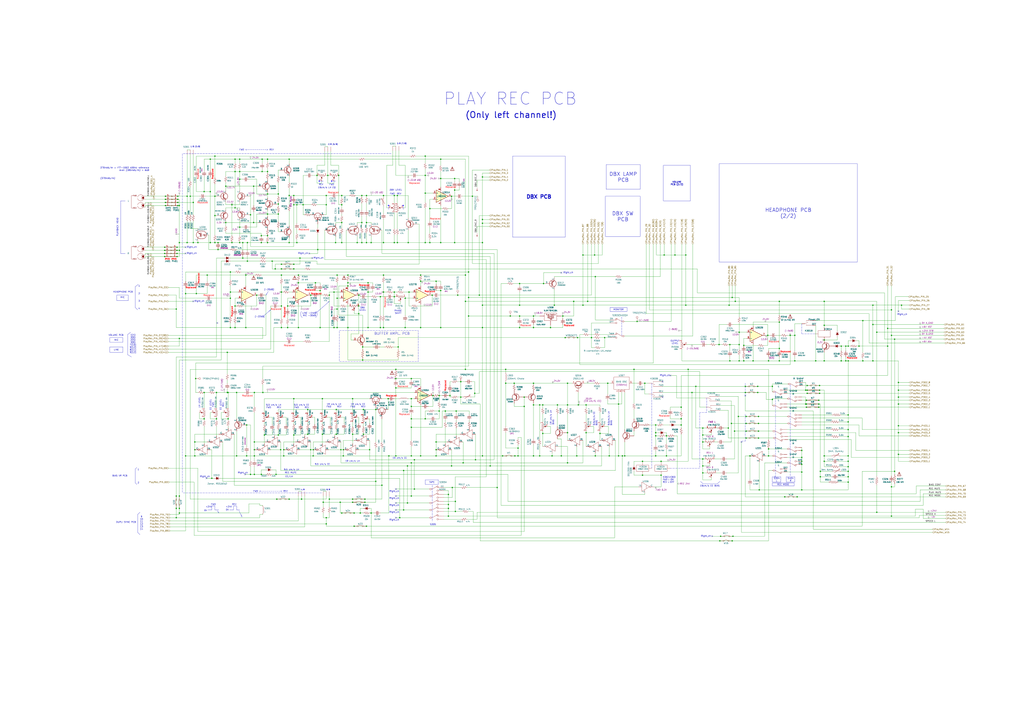
<source format=kicad_sch>
(kicad_sch (version 20250114) (generator "eeschema") (generator_version "9.0")
  (paper "A1")
  (lib_symbols
    (symbol "2SA1015_2" (pin_numbers (hide yes)) (pin_names (offset 0) (hide yes))
      (property "Reference" "Q" (at 5.08 1.905 0))
      (property "Value" "2SA1015" (at 5.08 0 0))
      (symbol "2SA1015_2_1_1"
        (pin input line (at -5.08 0 0) (length 2.54) (name "B") (number "3"))
        (pin passive line (at 2.54 5.08 270) (length 2.54) (name "C") (number "2"))
        (pin passive line (at 2.54 -5.08 90) (length 2.54) (name "E") (number "1"))
      )
    )
    (symbol "2SA1015_3" (pin_numbers (hide yes)) (pin_names (offset 0))
      (property "Reference" "Q" (at 5.08 1.905 0))
      (property "Value" "2SA1015" (at 5.08 0 0))
      (symbol "2SA1015_3_1_1"
        (pin input line (at -5.08 0 0) (length 2.54) (name "B") (number "3"))
        (pin passive line (at 2.54 5.08 270) (length 2.54) (name "C") (number "2"))
        (pin passive line (at 2.54 -5.08 90) (length 2.54) (name "E") (number "1"))
      )
    )
    (symbol "2SA1015_4" (pin_numbers (hide yes)) (pin_names (offset 0))
      (property "Reference" "Q" (at 5.08 1.905 0))
      (property "Value" "2SA1015" (at 5.08 0 0))
      (symbol "2SA1015_4_1_1"
        (pin input line (at -5.08 0 0) (length 2.54) (name "B") (number "3"))
        (pin passive line (at 2.54 5.08 270) (length 2.54) (name "C") (number "2"))
        (pin passive line (at 2.54 -5.08 90) (length 2.54) (name "E") (number "1"))
      )
    )
    (symbol "Amplifier_Operational:NE5532" (pin_names (offset 0.127))
      (property "Reference" "U" (at 0 5.08 0))
      (property "Value" "NE5532" (at 0 -5.08 0))
      (symbol "NE5532_1_1"
        (pin input line (at -7.62 2.54 0) (length 2.54) (name "+") (number "3"))
        (pin input line (at -7.62 -2.54 0) (length 2.54) (name "-") (number "2"))
        (pin output line (at 7.62 0 180) (length 2.54) (name "~") (number "1"))
      )
      (symbol "NE5532_2_1"
        (pin input line (at -7.62 2.54 0) (length 2.54) (name "+") (number "5"))
        (pin input line (at -7.62 -2.54 0) (length 2.54) (name "-") (number "6"))
        (pin output line (at 7.62 0 180) (length 2.54) (name "~") (number "7"))
      )
      (symbol "NE5532_3_1"
        (pin power_in line (at -2.54 7.62 270) (length 3.81) (name "V+") (number "8"))
        (pin power_in line (at -2.54 -7.62 90) (length 3.81) (name "V-") (number "4"))
      )
    )
    (symbol "C_Small_1" (pin_numbers (hide yes)) (pin_names (offset 0.254) (hide yes))
      (property "Reference" "C" (at 0.254 1.778 0))
      (property "Value" "C_Small" (at 0.254 -2.032 0))
      (symbol "C_Small_1_1_1"
        (pin passive line (at 0 2.54 270) (length 2.032) (name "~") (number "1"))
        (pin passive line (at 0 -2.54 90) (length 2.032) (name "~") (number "2"))
      )
    )
    (symbol "C_Small_2" (pin_numbers (hide yes)) (pin_names (offset 0.254) (hide yes))
      (property "Reference" "C" (at 0.254 1.778 0))
      (property "Value" "C_Small" (at 0.254 -2.032 0))
      (symbol "C_Small_2_1_1"
        (pin passive line (at 0 2.54 270) (length 2.032) (name "~") (number "1"))
        (pin passive line (at 0 -2.54 90) (length 2.032) (name "~") (number "2"))
      )
    )
    (symbol "C_Small_3" (pin_numbers (hide yes)) (pin_names (offset 0.254) (hide yes))
      (property "Reference" "C" (at 0.254 1.778 0))
      (property "Value" "C_Small" (at 0.254 -2.032 0))
      (symbol "C_Small_3_1_1"
        (pin passive line (at 0 2.54 270) (length 2.032) (name "~") (number "1"))
        (pin passive line (at 0 -2.54 90) (length 2.032) (name "~") (number "2"))
      )
    )
    (symbol "C_Small_US_1" (pin_numbers (hide yes)) (pin_names (offset 0.254) (hide yes))
      (property "Reference" "C" (at 0.254 1.778 0))
      (property "Value" "C_Small_US" (at 0.254 -2.032 0))
      (symbol "C_Small_US_1_1_1"
        (pin passive line (at 0 2.54 270) (length 2.032) (name "~") (number "1"))
        (pin passive line (at 0 -2.54 90) (length 2.032) (name "~") (number "2"))
      )
    )
    (symbol "C_Small_US_2" (pin_numbers (hide yes)) (pin_names (offset 0.254) (hide yes))
      (property "Reference" "C" (at 0.254 1.778 0))
      (property "Value" "C_Small_US" (at 0.254 -2.032 0))
      (symbol "C_Small_US_2_1_1"
        (pin passive line (at 0 2.54 270) (length 2.032) (name "~") (number "1"))
        (pin passive line (at 0 -2.54 90) (length 2.032) (name "~") (number "2"))
      )
    )
    (symbol "C_Small_US_3" (pin_numbers (hide yes)) (pin_names (offset 0.254) (hide yes))
      (property "Reference" "C" (at 0.254 1.778 0))
      (property "Value" "C_Small_US" (at 0.254 -2.032 0))
      (symbol "C_Small_US_3_1_1"
        (pin passive line (at 0 2.54 270) (length 2.032) (name "~") (number "1"))
        (pin passive line (at 0 -2.54 90) (length 2.032) (name "~") (number "2"))
      )
    )
    (symbol "C_Small_US_4" (pin_numbers (hide yes)) (pin_names (offset 0.254) (hide yes))
      (property "Reference" "C" (at 0.254 1.778 0))
      (property "Value" "C_Small_US" (at 0.254 -2.032 0))
      (symbol "C_Small_US_4_1_1"
        (pin passive line (at 0 2.54 270) (length 2.032) (name "~") (number "1"))
        (pin passive line (at 0 -2.54 90) (length 2.032) (name "~") (number "2"))
      )
    )
    (symbol "C_Small_US_5" (pin_numbers (hide yes)) (pin_names (offset 0.254) (hide yes))
      (property "Reference" "C" (at 0.254 1.778 0))
      (property "Value" "C_Small_US" (at 0.254 -2.032 0))
      (symbol "C_Small_US_5_1_1"
        (pin passive line (at 0 2.54 270) (length 2.032) (name "~") (number "1"))
        (pin passive line (at 0 -2.54 90) (length 2.032) (name "~") (number "2"))
      )
    )
    (symbol "C_Small_US_6" (pin_numbers (hide yes)) (pin_names (offset 0.254) (hide yes))
      (property "Reference" "C" (at 0.254 1.778 0))
      (property "Value" "C_Small_US" (at 0.254 -2.032 0))
      (symbol "C_Small_US_6_1_1"
        (pin passive line (at 0 2.54 270) (length 2.032) (name "~") (number "1"))
        (pin passive line (at 0 -2.54 90) (length 2.032) (name "~") (number "2"))
      )
    )
    (symbol "C_Small_US_7" (pin_numbers (hide yes)) (pin_names (offset 0.254) (hide yes))
      (property "Reference" "C" (at 0.254 1.778 0))
      (property "Value" "C_Small_US" (at 0.254 -2.032 0))
      (symbol "C_Small_US_7_1_1"
        (pin passive line (at 0 2.54 270) (length 2.032) (name "~") (number "1"))
        (pin passive line (at 0 -2.54 90) (length 2.032) (name "~") (number "2"))
      )
    )
    (symbol "Connector:Conn_01x04_Pin" (pin_names (offset 1.016) (hide yes))
      (property "Reference" "J" (at 0 5.08 0))
      (property "Value" "Conn_01x04_Pin" (at 0 -7.62 0))
      (symbol "Conn_01x04_Pin_1_1"
        (pin passive line (at 5.08 2.54 180) (length 3.81) (name "Pin_1") (number "1"))
        (pin passive line (at 5.08 0 180) (length 3.81) (name "Pin_2") (number "2"))
        (pin passive line (at 5.08 -2.54 180) (length 3.81) (name "Pin_3") (number "3"))
        (pin passive line (at 5.08 -5.08 180) (length 3.81) (name "Pin_4") (number "4"))
      )
    )
    (symbol "Connector:Conn_01x04_Socket" (pin_names (offset 1.016) (hide yes))
      (property "Reference" "J" (at 0 5.08 0))
      (property "Value" "Conn_01x04_Socket" (at 0 -7.62 0))
      (symbol "Conn_01x04_Socket_1_1"
        (pin passive line (at -5.08 2.54 0) (length 3.81) (name "Pin_1") (number "1"))
        (pin passive line (at -5.08 0 0) (length 3.81) (name "Pin_2") (number "2"))
        (pin passive line (at -5.08 -2.54 0) (length 3.81) (name "Pin_3") (number "3"))
        (pin passive line (at -5.08 -5.08 0) (length 3.81) (name "Pin_4") (number "4"))
      )
    )
    (symbol "Connector:TestPoint" (pin_numbers (hide yes)) (pin_names (offset 0.762) (hide yes))
      (property "Reference" "TP" (at 0 6.858 0))
      (property "Value" "TestPoint" (at 0 5.08 0))
      (symbol "TestPoint_1_1"
        (pin passive line (at 0 0 90) (length 2.54) (name "1") (number "1"))
      )
    )
    (symbol "DTC143T_1" (pin_numbers (hide yes)) (pin_names (offset 0))
      (property "Reference" "Q" (at 5.08 1.905 0))
      (property "Value" "DTC143T" (at 5.08 0 0))
      (symbol "DTC143T_1_0_0"
        (text "4k7" (at -3.048 0.889 0) (effects (font (size 0.508 0.508))))
      )
      (symbol "DTC143T_1_1_1"
        (pin input line (at -6.35 0 0) (length 2.54) (name "B") (number "1"))
        (pin passive line (at 2.54 5.08 270) (length 2.54) (name "C") (number "3"))
        (pin passive line (at 2.54 -5.08 90) (length 2.54) (name "E") (number "2"))
      )
    )
    (symbol "DTC143T_2" (pin_numbers (hide yes)) (pin_names (offset 0))
      (property "Reference" "Q" (at 5.08 1.905 0))
      (property "Value" "DTC143T" (at 5.08 0 0))
      (symbol "DTC143T_2_0_0"
        (text "4k7" (at -3.048 0.889 0) (effects (font (size 0.508 0.508))))
      )
      (symbol "DTC143T_2_1_1"
        (pin input line (at -6.35 0 0) (length 2.54) (name "B") (number "1"))
        (pin passive line (at 2.54 5.08 270) (length 2.54) (name "C") (number "3"))
        (pin passive line (at 2.54 -5.08 90) (length 2.54) (name "E") (number "2"))
      )
    )
    (symbol "DTC143T_3" (pin_numbers (hide yes)) (pin_names (offset 0))
      (property "Reference" "Q" (at 5.08 1.905 0))
      (property "Value" "DTC143T" (at 5.08 0 0))
      (symbol "DTC143T_3_0_0"
        (text "4k7" (at -3.048 0.889 0) (effects (font (size 0.508 0.508))))
      )
      (symbol "DTC143T_3_1_1"
        (pin input line (at -6.35 0 0) (length 2.54) (name "B") (number "1"))
        (pin passive line (at 2.54 5.08 270) (length 2.54) (name "C") (number "3"))
        (pin passive line (at 2.54 -5.08 90) (length 2.54) (name "E") (number "2"))
      )
    )
    (symbol "Device:C_Small" (pin_numbers (hide yes)) (pin_names (offset 0.254) (hide yes))
      (property "Reference" "C" (at 0.254 1.778 0))
      (property "Value" "C_Small" (at 0.254 -2.032 0))
      (symbol "C_Small_1_1"
        (pin passive line (at 0 2.54 270) (length 2.032) (name "~") (number "1"))
        (pin passive line (at 0 -2.54 90) (length 2.032) (name "~") (number "2"))
      )
    )
    (symbol "Device:C_Small_US" (pin_numbers (hide yes)) (pin_names (offset 0.254) (hide yes))
      (property "Reference" "C" (at 0.254 1.778 0))
      (property "Value" "C_Small_US" (at 0.254 -2.032 0))
      (symbol "C_Small_US_1_1"
        (pin passive line (at 0 2.54 270) (length 2.032) (name "~") (number "1"))
        (pin passive line (at 0 -2.54 90) (length 2.032) (name "~") (number "2"))
      )
    )
    (symbol "Device:D_Small_Filled" (pin_numbers (hide yes)) (pin_names (offset 0.254) (hide yes))
      (property "Reference" "D" (at -1.27 2.032 0))
      (property "Value" "D_Small_Filled" (at -3.81 -2.032 0))
      (symbol "D_Small_Filled_1_1"
        (pin passive line (at -2.54 0 0) (length 1.778) (name "K") (number "1"))
        (pin passive line (at 2.54 0 180) (length 1.778) (name "A") (number "2"))
      )
    )
    (symbol "Device:D_Zener_Small_Filled" (pin_numbers (hide yes)) (pin_names (offset 0.254) (hide yes))
      (property "Reference" "D" (at 0 2.286 0))
      (property "Value" "D_Zener_Small_Filled" (at 0 -2.286 0))
      (symbol "D_Zener_Small_Filled_1_1"
        (pin passive line (at -2.54 0 0) (length 1.778) (name "K") (number "1"))
        (pin passive line (at 2.54 0 180) (length 1.778) (name "A") (number "2"))
      )
    )
    (symbol "Device:L" (pin_numbers (hide yes)) (pin_names (offset 1.016) (hide yes))
      (property "Reference" "L" (at -1.27 0 90))
      (property "Value" "L" (at 1.905 0 90))
      (symbol "L_1_1"
        (pin passive line (at 0 3.81 270) (length 1.27) (name "1") (number "1"))
        (pin passive line (at 0 -3.81 90) (length 1.27) (name "2") (number "2"))
      )
    )
    (symbol "Device:L_Trim" (pin_numbers (hide yes)) (pin_names (offset 1.016) (hide yes))
      (property "Reference" "L" (at -1.905 0 90))
      (property "Value" "L_Trim" (at 3.175 0 90))
      (symbol "L_Trim_1_1"
        (pin passive line (at 0 3.81 270) (length 1.27) (name "1") (number "1"))
        (pin passive line (at 0 -3.81 90) (length 1.27) (name "2") (number "2"))
      )
    )
    (symbol "Device:R_Small_US" (pin_numbers (hide yes)) (pin_names (offset 0.254) (hide yes))
      (property "Reference" "R" (at 0.762 0.508 0))
      (property "Value" "R_Small_US" (at 0.762 -1.016 0))
      (symbol "R_Small_US_1_1"
        (pin passive line (at 0 2.54 270) (length 1.016) (name "~") (number "1"))
        (pin passive line (at 0 -2.54 90) (length 1.016) (name "~") (number "2"))
      )
    )
    (symbol "Device:R_US" (pin_numbers (hide yes)) (pin_names (offset 0))
      (property "Reference" "R" (at 2.54 0 90))
      (property "Value" "R_US" (at -2.54 0 90))
      (symbol "R_US_1_1"
        (pin passive line (at 0 3.81 270) (length 1.27) (name "~") (number "1"))
        (pin passive line (at 0 -3.81 90) (length 1.27) (name "~") (number "2"))
      )
    )
    (symbol "Digital_NPN_Transistor,_4k7/NONE_1" (pin_names (offset 0))
      (property "Reference" "U" (at -4.572 -5.08 0))
      (symbol "Digital_NPN_Transistor,_4k7/NONE_1_1_1"
        (pin input inverted (at -7.62 0 0) (length 3.81) (name "C") (number ""))
        (pin input line (at 0 5.08 270) (length 2.54) (name "E") (number ""))
        (pin input line (at 5.08 0 180) (length 2.54) (name "IN") (number ""))
      )
    )
    (symbol "Digital_NPN_Transistor,_4k7/NONE_10" (pin_names (offset 0))
      (property "Reference" "U" (at -4.572 -5.08 0))
      (symbol "Digital_NPN_Transistor,_4k7/NONE_10_1_1"
        (pin input inverted (at -7.62 0 0) (length 3.81) (name "C") (number ""))
        (pin input line (at 0 5.08 270) (length 2.54) (name "E") (number ""))
        (pin input line (at 5.08 0 180) (length 2.54) (name "IN") (number ""))
      )
    )
    (symbol "Digital_NPN_Transistor,_4k7/NONE_11" (pin_names (offset 0))
      (property "Reference" "U" (at -4.572 -5.08 0))
      (symbol "Digital_NPN_Transistor,_4k7/NONE_11_1_1"
        (pin input inverted (at -7.62 0 0) (length 3.81) (name "C") (number ""))
        (pin input line (at 0 5.08 270) (length 2.54) (name "E") (number ""))
        (pin input line (at 5.08 0 180) (length 2.54) (name "IN") (number ""))
      )
    )
    (symbol "Digital_NPN_Transistor,_4k7/NONE_12" (pin_names (offset 0))
      (property "Reference" "U" (at -4.572 -5.08 0))
      (symbol "Digital_NPN_Transistor,_4k7/NONE_12_1_1"
        (pin input inverted (at -7.62 0 0) (length 3.81) (name "C") (number ""))
        (pin input line (at 0 5.08 270) (length 2.54) (name "E") (number ""))
        (pin input line (at 5.08 0 180) (length 2.54) (name "IN") (number ""))
      )
    )
    (symbol "Digital_NPN_Transistor,_4k7/NONE_13" (pin_names (offset 0))
      (property "Reference" "U" (at -4.572 -5.08 0))
      (symbol "Digital_NPN_Transistor,_4k7/NONE_13_1_1"
        (pin input inverted (at -7.62 0 0) (length 3.81) (name "C") (number ""))
        (pin input line (at 0 5.08 270) (length 2.54) (name "E") (number ""))
        (pin input line (at 5.08 0 180) (length 2.54) (name "IN") (number ""))
      )
    )
    (symbol "Digital_NPN_Transistor,_4k7/NONE_14" (pin_names (offset 0))
      (property "Reference" "U" (at -4.572 -5.08 0))
      (symbol "Digital_NPN_Transistor,_4k7/NONE_14_1_1"
        (pin input inverted (at -7.62 0 0) (length 3.81) (name "C") (number ""))
        (pin input line (at 0 5.08 270) (length 2.54) (name "E") (number ""))
        (pin input line (at 5.08 0 180) (length 2.54) (name "IN") (number ""))
      )
    )
    (symbol "Digital_NPN_Transistor,_4k7/NONE_15" (pin_names (offset 0))
      (property "Reference" "U" (at -4.572 -3.302 0))
      (property "Value" "DTC143TF" (at -2.286 -4.826 0))
      (symbol "Digital_NPN_Transistor,_4k7/NONE_15_1_1"
        (pin input inverted (at -7.62 0 0) (length 3.81) (name "C") (number ""))
        (pin input line (at 0 5.08 270) (length 2.54) (name "E") (number ""))
        (pin input line (at 5.08 0 180) (length 2.54) (name "IN") (number ""))
      )
    )
    (symbol "Digital_NPN_Transistor,_4k7/NONE_16" (pin_names (offset 0))
      (property "Reference" "U" (at -4.572 -5.08 0))
      (symbol "Digital_NPN_Transistor,_4k7/NONE_16_1_1"
        (pin input inverted (at -7.62 0 0) (length 3.81) (name "C") (number ""))
        (pin input line (at 0 5.08 270) (length 2.54) (name "E") (number ""))
        (pin input line (at 5.08 0 180) (length 2.54) (name "IN") (number ""))
      )
    )
    (symbol "Digital_NPN_Transistor,_4k7/NONE_17" (pin_names (offset 0))
      (property "Reference" "U" (at -4.572 -5.08 0))
      (symbol "Digital_NPN_Transistor,_4k7/NONE_17_1_1"
        (pin input inverted (at -7.62 0 0) (length 3.81) (name "C") (number ""))
        (pin input line (at 0 5.08 270) (length 2.54) (name "E") (number ""))
        (pin input line (at 5.08 0 180) (length 2.54) (name "IN") (number ""))
      )
    )
    (symbol "Digital_NPN_Transistor,_4k7/NONE_18" (pin_names (offset 0))
      (property "Reference" "U" (at -4.572 -5.08 0))
      (symbol "Digital_NPN_Transistor,_4k7/NONE_18_1_1"
        (pin input inverted (at -7.62 0 0) (length 3.81) (name "C") (number ""))
        (pin input line (at 0 5.08 270) (length 2.54) (name "E") (number ""))
        (pin input line (at 5.08 0 180) (length 2.54) (name "IN") (number ""))
      )
    )
    (symbol "Digital_NPN_Transistor,_4k7/NONE_19" (pin_names (offset 0))
      (property "Reference" "U" (at -4.572 -5.08 0))
      (symbol "Digital_NPN_Transistor,_4k7/NONE_19_1_1"
        (pin input inverted (at -7.62 0 0) (length 3.81) (name "C") (number ""))
        (pin input line (at 0 5.08 270) (length 2.54) (name "E") (number ""))
        (pin input line (at 5.08 0 180) (length 2.54) (name "IN") (number ""))
      )
    )
    (symbol "Digital_NPN_Transistor,_4k7/NONE_2" (pin_names (offset 0))
      (property "Reference" "U" (at -4.572 -5.08 0))
      (symbol "Digital_NPN_Transistor,_4k7/NONE_2_1_1"
        (pin input inverted (at -7.62 0 0) (length 3.81) (name "C") (number ""))
        (pin input line (at 0 5.08 270) (length 2.54) (name "E") (number ""))
        (pin input line (at 5.08 0 180) (length 2.54) (name "IN") (number ""))
      )
    )
    (symbol "Digital_NPN_Transistor,_4k7/NONE_3" (pin_names (offset 0))
      (property "Reference" "U" (at -4.572 -5.08 0))
      (symbol "Digital_NPN_Transistor,_4k7/NONE_3_1_1"
        (pin input inverted (at -7.62 0 0) (length 3.81) (name "C") (number ""))
        (pin input line (at 0 5.08 270) (length 2.54) (name "E") (number ""))
        (pin input line (at 5.08 0 180) (length 2.54) (name "IN") (number ""))
      )
    )
    (symbol "Digital_NPN_Transistor,_4k7/NONE_4" (pin_names (offset 0))
      (property "Reference" "U" (at -4.572 -5.08 0))
      (symbol "Digital_NPN_Transistor,_4k7/NONE_4_1_1"
        (pin input inverted (at -7.62 0 0) (length 3.81) (name "C") (number ""))
        (pin input line (at 0 5.08 270) (length 2.54) (name "E") (number ""))
        (pin input line (at 5.08 0 180) (length 2.54) (name "IN") (number ""))
      )
    )
    (symbol "Digital_NPN_Transistor,_4k7/NONE_5" (pin_names (offset 0))
      (property "Reference" "U" (at -4.572 -5.08 0))
      (symbol "Digital_NPN_Transistor,_4k7/NONE_5_1_1"
        (pin input inverted (at -7.62 0 0) (length 3.81) (name "C") (number ""))
        (pin input line (at 0 5.08 270) (length 2.54) (name "E") (number ""))
        (pin input line (at 5.08 0 180) (length 2.54) (name "IN") (number ""))
      )
    )
    (symbol "Digital_NPN_Transistor,_4k7/NONE_6" (pin_names (offset 0))
      (property "Reference" "U" (at -4.572 -5.08 0))
      (symbol "Digital_NPN_Transistor,_4k7/NONE_6_1_1"
        (pin input inverted (at -7.62 0 0) (length 3.81) (name "C") (number ""))
        (pin input line (at 0 5.08 270) (length 2.54) (name "E") (number ""))
        (pin input line (at 5.08 0 180) (length 2.54) (name "IN") (number ""))
      )
    )
    (symbol "Digital_NPN_Transistor,_4k7/NONE_7" (pin_names (offset 0))
      (property "Reference" "U" (at -4.572 -5.08 0))
      (symbol "Digital_NPN_Transistor,_4k7/NONE_7_1_1"
        (pin input inverted (at -7.62 0 0) (length 3.81) (name "C") (number ""))
        (pin input line (at 0 5.08 270) (length 2.54) (name "E") (number ""))
        (pin input line (at 5.08 0 180) (length 2.54) (name "IN") (number ""))
      )
    )
    (symbol "Digital_NPN_Transistor,_4k7/NONE_8" (pin_names (offset 0))
      (property "Reference" "U" (at -4.572 -5.08 0))
      (symbol "Digital_NPN_Transistor,_4k7/NONE_8_1_1"
        (pin input inverted (at -7.62 0 0) (length 3.81) (name "C") (number ""))
        (pin input line (at 0 5.08 270) (length 2.54) (name "E") (number ""))
        (pin input line (at 5.08 0 180) (length 2.54) (name "IN") (number ""))
      )
    )
    (symbol "Digital_NPN_Transistor,_4k7/NONE_9" (pin_names (offset 0))
      (property "Reference" "U" (at -4.572 -5.08 0))
      (symbol "Digital_NPN_Transistor,_4k7/NONE_9_1_1"
        (pin input inverted (at -7.62 0 0) (length 3.81) (name "C") (number ""))
        (pin input line (at 0 5.08 270) (length 2.54) (name "E") (number ""))
        (pin input line (at 5.08 0 180) (length 2.54) (name "IN") (number ""))
      )
    )
    (symbol "Graphic:SYM_Arrow_Tiny" (in_bom no) (on_board no))
    (symbol "HEAD_1"
      (property "Reference" "D" (at -8.636 8.636 0))
      (symbol "HEAD_1_1_1"
        (text "REV" (at 4.826 5.842 0) (effects (font (size 1.016 1.016))))
        (text "FWD\n" (at 4.826 -4.318 0) (effects (font (size 1.016 1.016))))
        (pin output line (at -3.81 5.08 0) (length 2.54) (name "") (number ""))
        (pin output line (at -3.81 2.54 0) (length 2.54) (name "") (number ""))
        (pin output line (at -3.81 -1.27 0) (length 2.54) (name "") (number ""))
        (pin output line (at -3.81 -3.81 0) (length 2.54) (name "") (number ""))
      )
    )
    (symbol "Jumper:Jumper_2_Bridged" (pin_numbers (hide yes)) (pin_names (offset 0) (hide yes))
      (property "Reference" "JP" (at 0 1.905 0))
      (property "Value" "Jumper_2_Bridged" (at 0 -2.54 0))
      (symbol "Jumper_2_Bridged_1_1"
        (pin passive line (at -5.08 0 0) (length 2.54) (name "A") (number "1"))
        (pin passive line (at 5.08 0 180) (length 2.54) (name "B") (number "2"))
      )
    )
    (symbol "NE5532_1" (pin_names (offset 0.127) (hide yes))
      (property "Reference" "U" (at 0 5.08 0))
      (property "Value" "NE5532" (at 0 -5.08 0))
      (symbol "NE5532_1_1_1"
        (pin input line (at -7.62 2.54 0) (length 2.54) (name "+") (number "3"))
        (pin input line (at -7.62 -2.54 0) (length 2.54) (name "-") (number "2"))
        (pin output line (at 7.62 0 180) (length 2.54) (name "~") (number "1"))
      )
      (symbol "NE5532_1_2_1"
        (pin input line (at -7.62 2.54 0) (length 2.54) (name "+") (number "5"))
        (pin input line (at -7.62 -2.54 0) (length 2.54) (name "-") (number "6"))
        (pin output line (at 7.62 0 180) (length 2.54) (name "~") (number "7"))
      )
      (symbol "NE5532_1_3_1"
        (pin power_in line (at -2.54 7.62 270) (length 3.81) (name "V+") (number "8"))
        (pin power_in line (at -2.54 -7.62 90) (length 3.81) (name "V-") (number "4"))
      )
    )
    (symbol "NE5532_2" (pin_names (offset 0.127) (hide yes))
      (property "Reference" "U" (at 0 5.08 0))
      (property "Value" "NE5532" (at 0 -5.08 0))
      (symbol "NE5532_2_1_1"
        (pin input line (at -7.62 2.54 0) (length 2.54) (name "+") (number "3"))
        (pin input line (at -7.62 -2.54 0) (length 2.54) (name "-") (number "2"))
        (pin output line (at 7.62 0 180) (length 2.54) (name "~") (number "1"))
      )
      (symbol "NE5532_2_2_1"
        (pin input line (at -7.62 2.54 0) (length 2.54) (name "+") (number "5"))
        (pin input line (at -7.62 -2.54 0) (length 2.54) (name "-") (number "6"))
        (pin output line (at 7.62 0 180) (length 2.54) (name "~") (number "7"))
      )
      (symbol "NE5532_2_3_1"
        (pin power_in line (at -2.54 7.62 270) (length 3.81) (name "V+") (number "8"))
        (pin power_in line (at -2.54 -7.62 90) (length 3.81) (name "V-") (number "4"))
      )
    )
    (symbol "NE5532_3" (pin_names (offset 0.127) (hide yes))
      (property "Reference" "U" (at 0 5.08 0))
      (property "Value" "NE5532" (at 0 -5.08 0))
      (symbol "NE5532_3_1_1"
        (pin input line (at -7.62 2.54 0) (length 2.54) (name "+") (number "3"))
        (pin input line (at -7.62 -2.54 0) (length 2.54) (name "-") (number "2"))
        (pin output line (at 7.62 0 180) (length 2.54) (name "~") (number "1"))
      )
      (symbol "NE5532_3_2_1"
        (pin input line (at -7.62 2.54 0) (length 2.54) (name "+") (number "5"))
        (pin input line (at -7.62 -2.54 0) (length 2.54) (name "-") (number "6"))
        (pin output line (at 7.62 0 180) (length 2.54) (name "~") (number "7"))
      )
      (symbol "NE5532_3_3_1"
        (pin power_in line (at -2.54 7.62 270) (length 3.81) (name "V+") (number "8"))
        (pin power_in line (at -2.54 -7.62 90) (length 3.81) (name "V-") (number "4"))
      )
    )
    (symbol "NE5532_4" (pin_names (offset 0.127) (hide yes))
      (property "Reference" "U" (at 0 5.08 0))
      (property "Value" "NE5532" (at 0 -5.08 0))
      (symbol "NE5532_4_1_1"
        (pin input line (at -7.62 2.54 0) (length 2.54) (name "+") (number "3"))
        (pin input line (at -7.62 -2.54 0) (length 2.54) (name "-") (number "2"))
        (pin output line (at 7.62 0 180) (length 2.54) (name "~") (number "1"))
      )
      (symbol "NE5532_4_2_1"
        (pin input line (at -7.62 2.54 0) (length 2.54) (name "+") (number "5"))
        (pin input line (at -7.62 -2.54 0) (length 2.54) (name "-") (number "6"))
        (pin output line (at 7.62 0 180) (length 2.54) (name "~") (number "7"))
      )
      (symbol "NE5532_4_3_1"
        (pin power_in line (at -2.54 7.62 270) (length 3.81) (name "V+") (number "8"))
        (pin power_in line (at -2.54 -7.62 90) (length 3.81) (name "V-") (number "4"))
      )
    )
    (symbol "NE5532_5" (pin_names (offset 0.127) (hide yes))
      (property "Reference" "U" (at 0 5.08 0))
      (property "Value" "NE5532" (at 0 -5.08 0))
      (symbol "NE5532_5_1_1"
        (pin input line (at -7.62 2.54 0) (length 2.54) (name "+") (number "3"))
        (pin input line (at -7.62 -2.54 0) (length 2.54) (name "-") (number "2"))
        (pin output line (at 7.62 0 180) (length 2.54) (name "~") (number "1"))
      )
      (symbol "NE5532_5_2_1"
        (pin input line (at -7.62 2.54 0) (length 2.54) (name "+") (number "5"))
        (pin input line (at -7.62 -2.54 0) (length 2.54) (name "-") (number "6"))
        (pin output line (at 7.62 0 180) (length 2.54) (name "~") (number "7"))
      )
      (symbol "NE5532_5_3_1"
        (pin power_in line (at -2.54 7.62 270) (length 3.81) (name "V+") (number "8"))
        (pin power_in line (at -2.54 -7.62 90) (length 3.81) (name "V-") (number "4"))
      )
    )
    (symbol "NPN_1" (pin_numbers (hide yes)) (pin_names (offset 0))
      (property "Reference" "Q" (at -2.54 7.62 0))
      (property "Value" "NPN" (at -2.54 5.08 0))
      (symbol "NPN_1_1_1"
        (pin input line (at -5.08 0 0) (length 2.54) (name "B") (number "2"))
        (pin open_collector line (at 2.54 5.08 270) (length 2.54) (name "C") (number "1"))
        (pin open_emitter line (at 2.54 -5.08 90) (length 2.54) (name "E") (number "3"))
      )
    )
    (symbol "NPN_2" (pin_numbers (hide yes)) (pin_names (offset 0) (hide yes))
      (property "Reference" "Q" (at -2.54 7.62 0))
      (property "Value" "NPN" (at -2.54 5.08 0))
      (symbol "NPN_2_1_1"
        (pin input line (at -5.08 0 0) (length 2.54) (name "B") (number "2"))
        (pin open_collector line (at 2.54 5.08 270) (length 2.54) (name "C") (number "1"))
        (pin open_emitter line (at 2.54 -5.08 90) (length 2.54) (name "E") (number "3"))
      )
    )
    (symbol "NPN_3" (pin_numbers (hide yes)) (pin_names (offset 0))
      (property "Reference" "Q" (at -2.54 7.62 0))
      (property "Value" "NPN" (at -2.54 5.08 0))
      (symbol "NPN_3_1_1"
        (pin input line (at -5.08 0 0) (length 2.54) (name "B") (number "2"))
        (pin open_collector line (at 2.54 5.08 270) (length 2.54) (name "C") (number "1"))
        (pin open_emitter line (at 2.54 -5.08 90) (length 2.54) (name "E") (number "3"))
      )
    )
    (symbol "NPN_4" (pin_numbers (hide yes)) (pin_names (offset 0) (hide yes))
      (property "Reference" "Q" (at -2.54 7.62 0))
      (property "Value" "NPN" (at -2.54 5.08 0))
      (symbol "NPN_4_1_1"
        (pin input line (at -5.08 0 0) (length 2.54) (name "B") (number "2"))
        (pin open_collector line (at 2.54 5.08 270) (length 2.54) (name "C") (number "1"))
        (pin open_emitter line (at 2.54 -5.08 90) (length 2.54) (name "E") (number "3"))
      )
    )
    (symbol "NPN_5" (pin_numbers (hide yes)) (pin_names (offset 0))
      (property "Reference" "Q" (at -2.54 7.62 0))
      (property "Value" "NPN" (at -2.54 5.08 0))
      (symbol "NPN_5_1_1"
        (pin input line (at -5.08 0 0) (length 2.54) (name "B") (number "2"))
        (pin open_collector line (at 2.54 5.08 270) (length 2.54) (name "C") (number "1"))
        (pin open_emitter line (at 2.54 -5.08 90) (length 2.54) (name "E") (number "3"))
      )
    )
    (symbol "Push_Switch_6-6_1" (pin_numbers (hide yes)) (pin_names (offset 0))
      (property "Reference" "S" (at 0 0 0))
      (symbol "Push_Switch_6-6_1_1_1"
        (pin input line (at -6.35 -3.81 0) (length 0.635) (name "") (number ""))
        (pin input line (at 5.715 -2.54 180) (length 2.54) (name "OFF") (number ""))
        (pin input line (at 5.715 -5.08 180) (length 2.54) (name "ON") (number ""))
      )
      (symbol "Push_Switch_6-6_1_2_1"
        (pin input line (at -6.35 -3.81 0) (length 0.635) (name "") (number ""))
        (pin input line (at 5.715 -2.54 180) (length 2.54) (name "") (number ""))
        (pin input line (at 5.715 -5.08 180) (length 2.54) (name "") (number ""))
      )
      (symbol "Push_Switch_6-6_1_3_1"
        (pin input line (at -6.35 -3.81 0) (length 0.635) (name "") (number ""))
        (pin input line (at 5.715 -2.54 180) (length 2.54) (name "") (number ""))
        (pin input line (at 5.715 -5.08 180) (length 2.54) (name "") (number ""))
      )
      (symbol "Push_Switch_6-6_1_4_1"
        (pin input line (at -6.35 -3.81 0) (length 0.635) (name "") (number ""))
        (pin input line (at 5.715 -2.54 180) (length 2.54) (name "") (number ""))
        (pin input line (at 5.715 -5.08 180) (length 2.54) (name "") (number ""))
      )
      (symbol "Push_Switch_6-6_1_5_1"
        (pin input line (at -6.35 -3.81 0) (length 0.635) (name "") (number ""))
        (pin input line (at 5.715 -2.54 180) (length 2.54) (name "") (number ""))
        (pin input line (at 5.715 -5.08 180) (length 2.54) (name "") (number ""))
      )
      (symbol "Push_Switch_6-6_1_6_1"
        (pin input line (at -6.35 -3.81 0) (length 0.635) (name "") (number ""))
        (pin input line (at 5.715 -2.54 180) (length 2.54) (name "OFF") (number ""))
        (pin input line (at 5.715 -5.08 180) (length 2.54) (name "ON") (number ""))
      )
    )
    (symbol "Push_Switch_6-6_10" (pin_numbers (hide yes)) (pin_names (offset 0))
      (property "Reference" "S" (at 0 0 0))
      (symbol "Push_Switch_6-6_10_1_1"
        (pin input line (at -6.35 -3.81 0) (length 0.635) (name "") (number ""))
        (pin input line (at 5.715 -2.54 180) (length 2.54) (name "OFF") (number ""))
        (pin input line (at 5.715 -5.08 180) (length 2.54) (name "ON") (number ""))
      )
      (symbol "Push_Switch_6-6_10_2_1"
        (pin input line (at -6.35 -3.81 0) (length 0.635) (name "") (number ""))
        (pin input line (at 5.715 -2.54 180) (length 2.54) (name "") (number ""))
        (pin input line (at 5.715 -5.08 180) (length 2.54) (name "") (number ""))
      )
      (symbol "Push_Switch_6-6_10_3_1"
        (pin input line (at -6.35 -3.81 0) (length 0.635) (name "") (number ""))
        (pin input line (at 5.715 -2.54 180) (length 2.54) (name "") (number ""))
        (pin input line (at 5.715 -5.08 180) (length 2.54) (name "") (number ""))
      )
      (symbol "Push_Switch_6-6_10_4_1"
        (pin input line (at -6.35 -3.81 0) (length 0.635) (name "") (number ""))
        (pin input line (at 5.715 -2.54 180) (length 2.54) (name "") (number ""))
        (pin input line (at 5.715 -5.08 180) (length 2.54) (name "") (number ""))
      )
      (symbol "Push_Switch_6-6_10_5_1"
        (pin input line (at -6.35 -3.81 0) (length 0.635) (name "") (number ""))
        (pin input line (at 5.715 -2.54 180) (length 2.54) (name "") (number ""))
        (pin input line (at 5.715 -5.08 180) (length 2.54) (name "") (number ""))
      )
      (symbol "Push_Switch_6-6_10_6_1"
        (pin input line (at -6.35 -3.81 0) (length 0.635) (name "") (number ""))
        (pin input line (at 5.715 -2.54 180) (length 2.54) (name "OFF") (number ""))
        (pin input line (at 5.715 -5.08 180) (length 2.54) (name "ON") (number ""))
      )
    )
    (symbol "Push_Switch_6-6_11" (pin_numbers (hide yes)) (pin_names (offset 0))
      (property "Reference" "S" (at 0 0 0))
      (symbol "Push_Switch_6-6_11_1_1"
        (pin input line (at -6.35 -3.81 0) (length 0.635) (name "") (number ""))
        (pin input line (at 5.715 -2.54 180) (length 2.54) (name "OFF") (number ""))
        (pin input line (at 5.715 -5.08 180) (length 2.54) (name "ON") (number ""))
      )
      (symbol "Push_Switch_6-6_11_2_1"
        (pin input line (at -6.35 -3.81 0) (length 0.635) (name "") (number ""))
        (pin input line (at 5.715 -2.54 180) (length 2.54) (name "") (number ""))
        (pin input line (at 5.715 -5.08 180) (length 2.54) (name "") (number ""))
      )
      (symbol "Push_Switch_6-6_11_3_1"
        (pin input line (at -6.35 -3.81 0) (length 0.635) (name "") (number ""))
        (pin input line (at 5.715 -2.54 180) (length 2.54) (name "") (number ""))
        (pin input line (at 5.715 -5.08 180) (length 2.54) (name "") (number ""))
      )
      (symbol "Push_Switch_6-6_11_4_1"
        (pin input line (at -6.35 -3.81 0) (length 0.635) (name "") (number ""))
        (pin input line (at 5.715 -2.54 180) (length 2.54) (name "") (number ""))
        (pin input line (at 5.715 -5.08 180) (length 2.54) (name "") (number ""))
      )
      (symbol "Push_Switch_6-6_11_5_1"
        (pin input line (at -6.35 -3.81 0) (length 0.635) (name "") (number ""))
        (pin input line (at 5.715 -2.54 180) (length 2.54) (name "") (number ""))
        (pin input line (at 5.715 -5.08 180) (length 2.54) (name "") (number ""))
      )
      (symbol "Push_Switch_6-6_11_6_1"
        (pin input line (at -6.35 -3.81 0) (length 0.635) (name "") (number ""))
        (pin input line (at 5.715 -2.54 180) (length 2.54) (name "OFF") (number ""))
        (pin input line (at 5.715 -5.08 180) (length 2.54) (name "ON") (number ""))
      )
    )
    (symbol "Push_Switch_6-6_12" (pin_numbers (hide yes)) (pin_names (offset 0))
      (property "Reference" "S305" (at -2.54 -33.02 0))
      (symbol "Push_Switch_6-6_12_1_1"
        (pin input line (at -6.35 -3.81 0) (length 0.635) (name "") (number ""))
        (pin input line (at 5.715 -2.54 180) (length 2.54) (name "NORM") (number ""))
        (pin input line (at 5.715 -5.08 180) (length 2.54) (name "EE") (number ""))
      )
      (symbol "Push_Switch_6-6_12_2_1"
        (pin input line (at -6.35 -3.81 0) (length 0.635) (name "") (number ""))
        (pin input line (at 5.715 -2.54 180) (length 2.54) (name "") (number ""))
        (pin input line (at 5.715 -5.08 180) (length 2.54) (name "") (number ""))
      )
      (symbol "Push_Switch_6-6_12_3_1"
        (pin input line (at -6.35 -3.81 0) (length 0.635) (name "") (number ""))
        (pin input line (at 5.715 -2.54 180) (length 2.54) (name "") (number ""))
        (pin input line (at 5.715 -5.08 180) (length 2.54) (name "") (number ""))
      )
      (symbol "Push_Switch_6-6_12_4_1"
        (pin input line (at -6.35 -3.81 0) (length 0.635) (name "") (number ""))
        (pin input line (at 5.715 -2.54 180) (length 2.54) (name "") (number ""))
        (pin input line (at 5.715 -5.08 180) (length 2.54) (name "") (number ""))
      )
      (symbol "Push_Switch_6-6_12_5_1"
        (pin input line (at -6.35 -3.81 0) (length 0.635) (name "") (number ""))
        (pin input line (at 5.715 -2.54 180) (length 2.54) (name "") (number ""))
        (pin input line (at 5.715 -5.08 180) (length 2.54) (name "") (number ""))
      )
      (symbol "Push_Switch_6-6_12_6_1"
        (pin input line (at -6.35 -3.81 0) (length 0.635) (name "") (number ""))
        (pin input line (at 5.715 -2.54 180) (length 2.54) (name "OFF") (number ""))
        (pin input line (at 5.715 -5.08 180) (length 2.54) (name "ON") (number ""))
      )
    )
    (symbol "Push_Switch_6-6_13" (pin_numbers (hide yes)) (pin_names (offset 0))
      (property "Reference" "S1" (at -1.27 -11.43 0))
      (property "Value" "~" (at -1.27 -8.89 0))
      (symbol "Push_Switch_6-6_13_1_1"
        (pin input line (at -6.35 -3.81 0) (length 0.635) (name "") (number ""))
        (pin input line (at 5.715 -2.54 180) (length 2.54) (name "Source") (number ""))
        (pin input line (at 5.715 -5.08 180) (length 2.54) (name "Tape") (number ""))
      )
      (symbol "Push_Switch_6-6_13_2_1"
        (pin input line (at -6.35 -3.81 0) (length 0.635) (name "") (number ""))
        (pin input line (at 5.715 -2.54 180) (length 2.54) (name "") (number ""))
        (pin input line (at 5.715 -5.08 180) (length 2.54) (name "") (number ""))
      )
      (symbol "Push_Switch_6-6_13_3_1"
        (pin input line (at -6.35 -3.81 0) (length 0.635) (name "") (number ""))
        (pin input line (at 5.715 -2.54 180) (length 2.54) (name "") (number ""))
        (pin input line (at 5.715 -5.08 180) (length 2.54) (name "") (number ""))
      )
      (symbol "Push_Switch_6-6_13_4_1"
        (pin input line (at -6.35 -3.81 0) (length 0.635) (name "") (number ""))
        (pin input line (at 5.715 -2.54 180) (length 2.54) (name "") (number ""))
        (pin input line (at 5.715 -5.08 180) (length 2.54) (name "") (number ""))
      )
      (symbol "Push_Switch_6-6_13_5_1"
        (pin input line (at -6.35 -3.81 0) (length 0.635) (name "") (number ""))
        (pin input line (at 5.715 -2.54 180) (length 2.54) (name "") (number ""))
        (pin input line (at 5.715 -5.08 180) (length 2.54) (name "") (number ""))
      )
      (symbol "Push_Switch_6-6_13_6_1"
        (pin input line (at -6.35 -3.81 0) (length 0.635) (name "") (number ""))
        (pin input line (at 5.715 -2.54 180) (length 2.54) (name "OFF") (number ""))
        (pin input line (at 5.715 -5.08 180) (length 2.54) (name "ON") (number ""))
      )
    )
    (symbol "Push_Switch_6-6_14" (pin_numbers (hide yes)) (pin_names (offset 0))
      (property "Reference" "S1" (at -1.27 -11.43 0))
      (property "Value" "~" (at -1.27 -8.89 0))
      (symbol "Push_Switch_6-6_14_1_1"
        (pin input line (at -6.35 -3.81 0) (length 0.635) (name "") (number ""))
        (pin input line (at 5.715 -2.54 180) (length 2.54) (name "Source") (number ""))
        (pin input line (at 5.715 -5.08 180) (length 2.54) (name "Tape") (number ""))
      )
      (symbol "Push_Switch_6-6_14_2_1"
        (pin input line (at -6.35 -3.81 0) (length 0.635) (name "") (number ""))
        (pin input line (at 5.715 -2.54 180) (length 2.54) (name "") (number ""))
        (pin input line (at 5.715 -5.08 180) (length 2.54) (name "") (number ""))
      )
      (symbol "Push_Switch_6-6_14_3_1"
        (pin input line (at -6.35 -3.81 0) (length 0.635) (name "") (number ""))
        (pin input line (at 5.715 -2.54 180) (length 2.54) (name "") (number ""))
        (pin input line (at 5.715 -5.08 180) (length 2.54) (name "") (number ""))
      )
      (symbol "Push_Switch_6-6_14_4_1"
        (pin input line (at -6.35 -3.81 0) (length 0.635) (name "") (number ""))
        (pin input line (at 5.715 -2.54 180) (length 2.54) (name "") (number ""))
        (pin input line (at 5.715 -5.08 180) (length 2.54) (name "") (number ""))
      )
      (symbol "Push_Switch_6-6_14_5_1"
        (pin input line (at -6.35 -3.81 0) (length 0.635) (name "") (number ""))
        (pin input line (at 5.715 -2.54 180) (length 2.54) (name "") (number ""))
        (pin input line (at 5.715 -5.08 180) (length 2.54) (name "") (number ""))
      )
      (symbol "Push_Switch_6-6_14_6_1"
        (pin input line (at -6.35 -3.81 0) (length 0.635) (name "") (number ""))
        (pin input line (at 5.715 -2.54 180) (length 2.54) (name "OFF") (number ""))
        (pin input line (at 5.715 -5.08 180) (length 2.54) (name "ON") (number ""))
      )
    )
    (symbol "Push_Switch_6-6_15" (pin_numbers (hide yes)) (pin_names (offset 0))
      (property "Reference" "S1" (at -1.27 -11.43 0))
      (property "Value" "~" (at -1.27 -8.89 0))
      (symbol "Push_Switch_6-6_15_1_1"
        (pin input line (at -6.35 -3.81 0) (length 0.635) (name "") (number ""))
        (pin input line (at 5.715 -2.54 180) (length 2.54) (name "Source") (number ""))
        (pin input line (at 5.715 -5.08 180) (length 2.54) (name "Tape") (number ""))
      )
      (symbol "Push_Switch_6-6_15_2_1"
        (pin input line (at -6.35 -3.81 0) (length 0.635) (name "") (number ""))
        (pin input line (at 5.715 -2.54 180) (length 2.54) (name "") (number ""))
        (pin input line (at 5.715 -5.08 180) (length 2.54) (name "") (number ""))
      )
      (symbol "Push_Switch_6-6_15_3_1"
        (pin input line (at -6.35 -3.81 0) (length 0.635) (name "") (number ""))
        (pin input line (at 5.715 -2.54 180) (length 2.54) (name "") (number ""))
        (pin input line (at 5.715 -5.08 180) (length 2.54) (name "") (number ""))
      )
      (symbol "Push_Switch_6-6_15_4_1"
        (pin input line (at -6.35 -3.81 0) (length 0.635) (name "") (number ""))
        (pin input line (at 5.715 -2.54 180) (length 2.54) (name "") (number ""))
        (pin input line (at 5.715 -5.08 180) (length 2.54) (name "") (number ""))
      )
      (symbol "Push_Switch_6-6_15_5_1"
        (pin input line (at -6.35 -3.81 0) (length 0.635) (name "") (number ""))
        (pin input line (at 5.715 -2.54 180) (length 2.54) (name "") (number ""))
        (pin input line (at 5.715 -5.08 180) (length 2.54) (name "") (number ""))
      )
      (symbol "Push_Switch_6-6_15_6_1"
        (pin input line (at -6.35 -3.81 0) (length 0.635) (name "") (number ""))
        (pin input line (at 5.715 -2.54 180) (length 2.54) (name "OFF") (number ""))
        (pin input line (at 5.715 -5.08 180) (length 2.54) (name "ON") (number ""))
      )
    )
    (symbol "Push_Switch_6-6_16" (pin_numbers (hide yes)) (pin_names (offset 0))
      (property "Reference" "S1" (at -1.27 -11.43 0))
      (property "Value" "~" (at -1.27 -8.89 0))
      (symbol "Push_Switch_6-6_16_1_1"
        (pin input line (at -6.35 -3.81 0) (length 0.635) (name "") (number ""))
        (pin input line (at 5.715 -2.54 180) (length 2.54) (name "Source") (number ""))
        (pin input line (at 5.715 -5.08 180) (length 2.54) (name "Tape") (number ""))
      )
      (symbol "Push_Switch_6-6_16_2_1"
        (pin input line (at -6.35 -3.81 0) (length 0.635) (name "") (number ""))
        (pin input line (at 5.715 -2.54 180) (length 2.54) (name "") (number ""))
        (pin input line (at 5.715 -5.08 180) (length 2.54) (name "") (number ""))
      )
      (symbol "Push_Switch_6-6_16_3_1"
        (pin input line (at -6.35 -3.81 0) (length 0.635) (name "") (number ""))
        (pin input line (at 5.715 -2.54 180) (length 2.54) (name "") (number ""))
        (pin input line (at 5.715 -5.08 180) (length 2.54) (name "") (number ""))
      )
      (symbol "Push_Switch_6-6_16_4_1"
        (pin input line (at -6.35 -3.81 0) (length 0.635) (name "") (number ""))
        (pin input line (at 5.715 -2.54 180) (length 2.54) (name "") (number ""))
        (pin input line (at 5.715 -5.08 180) (length 2.54) (name "") (number ""))
      )
      (symbol "Push_Switch_6-6_16_5_1"
        (pin input line (at -6.35 -3.81 0) (length 0.635) (name "") (number ""))
        (pin input line (at 5.715 -2.54 180) (length 2.54) (name "") (number ""))
        (pin input line (at 5.715 -5.08 180) (length 2.54) (name "") (number ""))
      )
      (symbol "Push_Switch_6-6_16_6_1"
        (pin input line (at -6.35 -3.81 0) (length 0.635) (name "") (number ""))
        (pin input line (at 5.715 -2.54 180) (length 2.54) (name "OFF") (number ""))
        (pin input line (at 5.715 -5.08 180) (length 2.54) (name "ON") (number ""))
      )
    )
    (symbol "Push_Switch_6-6_17" (pin_numbers (hide yes)) (pin_names (offset 0))
      (property "Reference" "S10" (at -1.27 -10.795 0))
      (property "Value" "~" (at -1.27 -8.255 0))
      (symbol "Push_Switch_6-6_17_1_1"
        (pin input line (at -6.35 -3.81 0) (length 0.635) (name "") (number ""))
        (pin input line (at 5.715 -2.54 180) (length 2.54) (name "OFF") (number ""))
        (pin input line (at 5.715 -5.08 180) (length 2.54) (name "ON") (number ""))
      )
      (symbol "Push_Switch_6-6_17_2_1"
        (pin input line (at -6.35 -3.81 0) (length 0.635) (name "") (number ""))
        (pin input line (at 5.715 -2.54 180) (length 2.54) (name "Source") (number ""))
        (pin input line (at 5.715 -5.08 180) (length 2.54) (name "Tape") (number ""))
      )
      (symbol "Push_Switch_6-6_17_3_1"
        (pin input line (at -6.35 -3.81 0) (length 0.635) (name "") (number ""))
        (pin input line (at 5.715 -2.54 180) (length 2.54) (name "") (number ""))
        (pin input line (at 5.715 -5.08 180) (length 2.54) (name "") (number ""))
      )
      (symbol "Push_Switch_6-6_17_4_1"
        (pin input line (at -6.35 -3.81 0) (length 0.635) (name "") (number ""))
        (pin input line (at 5.715 -2.54 180) (length 2.54) (name "") (number ""))
        (pin input line (at 5.715 -5.08 180) (length 2.54) (name "") (number ""))
      )
      (symbol "Push_Switch_6-6_17_5_1"
        (pin input line (at -6.35 -3.81 0) (length 0.635) (name "") (number ""))
        (pin input line (at 5.715 -2.54 180) (length 2.54) (name "") (number ""))
        (pin input line (at 5.715 -5.08 180) (length 2.54) (name "") (number ""))
      )
      (symbol "Push_Switch_6-6_17_6_1"
        (pin input line (at -6.35 -3.81 0) (length 0.635) (name "") (number ""))
        (pin input line (at 5.715 -2.54 180) (length 2.54) (name "OFF") (number ""))
        (pin input line (at 5.715 -5.08 180) (length 2.54) (name "ON") (number ""))
      )
    )
    (symbol "Push_Switch_6-6_18" (pin_numbers (hide yes)) (pin_names (offset 0))
      (property "Reference" "S10" (at -1.27 -10.795 0))
      (property "Value" "~" (at -1.27 -8.255 0))
      (symbol "Push_Switch_6-6_18_1_1"
        (pin input line (at -6.35 -3.81 0) (length 0.635) (name "") (number ""))
        (pin input line (at 5.715 -2.54 180) (length 2.54) (name "OFF") (number ""))
        (pin input line (at 5.715 -5.08 180) (length 2.54) (name "ON") (number ""))
      )
      (symbol "Push_Switch_6-6_18_2_1"
        (pin input line (at -6.35 -3.81 0) (length 0.635) (name "") (number ""))
        (pin input line (at 5.715 -2.54 180) (length 2.54) (name "Source") (number ""))
        (pin input line (at 5.715 -5.08 180) (length 2.54) (name "Tape") (number ""))
      )
      (symbol "Push_Switch_6-6_18_3_1"
        (pin input line (at -6.35 -3.81 0) (length 0.635) (name "") (number ""))
        (pin input line (at 5.715 -2.54 180) (length 2.54) (name "") (number ""))
        (pin input line (at 5.715 -5.08 180) (length 2.54) (name "") (number ""))
      )
      (symbol "Push_Switch_6-6_18_4_1"
        (pin input line (at -6.35 -3.81 0) (length 0.635) (name "") (number ""))
        (pin input line (at 5.715 -2.54 180) (length 2.54) (name "") (number ""))
        (pin input line (at 5.715 -5.08 180) (length 2.54) (name "") (number ""))
      )
      (symbol "Push_Switch_6-6_18_5_1"
        (pin input line (at -6.35 -3.81 0) (length 0.635) (name "") (number ""))
        (pin input line (at 5.715 -2.54 180) (length 2.54) (name "") (number ""))
        (pin input line (at 5.715 -5.08 180) (length 2.54) (name "") (number ""))
      )
      (symbol "Push_Switch_6-6_18_6_1"
        (pin input line (at -6.35 -3.81 0) (length 0.635) (name "") (number ""))
        (pin input line (at 5.715 -2.54 180) (length 2.54) (name "OFF") (number ""))
        (pin input line (at 5.715 -5.08 180) (length 2.54) (name "ON") (number ""))
      )
    )
    (symbol "Push_Switch_6-6_2" (pin_numbers (hide yes)) (pin_names (offset 0))
      (property "Reference" "S" (at 0 0 0))
      (symbol "Push_Switch_6-6_2_1_1"
        (pin input line (at -6.35 -3.81 0) (length 0.635) (name "") (number ""))
        (pin input line (at 5.715 -2.54 180) (length 2.54) (name "OFF") (number ""))
        (pin input line (at 5.715 -5.08 180) (length 2.54) (name "ON") (number ""))
      )
      (symbol "Push_Switch_6-6_2_2_1"
        (pin input line (at -6.35 -3.81 0) (length 0.635) (name "") (number ""))
        (pin input line (at 5.715 -2.54 180) (length 2.54) (name "") (number ""))
        (pin input line (at 5.715 -5.08 180) (length 2.54) (name "") (number ""))
      )
      (symbol "Push_Switch_6-6_2_3_1"
        (pin input line (at -6.35 -3.81 0) (length 0.635) (name "") (number ""))
        (pin input line (at 5.715 -2.54 180) (length 2.54) (name "") (number ""))
        (pin input line (at 5.715 -5.08 180) (length 2.54) (name "") (number ""))
      )
      (symbol "Push_Switch_6-6_2_4_1"
        (pin input line (at -6.35 -3.81 0) (length 0.635) (name "") (number ""))
        (pin input line (at 5.715 -2.54 180) (length 2.54) (name "") (number ""))
        (pin input line (at 5.715 -5.08 180) (length 2.54) (name "") (number ""))
      )
      (symbol "Push_Switch_6-6_2_5_1"
        (pin input line (at -6.35 -3.81 0) (length 0.635) (name "") (number ""))
        (pin input line (at 5.715 -2.54 180) (length 2.54) (name "") (number ""))
        (pin input line (at 5.715 -5.08 180) (length 2.54) (name "") (number ""))
      )
      (symbol "Push_Switch_6-6_2_6_1"
        (pin input line (at -6.35 -3.81 0) (length 0.635) (name "") (number ""))
        (pin input line (at 5.715 -2.54 180) (length 2.54) (name "OFF") (number ""))
        (pin input line (at 5.715 -5.08 180) (length 2.54) (name "ON") (number ""))
      )
    )
    (symbol "Push_Switch_6-6_3" (pin_numbers (hide yes)) (pin_names (offset 0))
      (property "Reference" "S" (at 0 0 0))
      (symbol "Push_Switch_6-6_3_1_1"
        (pin input line (at -6.35 -3.81 0) (length 0.635) (name "") (number ""))
        (pin input line (at 5.715 -2.54 180) (length 2.54) (name "OFF") (number ""))
        (pin input line (at 5.715 -5.08 180) (length 2.54) (name "ON") (number ""))
      )
      (symbol "Push_Switch_6-6_3_2_1"
        (pin input line (at -6.35 -3.81 0) (length 0.635) (name "") (number ""))
        (pin input line (at 5.715 -2.54 180) (length 2.54) (name "") (number ""))
        (pin input line (at 5.715 -5.08 180) (length 2.54) (name "") (number ""))
      )
      (symbol "Push_Switch_6-6_3_3_1"
        (pin input line (at -6.35 -3.81 0) (length 0.635) (name "") (number ""))
        (pin input line (at 5.715 -2.54 180) (length 2.54) (name "") (number ""))
        (pin input line (at 5.715 -5.08 180) (length 2.54) (name "") (number ""))
      )
      (symbol "Push_Switch_6-6_3_4_1"
        (pin input line (at -6.35 -3.81 0) (length 0.635) (name "") (number ""))
        (pin input line (at 5.715 -2.54 180) (length 2.54) (name "") (number ""))
        (pin input line (at 5.715 -5.08 180) (length 2.54) (name "") (number ""))
      )
      (symbol "Push_Switch_6-6_3_5_1"
        (pin input line (at -6.35 -3.81 0) (length 0.635) (name "") (number ""))
        (pin input line (at 5.715 -2.54 180) (length 2.54) (name "") (number ""))
        (pin input line (at 5.715 -5.08 180) (length 2.54) (name "") (number ""))
      )
      (symbol "Push_Switch_6-6_3_6_1"
        (pin input line (at -6.35 -3.81 0) (length 0.635) (name "") (number ""))
        (pin input line (at 5.715 -2.54 180) (length 2.54) (name "OFF") (number ""))
        (pin input line (at 5.715 -5.08 180) (length 2.54) (name "ON") (number ""))
      )
    )
    (symbol "Push_Switch_6-6_4" (pin_numbers (hide yes)) (pin_names (offset 0))
      (property "Reference" "S" (at 0 0 0))
      (symbol "Push_Switch_6-6_4_1_1"
        (pin input line (at -6.35 -3.81 0) (length 0.635) (name "") (number ""))
        (pin input line (at 5.715 -2.54 180) (length 2.54) (name "OFF") (number ""))
        (pin input line (at 5.715 -5.08 180) (length 2.54) (name "ON") (number ""))
      )
      (symbol "Push_Switch_6-6_4_2_1"
        (pin input line (at -6.35 -3.81 0) (length 0.635) (name "") (number ""))
        (pin input line (at 5.715 -2.54 180) (length 2.54) (name "") (number ""))
        (pin input line (at 5.715 -5.08 180) (length 2.54) (name "") (number ""))
      )
      (symbol "Push_Switch_6-6_4_3_1"
        (pin input line (at -6.35 -3.81 0) (length 0.635) (name "") (number ""))
        (pin input line (at 5.715 -2.54 180) (length 2.54) (name "") (number ""))
        (pin input line (at 5.715 -5.08 180) (length 2.54) (name "") (number ""))
      )
      (symbol "Push_Switch_6-6_4_4_1"
        (pin input line (at -6.35 -3.81 0) (length 0.635) (name "") (number ""))
        (pin input line (at 5.715 -2.54 180) (length 2.54) (name "") (number ""))
        (pin input line (at 5.715 -5.08 180) (length 2.54) (name "") (number ""))
      )
      (symbol "Push_Switch_6-6_4_5_1"
        (pin input line (at -6.35 -3.81 0) (length 0.635) (name "") (number ""))
        (pin input line (at 5.715 -2.54 180) (length 2.54) (name "") (number ""))
        (pin input line (at 5.715 -5.08 180) (length 2.54) (name "") (number ""))
      )
      (symbol "Push_Switch_6-6_4_6_1"
        (pin input line (at -6.35 -3.81 0) (length 0.635) (name "") (number ""))
        (pin input line (at 5.715 -2.54 180) (length 2.54) (name "OFF") (number ""))
        (pin input line (at 5.715 -5.08 180) (length 2.54) (name "ON") (number ""))
      )
    )
    (symbol "Push_Switch_6-6_5" (pin_numbers (hide yes)) (pin_names (offset 0))
      (property "Reference" "S" (at 0 0 0))
      (symbol "Push_Switch_6-6_5_1_1"
        (pin input line (at -6.35 -3.81 0) (length 0.635) (name "") (number ""))
        (pin input line (at 5.715 -2.54 180) (length 2.54) (name "OFF") (number ""))
        (pin input line (at 5.715 -5.08 180) (length 2.54) (name "ON") (number ""))
      )
      (symbol "Push_Switch_6-6_5_2_1"
        (pin input line (at -6.35 -3.81 0) (length 0.635) (name "") (number ""))
        (pin input line (at 5.715 -2.54 180) (length 2.54) (name "") (number ""))
        (pin input line (at 5.715 -5.08 180) (length 2.54) (name "") (number ""))
      )
      (symbol "Push_Switch_6-6_5_3_1"
        (pin input line (at -6.35 -3.81 0) (length 0.635) (name "") (number ""))
        (pin input line (at 5.715 -2.54 180) (length 2.54) (name "") (number ""))
        (pin input line (at 5.715 -5.08 180) (length 2.54) (name "") (number ""))
      )
      (symbol "Push_Switch_6-6_5_4_1"
        (pin input line (at -6.35 -3.81 0) (length 0.635) (name "") (number ""))
        (pin input line (at 5.715 -2.54 180) (length 2.54) (name "") (number ""))
        (pin input line (at 5.715 -5.08 180) (length 2.54) (name "") (number ""))
      )
      (symbol "Push_Switch_6-6_5_5_1"
        (pin input line (at -6.35 -3.81 0) (length 0.635) (name "") (number ""))
        (pin input line (at 5.715 -2.54 180) (length 2.54) (name "") (number ""))
        (pin input line (at 5.715 -5.08 180) (length 2.54) (name "") (number ""))
      )
      (symbol "Push_Switch_6-6_5_6_1"
        (pin input line (at -6.35 -3.81 0) (length 0.635) (name "") (number ""))
        (pin input line (at 5.715 -2.54 180) (length 2.54) (name "OFF") (number ""))
        (pin input line (at 5.715 -5.08 180) (length 2.54) (name "ON") (number ""))
      )
    )
    (symbol "Push_Switch_6-6_6" (pin_numbers (hide yes)) (pin_names (offset 0))
      (property "Reference" "S" (at 0 0 0))
      (symbol "Push_Switch_6-6_6_1_1"
        (pin input line (at -6.35 -3.81 0) (length 0.635) (name "") (number ""))
        (pin input line (at 5.715 -2.54 180) (length 2.54) (name "OFF") (number ""))
        (pin input line (at 5.715 -5.08 180) (length 2.54) (name "ON") (number ""))
      )
      (symbol "Push_Switch_6-6_6_2_1"
        (pin input line (at -6.35 -3.81 0) (length 0.635) (name "") (number ""))
        (pin input line (at 5.715 -2.54 180) (length 2.54) (name "") (number ""))
        (pin input line (at 5.715 -5.08 180) (length 2.54) (name "") (number ""))
      )
      (symbol "Push_Switch_6-6_6_3_1"
        (pin input line (at -6.35 -3.81 0) (length 0.635) (name "") (number ""))
        (pin input line (at 5.715 -2.54 180) (length 2.54) (name "") (number ""))
        (pin input line (at 5.715 -5.08 180) (length 2.54) (name "") (number ""))
      )
      (symbol "Push_Switch_6-6_6_4_1"
        (pin input line (at -6.35 -3.81 0) (length 0.635) (name "") (number ""))
        (pin input line (at 5.715 -2.54 180) (length 2.54) (name "") (number ""))
        (pin input line (at 5.715 -5.08 180) (length 2.54) (name "") (number ""))
      )
      (symbol "Push_Switch_6-6_6_5_1"
        (pin input line (at -6.35 -3.81 0) (length 0.635) (name "") (number ""))
        (pin input line (at 5.715 -2.54 180) (length 2.54) (name "") (number ""))
        (pin input line (at 5.715 -5.08 180) (length 2.54) (name "") (number ""))
      )
      (symbol "Push_Switch_6-6_6_6_1"
        (pin input line (at -6.35 -3.81 0) (length 0.635) (name "") (number ""))
        (pin input line (at 5.715 -2.54 180) (length 2.54) (name "OFF") (number ""))
        (pin input line (at 5.715 -5.08 180) (length 2.54) (name "ON") (number ""))
      )
    )
    (symbol "Push_Switch_6-6_7" (pin_numbers (hide yes)) (pin_names (offset 0))
      (property "Reference" "S" (at 0 0 0))
      (symbol "Push_Switch_6-6_7_1_1"
        (pin input line (at -6.35 -3.81 0) (length 0.635) (name "") (number ""))
        (pin input line (at 5.715 -2.54 180) (length 2.54) (name "OFF") (number ""))
        (pin input line (at 5.715 -5.08 180) (length 2.54) (name "ON") (number ""))
      )
      (symbol "Push_Switch_6-6_7_2_1"
        (pin input line (at -6.35 -3.81 0) (length 0.635) (name "") (number ""))
        (pin input line (at 5.715 -2.54 180) (length 2.54) (name "") (number ""))
        (pin input line (at 5.715 -5.08 180) (length 2.54) (name "") (number ""))
      )
      (symbol "Push_Switch_6-6_7_3_1"
        (pin input line (at -6.35 -3.81 0) (length 0.635) (name "") (number ""))
        (pin input line (at 5.715 -2.54 180) (length 2.54) (name "") (number ""))
        (pin input line (at 5.715 -5.08 180) (length 2.54) (name "") (number ""))
      )
      (symbol "Push_Switch_6-6_7_4_1"
        (pin input line (at -6.35 -3.81 0) (length 0.635) (name "") (number ""))
        (pin input line (at 5.715 -2.54 180) (length 2.54) (name "") (number ""))
        (pin input line (at 5.715 -5.08 180) (length 2.54) (name "") (number ""))
      )
      (symbol "Push_Switch_6-6_7_5_1"
        (pin input line (at -6.35 -3.81 0) (length 0.635) (name "") (number ""))
        (pin input line (at 5.715 -2.54 180) (length 2.54) (name "") (number ""))
        (pin input line (at 5.715 -5.08 180) (length 2.54) (name "") (number ""))
      )
      (symbol "Push_Switch_6-6_7_6_1"
        (pin input line (at -6.35 -3.81 0) (length 0.635) (name "") (number ""))
        (pin input line (at 5.715 -2.54 180) (length 2.54) (name "OFF") (number ""))
        (pin input line (at 5.715 -5.08 180) (length 2.54) (name "ON") (number ""))
      )
    )
    (symbol "Push_Switch_6-6_8" (pin_numbers (hide yes)) (pin_names (offset 0))
      (property "Reference" "S" (at 0 0 0))
      (symbol "Push_Switch_6-6_8_1_1"
        (pin input line (at -6.35 -3.81 0) (length 0.635) (name "") (number ""))
        (pin input line (at 5.715 -2.54 180) (length 2.54) (name "OFF") (number ""))
        (pin input line (at 5.715 -5.08 180) (length 2.54) (name "ON") (number ""))
      )
      (symbol "Push_Switch_6-6_8_2_1"
        (pin input line (at -6.35 -3.81 0) (length 0.635) (name "") (number ""))
        (pin input line (at 5.715 -2.54 180) (length 2.54) (name "") (number ""))
        (pin input line (at 5.715 -5.08 180) (length 2.54) (name "") (number ""))
      )
      (symbol "Push_Switch_6-6_8_3_1"
        (pin input line (at -6.35 -3.81 0) (length 0.635) (name "") (number ""))
        (pin input line (at 5.715 -2.54 180) (length 2.54) (name "") (number ""))
        (pin input line (at 5.715 -5.08 180) (length 2.54) (name "") (number ""))
      )
      (symbol "Push_Switch_6-6_8_4_1"
        (pin input line (at -6.35 -3.81 0) (length 0.635) (name "") (number ""))
        (pin input line (at 5.715 -2.54 180) (length 2.54) (name "") (number ""))
        (pin input line (at 5.715 -5.08 180) (length 2.54) (name "") (number ""))
      )
      (symbol "Push_Switch_6-6_8_5_1"
        (pin input line (at -6.35 -3.81 0) (length 0.635) (name "") (number ""))
        (pin input line (at 5.715 -2.54 180) (length 2.54) (name "") (number ""))
        (pin input line (at 5.715 -5.08 180) (length 2.54) (name "") (number ""))
      )
      (symbol "Push_Switch_6-6_8_6_1"
        (pin input line (at -6.35 -3.81 0) (length 0.635) (name "") (number ""))
        (pin input line (at 5.715 -2.54 180) (length 2.54) (name "OFF") (number ""))
        (pin input line (at 5.715 -5.08 180) (length 2.54) (name "ON") (number ""))
      )
    )
    (symbol "Push_Switch_6-6_9" (pin_numbers (hide yes)) (pin_names (offset 0))
      (property "Reference" "S" (at 0 0 0))
      (symbol "Push_Switch_6-6_9_1_1"
        (pin input line (at -6.35 -3.81 0) (length 0.635) (name "") (number ""))
        (pin input line (at 5.715 -2.54 180) (length 2.54) (name "OFF") (number ""))
        (pin input line (at 5.715 -5.08 180) (length 2.54) (name "ON") (number ""))
      )
      (symbol "Push_Switch_6-6_9_2_1"
        (pin input line (at -6.35 -3.81 0) (length 0.635) (name "") (number ""))
        (pin input line (at 5.715 -2.54 180) (length 2.54) (name "") (number ""))
        (pin input line (at 5.715 -5.08 180) (length 2.54) (name "") (number ""))
      )
      (symbol "Push_Switch_6-6_9_3_1"
        (pin input line (at -6.35 -3.81 0) (length 0.635) (name "") (number ""))
        (pin input line (at 5.715 -2.54 180) (length 2.54) (name "") (number ""))
        (pin input line (at 5.715 -5.08 180) (length 2.54) (name "") (number ""))
      )
      (symbol "Push_Switch_6-6_9_4_1"
        (pin input line (at -6.35 -3.81 0) (length 0.635) (name "") (number ""))
        (pin input line (at 5.715 -2.54 180) (length 2.54) (name "") (number ""))
        (pin input line (at 5.715 -5.08 180) (length 2.54) (name "") (number ""))
      )
      (symbol "Push_Switch_6-6_9_5_1"
        (pin input line (at -6.35 -3.81 0) (length 0.635) (name "") (number ""))
        (pin input line (at 5.715 -2.54 180) (length 2.54) (name "") (number ""))
        (pin input line (at 5.715 -5.08 180) (length 2.54) (name "") (number ""))
      )
      (symbol "Push_Switch_6-6_9_6_1"
        (pin input line (at -6.35 -3.81 0) (length 0.635) (name "") (number ""))
        (pin input line (at 5.715 -2.54 180) (length 2.54) (name "OFF") (number ""))
        (pin input line (at 5.715 -5.08 180) (length 2.54) (name "ON") (number ""))
      )
    )
    (symbol "R_Potentiometer_US_1" (pin_names (offset 1.016) (hide yes))
      (property "Reference" "RV" (at -4.445 0 90))
      (property "Value" "R_Potentiometer_US" (at -2.54 0 90))
      (symbol "R_Potentiometer_US_1_1_1"
        (pin passive line (at 0 3.81 270) (length 1.27) (name "1") (number "1"))
        (pin passive line (at 0 -3.81 90) (length 1.27) (name "3") (number "3"))
        (pin passive line (at 3.81 0 180) (length 1.27) (name "2") (number "2"))
      )
    )
    (symbol "R_Potentiometer_US_2" (pin_names (offset 1.016) (hide yes))
      (property "Reference" "RV" (at -4.445 0 90))
      (property "Value" "R_Potentiometer_US" (at -2.54 0 90))
      (symbol "R_Potentiometer_US_2_1_1"
        (pin passive line (at 0 3.81 270) (length 1.27) (name "1") (number "1"))
        (pin passive line (at 0 -3.81 90) (length 1.27) (name "3") (number "3"))
        (pin passive line (at 3.81 0 180) (length 1.27) (name "2") (number "2"))
      )
    )
    (symbol "R_Potentiometer_US_3" (pin_names (offset 1.016) (hide yes))
      (property "Reference" "RV" (at -4.445 0 90))
      (property "Value" "R_Potentiometer_US" (at -2.54 0 90))
      (symbol "R_Potentiometer_US_3_1_1"
        (pin passive line (at 0 3.81 270) (length 1.27) (name "1") (number "1"))
        (pin passive line (at 0 -3.81 90) (length 1.27) (name "3") (number "3"))
        (pin passive line (at 3.81 0 180) (length 1.27) (name "2") (number "2"))
      )
    )
    (symbol "R_Potentiometer_US_4" (pin_names (offset 1.016) (hide yes))
      (property "Reference" "R551" (at -3.81 0 90))
      (property "Value" "4.7k" (at -2.54 0 90))
      (symbol "R_Potentiometer_US_4_1_1"
        (pin passive line (at 0 3.81 270) (length 1.27) (name "1") (number "1"))
        (pin passive line (at 0 -3.81 90) (length 1.27) (name "3") (number "3"))
        (pin passive line (at 5.08 0 180) (length 2.54) (name "2") (number "2"))
      )
    )
    (symbol "R_Small_US_1" (pin_numbers (hide yes)) (pin_names (offset 0.254) (hide yes))
      (property "Reference" "R" (at 0.762 0.508 0))
      (property "Value" "R_Small_US" (at 0.762 -1.016 0))
      (symbol "R_Small_US_1_1_1"
        (pin passive line (at 0 2.54 270) (length 1.016) (name "~") (number "1"))
        (pin passive line (at 0 -2.54 90) (length 1.016) (name "~") (number "2"))
      )
    )
    (symbol "Relay 24 (MR62-24S)_1" (pin_names (offset 0))
      (property "Reference" "K" (at -4.826 10.922 0))
      (property "Value" "MR62-24S" (at -0.254 8.128 0))
      (symbol "Relay 24 (MR62-24S)_1_1_1"
        (pin input line (at 0 5.08 270) (length 2.54) (name "") (number ""))
        (pin input line (at 0 -5.08 90) (length 2.54) (name "") (number ""))
      )
      (symbol "Relay 24 (MR62-24S)_1_2_1"
        (pin input line (at -7.62 1.27 0) (length 2.54) (name "") (number ""))
        (pin input line (at 3.81 2.54 180) (length 2.54) (name "REV") (number ""))
        (pin input line (at 3.81 -1.27 180) (length 2.54) (name "FWD") (number ""))
      )
      (symbol "Relay 24 (MR62-24S)_1_3_1"
        (pin input line (at -7.62 1.27 0) (length 2.54) (name "") (number ""))
        (pin input line (at 3.81 2.54 180) (length 2.54) (name "REV") (number ""))
        (pin input line (at 3.81 -1.27 180) (length 2.54) (name "FWD") (number ""))
      )
    )
    (symbol "Relay 24 (MR62-24S)_2" (pin_names (offset 0))
      (property "Reference" "K" (at -4.826 10.922 0))
      (property "Value" "MR62-24S" (at -0.254 8.128 0))
      (symbol "Relay 24 (MR62-24S)_2_1_1"
        (pin input line (at 0 5.08 270) (length 2.54) (name "") (number ""))
        (pin input line (at 0 -5.08 90) (length 2.54) (name "") (number ""))
      )
      (symbol "Relay 24 (MR62-24S)_2_2_1"
        (pin input line (at -7.62 1.27 0) (length 2.54) (name "") (number ""))
        (pin input line (at 3.81 2.54 180) (length 2.54) (name "REV") (number ""))
        (pin input line (at 3.81 -1.27 180) (length 2.54) (name "FWD") (number ""))
      )
      (symbol "Relay 24 (MR62-24S)_2_3_1"
        (pin input line (at -7.62 1.27 0) (length 2.54) (name "") (number ""))
        (pin input line (at 3.81 2.54 180) (length 2.54) (name "REV") (number ""))
        (pin input line (at 3.81 -1.27 180) (length 2.54) (name "FWD") (number ""))
      )
    )
    (symbol "Relay 24 (MR62-24S)_3" (pin_names (offset 0))
      (property "Reference" "K" (at -4.826 10.922 0))
      (property "Value" "MR62-24S" (at -0.254 8.128 0))
      (symbol "Relay 24 (MR62-24S)_3_1_1"
        (pin input line (at 0 5.08 270) (length 2.54) (name "") (number ""))
        (pin input line (at 0 -5.08 90) (length 2.54) (name "") (number ""))
      )
      (symbol "Relay 24 (MR62-24S)_3_2_1"
        (pin input line (at -7.62 1.27 0) (length 2.54) (name "") (number ""))
        (pin input line (at 3.81 3.81 180) (length 2.54) (name "REV") (number ""))
        (pin input line (at 3.81 -1.27 180) (length 2.54) (name "FWD") (number ""))
      )
      (symbol "Relay 24 (MR62-24S)_3_3_1"
        (pin input line (at -7.62 1.27 0) (length 2.54) (name "") (number ""))
        (pin input line (at 3.81 3.81 180) (length 2.54) (name "REV") (number ""))
        (pin input line (at 3.81 -1.27 180) (length 2.54) (name "FWD") (number ""))
      )
    )
    (symbol "Relay 24 (MR62-24S)_4" (pin_names (offset 0))
      (property "Reference" "K" (at -4.826 10.922 0))
      (property "Value" "MR62-24S" (at -0.254 8.128 0))
      (symbol "Relay 24 (MR62-24S)_4_1_1"
        (pin input line (at 0 5.08 270) (length 2.54) (name "") (number ""))
        (pin input line (at 0 -5.08 90) (length 2.54) (name "") (number ""))
      )
      (symbol "Relay 24 (MR62-24S)_4_2_1"
        (pin input line (at -7.62 1.27 0) (length 2.54) (name "") (number ""))
        (pin input line (at 3.81 2.54 180) (length 2.54) (name "REV") (number ""))
        (pin input line (at 3.81 -1.27 180) (length 2.54) (name "FWD") (number ""))
      )
      (symbol "Relay 24 (MR62-24S)_4_3_1"
        (pin input line (at -7.62 1.27 0) (length 2.54) (name "") (number ""))
        (pin input line (at 3.81 2.54 180) (length 2.54) (name "REV") (number ""))
        (pin input line (at 3.81 -1.27 180) (length 2.54) (name "FWD") (number ""))
      )
    )
    (symbol "Relay 24 (MR62-24S)_5" (pin_names (offset 0))
      (property "Reference" "K" (at -4.826 10.922 0))
      (property "Value" "MR62-24S" (at -0.254 8.128 0))
      (symbol "Relay 24 (MR62-24S)_5_1_1"
        (pin input line (at 0 5.08 270) (length 2.54) (name "") (number ""))
        (pin input line (at 0 -5.08 90) (length 2.54) (name "") (number ""))
      )
      (symbol "Relay 24 (MR62-24S)_5_2_1"
        (pin input line (at -7.62 1.27 0) (length 2.54) (name "") (number ""))
        (pin input line (at 3.81 2.54 180) (length 2.54) (name "REV") (number ""))
        (pin input line (at 3.81 -1.27 180) (length 2.54) (name "FWD") (number ""))
      )
      (symbol "Relay 24 (MR62-24S)_5_3_1"
        (pin input line (at -7.62 1.27 0) (length 2.54) (name "") (number ""))
        (pin input line (at 3.81 2.54 180) (length 2.54) (name "REV") (number ""))
        (pin input line (at 3.81 -1.27 180) (length 2.54) (name "FWD") (number ""))
      )
    )
    (symbol "Relay 24 (MR62-24S)_6" (pin_names (offset 0))
      (property "Reference" "K" (at -4.826 10.922 0))
      (property "Value" "MR62-24S" (at -0.254 8.128 0))
      (symbol "Relay 24 (MR62-24S)_6_1_1"
        (pin input line (at 0 5.08 270) (length 2.54) (name "") (number ""))
        (pin input line (at 0 -5.08 90) (length 2.54) (name "") (number ""))
      )
      (symbol "Relay 24 (MR62-24S)_6_2_1"
        (pin input line (at -7.62 1.27 0) (length 2.54) (name "") (number ""))
        (pin input line (at 3.81 2.54 180) (length 2.54) (name "REV") (number ""))
        (pin input line (at 3.81 -1.27 180) (length 2.54) (name "FWD") (number ""))
      )
      (symbol "Relay 24 (MR62-24S)_6_3_1"
        (pin input line (at -7.62 1.27 0) (length 2.54) (name "") (number ""))
        (pin input line (at 3.81 2.54 180) (length 2.54) (name "REV") (number ""))
        (pin input line (at 3.81 -1.27 180) (length 2.54) (name "FWD") (number ""))
      )
    )
    (symbol "Relay 24 (MR62-24S)_7" (pin_names (offset 0))
      (property "Reference" "K301" (at -1.905 6.985 0))
      (symbol "Relay 24 (MR62-24S)_7_1_1"
        (pin input line (at 0 5.08 270) (length 2.54) (name "") (number ""))
        (pin input line (at 0 -5.08 90) (length 2.54) (name "") (number ""))
      )
      (symbol "Relay 24 (MR62-24S)_7_2_1"
        (pin input line (at -7.62 1.27 0) (length 2.54) (name "") (number ""))
        (pin input line (at 3.81 2.54 180) (length 2.54) (name "OFF") (number ""))
        (pin input line (at 3.81 -1.27 180) (length 2.54) (name "Power_ON") (number ""))
      )
      (symbol "Relay 24 (MR62-24S)_7_3_1"
        (pin input line (at -7.62 1.27 0) (length 2.54) (name "") (number ""))
        (pin input line (at 3.81 2.54 180) (length 2.54) (name "REV") (number ""))
        (pin input line (at 3.81 -1.27 180) (length 2.54) (name "FWD") (number ""))
      )
    )
    (symbol "Simulation_SPICE:NJFET" (pin_numbers (hide yes)) (pin_names (offset 0))
      (property "Reference" "Q" (at 5.08 1.27 0))
      (property "Value" "NJFET" (at 5.08 -1.27 0))
      (symbol "NJFET_1_1"
        (pin input line (at -5.08 0 0) (length 5.334) (name "G") (number "2"))
        (pin passive line (at 2.54 5.08 270) (length 2.54) (name "D") (number "1"))
        (pin passive line (at 2.54 -5.08 90) (length 2.54) (name "S") (number "3"))
      )
    )
    (symbol "Simulation_SPICE:NPN" (pin_numbers (hide yes)) (pin_names (offset 0))
      (property "Reference" "Q" (at -2.54 7.62 0))
      (property "Value" "NPN" (at -2.54 5.08 0))
      (symbol "NPN_1_1"
        (pin input line (at -5.08 0 0) (length 2.54) (name "B") (number "2"))
        (pin open_collector line (at 2.54 5.08 270) (length 2.54) (name "C") (number "1"))
        (pin open_emitter line (at 2.54 -5.08 90) (length 2.54) (name "E") (number "3"))
      )
    )
    (symbol "Switch_1"
      (property "Reference" "S" (at -8.89 9.144 0))
      (symbol "Switch_1_1_1"
        (pin input line (at -2.54 6.35 270) (length 2.54) (name "") (number ""))
        (pin passive line (at -2.54 2.54 90) (length 1.27) (name "") (number ""))
        (pin input line (at 0 6.35 270) (length 2.54) (name "") (number ""))
        (pin passive line (at 0 2.54 90) (length 1.27) (name "") (number ""))
        (pin input line (at 2.54 6.35 270) (length 2.54) (name "") (number ""))
        (pin passive line (at 2.54 2.54 90) (length 1.27) (name "") (number ""))
      )
    )
    (symbol "Switch_2"
      (property "Reference" "S" (at -8.89 9.144 0))
      (symbol "Switch_2_1_1"
        (pin input line (at -2.54 6.35 270) (length 2.54) (name "") (number ""))
        (pin passive line (at -2.54 2.54 90) (length 1.27) (name "") (number ""))
        (pin input line (at 0 6.35 270) (length 2.54) (name "") (number ""))
        (pin passive line (at 0 2.54 90) (length 1.27) (name "") (number ""))
        (pin input line (at 2.54 6.35 270) (length 2.54) (name "") (number ""))
        (pin passive line (at 2.54 2.54 90) (length 1.27) (name "") (number ""))
      )
    )
    (symbol "Switch_3"
      (property "Reference" "S" (at -8.89 9.144 0))
      (symbol "Switch_3_1_1"
        (pin input line (at -2.54 6.35 270) (length 2.54) (name "") (number ""))
        (pin passive line (at -2.54 2.54 90) (length 1.27) (name "") (number ""))
        (pin input line (at 0 6.35 270) (length 2.54) (name "") (number ""))
        (pin passive line (at 0 2.54 90) (length 1.27) (name "") (number ""))
        (pin input line (at 2.54 6.35 270) (length 2.54) (name "") (number ""))
        (pin passive line (at 2.54 2.54 90) (length 1.27) (name "") (number ""))
      )
    )
    (symbol "Switch_4"
      (property "Reference" "S" (at -8.89 9.144 0))
      (symbol "Switch_4_1_1"
        (pin input line (at -2.54 6.35 270) (length 2.54) (name "") (number ""))
        (pin passive line (at -2.54 2.54 90) (length 1.27) (name "") (number ""))
        (pin input line (at 0 6.35 270) (length 2.54) (name "") (number ""))
        (pin passive line (at 0 2.54 90) (length 1.27) (name "") (number ""))
        (pin input line (at 2.54 6.35 270) (length 2.54) (name "") (number ""))
        (pin passive line (at 2.54 2.54 90) (length 1.27) (name "") (number ""))
      )
    )
    (symbol "Transistor_BJT:2SA1015" (pin_numbers (hide yes)) (pin_names (offset 0))
      (property "Reference" "Q" (at 5.08 1.905 0))
      (property "Value" "2SA1015" (at 5.08 0 0))
      (symbol "2SA1015_1_1"
        (pin input line (at -5.08 0 0) (length 2.54) (name "B") (number "3"))
        (pin passive line (at 2.54 5.08 270) (length 2.54) (name "C") (number "2"))
        (pin passive line (at 2.54 -5.08 90) (length 2.54) (name "E") (number "1"))
      )
    )
    (symbol "Transistor_BJT:2SC1815" (pin_names (offset 0) (hide yes))
      (property "Reference" "Q" (at 5.08 1.905 0))
      (property "Value" "2SC1815" (at 5.08 0 0))
      (symbol "2SC1815_1_1"
        (pin input line (at -5.08 0 0) (length 2.54) (name "B") (number "3"))
        (pin passive line (at 2.54 5.08 270) (length 2.54) (name "C") (number "2"))
        (pin passive line (at 2.54 -5.08 90) (length 2.54) (name "E") (number "1"))
      )
    )
    (symbol "Transistor_BJT:DTC143T" (pin_numbers (hide yes)) (pin_names (offset 0))
      (property "Reference" "Q" (at 5.08 1.905 0))
      (property "Value" "DTC143T" (at 5.08 0 0))
      (symbol "DTC143T_0_0"
        (text "4k7" (at -3.048 0.889 0) (effects (font (size 0.508 0.508))))
      )
      (symbol "DTC143T_1_1"
        (pin input line (at -6.35 0 0) (length 2.54) (name "B") (number "1"))
        (pin passive line (at 2.54 5.08 270) (length 2.54) (name "C") (number "3"))
        (pin passive line (at 2.54 -5.08 90) (length 2.54) (name "E") (number "2"))
      )
    )
    (symbol "Transistor_BJT:Q_NPN_Darlington_CBE" (pin_names (offset 0) (hide yes))
      (property "Reference" "Q" (at 4.572 1.27 0))
      (property "Value" "Q_NPN_Darlington_CBE" (at 4.572 -1.27 0))
      (symbol "Q_NPN_Darlington_CBE_1_1"
        (pin input line (at -5.08 0 0) (length 2.54) (name "B") (number "2"))
        (pin passive line (at 2.54 5.08 270) (length 2.54) (name "C") (number "1"))
        (pin passive line (at 2.54 -5.08 90) (length 2.54) (name "E") (number "3"))
      )
    )
    (symbol "_TEAC_X2000R:Digital_NPN_Transistor,_4k7/NONE" (pin_names (offset 0))
      (property "Reference" "U" (at -4.572 -5.08 0))
      (symbol "Digital_NPN_Transistor,_4k7/NONE_1_1"
        (pin input inverted (at -7.62 0 0) (length 3.81) (name "C") (number ""))
        (pin input line (at 0 5.08 270) (length 2.54) (name "E") (number ""))
        (pin input line (at 5.08 0 180) (length 2.54) (name "IN") (number ""))
      )
    )
    (symbol "_TEAC_X2000R:Fixed_Positive_Standard_Regulator"
      (property "Reference" "U" (at -4.826 4.826 0))
      (property "Value" "NJM78M18A" (at 0 0 0))
      (symbol "Fixed_Positive_Standard_Regulator_1_1"
        (text "Fixed Positive \nStandard \nRegulator \n18V" (at 0.508 -0.762 0) (effects (font (size 0.762 0.762))))
        (pin input line (at -8.89 0 0) (length 3.81) (name "") (number ""))
        (pin input line (at 0 -7.62 90) (length 3.81) (name "") (number ""))
        (pin input line (at 8.89 0 180) (length 3.81) (name "") (number ""))
      )
    )
    (symbol "_TEAC_X2000R:HEAD"
      (property "Reference" "D" (at -8.636 8.636 0))
      (symbol "HEAD_1_1"
        (text "REV" (at 4.826 5.842 0) (effects (font (size 1.016 1.016))))
        (text "FWD\n" (at 4.826 -4.318 0) (effects (font (size 1.016 1.016))))
        (pin output line (at -3.81 5.08 0) (length 2.54) (name "") (number ""))
        (pin output line (at -3.81 2.54 0) (length 2.54) (name "") (number ""))
        (pin output line (at -3.81 -1.27 0) (length 2.54) (name "") (number ""))
        (pin output line (at -3.81 -3.81 0) (length 2.54) (name "") (number ""))
      )
    )
    (symbol "_TEAC_X2000R:OSC_BIAS_(150kHz)"
      (property "Reference" "U" (at -2.54 2.54 0))
      (symbol "OSC_BIAS_(150kHz)_1_1"
        (pin input line (at -8.89 1.27 0) (length 2.54) (name "") (number "3"))
        (pin input line (at -2.54 -6.35 90) (length 2.54) (name "") (number "1"))
        (pin input line (at 0 -6.35 90) (length 2.54) (name "") (number "6"))
        (pin input line (at 2.54 -6.35 90) (length 2.54) (name "") (number "2"))
        (pin input line (at 8.89 1.27 180) (length 2.54) (name "") (number "5"))
      )
    )
    (symbol "_TEAC_X2000R:Push_Switch_6-6" (pin_numbers (hide yes)) (pin_names (offset 0))
      (property "Reference" "S" (at 0 0 0))
      (symbol "Push_Switch_6-6_1_1"
        (pin input line (at -6.35 -3.81 0) (length 0.635) (name "") (number ""))
        (pin input line (at 5.715 -2.54 180) (length 2.54) (name "OFF") (number ""))
        (pin input line (at 5.715 -5.08 180) (length 2.54) (name "ON") (number ""))
      )
      (symbol "Push_Switch_6-6_2_1"
        (pin input line (at -6.35 -3.81 0) (length 0.635) (name "") (number ""))
        (pin input line (at 5.715 -2.54 180) (length 2.54) (name "") (number ""))
        (pin input line (at 5.715 -5.08 180) (length 2.54) (name "") (number ""))
      )
      (symbol "Push_Switch_6-6_3_1"
        (pin input line (at -6.35 -3.81 0) (length 0.635) (name "") (number ""))
        (pin input line (at 5.715 -2.54 180) (length 2.54) (name "") (number ""))
        (pin input line (at 5.715 -5.08 180) (length 2.54) (name "") (number ""))
      )
      (symbol "Push_Switch_6-6_4_1"
        (pin input line (at -6.35 -3.81 0) (length 0.635) (name "") (number ""))
        (pin input line (at 5.715 -2.54 180) (length 2.54) (name "") (number ""))
        (pin input line (at 5.715 -5.08 180) (length 2.54) (name "") (number ""))
      )
      (symbol "Push_Switch_6-6_5_1"
        (pin input line (at -6.35 -3.81 0) (length 0.635) (name "") (number ""))
        (pin input line (at 5.715 -2.54 180) (length 2.54) (name "") (number ""))
        (pin input line (at 5.715 -5.08 180) (length 2.54) (name "") (number ""))
      )
      (symbol "Push_Switch_6-6_6_1"
        (pin input line (at -6.35 -3.81 0) (length 0.635) (name "") (number ""))
        (pin input line (at 5.715 -2.54 180) (length 2.54) (name "OFF") (number ""))
        (pin input line (at 5.715 -5.08 180) (length 2.54) (name "ON") (number ""))
      )
    )
    (symbol "_TEAC_X2000R:Relay 24 (MR62-24S)" (pin_names (offset 0))
      (property "Reference" "K" (at -4.826 10.922 0))
      (property "Value" "MR62-24S" (at -0.254 8.128 0))
      (symbol "Relay 24 (MR62-24S)_1_1"
        (pin input line (at 0 5.08 270) (length 2.54) (name "") (number ""))
        (pin input line (at 0 -5.08 90) (length 2.54) (name "") (number ""))
      )
      (symbol "Relay 24 (MR62-24S)_2_1"
        (pin input line (at -7.62 1.27 0) (length 2.54) (name "") (number ""))
        (pin input line (at 3.81 3.81 180) (length 2.54) (name "REV") (number ""))
        (pin input line (at 3.81 -1.27 180) (length 2.54) (name "FWD") (number ""))
      )
      (symbol "Relay 24 (MR62-24S)_3_1"
        (pin input line (at -7.62 1.27 0) (length 2.54) (name "") (number ""))
        (pin input line (at 3.81 3.81 180) (length 2.54) (name "REV") (number ""))
        (pin input line (at 3.81 -1.27 180) (length 2.54) (name "FWD") (number ""))
      )
    )
    (symbol "_TEAC_X2000R:Switch"
      (property "Reference" "S" (at -8.89 9.144 0))
      (symbol "Switch_1_1"
        (pin input line (at -2.54 6.35 270) (length 2.54) (name "") (number ""))
        (pin passive line (at -2.54 2.54 90) (length 1.27) (name "") (number ""))
        (pin input line (at 0 6.35 270) (length 2.54) (name "") (number ""))
        (pin passive line (at 0 2.54 90) (length 1.27) (name "") (number ""))
        (pin input line (at 2.54 6.35 270) (length 2.54) (name "") (number ""))
        (pin passive line (at 2.54 2.54 90) (length 1.27) (name "") (number ""))
      )
    )
    (symbol "_TEAC_X2000R:Warning_small"
      (symbol "Warning_small_1_1"
        (text "!" (at 0 0.762 0) (effects (font (size 1.778 1.778))))
      )
    )
  )
  (arc (start 248.285 260.985) (mid 246.9154 258.5765) (end 247.65 255.905))
  (rectangle (start 278.765 271.78) (end 343.535 297.18) (stroke (width 0) (type dash)) (fill (type color) (color 255 255 194 0.16)))
  (arc (start 259.715 255.905) (mid 260.4496 258.5765) (end 259.08 260.985))
  (text "PLAYBACK HEAD" (at 96.52 186.69 90) (effects (font (size 1.27 1.27))))
  (text "DBX LEVEL" (at 330.2 156.21 0) (effects (font (size 1.27 1.27) (italic yes)) (justify right)))
  (text "9.5cm/s LH\nBIAS" (at 501.015 349.885 90) (effects (font (size 1.27 1.27)) (justify left)))
  (text "0V" (at 186.69 419.1 0) (effects (font (size 1.27 1.27))))
  (text "Right_ch" (at 248.92 208.28 0) (effects (font (size 1.27 1.27))))
  (text "19 cm/s LH" (at 289.56 379.095 0) (effects (font (size 1.27 1.27))))
  (text "9.5 cm/s LH\nFWD	    REV" (at 224.79 334.01 0) (effects (font (size 1.27 1.27))))
  (text "PLAY REC PCB" (at 419.1 81.28 0) (effects (font (size 10 10) (thickness 0.254) (bold yes))))
  (text "370nWb/m = YTT-1003 400Hz reference\nlevel (185nWb/m) + 6dB" (at 122.555 139.065 0) (effects (font (size 1.27 1.27) (italic yes)) (justify right)))
  (text "Right_ch" (at 323.85 421.005 0) (effects (font (size 1.27 1.27))))
  (text "0V" (at 168.91 419.735 0) (effects (font (size 1.27 1.27))))
  (text "Right_ch" (at 163.83 247.65 0) (effects (font (size 1.27 1.27))))
  (text "9.5 cm/s LH" (at 239.395 386.08 0) (effects (font (size 1.27 1.27))))
  (text "1/8 (5/8)" (at 164.465 120.65 0) (effects (font (size 1 1) (italic yes)) (justify right)))
  (text "2" (at 113.665 396.875 0) (effects (font (size 1.27 1.27))))
  (text "FWD" (at 175.26 414.655 0) (effects (font (size 1.27 1.27))))
  (text "VOLUME PCB" (at 95.25 275.59 0) (effects (font (size 1.27 1.27))))
  (text "Right_ch" (at 157.48 208.28 0) (effects (font (size 1.27 1.27))))
  (text "FWD	<----------> REV" (at 236.22 403.86 0) (effects (font (size 1.27 1.27) (italic yes)) (justify right)))
  (text "1(4)\n3(6)\n2(5)\n3(6)\n7(10)\n9(12)\n8(11)\n9(12)" (at 109.22 282.575 0) (effects (font (size 1.27 1.27))))
  (text "Right_ch" (at 741.045 258.445 0) (effects (font (size 1.27 1.27))))
  (text "1" (at 113.665 386.08 0) (effects (font (size 1.27 1.27))))
  (text "(-22dB)" (at 213.36 260.35 0) (effects (font (size 1.27 1.27) (italic yes))))
  (text "Right_ch" (at 579.755 440.69 0) (effects (font (size 1.27 1.27))))
  (text "FWD  REV" (at 329.565 159.385 0) (effects (font (size 1.27 1.27) (italic yes)) (justify right)))
  (text "Right_ch" (at 261.62 212.09 0) (effects (font (size 1.27 1.27))))
  (text "Right_ch" (at 323.85 427.355 0) (effects (font (size 1.27 1.27))))
  (text "19 cm/s EE\nFWD	    REV" (at 294.005 333.375 0) (effects (font (size 1.27 1.27))))
  (text "(370nWb/m)" (at 94.615 146.685 0) (effects (font (size 1.27 1.27) (italic yes)) (justify right)))
  (text "19cm/s EE BIAS" (at 582.93 399.415 0) (effects (font (size 1.27 1.27))))
  (text "19 cm/s LH\nFWD	    REV" (at 274.32 333.375 0) (effects (font (size 1.27 1.27))))
  (text "Right_ch" (at 168.275 391.795 0) (effects (font (size 1.27 1.27))))
  (text "Right_ch" (at 199.39 388.62 0) (effects (font (size 1.27 1.27))))
  (text "S305" (at 355.6 431.165 0) (effects (font (size 1.27 1.27))))
  (text "OUTPUT\nLEVEL" (at 554.355 281.305 0) (effects (font (size 1.27 1.27))))
  (text "K302,K303\nFWD : ON\nREV : OFF" (at 544.195 394.335 0) (effects (font (size 1.27 1.27)) (justify left)))
  (text "REC MUTE" (at 238.76 388.62 0) (effects (font (size 1.27 1.27))))
  (text "(-20dB)" (at 220.98 238.125 0) (effects (font (size 1.27 1.27) (italic yes))))
  (text "9\n10\n11\n12\n13\n14\n" (at 116.205 429.895 0) (effects (font (size 1.27 1.27))))
  (text "Right_ch" (at 323.85 409.575 0) (effects (font (size 1.27 1.27))))
  (text "EE/LH" (at 237.49 391.795 0) (effects (font (size 1.27 1.27))))
  (text "FWD\n" (at 274.32 151.765 0) (effects (font (size 1.27 1.27) (italic yes)) (justify right)))
  (text "EE LEVEL\nFWD" (at 173.99 332.74 90) (effects (font (size 1.27 1.27))))
  (text "8/8\n" (at 271.145 402.59 0) (effects (font (size 1 1) (italic yes)) (justify right)))
  (text "Right_ch" (at 157.48 203.2 0) (effects (font (size 1.27 1.27))))
  (text "DUPLI SYNC PCB" (at 103.505 429.26 0) (effects (font (size 1.27 1.27))))
  (text "Right_ch" (at 323.85 415.29 0) (effects (font (size 1.27 1.27))))
  (text "+24V" (at 187.96 416.56 0) (effects (font (size 1.27 1.27))))
  (text "BIAS VR PCB" (at 98.425 391.16 0) (effects (font (size 1.27 1.27))))
  (text "19 cm/s EE" (at 328.295 376.555 0) (effects (font (size 1.27 1.27))))
  (text "(Only left channel!)" (at 419.735 94.615 0) (effects (font (size 5 5) (thickness 0.6) (bold yes))))
  (text "4/8" (at 250.19 402.59 0) (effects (font (size 1 1) (italic yes)) (justify right)))
  (text "2/8 (6/8)" (at 277.495 118.745 0) (effects (font (size 1 1) (italic yes)) (justify right)))
  (text "DBX\nLEVEL" (at 297.815 254 0) (effects (font (size 1.27 1.27))))
  (text "HEADPHONE PCB" (at 100.965 240.03 0) (effects (font (size 1.27 1.27))))
  (text "19 cm/s LH\nBIAS" (at 453.39 349.25 90) (effects (font (size 1.27 1.27)) (justify left)))
  (text "+24V" (at 171.45 416.56 0) (effects (font (size 1.27 1.27))))
  (text "9.5cm/s EE\nBIAS" (at 488.95 349.885 90) (effects (font (size 1.27 1.27)) (justify left)))
  (text "19cm/s LH EQ" (at 275.59 154.305 0) (effects (font (size 1.27 1.27) (italic yes)) (justify right)))
  (text "REV" (at 265.43 151.765 0) (effects (font (size 1.27 1.27) (italic yes)) (justify right)))
  (text "9.5 cm/s EE" (at 264.795 381.635 0) (effects (font (size 1.27 1.27))))
  (text "Right_ch" (at 323.85 403.86 0) (effects (font (size 1.27 1.27))))
  (text "3/8 (7/8)" (at 334.01 118.11 0) (effects (font (size 1 1) (italic yes)) (justify right)))
  (text "LH LEVEL" (at 163.83 330.835 90) (effects (font (size 1.27 1.27))))
  (text "Right_ch" (at 546.1 308.61 0) (effects (font (size 1.27 1.27))))
  (text "1\n\n\n2\n\n\n3\n\n\n4" (at 114.3 244.475 0) (effects (font (size 1.27 1.27))))
  (text "Right_ch" (at 466.725 224.155 0) (effects (font (size 1.27 1.27))))
  (text "REV" (at 192.405 414.655 0) (effects (font (size 1.27 1.27))))
  (text "EE LEVEL\nREV" (at 182.245 332.74 90) (effects (font (size 1.27 1.27))))
  (text "PHASE\nSHIFT" (at 327.025 256.54 0) (effects (font (size 1.27 1.27))))
  (text "9.5 cm/s EE\nFWD	    REV" (at 247.65 334.01 0) (effects (font (size 1.27 1.27))))
  (text "BUFFER AMPL. PCB" (at 321.945 274.32 0) (effects (font (size 2 2))))
  (text "FWD	<----------> REV" (at 224.79 123.19 0) (effects (font (size 1.27 1.27) (italic yes)) (justify right)))
  (text "LINE -14dB\nMIC -30dB" (at 254 258.445 0) (effects (font (size 1.27 1.27) (italic yes))))
  (text_box "DBX PCB" (at 421.005 128.27 0) (size 43.18 66.675) (margins 0.9525 0.9525 0.9525 0.9525) (effects (font (size 3 3) (thickness 0.6) (bold yes))))
  (text_box "MIC" (at 90.17 277.495 0) (size 10.795 3.81) (margins 0.9525 0.9525 0.9525 0.9525) (effects (font (size 1.27 1.27))))
  (text_box "VOLUME\nPCB (2/2)" (at 544.83 135.89 0) (size 22.225 29.21) (margins 0.9525 0.9525 0.9525 0.9525) (effects (font (size 1.27 1.27) (thickness 0.254) (bold yes))))
  (text_box "S304\nL" (at 634.365 391.795 0) (size 6.985 4.445) (margins 0.9525 0.9525 0.9525 0.9525) (effects (font (size 1.27 1.27))))
  (text_box "REC MODE" (at 634.365 396.875 0) (size 17.78 2.54) (margins 0.9525 0.9525 0.9525 0.9525) (effects (font (size 1.27 1.27))))
  (text_box "MONITOR" (at 501.015 252.73 0) (size 13.97 3.175) (margins 0.9525 0.9525 0.9525 0.9525) (effects (font (size 1.27 1.27))))
  (text_box "LINE" (at 90.17 285.115 0) (size 10.795 4.445) (margins 0.9525 0.9525 0.9525 0.9525) (effects (font (size 1.27 1.27))))
  (text_box "DBX LAMP\nPCB" (at 497.84 135.255 0) (size 27.94 20.32) (margins 0.9525 0.9525 0.9525 0.9525) (effects (font (size 3 3) (thickness 0.254) (bold yes))))
  (text_box "MIC" (at 95.885 242.57 0) (size 9.525 4.445) (margins 0.9525 0.9525 0.9525 0.9525) (effects (font (size 1.27 1.27)) (justify top)))
  (text_box "DBX SW PCB" (at 497.205 161.29 0) (size 28.575 33.02) (margins 0.9525 0.9525 0.9525 0.9525) (effects (font (size 3 3) (thickness 0.254) (bold yes))))
  (text_box "S404\nR" (at 645.795 391.795 0) (size 6.985 4.445) (margins 0.9525 0.9525 0.9525 0.9525) (effects (font (size 1.27 1.27))))
  (text_box "TAPE" (at 349.25 394.335 0) (size 10.795 3.81) (margins 0.9525 0.9525 0.9525 0.9525) (effects (font (size 1.27 1.27))))
  (text_box "HEADPHONE PCB \n(2/2)" (at 590.55 134.62 0) (size 113.665 80.645) (margins 0.9525 0.9525 0.9525 0.9525) (effects (font (size 3 3) (thickness 0.254) (bold yes))))
  (junction (at 462.28 259.715))
  (junction (at 219.71 130.81))
  (junction (at 201.93 269.24))
  (junction (at 598.17 351.79))
  (junction (at 393.7 242.57))
  (junction (at 547.37 358.14))
  (junction (at 676.91 267.335))
  (junction (at 280.67 168.275))
  (junction (at 676.91 374.65))
  (junction (at 349.25 158.75))
  (junction (at 481.33 355.6))
  (junction (at 425.45 374.65))
  (junction (at 690.88 284.48))
  (junction (at 419.1 259.715))
  (junction (at 622.935 354.33))
  (junction (at 237.49 199.39))
  (junction (at 193.04 140.97))
  (junction (at 299.72 412.75))
  (junction (at 382.27 303.53))
  (junction (at 227.33 410.21))
  (junction (at 631.19 374.65))
  (junction (at 278.13 144.145))
  (junction (at 274.32 240.03))
  (junction (at 601.345 244.475))
  (junction (at 172.72 130.81))
  (junction (at 170.18 226.06))
  (junction (at 285.75 232.41))
  (junction (at 233.045 374.65))
  (junction (at 542.925 379.095))
  (junction (at 285.75 269.24))
  (junction (at 193.04 269.24))
  (junction (at 499.11 314.96))
  (junction (at 382.27 226.06))
  (junction (at 728.98 269.875))
  (junction (at 158.75 166.37))
  (junction (at 554.355 209.55))
  (junction (at 245.11 232.41))
  (junction (at 559.435 349.25))
  (junction (at 662.305 328.93))
  (junction (at 612.775 360.045))
  (junction (at 623.57 402.59))
  (junction (at 219.71 140.97))
  (junction (at 654.685 408.305))
  (junction (at 297.18 160.655))
  (junction (at 332.74 245.11))
  (junction (at 196.85 130.81))
  (junction (at 160.02 374.65))
  (junction (at 373.38 199.39))
  (junction (at 146.05 163.83))
  (junction (at 270.51 410.21))
  (junction (at 160.655 311.15))
  (junction (at 337.82 374.65))
  (junction (at 455.295 250.825))
  (junction (at 662.94 316.865))
  (junction (at 340.36 401.955))
  (junction (at 210.82 242.57))
  (junction (at 349.25 344.17))
  (junction (at 676.91 247.65))
  (junction (at 267.97 430.53))
  (junction (at 661.67 320.675))
  (junction (at 538.48 355.6))
  (junction (at 176.53 177.165))
  (junction (at 737.87 373.38))
  (junction (at 280.035 369.57))
  (junction (at 259.08 232.41))
  (junction (at 464.185 277.495))
  (junction (at 300.99 182.88))
  (junction (at 194.31 374.65))
  (junction (at 538.48 374.65))
  (junction (at 496.57 277.495))
  (junction (at 630.555 275.59))
  (junction (at 312.42 243.84))
  (junction (at 375.92 242.57))
  (junction (at 276.86 226.06))
  (junction (at 640.08 286.385))
  (junction (at 577.215 382.905))
  (junction (at 737.87 314.325))
  (junction (at 618.49 296.545))
  (junction (at 466.09 332.74))
  (junction (at 297.815 285.115))
  (junction (at 298.45 356.87))
  (junction (at 193.04 251.46))
  (junction (at 345.44 226.06))
  (junction (at 452.12 269.24))
  (junction (at 135.255 205.74))
  (junction (at 603.885 247.65))
  (junction (at 255.27 369.57))
  (junction (at 708.66 263.525))
  (junction (at 144.78 407.67))
  (junction (at 326.39 160.655))
  (junction (at 217.17 357.505))
  (junction (at 215.265 130.81))
  (junction (at 606.425 342.265))
  (junction (at 591.82 440.69))
  (junction (at 474.98 332.74))
  (junction (at 331.47 386.715))
  (junction (at 176.53 128.27))
  (junction (at 337.82 311.15))
  (junction (at 426.72 269.24))
  (junction (at 648.97 275.59))
  (junction (at 716.915 296.545))
  (junction (at 545.465 209.55))
  (junction (at 598.805 250.825))
  (junction (at 513.08 374.65))
  (junction (at 568.325 322.58))
  (junction (at 248.92 168.275))
  (junction (at 358.14 363.22))
  (junction (at 265.43 412.75))
  (junction (at 279.4 412.75))
  (junction (at 325.12 318.77))
  (junction (at 696.595 284.48))
  (junction (at 147.32 421.64))
  (junction (at 323.85 240.03))
  (junction (at 267.97 168.275))
  (junction (at 662.305 334.645))
  (junction (at 189.23 223.52))
  (junction (at 737.87 326.39))
  (junction (at 294.64 251.46))
  (junction (at 214.63 199.39))
  (junction (at 422.275 314.96))
  (junction (at 146.05 161.29))
  (junction (at 135.255 210.82))
  (junction (at 485.775 277.495))
  (junction (at 189.23 240.03))
  (junction (at 612.14 317.5))
  (junction (at 373.38 146.685))
  (junction (at 634.365 317.5))
  (junction (at 162.56 199.39))
  (junction (at 293.37 199.39))
  (junction (at 340.36 377.825))
  (junction (at 146.05 166.37))
  (junction (at 370.84 161.29))
  (junction (at 280.67 160.655))
  (junction (at 262.89 269.24))
  (junction (at 179.07 199.39))
  (junction (at 252.73 336.55))
  (junction (at 690.88 296.545))
  (junction (at 280.67 182.88))
  (junction (at 466.09 380.365))
  (junction (at 214.63 389.89))
  (junction (at 368.3 417.83))
  (junction (at 208.915 389.89))
  (junction (at 160.02 369.57))
  (junction (at 644.525 408.305))
  (junction (at 732.155 275.59))
  (junction (at 559.435 334.645))
  (junction (at 396.24 269.24))
  (junction (at 696.595 374.65))
  (junction (at 215.9 322.58))
  (junction (at 179.07 205.105))
  (junction (at 354.965 242.57))
  (junction (at 187.325 344.17))
  (junction (at 299.72 410.21))
  (junction (at 443.23 374.65))
  (junction (at 289.56 327.66))
  (junction (at 368.3 406.4))
  (junction (at 280.67 199.39))
  (junction (at 308.61 395.605))
  (junction (at 160.02 363.22))
  (junction (at 147.32 417.83))
  (junction (at 415.29 314.96))
  (junction (at 446.405 233.045))
  (junction (at 325.12 303.53))
  (junction (at 443.23 332.74))
  (junction (at 732.155 424.18))
  (junction (at 185.42 182.88))
  (junction (at 396.24 250.825))
  (junction (at 294.64 242.57))
  (junction (at 144.78 254))
  (junction (at 226.06 220.98))
  (junction (at 488.315 209.55))
  (junction (at 252.73 356.87))
  (junction (at 145.415 208.28))
  (junction (at 326.39 199.39))
  (junction (at 737.87 320.675))
  (junction (at 237.49 160.655))
  (junction (at 673.1 320.675))
  (junction (at 601.98 440.69))
  (junction (at 337.82 380.365))
  (junction (at 652.78 296.545))
  (junction (at 208.915 369.57))
  (junction (at 615.95 374.65))
  (junction (at 208.28 182.88))
  (junction (at 194.31 322.58))
  (junction (at 294.64 257.81))
  (junction (at 696.595 346.71))
  (junction (at 276.225 356.87))
  (junction (at 661.67 332.105))
  (junction (at 672.465 328.93))
  (junction (at 622.935 360.045))
  (junction (at 640.08 296.545))
  (junction (at 231.14 226.06))
  (junction (at 303.53 369.57))
  (junction (at 280.67 421.64))
  (junction (at 276.86 254))
  (junction (at 658.495 375.92))
  (junction (at 281.94 369.57))
  (junction (at 172.72 199.39))
  (junction (at 438.15 314.96))
  (junction (at 241.3 220.98))
  (junction (at 734.695 387.35))
  (junction (at 662.94 323.215))
  (junction (at 610.87 296.545))
  (junction (at 676.91 279.4))
  (junction (at 631.19 368.935))
  (junction (at 396.24 183.515))
  (junction (at 264.795 327.66))
  (junction (at 267.97 160.655))
  (junction (at 563.245 250.825))
  (junction (at 186.69 322.58))
  (junction (at 219.71 193.675))
  (junction (at 538.48 349.25))
  (junction (at 300.99 432.435))
  (junction (at 337.82 334.01))
  (junction (at 147.32 407.67))
  (junction (at 274.32 269.24))
  (junction (at 640.08 264.795))
  (junction (at 246.38 212.09))
  (junction (at 349.25 144.145))
  (junction (at 612.14 322.58))
  (junction (at 658.495 370.205))
  (junction (at 189.23 245.11))
  (junction (at 696.595 387.35))
  (junction (at 673.1 323.215))
  (junction (at 720.09 273.05))
  (junction (at 673.735 391.795))
  (junction (at 634.365 328.295))
  (junction (at 135.89 161.29))
  (junction (at 360.68 325.12))
  (junction (at 187.325 322.58))
  (junction (at 313.69 398.78))
  (junction (at 276.225 336.55))
  (junction (at 226.695 389.89))
  (junction (at 243.84 168.275))
  (junction (at 245.11 269.24))
  (junction (at 314.96 269.24))
  (junction (at 694.69 284.48))
  (junction (at 202.565 374.65))
  (junction (at 492.76 356.235))
  (junction (at 358.14 231.14))
  (junction (at 241.3 357.505))
  (junction (at 290.83 421.64))
  (junction (at 369.57 325.12))
  (junction (at 438.15 374.65))
  (junction (at 374.65 337.82))
  (junction (at 323.85 243.84))
  (junction (at 384.81 244.475))
  (junction (at 208.915 374.65))
  (junction (at 328.295 425.45))
  (junction (at 332.74 269.24))
  (junction (at 145.415 205.74))
  (junction (at 445.77 332.74))
  (junction (at 577.215 363.22))
  (junction (at 153.67 199.39))
  (junction (at 387.985 161.29))
  (junction (at 269.24 144.145))
  (junction (at 374.015 412.115))
  (junction (at 331.47 419.1))
  (junction (at 390.525 377.825))
  (junction (at 260.35 144.145))
  (junction (at 607.06 283.21))
  (junction (at 380.365 380.365))
  (junction (at 167.64 322.58))
  (junction (at 349.25 199.39))
  (junction (at 146.05 168.91))
  (junction (at 732.155 254.635))
  (junction (at 382.27 247.65))
  (junction (at 520.7 303.53))
  (junction (at 658.495 379.095))
  (junction (at 231.14 217.17))
  (junction (at 601.345 444.5))
  (junction (at 241.3 217.17))
  (junction (at 361.95 238.76))
  (junction (at 158.75 199.39))
  (junction (at 361.95 269.24))
  (junction (at 228.6 159.385))
  (junction (at 243.84 199.39))
  (junction (at 135.89 163.83))
  (junction (at 355.6 325.12))
  (junction (at 599.44 283.21))
  (junction (at 196.85 186.69))
  (junction (at 167.64 157.48))
  (junction (at 696.595 379.095))
  (junction (at 696.595 383.54))
  (junction (at 559.435 344.17))
  (junction (at 345.44 269.24))
  (junction (at 285.75 234.95))
  (junction (at 425.45 368.3))
  (junction (at 353.06 199.39))
  (junction (at 466.09 355.6))
  (junction (at 652.78 275.59))
  (junction (at 408.305 400.685))
  (junction (at 145.415 203.2))
  (junction (at 622.3 317.5))
  (junction (at 500.38 374.65))
  (junction (at 147.32 199.39))
  (junction (at 135.89 166.37))
  (junction (at 300.99 199.39))
  (junction (at 696.595 353.06))
  (junction (at 358.14 374.65))
  (junction (at 412.75 374.65))
  (junction (at 478.79 209.55))
  (junction (at 358.14 369.57))
  (junction (at 318.77 327.66))
  (junction (at 214.63 193.675))
  (junction (at 600.71 347.98))
  (junction (at 612.775 354.33))
  (junction (at 228.6 357.505))
  (junction (at 345.44 231.14))
  (junction (at 481.33 332.74))
  (junction (at 384.81 223.52))
  (junction (at 152.4 241.3))
  (junction (at 471.17 247.65))
  (junction (at 153.67 161.29))
  (junction (at 189.23 269.24))
  (junction (at 577.215 377.19))
  (junction (at 599.44 296.545))
  (junction (at 219.71 175.895))
  (junction (at 577.215 388.62))
  (junction (at 658.495 402.59))
  (junction (at 186.69 289.56))
  (junction (at 662.94 320.675))
  (junction (at 402.59 382.905))
  (junction (at 325.12 311.15))
  (junction (at 290.83 432.435))
  (junction (at 527.685 379.095))
  (junction (at 190.5 168.275))
  (junction (at 276.86 245.11))
  (junction (at 255.27 242.57))
  (junction (at 196.85 140.97))
  (junction (at 669.925 296.545))
  (junction (at 295.91 421.64))
  (junction (at 334.645 413.385))
  (junction (at 378.46 326.39))
  (junction (at 396.24 199.39))
  (junction (at 337.82 344.17))
  (junction (at 241.3 168.275))
  (junction (at 438.15 332.74))
  (junction (at 325.12 374.65))
  (junction (at 327.025 285.115))
  (junction (at 360.68 337.82))
  (junction (at 696.595 296.545))
  (junction (at 337.82 407.67))
  (junction (at 373.38 156.21))
  (junction (at 577.215 351.79))
  (junction (at 219.71 199.39))
  (junction (at 241.3 160.655))
  (junction (at 247.65 410.21))
  (junction (at 511.175 374.65))
  (junction (at 289.56 410.21))
  (junction (at 298.45 336.55))
  (junction (at 231.14 220.98))
  (junction (at 672.465 332.105))
  (junction (at 508 374.65))
  (junction (at 135.255 203.2))
  (junction (at 285.75 226.06))
  (junction (at 577.215 357.505))
  (junction (at 345.44 374.65))
  (junction (at 445.77 356.235))
  (junction (at 590.55 283.21))
  (junction (at 430.53 326.39))
  (junction (at 720.09 421.005))
  (junction (at 378.46 313.69))
  (junction (at 302.26 240.03))
  (junction (at 201.93 226.06))
  (junction (at 196.85 147.32))
  (junction (at 304.8 199.39))
  (junction (at 482.6 247.65))
  (junction (at 297.18 182.88))
  (junction (at 488.95 227.33))
  (junction (at 185.42 153.035))
  (junction (at 361.95 130.81))
  (junction (at 245.11 226.06))
  (junction (at 161.29 241.3))
  (junction (at 353.06 171.45))
  (junction (at 236.22 269.24))
  (junction (at 231.14 269.24))
  (junction (at 223.52 214.63))
  (junction (at 176.53 161.29))
  (junction (at 538.48 358.14))
  (junction (at 147.32 205.74))
  (junction (at 716.915 266.7))
  (junction (at 737.87 332.105))
  (junction (at 705.485 284.48))
  (junction (at 622.3 322.58))
  (junction (at 156.21 161.29))
  (junction (at 422.91 374.65))
  (junction (at 466.09 314.96))
  (junction (at 241.3 327.66))
  (junction (at 368.3 414.655))
  (junction (at 603.25 354.33))
  (junction (at 276.86 269.24))
  (junction (at 302.26 232.41))
  (junction (at 260.985 205.105))
  (junction (at 430.53 334.01))
  (junction (at 461.01 374.65))
  (junction (at 281.94 374.65))
  (junction (at 474.345 277.495))
  (junction (at 662.305 332.105))
  (junction (at 236.22 251.46))
  (junction (at 696.595 340.995))
  (junction (at 473.71 374.65))
  (junction (at 323.85 160.655))
  (junction (at 658.495 387.985))
  (junction (at 177.8 344.17))
  (junction (at 304.8 421.64))
  (junction (at 612.775 347.98))
  (junction (at 308.61 336.55))
  (junction (at 177.8 322.58))
  (junction (at 228.6 175.895))
  (junction (at 349.25 128.27))
  (junction (at 205.74 176.53))
  (junction (at 335.28 199.39))
  (junction (at 190.5 199.39))
  (junction (at 696.595 396.24))
  (junction (at 740.41 250.825))
  (junction (at 314.96 160.655))
  (junction (at 312.42 269.24))
  (junction (at 672.465 334.645))
  (junction (at 370.84 382.905))
  (junction (at 337.82 327.66))
  (junction (at 676.91 296.545))
  (junction (at 208.915 363.22))
  (junction (at 228.6 167.64))
  (junction (at 237.49 130.81))
  (junction (at 728.98 284.48))
  (junction (at 196.85 199.39))
  (junction (at 365.76 337.82))
  (junction (at 335.915 240.03))
  (junction (at 314.96 240.03))
  (junction (at 208.28 153.035))
  (junction (at 488.95 374.65))
  (junction (at 658.495 381.635))
  (junction (at 167.64 344.17))
  (junction (at 314.96 226.06))
  (junction (at 237.49 410.21))
  (junction (at 297.815 295.91))
  (junction (at 176.53 199.39))
  (junction (at 640.08 247.65))
  (junction (at 193.04 170.815))
  (junction (at 547.37 374.65))
  (junction (at 631.19 296.545))
  (junction (at 453.39 374.65))
  (junction (at 199.39 199.39))
  (junction (at 173.99 393.065))
  (junction (at 199.39 212.09))
  (junction (at 202.565 349.25))
  (junction (at 152.4 374.65))
  (junction (at 508 332.105))
  (junction (at 267.97 425.45))
  (junction (at 264.795 356.87))
  (junction (at 607.06 273.05))
  (junction (at 203.2 199.39))
  (junction (at 426.72 250.825))
  (junction (at 438.15 259.715))
  (junction (at 257.175 369.57))
  (junction (at 571.5 317.5))
  (junction (at 314.96 199.39))
  (junction (at 523.24 264.16))
  (junction (at 371.475 400.685))
  (junction (at 389.89 323.215))
  (junction (at 231.14 251.46))
  (junction (at 737.87 355.6))
  (junction (at 208.915 322.58))
  (junction (at 172.72 157.48))
  (junction (at 716.915 250.825))
  (junction (at 696.595 391.795))
  (junction (at 676.91 379.095))
  (junction (at 591.185 444.5))
  (junction (at 135.89 168.91))
  (junction (at 147.32 278.13))
  (junction (at 694.69 296.545))
  (junction (at 542.925 390.525))
  (junction (at 275.59 199.39))
  (junction (at 193.04 130.81))
  (junction (at 708.66 296.545))
  (junction (at 144.78 425.45))
  (junction (at 297.18 199.39))
  (junction (at 368.3 424.18))
  (junction (at 622.935 342.265))
  (junction (at 396.24 180.34))
  (junction (at 323.85 199.39))
  (junction (at 231.14 240.03))
  (junction (at 457.835 332.74))
  (junction (at 147.32 168.91))
  (junction (at 302.26 269.24))
  (junction (at 529.59 314.96))
  (junction (at 737.87 349.885))
  (junction (at 438.15 269.24))
  (junction (at 145.415 210.82))
  (junction (at 527.685 390.525))
  (junction (at 319.405 374.65))
  (junction (at 203.2 214.63))
  (junction (at 270.51 242.57))
  (junction (at 374.015 420.37))
  (junction (at 205.74 389.89))
  (junction (at 478.79 250.825))
  (junction (at 612.775 342.265))
  (junction (at 396.24 145.415))
  (junction (at 144.78 417.83))
  (junction (at 673.735 387.35))
  (junction (at 334.645 382.905))
  (junction (at 426.72 233.045))
  (junction (at 233.045 369.57))
  (junction (at 337.82 351.155))
  (junction (at 219.71 159.385))
  (junction (at 696.595 358.775))
  (junction (at 732.155 400.05))
  (junction (at 563.245 209.55))
  (junction (at 230.505 369.57))
  (junction (at 673.1 316.865))
  (junction (at 426.72 259.715))
  (junction (at 300.99 160.655))
  (junction (at 289.56 412.75))
  (junction (at 135.255 208.28))
  (junction (at 257.175 374.65))
  (junction (at 607.06 296.545))
  (junction (at 734.695 278.765))
  (junction (at 396.24 374.65))
  (junction (at 289.56 356.87))
  (junction (at 361.95 146.685))
  (junction (at 415.29 303.53))
  (junction (at 610.87 283.845))
  (junction (at 622.935 347.98))
  (junction (at 262.89 238.76))
  (junction (at 361.95 199.39))
  (junction (at 565.15 303.53))
  (junction (at 215.265 140.97))
  (junction (at 384.81 259.715))
  (no_connect (at 169.545 393.065))
  (no_connect (at 737.87 255.905))
  (no_connect (at 152.4 203.2))
  (no_connect (at 325.12 407.67))
  (no_connect (at 608.965 363.22))
  (no_connect (at 325.12 425.45))
  (no_connect (at 584.835 440.69))
  (no_connect (at 612.14 325.12))
  (no_connect (at 158.75 247.65))
  (no_connect (at 461.01 224.155))
  (no_connect (at 544.195 313.69))
  (no_connect (at 254 208.28))
  (no_connect (at 325.12 419.1))
  (no_connect (at 544.195 326.39))
  (no_connect (at 152.4 208.28))
  (no_connect (at 325.12 401.955))
  (no_connect (at 256.54 212.09))
  (no_connect (at 550.545 308.61))
  (no_connect (at 178.435 265.43))
  (no_connect (at 201.295 389.89))
  (no_connect (at 325.12 413.385))
  (wire (pts (xy 580.39 388.62) (xy 577.215 388.62)))
  (wire (pts (xy 205.74 383.54) (xy 205.74 389.89)))
  (wire (pts (xy 300.99 432.435) (xy 708.025 432.435)))
  (wire (pts (xy 204.47 186.69) (xy 210.82 186.69)))
  (wire (pts (xy 708.025 432.435) (xy 708.025 387.35)))
  (wire (pts (xy 384.81 420.37) (xy 388.62 420.37)))
  (wire (pts (xy 139.7 430.53) (xy 267.97 430.53)))
  (wire (pts (xy 325.12 144.145) (xy 337.82 144.145)))
  (wire (pts (xy 373.38 146.685) (xy 377.19 146.685)))
  (wire (pts (xy 554.355 200.66) (xy 554.355 209.55)))
  (wire (pts (xy 688.34 379.095) (xy 696.595 379.095)))
  (wire (pts (xy 504.825 400.05) (xy 504.825 441.96)))
  (wire (pts (xy 594.36 351.79) (xy 598.17 351.79)))
  (wire (pts (xy 233.045 363.22) (xy 233.045 369.57)))
  (wire (pts (xy 241.3 160.655) (xy 267.97 160.655)))
  (wire (pts (xy 147.32 417.83) (xy 147.32 421.64)))
  (wire (pts (xy 147.32 278.13) (xy 147.32 284.48)))
  (wire (pts (xy 590.55 329.565) (xy 600.71 329.565)))
  (wire (pts (xy 269.24 144.145) (xy 270.51 144.145)))
  (wire (pts (xy 298.45 417.83) (xy 295.91 417.83)))
  (wire (pts (xy 737.87 247.015) (xy 737.87 255.905)))
  (wire (pts (xy 199.39 199.39) (xy 199.39 205.74)))
  (wire (pts (xy 610.87 283.845) (xy 622.3 283.845)))
  (wire (pts (xy 446.405 233.045) (xy 446.405 224.155)))
  (wire (pts (xy 172.72 157.48) (xy 172.72 199.39)))
  (wire (pts (xy 527.685 390.525) (xy 542.925 390.525)))
  (wire (pts (xy 215.265 140.97) (xy 219.71 140.97)))
  (wire (pts (xy 215.9 322.58) (xy 340.36 322.58)))
  (wire (pts (xy 172.72 344.17) (xy 177.8 344.17)))
  (wire (pts (xy 340.36 377.825) (xy 303.53 377.825)))
  (wire (pts (xy 204.47 421.64) (xy 204.47 414.02)))
  (wire (pts (xy 270.51 240.03) (xy 270.51 242.57)))
  (wire (pts (xy 161.29 128.27) (xy 161.29 140.335)))
  (wire (pts (xy 187.325 322.58) (xy 194.31 322.58)))
  (wire (pts (xy 219.71 193.675) (xy 219.71 194.31)))
  (wire (pts (xy 167.64 322.58) (xy 171.45 322.58)))
  (wire (pts (xy 755.015 423.545) (xy 776.605 423.545)))
  (wire (pts (xy 327.025 277.495) (xy 327.025 285.115)))
  (wire (pts (xy 393.7 305.435) (xy 393.7 323.215)))
  (wire (pts (xy 266.7 213.36) (xy 399.415 213.36)))
  (wire (pts (xy 208.28 182.88) (xy 212.09 182.88)))
  (wire (pts (xy 160.655 298.45) (xy 160.655 311.15)))
  (wire (pts (xy 481.33 340.36) (xy 481.33 346.71)))
  (wire (pts (xy 345.44 311.15) (xy 337.82 311.15)))
  (wire (pts (xy 415.29 368.3) (xy 425.45 368.3)))
  (wire (pts (xy 661.67 320.675) (xy 662.94 320.675)))
  (wire (pts (xy 488.95 372.11) (xy 488.95 374.65)))
  (wire (pts (xy 358.14 363.22) (xy 358.14 369.57)))
  (wire (pts (xy 629.285 322.58) (xy 629.285 328.295)))
  (wire (pts (xy 220.98 342.9) (xy 223.52 342.9)))
  (wire (pts (xy 138.43 287.02) (xy 222.25 287.02)))
  (wire (pts (xy 138.43 284.48) (xy 147.32 284.48)))
  (wire (pts (xy 327.025 295.91) (xy 327.025 294.64)))
  (wire (pts (xy 234.95 342.9) (xy 234.95 348.615)))
  (wire (pts (xy 322.58 240.03) (xy 323.85 240.03)))
  (polyline (pts (xy 217.17 259.08) (xy 222.25 254.635)))
  (wire (pts (xy 676.91 383.54) (xy 676.91 379.095)))
  (wire (pts (xy 610.87 283.845) (xy 610.87 284.48)))
  (wire (pts (xy 119.38 205.74) (xy 135.255 205.74)))
  (wire (pts (xy 208.28 153.035) (xy 208.28 168.91)))
  (wire (pts (xy 147.32 245.11) (xy 147.32 236.22)))
  (polyline (pts (xy 114.935 421.005) (xy 113.03 422.91)))
  (wire (pts (xy 659.13 316.865) (xy 662.94 316.865)))
  (wire (pts (xy 177.8 342.9) (xy 177.8 344.17)))
  (wire (pts (xy 608.965 437.515) (xy 765.81 437.515)))
  (wire (pts (xy 325.12 413.385) (xy 334.645 413.385)))
  (wire (pts (xy 276.86 269.24) (xy 285.75 269.24)))
  (wire (pts (xy 622.935 360.045) (xy 635 360.045)))
  (wire (pts (xy 228.6 187.325) (xy 228.6 190.5)))
  (wire (pts (xy 232.41 342.9) (xy 234.95 342.9)))
  (wire (pts (xy 176.53 128.27) (xy 176.53 146.05)))
  (wire (pts (xy 260.985 192.405) (xy 260.985 205.105)))
  (wire (pts (xy 267.97 160.655) (xy 271.78 160.655)))
  (wire (pts (xy 322.58 135.89) (xy 317.5 135.89)))
  (wire (pts (xy 199.39 199.39) (xy 203.2 199.39)))
  (wire (pts (xy 631.19 286.385) (xy 640.08 286.385)))
  (wire (pts (xy 588.01 351.79) (xy 589.28 351.79)))
  (wire (pts (xy 361.95 146.685) (xy 373.38 146.685)))
  (wire (pts (xy 173.99 245.11) (xy 189.23 245.11)))
  (wire (pts (xy 135.89 161.29) (xy 146.05 161.29)))
  (wire (pts (xy 145.415 210.82) (xy 147.32 210.82)))
  (wire (pts (xy 608.965 363.22) (xy 608.965 437.515)))
  (wire (pts (xy 520.7 336.55) (xy 520.7 344.17)))
  (wire (pts (xy 217.17 354.33) (xy 217.17 357.505)))
  (wire (pts (xy 735.33 263.525) (xy 735.33 243.84)))
  (wire (pts (xy 453.39 372.11) (xy 453.39 374.65)))
  (wire (pts (xy 676.91 296.545) (xy 690.88 296.545)))
  (wire (pts (xy 144.78 425.45) (xy 213.36 425.45)))
  (wire (pts (xy 492.76 356.235) (xy 492.76 361.95)))
  (wire (pts (xy 201.93 250.19) (xy 201.93 269.24)))
  (wire (pts (xy 176.53 199.39) (xy 179.07 199.39)))
  (wire (pts (xy 260.985 205.105) (xy 408.305 205.105)))
  (wire (pts (xy 276.86 232.41) (xy 276.86 245.11)))
  (wire (pts (xy 294.64 356.87) (xy 289.56 356.87)))
  (wire (pts (xy 236.22 269.24) (xy 245.11 269.24)))
  (wire (pts (xy 147.32 421.64) (xy 204.47 421.64)))
  (wire (pts (xy 382.27 130.81) (xy 382.27 226.06)))
  (wire (pts (xy 610.87 296.545) (xy 618.49 296.545)))
  (wire (pts (xy 571.5 317.5) (xy 612.14 317.5)))
  (wire (pts (xy 228.6 166.37) (xy 228.6 167.64)))
  (wire (pts (xy 337.82 344.17) (xy 349.25 344.17)))
  (wire (pts (xy 214.63 199.39) (xy 219.71 199.39)))
  (wire (pts (xy 737.87 296.545) (xy 737.87 314.325)))
  (wire (pts (xy 262.89 232.41) (xy 259.08 232.41)))
  (wire (pts (xy 173.99 369.57) (xy 173.99 393.065)))
  (wire (pts (xy 325.12 123.825) (xy 325.12 144.145)))
  (wire (pts (xy 364.49 400.685) (xy 371.475 400.685)))
  (wire (pts (xy 452.12 269.24) (xy 462.28 269.24)))
  (wire (pts (xy 228.6 167.64) (xy 228.6 169.545)))
  (wire (pts (xy 577.215 357.505) (xy 577.215 351.79)))
  (wire (pts (xy 658.495 326.39) (xy 661.67 326.39)))
  (wire (pts (xy 228.6 190.5) (xy 229.87 190.5)))
  (wire (pts (xy 415.29 313.69) (xy 415.29 314.96)))
  (wire (pts (xy 323.85 160.655) (xy 326.39 160.655)))
  (wire (pts (xy 630.555 266.7) (xy 630.555 275.59)))
  (wire (pts (xy 457.835 332.74) (xy 466.09 332.74)))
  (wire (pts (xy 422.275 331.47) (xy 422.275 334.01)))
  (wire (pts (xy 740.41 250.825) (xy 740.41 254)))
  (wire (pts (xy 577.215 388.62) (xy 577.215 382.905)))
  (wire (pts (xy 582.93 382.905) (xy 577.215 382.905)))
  (wire (pts (xy 228.6 346.71) (xy 228.6 347.98)))
  (wire (pts (xy 360.68 325.12) (xy 363.22 325.12)))
  (wire (pts (xy 358.14 238.76) (xy 361.95 238.76)))
  (wire (pts (xy 368.3 414.655) (xy 368.3 406.4)))
  (wire (pts (xy 254 208.28) (xy 260.985 208.28)))
  (wire (pts (xy 630.555 275.59) (xy 632.46 275.59)))
  (wire (pts (xy 369.57 313.69) (xy 370.84 313.69)))
  (wire (pts (xy 734.695 278.765) (xy 775.335 278.765)))
  (wire (pts (xy 293.37 199.39) (xy 297.18 199.39)))
  (wire (pts (xy 728.98 234.95) (xy 728.98 269.875)))
  (wire (pts (xy 161.29 145.415) (xy 161.29 157.48)))
  (wire (pts (xy 335.915 240.03) (xy 339.09 240.03)))
  (wire (pts (xy 274.32 259.08) (xy 274.32 254)))
  (wire (pts (xy 306.07 240.03) (xy 306.07 238.76)))
  (wire (pts (xy 672.465 334.645) (xy 746.76 334.645)))
  (wire (pts (xy 584.835 440.69) (xy 591.82 440.69)))
  (wire (pts (xy 208.915 374.65) (xy 208.915 378.46)))
  (wire (pts (xy 493.395 285.75) (xy 496.57 285.75)))
  (wire (pts (xy 640.08 286.385) (xy 640.08 288.29)))
  (wire (pts (xy 276.86 160.655) (xy 280.67 160.655)))
  (wire (pts (xy 181.61 295.91) (xy 147.32 295.91)))
  (wire (pts (xy 689.61 284.48) (xy 690.88 284.48)))
  (wire (pts (xy 196.85 186.69) (xy 199.39 186.69)))
  (wire (pts (xy 284.48 251.46) (xy 287.02 251.46)))
  (wire (pts (xy 673.735 387.35) (xy 673.735 391.795)))
  (wire (pts (xy 217.17 357.505) (xy 217.17 364.49)))
  (wire (pts (xy 196.85 140.97) (xy 196.85 147.32)))
  (wire (pts (xy 303.53 353.06) (xy 303.53 356.87)))
  (wire (pts (xy 496.57 285.75) (xy 496.57 277.495)))
  (wire (pts (xy 337.82 380.365) (xy 380.365 380.365)))
  (wire (pts (xy 222.25 251.46) (xy 222.25 287.02)))
  (wire (pts (xy 294.64 257.81) (xy 294.64 274.32)))
  (wire (pts (xy 227.33 167.64) (xy 228.6 167.64)))
  (wire (pts (xy 737.87 355.6) (xy 737.87 373.38)))
  (wire (pts (xy 300.99 182.88) (xy 304.8 182.88)))
  (wire (pts (xy 241.3 220.98) (xy 250.19 220.98)))
  (wire (pts (xy 314.96 199.39) (xy 323.85 199.39)))
  (wire (pts (xy 228.6 336.55) (xy 252.73 336.55)))
  (wire (pts (xy 219.71 193.04) (xy 219.71 193.675)))
  (wire (pts (xy 545.465 209.55) (xy 539.115 209.55)))
  (wire (pts (xy 214.63 226.06) (xy 231.14 226.06)))
  (wire (pts (xy 438.15 365.76) (xy 438.15 374.65)))
  (wire (pts (xy 138.43 275.59) (xy 218.44 275.59)))
  (wire (pts (xy 446.405 233.045) (xy 447.675 233.045)))
  (polyline (pts (xy 669.29 274.32) (xy 658.495 274.32)) (stroke (width 0) (type dash)))
  (wire (pts (xy 513.08 322.58) (xy 513.08 353.06)))
  (wire (pts (xy 377.19 156.21) (xy 373.38 156.21)))
  (wire (pts (xy 256.54 342.9) (xy 258.445 342.9)))
  (wire (pts (xy 758.19 426.085) (xy 776.605 426.085)))
  (wire (pts (xy 322.58 120.015) (xy 325.12 120.015)))
  (wire (pts (xy 520.7 354.33) (xy 520.7 358.14)))
  (wire (pts (xy 196.85 170.815) (xy 196.85 171.45)))
  (wire (pts (xy 152.4 241.3) (xy 152.4 374.65)))
  (wire (pts (xy 259.08 233.68) (xy 259.08 232.41)))
  (wire (pts (xy 396.24 199.39) (xy 396.24 183.515)))
  (wire (pts (xy 294.64 242.57) (xy 295.91 242.57)))
  (wire (pts (xy 119.38 161.29) (xy 135.89 161.29)))
  (wire (pts (xy 612.775 360.045) (xy 622.935 360.045)))
  (wire (pts (xy 336.55 128.27) (xy 176.53 128.27)))
  (wire (pts (xy 425.45 365.76) (xy 425.45 368.3)))
  (wire (pts (xy 241.3 167.005) (xy 241.3 168.275)))
  (wire (pts (xy 172.72 145.415) (xy 172.72 157.48)))
  (wire (pts (xy 252.73 336.55) (xy 276.225 336.55)))
  (wire (pts (xy 364.49 412.115) (xy 374.015 412.115)))
  (wire (pts (xy 658.495 343.535) (xy 708.025 343.535)))
  (wire (pts (xy 240.03 245.11) (xy 236.22 245.11)))
  (wire (pts (xy 233.045 369.57) (xy 233.045 374.65)))
  (wire (pts (xy 654.685 408.305) (xy 776.605 408.305)))
  (wire (pts (xy 242.57 251.46) (xy 255.27 251.46)))
  (wire (pts (xy 293.37 342.9) (xy 294.64 342.9)))
  (wire (pts (xy 340.36 377.825) (xy 390.525 377.825)))
  (polyline (pts (xy 535.305 314.96) (xy 535.305 384.81)) (stroke (width 0) (type dash)))
  (polyline (pts (xy 188.595 419.1) (xy 191.77 419.1)))
  (wire (pts (xy 285.75 250.19) (xy 285.75 269.24)))
  (polyline (pts (xy 194.31 415.925) (xy 194.31 419.1)))
  (wire (pts (xy 168.91 245.11) (xy 147.32 245.11)))
  (wire (pts (xy 167.64 130.81) (xy 167.64 140.335)))
  (wire (pts (xy 138.43 242.57) (xy 144.78 242.57)))
  (wire (pts (xy 138.43 280.67) (xy 234.95 280.67)))
  (wire (pts (xy 176.53 128.27) (xy 161.29 128.27)))
  (wire (pts (xy 147.32 168.91) (xy 147.32 199.39)))
  (wire (pts (xy 186.69 320.04) (xy 186.69 322.58)))
  (wire (pts (xy 139.065 396.24) (xy 159.385 396.24)))
  (wire (pts (xy 499.11 314.96) (xy 501.65 314.96)))
  (wire (pts (xy 280.67 421.64) (xy 279.4 421.64)))
  (wire (pts (xy 278.13 259.08) (xy 297.815 259.08)))
  (wire (pts (xy 265.43 403.86) (xy 267.97 403.86)))
  (wire (pts (xy 446.405 224.155) (xy 461.01 224.155)))
  (polyline (pts (xy 220.345 239.395) (xy 218.44 242.57)))
  (wire (pts (xy 139.7 422.91) (xy 147.32 422.91)))
  (wire (pts (xy 168.91 161.29) (xy 176.53 161.29)))
  (wire (pts (xy 368.3 406.4) (xy 368.3 403.225)))
  (wire (pts (xy 145.415 203.2) (xy 152.4 203.2)))
  (wire (pts (xy 520.7 390.525) (xy 527.685 390.525)))
  (wire (pts (xy 274.955 356.87) (xy 274.955 358.14)))
  (wire (pts (xy 325.12 401.955) (xy 340.36 401.955)))
  (wire (pts (xy 550.545 341.63) (xy 550.545 344.17)))
  (wire (pts (xy 349.25 158.75) (xy 349.25 166.37)))
  (wire (pts (xy 304.8 194.31) (xy 304.8 199.39)))
  (wire (pts (xy 204.47 414.02) (xy 213.36 414.02)))
  (wire (pts (xy 170.18 236.22) (xy 170.18 241.3)))
  (wire (pts (xy 331.47 170.815) (xy 332.74 170.815)))
  (wire (pts (xy 275.59 182.88) (xy 275.59 184.15)))
  (wire (pts (xy 422.91 374.65) (xy 425.45 374.65)))
  (wire (pts (xy 278.13 144.145) (xy 278.13 168.275)))
  (wire (pts (xy 353.06 199.39) (xy 361.95 199.39)))
  (wire (pts (xy 185.42 190.5) (xy 185.42 191.77)))
  (wire (pts (xy 189.23 212.09) (xy 199.39 212.09)))
  (wire (pts (xy 186.69 289.56) (xy 224.79 289.56)))
  (wire (pts (xy 187.325 322.58) (xy 187.325 335.28)))
  (wire (pts (xy 208.915 374.65) (xy 233.045 374.65)))
  (wire (pts (xy 577.215 377.19) (xy 568.325 377.19)))
  (wire (pts (xy 603.885 247.65) (xy 603.885 234.95)))
  (wire (pts (xy 274.32 149.225) (xy 274.32 150.495)))
  (wire (pts (xy 289.56 355.6) (xy 289.56 356.87)))
  (wire (pts (xy 314.96 264.16) (xy 314.96 269.24)))
  (wire (pts (xy 491.49 200.66) (xy 491.49 216.535)))
  (wire (pts (xy 271.145 342.9) (xy 271.145 348.615)))
  (wire (pts (xy 223.52 342.9) (xy 223.52 348.615)))
  (wire (pts (xy 312.42 264.16) (xy 312.42 269.24)))
  (wire (pts (xy 210.82 242.57) (xy 212.09 242.57)))
  (wire (pts (xy 426.72 240.03) (xy 426.72 250.825)))
  (wire (pts (xy 282.575 342.9) (xy 282.575 347.98)))
  (wire (pts (xy 219.71 147.32) (xy 219.71 147.955)))
  (wire (pts (xy 135.255 205.74) (xy 145.415 205.74)))
  (wire (pts (xy 505.46 386.715) (xy 505.46 361.95)))
  (wire (pts (xy 466.09 332.74) (xy 474.98 332.74)))
  (wire (pts (xy 528.32 314.96) (xy 529.59 314.96)))
  (wire (pts (xy 652.78 296.545) (xy 669.925 296.545)))
  (wire (pts (xy 138.43 236.22) (xy 147.32 236.22)))
  (wire (pts (xy 193.04 251.46) (xy 193.04 254)))
  (wire (pts (xy 327.025 277.495) (xy 464.185 277.495)))
  (wire (pts (xy 325.12 311.15) (xy 337.82 311.15)))
  (wire (pts (xy 676.91 374.65) (xy 682.625 374.65)))
  (wire (pts (xy 281.94 374.65) (xy 319.405 374.65)))
  (wire (pts (xy 325.12 419.1) (xy 331.47 419.1)))
  (wire (pts (xy 559.435 337.82) (xy 559.435 334.645)))
  (polyline (pts (xy 173.99 419.1) (xy 173.99 415.925)))
  (wire (pts (xy 496.57 350.52) (xy 499.745 350.52)))
  (wire (pts (xy 481.33 355.6) (xy 487.68 355.6)))
  (wire (pts (xy 325.12 311.15) (xy 325.12 312.42)))
  (wire (pts (xy 241.3 327.66) (xy 264.795 327.66)))
  (wire (pts (xy 669.925 263.525) (xy 708.66 263.525)))
  (wire (pts (xy 285.75 226.06) (xy 314.96 226.06)))
  (wire (pts (xy 544.83 349.25) (xy 549.91 349.25)))
  (wire (pts (xy 172.72 339.09) (xy 172.72 344.17)))
  (wire (pts (xy 270.51 280.67) (xy 270.51 242.57)))
  (wire (pts (xy 478.79 250.825) (xy 563.245 250.825)))
  (wire (pts (xy 325.12 407.67) (xy 337.82 407.67)))
  (wire (pts (xy 615.95 402.59) (xy 623.57 402.59)))
  (wire (pts (xy 267.97 410.21) (xy 267.97 407.67)))
  (wire (pts (xy 332.74 135.89) (xy 332.74 170.815)))
  (wire (pts (xy 384.81 244.475) (xy 601.345 244.475)))
  (wire (pts (xy 716.915 266.7) (xy 775.335 266.7)))
  (wire (pts (xy 705.485 284.48) (xy 728.98 284.48)))
  (wire (pts (xy 378.46 326.39) (xy 378.46 332.105)))
  (wire (pts (xy 135.255 203.2) (xy 145.415 203.2)))
  (wire (pts (xy 337.82 374.65) (xy 345.44 374.65)))
  (wire (pts (xy 607.06 273.05) (xy 607.06 283.21)))
  (wire (pts (xy 758.19 415.29) (xy 758.19 405.765)))
  (wire (pts (xy 153.67 181.61) (xy 153.67 199.39)))
  (wire (pts (xy 377.19 154.305) (xy 377.19 156.21)))
  (wire (pts (xy 247.015 353.695) (xy 247.015 357.505)))
  (wire (pts (xy 234.95 357.505) (xy 228.6 357.505)))
  (wire (pts (xy 147.32 205.74) (xy 147.32 199.39)))
  (wire (pts (xy 466.09 332.74) (xy 466.09 335.28)))
  (wire (pts (xy 218.44 242.57) (xy 218.44 275.59)))
  (wire (pts (xy 705.485 280.035) (xy 705.485 284.48)))
  (wire (pts (xy 146.05 168.91) (xy 147.32 168.91)))
  (wire (pts (xy 219.71 175.895) (xy 219.71 177.8)))
  (wire (pts (xy 720.09 273.05) (xy 775.335 273.05)))
  (wire (pts (xy 694.69 284.48) (xy 696.595 284.48)))
  (wire (pts (xy 274.32 240.03) (xy 274.32 251.46)))
  (wire (pts (xy 425.45 359.41) (xy 427.99 359.41)))
  (wire (pts (xy 488.315 285.75) (xy 485.775 285.75)))
  (wire (pts (xy 215.265 139.065) (xy 215.265 140.97)))
  (wire (pts (xy 630.555 283.845) (xy 630.555 275.59)))
  (wire (pts (xy 297.815 285.115) (xy 297.815 287.02)))
  (wire (pts (xy 720.09 421.005) (xy 776.605 421.005)))
  (wire (pts (xy 297.815 294.64) (xy 297.815 295.91)))
  (wire (pts (xy 204.47 147.32) (xy 210.82 147.32)))
  (wire (pts (xy 308.61 395.605) (xy 308.61 412.75)))
  (wire (pts (xy 345.44 250.19) (xy 345.44 269.24)))
  (wire (pts (xy 676.91 247.65) (xy 720.09 247.65)))
  (wire (pts (xy 332.74 264.16) (xy 332.74 269.24)))
  (wire (pts (xy 732.155 254.635) (xy 732.155 275.59)))
  (wire (pts (xy 194.31 354.33) (xy 194.31 374.65)))
  (wire (pts (xy 245.11 226.06) (xy 276.86 226.06)))
  (wire (pts (xy 389.89 323.215) (xy 389.89 313.69)))
  (wire (pts (xy 337.82 344.17) (xy 337.82 340.36)))
  (wire (pts (xy 193.04 133.985) (xy 193.04 130.81)))
  (wire (pts (xy 672.465 332.105) (xy 673.735 332.105)))
  (wire (pts (xy 631.19 368.935) (xy 646.43 368.935)))
  (wire (pts (xy 615.95 374.65) (xy 612.14 374.65)))
  (wire (pts (xy 394.335 444.5) (xy 591.185 444.5)))
  (wire (pts (xy 317.5 170.815) (xy 318.77 170.815)))
  (wire (pts (xy 300.99 199.39) (xy 304.8 199.39)))
  (wire (pts (xy 236.22 251.46) (xy 237.49 251.46)))
  (wire (pts (xy 262.89 238.76) (xy 262.89 269.24)))
  (wire (pts (xy 146.05 166.37) (xy 158.75 166.37)))
  (wire (pts (xy 280.67 182.88) (xy 280.67 187.325)))
  (wire (pts (xy 378.46 313.69) (xy 378.46 326.39)))
  (wire (pts (xy 224.79 269.24) (xy 224.79 289.56)))
  (wire (pts (xy 443.23 332.74) (xy 443.23 360.68)))
  (wire (pts (xy 193.04 140.97) (xy 193.04 170.815)))
  (wire (pts (xy 427.99 359.41) (xy 427.99 440.055)))
  (wire (pts (xy 591.185 337.185) (xy 598.17 337.185)))
  (wire (pts (xy 720.09 247.65) (xy 720.09 273.05)))
  (wire (pts (xy 138.43 254) (xy 144.78 254)))
  (wire (pts (xy 646.43 387.985) (xy 658.495 387.985)))
  (wire (pts (xy 256.54 144.145) (xy 260.35 144.145)))
  (wire (pts (xy 327.025 285.115) (xy 327.025 287.02)))
  (wire (pts (xy 445.77 332.74) (xy 445.77 335.28)))
  (wire (pts (xy 508 332.105) (xy 508 374.65)))
  (wire (pts (xy 402.59 382.905) (xy 494.03 382.905)))
  (wire (pts (xy 205.74 176.53) (xy 205.74 202.565)))
  (wire (pts (xy 361.95 269.24) (xy 396.24 269.24)))
  (wire (pts (xy 185.42 182.245) (xy 185.42 182.88)))
  (wire (pts (xy 210.82 251.46) (xy 210.82 242.57)))
  (wire (pts (xy 382.27 226.06) (xy 382.27 247.65)))
  (wire (pts (xy 266.7 189.23) (xy 266.7 213.36)))
  (wire (pts (xy 337.82 311.15) (xy 337.82 312.42)))
  (wire (pts (xy 658.495 379.095) (xy 658.495 381.635)))
  (wire (pts (xy 284.48 189.23) (xy 284.48 210.82)))
  (wire (pts (xy 426.72 259.715) (xy 438.15 259.715)))
  (wire (pts (xy 156.21 153.67) (xy 156.21 161.29)))
  (wire (pts (xy 607.06 296.545) (xy 610.87 296.545)))
  (wire (pts (xy 281.94 369.57) (xy 281.94 374.65)))
  (wire (pts (xy 313.69 189.23) (xy 313.69 208.28)))
  (wire (pts (xy 144.78 254) (xy 144.78 242.57)))
  (wire (pts (xy 139.7 425.45) (xy 144.78 425.45)))
  (wire (pts (xy 559.435 308.61) (xy 728.98 308.61)))
  (wire (pts (xy 224.79 269.24) (xy 231.14 269.24)))
  (wire (pts (xy 160.655 298.45) (xy 536.575 298.45)))
  (wire (pts (xy 511.175 374.65) (xy 511.175 406.4)))
  (wire (pts (xy 231.14 220.98) (xy 241.3 220.98)))
  (wire (pts (xy 603.885 247.65) (xy 640.08 247.65)))
  (wire (pts (xy 300.99 243.84) (xy 304.8 243.84)))
  (wire (pts (xy 538.48 355.6) (xy 538.48 358.14)))
  (wire (pts (xy 555.625 327.025) (xy 555.625 308.61)))
  (wire (pts (xy 361.95 199.39) (xy 373.38 199.39)))
  (wire (pts (xy 160.02 363.22) (xy 170.18 363.22)))
  (wire (pts (xy 646.43 327.66) (xy 634.365 327.66)))
  (wire (pts (xy 600.71 363.22) (xy 600.71 347.98)))
  (wire (pts (xy 323.85 193.04) (xy 323.85 199.39)))
  (polyline (pts (xy 198.12 422.91) (xy 198.755 424.815)))
  (wire (pts (xy 169.545 393.065) (xy 173.99 393.065)))
  (wire (pts (xy 147.32 407.67) (xy 147.32 417.83)))
  (wire (pts (xy 364.49 414.655) (xy 368.3 414.655)))
  (wire (pts (xy 297.18 177.8) (xy 297.18 182.88)))
  (wire (pts (xy 349.25 144.145) (xy 349.25 158.75)))
  (wire (pts (xy 270.51 410.21) (xy 270.51 416.56)))
  (wire (pts (xy 214.63 386.08) (xy 214.63 389.89)))
  (wire (pts (xy 422.275 314.96) (xy 438.15 314.96)))
  (wire (pts (xy 237.49 130.81) (xy 294.64 130.81)))
  (wire (pts (xy 196.85 199.39) (xy 199.39 199.39)))
  (wire (pts (xy 391.795 426.72) (xy 391.795 421.005)))
  (polyline (pts (xy 580.39 339.09) (xy 574.675 339.09)) (stroke (width 0) (type dash)))
  (polyline (pts (xy 111.125 252.73) (xy 113.03 254.635)))
  (polyline (pts (xy 176.53 419.1) (xy 179.705 419.1)))
  (wire (pts (xy 187.325 344.17) (xy 187.325 345.44)))
  (wire (pts (xy 285.75 234.95) (xy 278.13 234.95)))
  (wire (pts (xy 223.52 357.505) (xy 217.17 357.505)))
  (wire (pts (xy 223.52 386.08) (xy 226.695 386.08)))
  (wire (pts (xy 334.645 382.905) (xy 334.645 413.385)))
  (wire (pts (xy 492.76 339.09) (xy 492.76 346.71)))
  (wire (pts (xy 345.44 332.74) (xy 345.44 374.65)))
  (wire (pts (xy 388.62 429.26) (xy 776.605 429.26)))
  (wire (pts (xy 631.19 293.37) (xy 631.19 296.545)))
  (wire (pts (xy 461.01 259.715) (xy 462.28 259.715)))
  (wire (pts (xy 228.6 336.55) (xy 228.6 339.09)))
  (wire (pts (xy 215.9 316.23) (xy 215.9 322.58)))
  (wire (pts (xy 308.61 368.3) (xy 308.61 395.605)))
  (wire (pts (xy 374.015 391.795) (xy 374.015 412.115)))
  (wire (pts (xy 304.8 421.64) (xy 307.34 421.64)))
  (wire (pts (xy 264.16 149.225) (xy 264.16 150.495)))
  (wire (pts (xy 547.37 374.65) (xy 559.435 374.65)))
  (wire (pts (xy 449.58 350.52) (xy 452.12 350.52)))
  (wire (pts (xy 289.56 410.21) (xy 299.72 410.21)))
  (wire (pts (xy 223.52 220.98) (xy 226.06 220.98)))
  (wire (pts (xy 474.98 322.58) (xy 474.98 332.74)))
  (wire (pts (xy 734.695 397.51) (xy 734.695 400.05)))
  (wire (pts (xy 538.48 358.14) (xy 541.02 358.14)))
  (wire (pts (xy 203.2 214.63) (xy 213.36 214.63)))
  (wire (pts (xy 196.85 139.065) (xy 196.85 140.97)))
  (wire (pts (xy 370.84 161.29) (xy 370.84 171.45)))
  (wire (pts (xy 311.785 285.115) (xy 315.595 285.115)))
  (wire (pts (xy 326.39 160.655) (xy 335.28 160.655)))
  (wire (pts (xy 708.66 294.64) (xy 708.66 296.545)))
  (wire (pts (xy 271.145 356.87) (xy 264.795 356.87)))
  (wire (pts (xy 186.69 322.58) (xy 187.325 322.58)))
  (wire (pts (xy 396.24 183.515) (xy 396.24 180.34)))
  (wire (pts (xy 228.6 174.625) (xy 228.6 175.895)))
  (wire (pts (xy 464.185 277.495) (xy 474.345 277.495)))
  (wire (pts (xy 628.015 380.365) (xy 628.015 440.69)))
  (wire (pts (xy 185.42 168.275) (xy 190.5 168.275)))
  (wire (pts (xy 551.18 200.66) (xy 551.18 264.16)))
  (wire (pts (xy 245.11 342.9) (xy 247.015 342.9)))
  (wire (pts (xy 294.64 369.57) (xy 303.53 369.57)))
  (wire (pts (xy 276.86 227.33) (xy 276.86 226.06)))
  (wire (pts (xy 478.79 209.55) (xy 478.79 200.66)))
  (wire (pts (xy 281.94 361.95) (xy 281.94 369.57)))
  (wire (pts (xy 290.83 361.95) (xy 281.94 361.95)))
  (polyline (pts (xy 150.495 405.13) (xy 264.795 405.13)) (stroke (width 0) (type dash)))
  (wire (pts (xy 572.77 240.665) (xy 726.44 240.665)))
  (wire (pts (xy 365.76 337.82) (xy 374.65 337.82)))
  (wire (pts (xy 245.11 403.86) (xy 247.65 403.86)))
  (wire (pts (xy 612.775 354.33) (xy 622.935 354.33)))
  (wire (pts (xy 304.8 199.39) (xy 314.96 199.39)))
  (wire (pts (xy 257.175 363.22) (xy 267.335 363.22)))
  (wire (pts (xy 170.18 226.06) (xy 201.93 226.06)))
  (wire (pts (xy 280.67 175.895) (xy 280.67 177.165)))
  (wire (pts (xy 177.8 350.52) (xy 177.8 358.14)))
  (wire (pts (xy 556.26 405.765) (xy 752.475 405.765)))
  (wire (pts (xy 231.14 266.7) (xy 231.14 269.24)))
  (wire (pts (xy 186.69 289.56) (xy 186.69 307.34)))
  (wire (pts (xy 172.72 369.57) (xy 173.99 369.57)))
  (wire (pts (xy 716.915 266.7) (xy 716.915 296.545)))
  (wire (pts (xy 256.54 280.67) (xy 270.51 280.67)))
  (wire (pts (xy 716.915 250.825) (xy 716.915 266.7)))
  (wire (pts (xy 533.4 349.25) (xy 538.48 349.25)))
  (wire (pts (xy 488.95 262.89) (xy 488.95 227.33)))
  (wire (pts (xy 144.78 293.37) (xy 144.78 407.67)))
  (wire (pts (xy 658.495 402.59) (xy 696.595 402.59)))
  (wire (pts (xy 267.97 425.45) (xy 270.51 425.45)))
  (wire (pts (xy 640.08 264.795) (xy 640.08 264.16)))
  (wire (pts (xy 554.99 349.25) (xy 559.435 349.25)))
  (wire (pts (xy 538.48 374.65) (xy 547.37 374.65)))
  (wire (pts (xy 365.76 337.82) (xy 363.22 337.82)))
  (wire (pts (xy 520.7 303.53) (xy 520.7 331.47)))
  (wire (pts (xy 304.8 182.88) (xy 304.8 184.15)))
  (wire (pts (xy 732.155 275.59) (xy 775.335 275.59)))
  (wire (pts (xy 672.465 328.93) (xy 746.76 328.93)))
  (wire (pts (xy 135.255 210.82) (xy 145.415 210.82)))
  (wire (pts (xy 452.12 350.52) (xy 452.12 356.235)))
  (wire (pts (xy 387.985 216.535) (xy 491.49 216.535)))
  (wire (pts (xy 603.25 333.375) (xy 603.25 354.33)))
  (wire (pts (xy 335.28 199.39) (xy 349.25 199.39)))
  (polyline (pts (xy 648.97 316.23) (xy 648.97 391.16)) (stroke (width 0) (type dash)))
  (wire (pts (xy 322.58 243.84) (xy 323.85 243.84)))
  (wire (pts (xy 270.51 421.64) (xy 270.51 425.45)))
  (wire (pts (xy 601.345 234.95) (xy 601.345 244.475)))
  (wire (pts (xy 349.25 337.82) (xy 351.79 337.82)))
  (wire (pts (xy 326.39 199.39) (xy 335.28 199.39)))
  (wire (pts (xy 353.06 186.69) (xy 353.06 191.77)))
  (wire (pts (xy 208.915 363.22) (xy 217.805 363.22)))
  (wire (pts (xy 260.35 150.495) (xy 260.35 144.145)))
  (wire (pts (xy 646.43 355.6) (xy 702.945 355.6)))
  (wire (pts (xy 213.36 422.91) (xy 213.36 425.45)))
  (wire (pts (xy 293.37 182.88) (xy 297.18 182.88)))
  (wire (pts (xy 234.95 353.695) (xy 234.95 357.505)))
  (wire (pts (xy 331.47 419.1) (xy 352.425 419.1)))
  (wire (pts (xy 208.915 322.58) (xy 208.915 334.01)))
  (wire (pts (xy 218.44 212.09) (xy 246.38 212.09)))
  (wire (pts (xy 135.89 163.83) (xy 146.05 163.83)))
  (wire (pts (xy 499.745 350.52) (xy 499.745 356.235)))
  (wire (pts (xy 590.55 266.7) (xy 590.55 283.21)))
  (wire (pts (xy 580.39 283.21) (xy 582.93 283.21)))
  (wire (pts (xy 662.94 316.865) (xy 673.1 316.865)))
  (wire (pts (xy 353.06 163.83) (xy 353.06 171.45)))
  (wire (pts (xy 401.955 177.165) (xy 393.7 177.165)))
  (wire (pts (xy 374.65 337.82) (xy 374.65 340.36)))
  (wire (pts (xy 690.88 296.545) (xy 694.69 296.545)))
  (wire (pts (xy 176.53 177.165) (xy 177.8 177.165)))
  (wire (pts (xy 344.17 184.15) (xy 344.17 217.17)))
  (wire (pts (xy 241.3 357.505) (xy 241.3 364.49)))
  (wire (pts (xy 267.97 144.145) (xy 269.24 144.145)))
  (wire (pts (xy 631.19 386.715) (xy 634.365 386.715)))
  (wire (pts (xy 401.955 147.955) (xy 391.795 147.955)))
  (wire (pts (xy 323.85 160.655) (xy 323.85 167.005)))
  (wire (pts (xy 167.64 342.9) (xy 167.64 344.17)))
  (wire (pts (xy 309.88 243.84) (xy 312.42 243.84)))
  (wire (pts (xy 193.04 269.24) (xy 201.93 269.24)))
  (wire (pts (xy 553.72 358.14) (xy 556.26 358.14)))
  (wire (pts (xy 252.73 353.695) (xy 252.73 356.87)))
  (wire (pts (xy 280.035 380.365) (xy 337.82 380.365)))
  (wire (pts (xy 662.94 323.215) (xy 673.1 323.215)))
  (wire (pts (xy 384.81 300.99) (xy 215.9 300.99)))
  (wire (pts (xy 758.19 405.765) (xy 776.605 405.765)))
  (wire (pts (xy 538.48 370.84) (xy 538.48 374.65)))
  (wire (pts (xy 237.49 199.39) (xy 243.84 199.39)))
  (wire (pts (xy 550.545 336.55) (xy 550.545 334.645)))
  (wire (pts (xy 241.3 327.66) (xy 241.3 339.09)))
  (wire (pts (xy 190.5 198.755) (xy 190.5 199.39)))
  (wire (pts (xy 332.74 245.11) (xy 332.74 259.08)))
  (wire (pts (xy 689.61 358.775) (xy 696.595 358.775)))
  (wire (pts (xy 455.295 227.33) (xy 455.295 227.965)))
  (wire (pts (xy 219.71 158.115) (xy 219.71 159.385)))
  (wire (pts (xy 544.195 317.5) (xy 571.5 317.5)))
  (wire (pts (xy 214.63 193.675) (xy 219.71 193.675)))
  (wire (pts (xy 560.07 287.02) (xy 560.07 296.545)))
  (wire (pts (xy 708.025 353.06) (xy 746.76 353.06)))
  (wire (pts (xy 345.44 226.06) (xy 382.27 226.06)))
  (wire (pts (xy 478.79 274.955) (xy 476.25 274.955)))
  (wire (pts (xy 345.44 231.14) (xy 345.44 234.95)))
  (wire (pts (xy 184.15 212.09) (xy 177.8 212.09)))
  (wire (pts (xy 300.99 160.655) (xy 314.96 160.655)))
  (wire (pts (xy 603.25 354.33) (xy 603.25 377.19)))
  (polyline (pts (xy 113.03 437.515) (xy 114.935 439.42)))
  (wire (pts (xy 563.245 209.55) (xy 563.245 200.66)))
  (wire (pts (xy 227.33 410.21) (xy 237.49 410.21)))
  (wire (pts (xy 199.39 210.82) (xy 199.39 212.09)))
  (wire (pts (xy 260.985 205.105) (xy 260.985 208.28)))
  (wire (pts (xy 646.43 275.59) (xy 648.97 275.59)))
  (wire (pts (xy 640.08 296.545) (xy 652.78 296.545)))
  (wire (pts (xy 378.46 313.69) (xy 382.27 313.69)))
  (wire (pts (xy 696.595 391.795) (xy 696.595 396.24)))
  (wire (pts (xy 231.14 233.68) (xy 231.14 240.03)))
  (wire (pts (xy 696.595 353.06) (xy 696.595 358.775)))
  (wire (pts (xy 598.17 360.045) (xy 612.775 360.045)))
  (polyline (pts (xy 178.435 419.735) (xy 179.705 421.64)))
  (wire (pts (xy 426.72 250.825) (xy 455.295 250.825)))
  (wire (pts (xy 152.4 231.14) (xy 152.4 223.52)))
  (wire (pts (xy 332.74 269.24) (xy 345.44 269.24)))
  (wire (pts (xy 250.19 356.87) (xy 252.73 356.87)))
  (wire (pts (xy 226.695 386.08) (xy 226.695 389.89)))
  (wire (pts (xy 341.63 128.27) (xy 349.25 128.27)))
  (wire (pts (xy 360.68 337.82) (xy 360.68 344.17)))
  (wire (pts (xy 384.81 223.52) (xy 384.81 244.475)))
  (wire (pts (xy 213.36 414.02) (xy 213.36 415.29)))
  (wire (pts (xy 496.57 277.495) (xy 501.015 277.495)))
  (wire (pts (xy 520.7 387.35) (xy 520.7 390.525)))
  (wire (pts (xy 615.95 374.65) (xy 615.95 393.7)))
  (wire (pts (xy 225.425 357.505) (xy 228.6 357.505)))
  (wire (pts (xy 267.97 168.275) (xy 267.97 160.655)))
  (wire (pts (xy 342.9 144.145) (xy 349.25 144.145)))
  (wire (pts (xy 228.6 139.7) (xy 228.6 144.78)))
  (wire (pts (xy 365.76 351.79) (xy 365.76 364.49)))
  (wire (pts (xy 161.29 157.48) (xy 167.64 157.48)))
  (wire (pts (xy 565.15 303.53) (xy 631.19 303.53)))
  (wire (pts (xy 387.985 161.29) (xy 392.43 161.29)))
  (wire (pts (xy 373.38 199.39) (xy 396.24 199.39)))
  (wire (pts (xy 361.95 130.81) (xy 382.27 130.81)))
  (wire (pts (xy 438.15 259.715) (xy 438.15 261.62)))
  (wire (pts (xy 295.91 417.83) (xy 295.91 421.64)))
  (wire (pts (xy 279.4 421.64) (xy 279.4 412.75)))
  (wire (pts (xy 176.53 177.165) (xy 176.53 193.04)))
  (wire (pts (xy 280.67 167.64) (xy 280.67 168.275)))
  (wire (pts (xy 267.97 425.45) (xy 267.97 430.53)))
  (wire (pts (xy 568.96 200.66) (xy 568.96 276.225)))
  (wire (pts (xy 586.74 377.19) (xy 591.82 377.19)))
  (wire (pts (xy 265.43 412.75) (xy 265.43 416.56)))
  (wire (pts (xy 560.07 200.66) (xy 560.07 279.4)))
  (wire (pts (xy 176.53 198.12) (xy 176.53 199.39)))
  (wire (pts (xy 368.3 424.18) (xy 368.3 417.83)))
  (wire (pts (xy 596.9 388.62) (xy 606.425 388.62)))
  (wire (pts (xy 303.53 417.83) (xy 304.8 417.83)))
  (wire (pts (xy 610.87 278.13) (xy 610.87 283.845)))
  (wire (pts (xy 294.64 242.57) (xy 294.64 251.46)))
  (wire (pts (xy 215.9 415.29) (xy 213.36 415.29)))
  (wire (pts (xy 247.015 342.9) (xy 247.015 348.615)))
  (wire (pts (xy 258.445 342.9) (xy 258.445 348.615)))
  (wire (pts (xy 652.78 266.065) (xy 652.78 275.59)))
  (wire (pts (xy 373.38 146.685) (xy 373.38 149.225)))
  (wire (pts (xy 364.49 406.4) (xy 368.3 406.4)))
  (wire (pts (xy 257.175 369.57) (xy 257.175 374.65)))
  (wire (pts (xy 255.27 363.22) (xy 255.27 369.57)))
  (wire (pts (xy 683.26 387.35) (xy 673.735 387.35)))
  (wire (pts (xy 276.86 226.06) (xy 285.75 226.06)))
  (wire (pts (xy 185.42 182.88) (xy 185.42 185.42)))
  (wire (pts (xy 598.17 351.79) (xy 598.17 360.045)))
  (wire (pts (xy 584.2 355.6) (xy 584.2 357.505)))
  (wire (pts (xy 622.935 342.265) (xy 646.43 342.265)))
  (wire (pts (xy 542.925 390.525) (xy 542.925 389.89)))
  (wire (pts (xy 196.85 186.69) (xy 196.85 193.675)))
  (wire (pts (xy 471.17 259.715) (xy 462.28 259.715)))
  (wire (pts (xy 237.49 410.21) (xy 247.65 410.21)))
  (wire (pts (xy 601.345 444.5) (xy 631.19 444.5)))
  (wire (pts (xy 314.96 226.06) (xy 345.44 226.06)))
  (wire (pts (xy 622.935 354.33) (xy 634.365 354.33)))
  (wire (pts (xy 520.7 379.095) (xy 527.685 379.095)))
  (wire (pts (xy 258.445 353.695) (xy 258.445 356.87)))
  (wire (pts (xy 492.76 314.96) (xy 499.11 314.96)))
  (wire (pts (xy 536.575 200.66) (xy 536.575 298.45)))
  (wire (pts (xy 215.9 322.58) (xy 208.915 322.58)))
  (wire (pts (xy 177.8 322.58) (xy 177.8 335.28)))
  (polyline (pts (xy 636.27 391.16) (xy 636.27 391.795)))
  (wire (pts (xy 713.74 281.94) (xy 713.74 257.81)))
  (polyline (pts (xy 612.14 340.36) (xy 612.14 362.585)) (stroke (width 0) (type dash)))
  (wire (pts (xy 658.495 328.93) (xy 662.305 328.93)))
  (wire (pts (xy 233.045 363.22) (xy 242.57 363.22)))
  (wire (pts (xy 599.44 283.21) (xy 599.44 288.29)))
  (wire (pts (xy 426.72 233.045) (xy 446.405 233.045)))
  (wire (pts (xy 364.49 426.72) (xy 378.46 426.72)))
  (wire (pts (xy 245.11 269.24) (xy 262.89 269.24)))
  (wire (pts (xy 646.43 332.105) (xy 661.67 332.105)))
  (wire (pts (xy 382.27 247.65) (xy 471.17 247.65)))
  (wire (pts (xy 179.07 199.39) (xy 190.5 199.39)))
  (wire (pts (xy 384.81 244.475) (xy 384.81 259.715)))
  (wire (pts (xy 255.27 369.57) (xy 255.27 382.905)))
  (polyline (pts (xy 575.31 395.605) (xy 577.215 397.51)))
  (wire (pts (xy 737.87 332.105) (xy 746.76 332.105)))
  (wire (pts (xy 217.17 327.66) (xy 241.3 327.66)))
  (wire (pts (xy 217.17 346.71) (xy 217.17 349.25)))
  (wire (pts (xy 177.8 344.17) (xy 177.8 345.44)))
  (wire (pts (xy 308.61 336.55) (xy 308.61 363.22)))
  (wire (pts (xy 162.56 187.96) (xy 156.21 187.96)))
  (wire (pts (xy 303.53 421.64) (xy 304.8 421.64)))
  (wire (pts (xy 499.11 328.93) (xy 499.11 332.105)))
  (wire (pts (xy 167.64 157.48) (xy 172.72 157.48)))
  (wire (pts (xy 337.82 367.03) (xy 337.82 374.65)))
  (wire (pts (xy 170.18 226.06) (xy 170.18 231.14)))
  (wire (pts (xy 303.53 356.87) (xy 298.45 356.87)))
  (wire (pts (xy 530.86 200.66) (xy 530.86 257.81)))
  (wire (pts (xy 331.47 386.715) (xy 505.46 386.715)))
  (wire (pts (xy 640.08 293.37) (xy 640.08 296.545)))
  (polyline (pts (xy 99.06 208.28) (xy 102.87 208.28)))
  (wire (pts (xy 288.29 274.32) (xy 288.29 279.4)))
  (wire (pts (xy 415.29 355.6) (xy 415.29 368.3)))
  (wire (pts (xy 135.255 208.28) (xy 145.415 208.28)))
  (wire (pts (xy 568.325 377.19) (xy 568.325 322.58)))
  (wire (pts (xy 156.21 161.29) (xy 156.21 176.53)))
  (wire (pts (xy 476.25 274.955) (xy 476.25 299.72)))
  (wire (pts (xy 755.65 412.115) (xy 755.65 402.59)))
  (wire (pts (xy 387.35 326.39) (xy 389.89 326.39)))
  (wire (pts (xy 646.43 380.365) (xy 628.015 380.365)))
  (wire (pts (xy 379.73 363.22) (xy 380.365 363.22)))
  (wire (pts (xy 482.6 247.65) (xy 603.885 247.65)))
  (wire (pts (xy 219.71 138.43) (xy 219.71 140.97)))
  (wire (pts (xy 584.2 394.335) (xy 577.215 394.335)))
  (wire (pts (xy 289.56 346.71) (xy 289.56 350.52)))
  (wire (pts (xy 668.02 337.82) (xy 668.02 434.975)))
  (wire (pts (xy 427.99 440.055) (xy 159.385 440.055)))
  (wire (pts (xy 276.225 346.71) (xy 276.225 347.98)))
  (wire (pts (xy 327.66 123.825) (xy 327.66 135.89)))
  (wire (pts (xy 280.67 168.275) (xy 280.67 170.815)))
  (wire (pts (xy 158.75 181.61) (xy 158.75 199.39)))
  (wire (pts (xy 689.61 346.71) (xy 696.595 346.71)))
  (wire (pts (xy 690.88 340.995) (xy 696.595 340.995)))
  (wire (pts (xy 487.68 350.52) (xy 487.68 355.6)))
  (wire (pts (xy 193.04 170.815) (xy 196.85 170.815)))
  (wire (pts (xy 568.325 322.58) (xy 612.14 322.58)))
  (wire (pts (xy 358.14 231.14) (xy 345.44 231.14)))
  (wire (pts (xy 488.95 374.65) (xy 500.38 374.65)))
  (wire (pts (xy 160.655 311.15) (xy 160.655 322.58)))
  (wire (pts (xy 687.705 276.86) (xy 687.705 279.4)))
  (wire (pts (xy 237.49 195.58) (xy 237.49 199.39)))
  (wire (pts (xy 214.63 389.89) (xy 218.44 389.89)))
  (wire (pts (xy 606.425 325.755) (xy 606.425 342.265)))
  (wire (pts (xy 248.92 168.275) (xy 255.27 168.275)))
  (wire (pts (xy 492.76 277.495) (xy 496.57 277.495)))
  (wire (pts (xy 354.965 251.46) (xy 354.965 242.57)))
  (wire (pts (xy 382.27 303.53) (xy 415.29 303.53)))
  (wire (pts (xy 658.495 266.065) (xy 652.78 266.065)))
  (wire (pts (xy 219.71 159.385) (xy 228.6 159.385)))
  (wire (pts (xy 297.815 295.91) (xy 327.025 295.91)))
  (wire (pts (xy 290.83 257.81) (xy 294.64 257.81)))
  (wire (pts (xy 438.15 331.47) (xy 438.15 332.74)))
  (wire (pts (xy 696.595 296.545) (xy 696.595 340.995)))
  (wire (pts (xy 231.14 217.17) (xy 241.3 217.17)))
  (wire (pts (xy 391.795 421.005) (xy 720.09 421.005)))
  (polyline (pts (xy 170.815 419.1) (xy 173.99 419.1)))
  (wire (pts (xy 202.565 349.25) (xy 202.565 367.03)))
  (wire (pts (xy 217.17 242.57) (xy 218.44 242.57)))
  (wire (pts (xy 245.11 250.19) (xy 245.11 269.24)))
  (wire (pts (xy 303.53 344.17) (xy 303.53 347.98)))
  (wire (pts (xy 196.85 168.275) (xy 196.85 166.37)))
  (wire (pts (xy 396.24 145.415) (xy 401.955 145.415)))
  (wire (pts (xy 377.825 356.87) (xy 358.14 356.87)))
  (wire (pts (xy 364.49 417.83) (xy 368.3 417.83)))
  (wire (pts (xy 260.985 184.15) (xy 260.985 187.325)))
  (wire (pts (xy 476.25 299.72) (xy 648.97 299.72)))
  (wire (pts (xy 538.48 358.14) (xy 538.48 365.76)))
  (wire (pts (xy 162.56 199.39) (xy 172.72 199.39)))
  (wire (pts (xy 690.88 387.35) (xy 696.595 387.35)))
  (wire (pts (xy 162.56 198.12) (xy 162.56 199.39)))
  (wire (pts (xy 554.355 209.55) (xy 545.465 209.55)))
  (wire (pts (xy 696.595 374.65) (xy 696.595 379.095)))
  (wire (pts (xy 147.32 278.13) (xy 215.9 278.13)))
  (wire (pts (xy 612.775 342.265) (xy 622.935 342.265)))
  (wire (pts (xy 328.295 393.065) (xy 328.295 425.45)))
  (wire (pts (xy 673.1 316.865) (xy 746.76 316.865)))
  (wire (pts (xy 361.95 140.97) (xy 361.95 146.685)))
  (wire (pts (xy 599.44 296.545) (xy 607.06 296.545)))
  (wire (pts (xy 335.915 251.46) (xy 335.915 240.03)))
  (polyline (pts (xy 577.215 397.51) (xy 589.28 397.51)))
  (wire (pts (xy 214.63 193.675) (xy 214.63 194.31)))
  (wire (pts (xy 349.25 158.75) (xy 355.6 158.75)))
  (wire (pts (xy 698.5 280.035) (xy 696.595 280.035)))
  (wire (pts (xy 295.91 421.64) (xy 298.45 421.64)))
  (wire (pts (xy 478.79 209.55) (xy 488.315 209.55)))
  (wire (pts (xy 245.11 231.14) (xy 245.11 232.41)))
  (wire (pts (xy 408.305 425.45) (xy 755.015 425.45)))
  (wire (pts (xy 355.6 163.83) (xy 353.06 163.83)))
  (wire (pts (xy 276.225 356.87) (xy 274.955 356.87)))
  (wire (pts (xy 158.75 199.39) (xy 162.56 199.39)))
  (wire (pts (xy 375.92 242.57) (xy 393.7 242.57)))
  (wire (pts (xy 297.18 160.655) (xy 297.18 161.925)))
  (wire (pts (xy 337.82 251.46) (xy 335.915 251.46)))
  (wire (pts (xy 328.93 249.555) (xy 323.85 249.555)))
  (wire (pts (xy 708.66 296.545) (xy 716.915 296.545)))
  (wire (pts (xy 250.19 356.87) (xy 250.19 358.14)))
  (wire (pts (xy 696.595 284.48) (xy 698.5 284.48)))
  (wire (pts (xy 284.48 210.82) (xy 402.59 210.82)))
  (wire (pts (xy 250.19 407.67) (xy 250.19 433.07)))
  (wire (pts (xy 205.74 349.25) (xy 205.74 378.46)))
  (wire (pts (xy 681.99 383.54) (xy 676.91 383.54)))
  (wire (pts (xy 119.38 163.83) (xy 135.89 163.83)))
  (wire (pts (xy 294.64 251.46) (xy 294.64 257.81)))
  (wire (pts (xy 313.69 344.17) (xy 313.69 363.22)))
  (wire (pts (xy 732.155 424.18) (xy 751.84 424.18)))
  (wire (pts (xy 246.38 217.17) (xy 246.38 212.09)))
  (wire (pts (xy 438.15 266.7) (xy 438.15 269.24)))
  (wire (pts (xy 349.25 128.27) (xy 349.25 133.985)))
  (wire (pts (xy 177.8 212.09) (xy 177.8 293.37)))
  (wire (pts (xy 147.32 422.91) (xy 147.32 421.64)))
  (wire (pts (xy 699.135 375.92) (xy 746.76 375.92)))
  (wire (pts (xy 726.44 278.765) (xy 734.695 278.765)))
  (wire (pts (xy 375.92 326.39) (xy 378.46 326.39)))
  (wire (pts (xy 481.33 355.6) (xy 481.33 367.03)))
  (wire (pts (xy 627.38 283.845) (xy 630.555 283.845)))
  (wire (pts (xy 163.83 339.09) (xy 163.83 344.17)))
  (wire (pts (xy 176.53 151.13) (xy 176.53 161.29)))
  (wire (pts (xy 513.08 276.225) (xy 568.96 276.225)))
  (wire (pts (xy 230.505 369.57) (xy 230.505 386.715)))
  (wire (pts (xy 233.68 369.57) (xy 233.045 369.57)))
  (wire (pts (xy 189.23 214.63) (xy 203.2 214.63)))
  (wire (pts (xy 279.4 412.75) (xy 289.56 412.75)))
  (wire (pts (xy 345.44 317.5) (xy 345.44 311.15)))
  (wire (pts (xy 438.15 314.96) (xy 438.15 316.23)))
  (wire (pts (xy 417.195 412.115) (xy 755.65 412.115)))
  (wire (pts (xy 223.52 214.63) (xy 260.35 214.63)))
  (wire (pts (xy 364.49 424.18) (xy 368.3 424.18)))
  (wire (pts (xy 297.18 199.39) (xy 300.99 199.39)))
  (wire (pts (xy 153.67 123.19) (xy 156.21 123.19)))
  (wire (pts (xy 158.75 166.37) (xy 158.75 176.53)))
  (wire (pts (xy 208.915 369.57) (xy 208.915 374.65)))
  (wire (pts (xy 334.645 382.905) (xy 370.84 382.905)))
  (wire (pts (xy 162.56 436.88) (xy 162.56 384.81)))
  (wire (pts (xy 443.23 332.74) (xy 445.77 332.74)))
  (wire (pts (xy 492.76 354.33) (xy 492.76 356.235)))
  (wire (pts (xy 696.595 340.995) (xy 696.595 346.71)))
  (wire (pts (xy 156.21 187.96) (xy 156.21 181.61)))
  (wire (pts (xy 646.43 320.675) (xy 661.67 320.675)))
  (wire (pts (xy 371.475 400.685) (xy 371.475 408.94)))
  (wire (pts (xy 342.9 184.15) (xy 344.17 184.15)))
  (wire (pts (xy 290.83 432.435) (xy 300.99 432.435)))
  (wire (pts (xy 208.28 153.035) (xy 212.09 153.035)))
  (wire (pts (xy 231.14 240.03) (xy 231.14 251.46)))
  (wire (pts (xy 208.915 389.89) (xy 214.63 389.89)))
  (polyline (pts (xy 111.125 235.585) (xy 111.125 252.73)))
  (wire (pts (xy 201.93 349.25) (xy 202.565 349.25)))
  (wire (pts (xy 563.245 209.55) (xy 554.355 209.55)))
  (wire (pts (xy 601.98 266.7) (xy 630.555 266.7)))
  (wire (pts (xy 337.82 334.01) (xy 346.71 334.01)))
  (wire (pts (xy 231.14 217.17) (xy 226.06 217.17)))
  (wire (pts (xy 483.87 274.955) (xy 487.68 274.955)))
  (wire (pts (xy 612.14 325.12) (xy 612.14 337.82)))
  (wire (pts (xy 550.545 334.645) (xy 559.435 334.645)))
  (wire (pts (xy 579.755 334.645) (xy 574.675 334.645)))
  (wire (pts (xy 145.415 208.28) (xy 152.4 208.28)))
  (wire (pts (xy 353.06 171.45) (xy 353.06 181.61)))
  (wire (pts (xy 411.48 233.045) (xy 411.48 415.29)))
  (wire (pts (xy 584.2 392.43) (xy 584.2 394.335)))
  (wire (pts (xy 405.765 377.825) (xy 390.525 377.825)))
  (wire (pts (xy 499.745 356.235) (xy 492.76 356.235)))
  (wire (pts (xy 634.365 327.66) (xy 634.365 328.295)))
  (wire (pts (xy 194.31 322.58) (xy 200.66 322.58)))
  (wire (pts (xy 559.435 344.17) (xy 559.435 349.25)))
  (wire (pts (xy 586.74 363.22) (xy 589.28 363.22)))
  (wire (pts (xy 661.67 332.105) (xy 662.305 332.105)))
  (wire (pts (xy 185.42 191.77) (xy 214.63 191.77)))
  (wire (pts (xy 167.64 130.81) (xy 172.72 130.81)))
  (wire (pts (xy 280.035 342.9) (xy 282.575 342.9)))
  (wire (pts (xy 646.43 353.06) (xy 681.99 353.06)))
  (wire (pts (xy 438.15 269.24) (xy 452.12 269.24)))
  (wire (pts (xy 542.925 379.095) (xy 565.15 379.095)))
  (wire (pts (xy 297.815 259.08) (xy 297.815 274.32)))
  (wire (pts (xy 618.49 264.795) (xy 640.08 264.795)))
  (wire (pts (xy 577.215 357.505) (xy 577.215 363.22)))
  (wire (pts (xy 676.91 279.4) (xy 687.705 279.4)))
  (wire (pts (xy 171.45 193.04) (xy 171.45 205.105)))
  (wire (pts (xy 758.19 418.465) (xy 758.19 426.085)))
  (wire (pts (xy 683.26 391.795) (xy 673.735 391.795)))
  (wire (pts (xy 408.305 400.685) (xy 408.305 205.105)))
  (wire (pts (xy 192.405 398.78) (xy 313.69 398.78)))
  (wire (pts (xy 545.465 200.66) (xy 545.465 209.55)))
  (wire (pts (xy 323.85 174.625) (xy 323.85 187.96)))
  (wire (pts (xy 728.98 284.48) (xy 728.98 308.61)))
  (wire (pts (xy 629.285 328.295) (xy 634.365 328.295)))
  (wire (pts (xy 396.24 250.825) (xy 396.24 269.24)))
  (polyline (pts (xy 354.965 398.78) (xy 354.965 428.625)) (stroke (width 0) (type dash)))
  (wire (pts (xy 385.445 345.44) (xy 385.445 346.71)))
  (wire (pts (xy 405.765 208.28) (xy 405.765 377.825)))
  (wire (pts (xy 236.22 266.7) (xy 236.22 269.24)))
  (wire (pts (xy 119.38 208.28) (xy 119.38 209.55)))
  (wire (pts (xy 471.17 247.65) (xy 482.6 247.65)))
  (wire (pts (xy 219.71 133.35) (xy 219.71 130.81)))
  (wire (pts (xy 172.72 199.39) (xy 176.53 199.39)))
  (wire (pts (xy 226.06 220.98) (xy 231.14 220.98)))
  (wire (pts (xy 196.85 133.985) (xy 196.85 130.81)))
  (wire (pts (xy 539.115 200.66) (xy 539.115 209.55)))
  (wire (pts (xy 661.67 326.39) (xy 661.67 332.105)))
  (wire (pts (xy 282.575 353.06) (xy 282.575 356.87)))
  (wire (pts (xy 210.82 159.385) (xy 219.71 159.385)))
  (wire (pts (xy 703.58 280.035) (xy 705.485 280.035)))
  (wire (pts (xy 119.38 166.37) (xy 135.89 166.37)))
  (wire (pts (xy 158.75 127) (xy 158.75 166.37)))
  (wire (pts (xy 353.06 171.45) (xy 363.22 171.45)))
  (wire (pts (xy 299.72 410.21) (xy 313.69 410.21)))
  (wire (pts (xy 139.7 427.99) (xy 245.11 427.99)))
  (wire (pts (xy 510.54 227.33) (xy 542.29 227.33)))
  (wire (pts (xy 374.015 420.37) (xy 379.73 420.37)))
  (wire (pts (xy 563.88 283.21) (xy 575.31 283.21)))
  (wire (pts (xy 696.595 346.71) (xy 696.595 353.06)))
  (wire (pts (xy 438.15 332.74) (xy 438.15 360.68)))
  (wire (pts (xy 153.67 161.29) (xy 153.67 176.53)))
  (wire (pts (xy 361.95 168.91) (xy 361.95 199.39)))
  (wire (pts (xy 590.55 283.21) (xy 593.09 283.21)))
  (wire (pts (xy 260.35 168.275) (xy 267.97 168.275)))
  (wire (pts (xy 313.69 368.3) (xy 313.69 398.78)))
  (wire (pts (xy 345.44 269.24) (xy 361.95 269.24)))
  (wire (pts (xy 426.72 269.24) (xy 426.72 266.7)))
  (polyline (pts (xy 269.24 248.285) (xy 270.51 247.65)) (stroke (width 0) (type solid)))
  (wire (pts (xy 228.6 149.86) (xy 228.6 159.385)))
  (wire (pts (xy 380.365 363.22) (xy 380.365 380.365)))
  (wire (pts (xy 185.42 153.035) (xy 185.42 156.21)))
  (wire (pts (xy 358.14 374.65) (xy 396.24 374.65)))
  (wire (pts (xy 337.82 344.17) (xy 337.82 351.155)))
  (wire (pts (xy 241.3 168.275) (xy 241.3 202.565)))
  (wire (pts (xy 243.84 199.39) (xy 275.59 199.39)))
  (wire (pts (xy 513.08 374.65) (xy 538.48 374.65)))
  (wire (pts (xy 466.09 314.96) (xy 469.9 314.96)))
  (wire (pts (xy 574.675 334.645) (xy 574.675 305.435)))
  (wire (pts (xy 389.89 326.39) (xy 389.89 323.215)))
  (wire (pts (xy 755.65 402.59) (xy 776.605 402.59)))
  (wire (pts (xy 690.88 284.48) (xy 690.88 288.29)))
  (wire (pts (xy 658.495 370.205) (xy 658.495 375.92)))
  (wire (pts (xy 461.01 374.65) (xy 473.71 374.65)))
  (wire (pts (xy 223.52 214.63) (xy 223.52 220.98)))
  (wire (pts (xy 241.3 168.275) (xy 243.84 168.275)))
  (polyline (pts (xy 112.395 384.175) (xy 111.125 385.445)))
  (wire (pts (xy 255.905 176.53) (xy 255.27 176.53)))
  (wire (pts (xy 193.04 251.46) (xy 194.31 251.46)))
  (wire (pts (xy 415.29 303.53) (xy 415.29 306.07)))
  (wire (pts (xy 732.155 234.95) (xy 732.155 254.635)))
  (wire (pts (xy 202.565 374.65) (xy 208.915 374.65)))
  (wire (pts (xy 457.835 340.36) (xy 457.835 350.52)))
  (wire (pts (xy 610.87 294.64) (xy 610.87 296.545)))
  (wire (pts (xy 167.64 350.52) (xy 167.64 364.49)))
  (wire (pts (xy 358.14 233.68) (xy 358.14 231.14)))
  (wire (pts (xy 457.835 360.68) (xy 461.01 360.68)))
  (wire (pts (xy 393.7 177.165) (xy 393.7 242.57)))
  (wire (pts (xy 565.15 379.095) (xy 565.15 303.53)))
  (wire (pts (xy 182.88 363.22) (xy 182.88 395.605)))
  (wire (pts (xy 275.59 199.39) (xy 280.67 199.39)))
  (wire (pts (xy 189.23 240.03) (xy 189.23 245.11)))
  (wire (pts (xy 269.24 150.495) (xy 269.24 144.145)))
  (wire (pts (xy 676.91 247.65) (xy 676.91 267.335)))
  (wire (pts (xy 135.89 166.37) (xy 146.05 166.37)))
  (wire (pts (xy 640.08 247.65) (xy 640.08 259.08)))
  (wire (pts (xy 293.37 194.31) (xy 293.37 199.39)))
  (wire (pts (xy 119.38 210.82) (xy 119.38 212.09)))
  (wire (pts (xy 732.155 400.05) (xy 732.155 424.18)))
  (wire (pts (xy 182.88 395.605) (xy 308.61 395.605)))
  (wire (pts (xy 219.71 159.385) (xy 219.71 162.56)))
  (wire (pts (xy 323.85 243.84) (xy 325.12 243.84)))
  (wire (pts (xy 194.31 322.58) (xy 194.31 344.17)))
  (wire (pts (xy 146.05 163.83) (xy 147.32 163.83)))
  (wire (pts (xy 385.445 337.82) (xy 385.445 340.36)))
  (wire (pts (xy 694.69 284.48) (xy 694.69 288.29)))
  (wire (pts (xy 481.33 332.74) (xy 492.76 332.74)))
  (wire (pts (xy 167.64 145.415) (xy 167.64 157.48)))
  (wire (pts (xy 375.92 313.69) (xy 378.46 313.69)))
  (wire (pts (xy 138.43 289.56) (xy 186.69 289.56)))
  (wire (pts (xy 563.245 250.825) (xy 598.805 250.825)))
  (wire (pts (xy 673.1 323.215) (xy 746.76 323.215)))
  (wire (pts (xy 236.22 259.08) (xy 236.22 261.62)))
  (wire (pts (xy 494.03 382.905) (xy 494.03 367.03)))
  (wire (pts (xy 422.275 314.96) (xy 422.275 316.23)))
  (wire (pts (xy 302.26 269.24) (xy 285.75 269.24)))
  (wire (pts (xy 563.245 250.825) (xy 563.245 209.55)))
  (wire (pts (xy 276.225 336.55) (xy 276.225 339.09)))
  (wire (pts (xy 612.14 408.305) (xy 644.525 408.305)))
  (wire (pts (xy 274.32 251.46) (xy 279.4 251.46)))
  (wire (pts (xy 732.155 391.16) (xy 732.155 275.59)))
  (wire (pts (xy 652.78 275.59) (xy 652.78 288.29)))
  (wire (pts (xy 189.23 234.95) (xy 189.23 240.03)))
  (wire (pts (xy 527.685 379.095) (xy 527.685 379.73)))
  (wire (pts (xy 190.5 168.275) (xy 196.85 168.275)))
  (polyline (pts (xy 218.44 242.57) (xy 219.075 241.3)))
  (wire (pts (xy 465.455 355.6) (xy 466.09 355.6)))
  (wire (pts (xy 219.71 172.72) (xy 219.71 175.895)))
  (wire (pts (xy 600.71 347.98) (xy 612.775 347.98)))
  (wire (pts (xy 504.825 441.96) (xy 304.8 441.96)))
  (wire (pts (xy 524.51 400.05) (xy 504.825 400.05)))
  (wire (pts (xy 737.87 355.6) (xy 746.76 355.6)))
  (wire (pts (xy 615.95 398.78) (xy 615.95 402.59)))
  (wire (pts (xy 612.14 317.5) (xy 622.3 317.5)))
  (wire (pts (xy 210.82 147.32) (xy 210.82 159.385)))
  (wire (pts (xy 266.7 124.46) (xy 266.7 135.89)))
  (wire (pts (xy 612.14 374.65) (xy 612.14 408.305)))
  (wire (pts (xy 396.24 183.515) (xy 401.955 183.515)))
  (wire (pts (xy 354.965 242.57) (xy 355.6 242.57)))
  (wire (pts (xy 775.97 281.94) (xy 713.74 281.94)))
  (wire (pts (xy 342.9 251.46) (xy 354.965 251.46)))
  (wire (pts (xy 280.67 192.405) (xy 280.67 199.39)))
  (polyline (pts (xy 608.965 362.585) (xy 612.14 362.585)) (stroke (width 0) (type dash)))
  (wire (pts (xy 302.26 240.03) (xy 302.26 238.76)))
  (wire (pts (xy 371.475 400.685) (xy 378.46 400.685)))
  (wire (pts (xy 231.14 251.46) (xy 231.14 261.62)))
  (wire (pts (xy 264.795 327.66) (xy 264.795 339.09)))
  (wire (pts (xy 337.82 318.77) (xy 325.12 318.77)))
  (wire (pts (xy 438.15 374.65) (xy 443.23 374.65)))
  (polyline (pts (xy 104.775 274.955) (xy 104.775 291.465)))
  (wire (pts (xy 598.805 250.825) (xy 716.915 250.825)))
  (wire (pts (xy 501.015 265.43) (xy 485.775 265.43)))
  (wire (pts (xy 240.03 280.67) (xy 248.92 280.67)))
  (polyline (pts (xy 104.775 291.465) (xy 107.95 293.37)))
  (wire (pts (xy 332.74 243.84) (xy 332.74 245.11)))
  (wire (pts (xy 218.44 386.08) (xy 214.63 386.08)))
  (wire (pts (xy 508 322.58) (xy 508 332.105)))
  (wire (pts (xy 648.97 275.59) (xy 648.97 299.72)))
  (wire (pts (xy 161.29 241.3) (xy 170.18 241.3)))
  (wire (pts (xy 579.12 377.19) (xy 577.215 377.19)))
  (wire (pts (xy 147.32 199.39) (xy 153.67 199.39)))
  (wire (pts (xy 285.75 231.14) (xy 285.75 232.41)))
  (wire (pts (xy 429.895 326.39) (xy 430.53 326.39)))
  (wire (pts (xy 380.365 380.365) (xy 466.09 380.365)))
  (wire (pts (xy 577.215 394.335) (xy 577.215 388.62)))
  (wire (pts (xy 152.4 223.52) (xy 189.23 223.52)))
  (wire (pts (xy 189.23 269.24) (xy 144.78 269.24)))
  (wire (pts (xy 658.495 340.995) (xy 683.26 340.995)))
  (polyline (pts (xy 176.53 415.925) (xy 176.53 419.1)))
  (wire (pts (xy 488.95 227.33) (xy 505.46 227.33)))
  (wire (pts (xy 370.84 382.905) (xy 402.59 382.905)))
  (wire (pts (xy 361.95 231.14) (xy 358.14 231.14)))
  (wire (pts (xy 461.01 360.68) (xy 461.01 374.65)))
  (wire (pts (xy 223.52 389.89) (xy 226.695 389.89)))
  (wire (pts (xy 607.06 283.21) (xy 607.06 287.02)))
  (wire (pts (xy 299.72 412.75) (xy 308.61 412.75)))
  (wire (pts (xy 312.42 243.84) (xy 312.42 259.08)))
  (wire (pts (xy 377.19 146.685) (xy 377.19 149.225)))
  (wire (pts (xy 302.26 232.41) (xy 285.75 232.41)))
  (wire (pts (xy 269.24 124.46) (xy 269.24 144.145)))
  (wire (pts (xy 204.47 161.29) (xy 205.74 161.29)))
  (wire (pts (xy 356.87 337.82) (xy 360.68 337.82)))
  (wire (pts (xy 181.61 214.63) (xy 181.61 295.91)))
  (wire (pts (xy 383.54 426.72) (xy 391.795 426.72)))
  (wire (pts (xy 317.5 135.89) (xy 317.5 170.815)))
  (wire (pts (xy 415.29 314.96) (xy 415.29 350.52)))
  (wire (pts (xy 379.73 161.29) (xy 387.985 161.29)))
  (wire (pts (xy 720.09 273.05) (xy 720.09 391.16)))
  (wire (pts (xy 647.065 358.775) (xy 681.99 358.775)))
  (wire (pts (xy 264.16 150.495) (xy 260.35 150.495)))
  (polyline (pts (xy 113.665 233.68) (xy 111.125 235.585)))
  (wire (pts (xy 488.315 209.55) (xy 494.665 209.55)))
  (wire (pts (xy 550.545 344.17) (xy 559.435 344.17)))
  (wire (pts (xy 215.265 130.81) (xy 219.71 130.81)))
  (polyline (pts (xy 102.87 165.1) (xy 99.06 165.1)))
  (wire (pts (xy 195.58 245.11) (xy 193.04 245.11)))
  (wire (pts (xy 192.405 356.87) (xy 192.405 398.78)))
  (wire (pts (xy 510.54 322.58) (xy 510.54 332.105)))
  (wire (pts (xy 445.77 356.235) (xy 452.12 356.235)))
  (wire (pts (xy 499.11 332.105) (xy 508 332.105)))
  (wire (pts (xy 262.89 269.24) (xy 274.32 269.24)))
  (wire (pts (xy 582.93 381) (xy 582.93 382.905)))
  (wire (pts (xy 231.14 269.24) (xy 236.22 269.24)))
  (wire (pts (xy 233.045 374.65) (xy 257.175 374.65)))
  (wire (pts (xy 236.22 245.11) (xy 236.22 251.46)))
  (wire (pts (xy 314.96 169.545) (xy 314.96 175.26)))
  (wire (pts (xy 368.3 403.225) (xy 364.49 403.225)))
  (wire (pts (xy 201.93 269.24) (xy 215.9 269.24)))
  (wire (pts (xy 156.21 410.21) (xy 227.33 410.21)))
  (wire (pts (xy 646.43 334.645) (xy 662.305 334.645)))
  (wire (pts (xy 255.27 242.57) (xy 256.54 242.57)))
  (wire (pts (xy 556.26 358.14) (xy 556.26 405.765)))
  (wire (pts (xy 313.69 327.66) (xy 318.77 327.66)))
  (wire (pts (xy 351.79 334.01) (xy 355.6 334.01)))
  (polyline (pts (xy 580.39 327.025) (xy 580.39 339.09)) (stroke (width 0) (type dash)))
  (wire (pts (xy 547.37 358.14) (xy 548.64 358.14)))
  (wire (pts (xy 658.495 375.92) (xy 658.495 379.095)))
  (wire (pts (xy 203.2 199.39) (xy 214.63 199.39)))
  (wire (pts (xy 737.87 349.885) (xy 737.87 355.6)))
  (wire (pts (xy 705.485 349.25) (xy 705.485 358.14)))
  (wire (pts (xy 713.74 257.81) (xy 530.86 257.81)))
  (wire (pts (xy 752.475 405.765) (xy 752.475 399.415)))
  (wire (pts (xy 358.14 344.17) (xy 360.68 344.17)))
  (wire (pts (xy 473.71 374.65) (xy 488.95 374.65)))
  (wire (pts (xy 708.66 263.525) (xy 708.66 289.56)))
  (wire (pts (xy 494.665 200.66) (xy 494.665 209.55)))
  (polyline (pts (xy 510.54 260.35) (xy 510.54 276.225)) (stroke (width 0) (type dash)))
  (wire (pts (xy 322.58 123.825) (xy 322.58 135.89)))
  (wire (pts (xy 280.67 199.39) (xy 293.37 199.39)))
  (wire (pts (xy 634.365 315.595) (xy 634.365 317.5)))
  (wire (pts (xy 368.3 325.12) (xy 369.57 325.12)))
  (wire (pts (xy 520.7 382.27) (xy 520.7 379.095)))
  (wire (pts (xy 173.99 393.065) (xy 175.895 393.065)))
  (wire (pts (xy 276.225 356.87) (xy 282.575 356.87)))
  (wire (pts (xy 303.53 377.825) (xy 303.53 369.57)))
  (wire (pts (xy 276.225 353.06) (xy 276.225 356.87)))
  (wire (pts (xy 194.31 374.65) (xy 202.565 374.65)))
  (wire (pts (xy 325.12 303.53) (xy 156.21 303.53)))
  (wire (pts (xy 219.71 175.895) (xy 228.6 175.895)))
  (wire (pts (xy 294.64 274.32) (xy 288.29 274.32)))
  (wire (pts (xy 264.795 356.87) (xy 264.795 364.49)))
  (wire (pts (xy 319.405 374.65) (xy 319.405 421.64)))
  (wire (pts (xy 144.78 417.83) (xy 144.78 425.45)))
  (wire (pts (xy 732.155 400.05) (xy 734.695 400.05)))
  (wire (pts (xy 119.38 166.37) (xy 119.38 167.64)))
  (polyline (pts (xy 658.495 266.065) (xy 658.495 274.32)) (stroke (width 0) (type dash)))
  (wire (pts (xy 335.28 327.66) (xy 337.82 327.66)))
  (wire (pts (xy 259.08 238.76) (xy 262.89 238.76)))
  (wire (pts (xy 529.59 406.4) (xy 511.175 406.4)))
  (wire (pts (xy 215.9 422.91) (xy 213.36 422.91)))
  (wire (pts (xy 179.705 356.87) (xy 160.02 356.87)))
  (polyline (pts (xy 111.125 396.875) (xy 112.395 398.145)))
  (wire (pts (xy 728.98 269.875) (xy 728.98 284.48)))
  (wire (pts (xy 210.82 186.69) (xy 210.82 175.895)))
  (polyline (pts (xy 260.35 256.54) (xy 270.51 247.65)))
  (wire (pts (xy 658.495 346.71) (xy 681.99 346.71)))
  (wire (pts (xy 156.21 161.29) (xy 163.83 161.29)))
  (wire (pts (xy 167.64 322.58) (xy 167.64 335.28)))
  (wire (pts (xy 161.29 226.06) (xy 170.18 226.06)))
  (wire (pts (xy 542.29 200.66) (xy 542.29 227.33)))
  (wire (pts (xy 634.365 317.5) (xy 634.365 321.945)))
  (wire (pts (xy 492.76 274.955) (xy 501.015 274.955)))
  (polyline (pts (xy 589.28 397.51) (xy 591.185 395.605)))
  (wire (pts (xy 185.42 166.37) (xy 185.42 168.275)))
  (wire (pts (xy 591.185 333.375) (xy 603.25 333.375)))
  (wire (pts (xy 669.925 267.335) (xy 669.925 296.545)))
  (wire (pts (xy 173.99 339.09) (xy 172.72 339.09)))
  (wire (pts (xy 271.78 135.89) (xy 278.13 135.89)))
  (wire (pts (xy 314.96 232.41) (xy 314.96 240.03)))
  (wire (pts (xy 236.22 251.46) (xy 236.22 254)))
  (wire (pts (xy 314.96 240.03) (xy 317.5 240.03)))
  (wire (pts (xy 606.425 342.265) (xy 606.425 388.62)))
  (wire (pts (xy 319.405 374.65) (xy 325.12 374.65)))
  (wire (pts (xy 393.7 242.57) (xy 485.775 242.57)))
  (wire (pts (xy 280.035 369.57) (xy 280.035 380.365)))
  (wire (pts (xy 241.3 346.71) (xy 241.3 348.615)))
  (wire (pts (xy 241.3 357.505) (xy 247.015 357.505)))
  (wire (pts (xy 147.32 295.91) (xy 147.32 407.67)))
  (wire (pts (xy 267.97 430.53) (xy 267.97 432.435)))
  (wire (pts (xy 289.56 327.66) (xy 289.56 339.09)))
  (wire (pts (xy 214.63 191.77) (xy 214.63 193.675)))
  (wire (pts (xy 304.8 421.64) (xy 304.8 441.96)))
  (wire (pts (xy 373.38 156.21) (xy 373.38 199.39)))
  (wire (pts (xy 306.07 233.68) (xy 306.07 232.41)))
  (wire (pts (xy 312.42 243.84) (xy 317.5 243.84)))
  (wire (pts (xy 160.02 356.87) (xy 160.02 363.22)))
  (wire (pts (xy 737.87 332.105) (xy 737.87 349.885)))
  (wire (pts (xy 237.49 130.81) (xy 237.49 134.62)))
  (wire (pts (xy 274.32 240.03) (xy 270.51 240.03)))
  (wire (pts (xy 520.7 303.53) (xy 565.15 303.53)))
  (wire (pts (xy 669.925 296.545) (xy 676.91 296.545)))
  (wire (pts (xy 219.71 199.39) (xy 237.49 199.39)))
  (wire (pts (xy 232.41 240.03) (xy 231.14 240.03)))
  (wire (pts (xy 547.37 358.14) (xy 547.37 364.49)))
  (wire (pts (xy 737.87 379.095) (xy 746.76 379.095)))
  (polyline (pts (xy 149.86 126.365) (xy 149.86 405.13)) (stroke (width 0) (type dash)))
  (wire (pts (xy 618.49 296.545) (xy 631.19 296.545)))
  (wire (pts (xy 601.345 244.475) (xy 607.06 244.475)))
  (wire (pts (xy 152.4 374.65) (xy 160.02 374.65)))
  (wire (pts (xy 278.13 234.95) (xy 278.13 259.08)))
  (wire (pts (xy 193.04 140.97) (xy 196.85 140.97)))
  (wire (pts (xy 304.8 417.83) (xy 304.8 421.64)))
  (wire (pts (xy 482.6 247.65) (xy 482.6 200.66)))
  (wire (pts (xy 527.685 389.89) (xy 527.685 390.525)))
  (wire (pts (xy 438.15 332.74) (xy 443.23 332.74)))
  (wire (pts (xy 647.065 361.315) (xy 699.135 361.315)))
  (wire (pts (xy 295.91 242.57) (xy 295.91 243.84)))
  (wire (pts (xy 257.175 374.65) (xy 281.94 374.65)))
  (wire (pts (xy 546.1 358.14) (xy 547.37 358.14)))
  (wire (pts (xy 340.36 377.825) (xy 340.36 401.955)))
  (wire (pts (xy 193.04 130.81) (xy 196.85 130.81)))
  (wire (pts (xy 337.82 351.155) (xy 337.82 361.95)))
  (wire (pts (xy 222.25 369.57) (xy 230.505 369.57)))
  (wire (pts (xy 737.87 320.675) (xy 737.87 326.39)))
  (wire (pts (xy 453.39 374.65) (xy 461.01 374.65)))
  (wire (pts (xy 276.86 254) (xy 276.86 259.08)))
  (wire (pts (xy 574.675 305.435) (xy 393.7 305.435)))
  (wire (pts (xy 500.38 367.03) (xy 500.38 374.65)))
  (wire (pts (xy 360.68 335.28) (xy 360.68 337.82)))
  (wire (pts (xy 264.795 353.695) (xy 264.795 356.87)))
  (wire (pts (xy 265.43 412.75) (xy 279.4 412.75)))
  (wire (pts (xy 303.53 327.66) (xy 289.56 327.66)))
  (wire (pts (xy 396.24 269.24) (xy 396.24 374.65)))
  (wire (pts (xy 474.98 332.74) (xy 481.33 332.74)))
  (wire (pts (xy 538.48 355.6) (xy 541.02 355.6)))
  (wire (pts (xy 542.925 400.05) (xy 542.925 390.525)))
  (wire (pts (xy 596.9 266.7) (xy 590.55 266.7)))
  (wire (pts (xy 746.76 247.015) (xy 737.87 247.015)))
  (wire (pts (xy 415.29 303.53) (xy 520.7 303.53)))
  (wire (pts (xy 481.33 354.33) (xy 481.33 355.6)))
  (polyline (pts (xy 574.675 339.09) (xy 574.675 384.81)) (stroke (width 0) (type dash)))
  (polyline (pts (xy 107.315 273.05) (xy 104.775 274.955)))
  (wire (pts (xy 265.43 425.45) (xy 265.43 421.64)))
  (wire (pts (xy 612.775 347.98) (xy 622.935 347.98)))
  (wire (pts (xy 716.915 296.545) (xy 737.87 296.545)))
  (polyline (pts (xy 636.905 391.795) (xy 636.27 391.795)))
  (wire (pts (xy 737.87 314.325) (xy 737.87 320.675)))
  (wire (pts (xy 185.42 172.085) (xy 185.42 170.815)))
  (wire (pts (xy 690.245 374.65) (xy 696.595 374.65)))
  (wire (pts (xy 119.38 203.2) (xy 135.255 203.2)))
  (wire (pts (xy 391.795 186.055) (xy 391.795 191.135)))
  (wire (pts (xy 349.25 199.39) (xy 353.06 199.39)))
  (wire (pts (xy 396.24 250.825) (xy 426.72 250.825)))
  (wire (pts (xy 421.64 233.045) (xy 426.72 233.045)))
  (wire (pts (xy 255.27 220.98) (xy 572.77 220.98)))
  (wire (pts (xy 603.25 377.19) (xy 596.9 377.19)))
  (wire (pts (xy 297.815 285.115) (xy 306.705 285.115)))
  (wire (pts (xy 353.06 196.85) (xy 353.06 199.39)))
  (wire (pts (xy 426.72 259.715) (xy 426.72 261.62)))
  (wire (pts (xy 314.96 160.655) (xy 323.85 160.655)))
  (wire (pts (xy 696.595 358.775) (xy 696.595 374.65)))
  (wire (pts (xy 529.59 314.96) (xy 532.765 314.96)))
  (wire (pts (xy 737.87 314.325) (xy 746.76 314.325)))
  (wire (pts (xy 387.985 139.7) (xy 401.955 139.7)))
  (wire (pts (xy 144.78 269.24) (xy 144.78 254)))
  (wire (pts (xy 705.485 358.14) (xy 746.76 358.14)))
  (wire (pts (xy 387.985 161.29) (xy 387.985 216.535)))
  (wire (pts (xy 289.56 412.75) (xy 299.72 412.75)))
  (wire (pts (xy 270.51 407.67) (xy 270.51 410.21)))
  (wire (pts (xy 226.695 389.89) (xy 417.195 389.89)))
  (wire (pts (xy 546.1 355.6) (xy 547.37 355.6)))
  (wire (pts (xy 582.93 367.03) (xy 582.93 368.935)))
  (wire (pts (xy 266.7 135.89) (xy 260.35 135.89)))
  (wire (pts (xy 161.29 231.14) (xy 161.29 226.06)))
  (wire (pts (xy 416.56 233.045) (xy 411.48 233.045)))
  (wire (pts (xy 402.59 210.82) (xy 402.59 382.905)))
  (wire (pts (xy 726.44 240.665) (xy 726.44 278.765)))
  (wire (pts (xy 204.47 176.53) (xy 205.74 176.53)))
  (wire (pts (xy 325.12 425.45) (xy 328.295 425.45)))
  (wire (pts (xy 500.38 374.65) (xy 508 374.65)))
  (wire (pts (xy 241.3 353.695) (xy 241.3 357.505)))
  (wire (pts (xy 280.67 160.655) (xy 280.67 162.56)))
  (wire (pts (xy 323.85 240.03) (xy 323.85 243.84)))
  (wire (pts (xy 708.025 343.535) (xy 708.025 353.06)))
  (wire (pts (xy 185.42 170.815) (xy 193.04 170.815)))
  (wire (pts (xy 607.06 292.1) (xy 607.06 296.545)))
  (wire (pts (xy 300.99 160.655) (xy 300.99 161.925)))
  (wire (pts (xy 279.4 240.03) (xy 274.32 240.03)))
  (wire (pts (xy 267.97 432.435) (xy 290.83 432.435)))
  (wire (pts (xy 466.09 355.6) (xy 466.09 361.95)))
  (wire (pts (xy 247.65 407.67) (xy 247.65 410.21)))
  (wire (pts (xy 445.77 354.33) (xy 445.77 356.235)))
  (wire (pts (xy 331.47 386.715) (xy 331.47 419.1)))
  (wire (pts (xy 260.35 217.17) (xy 344.17 217.17)))
  (wire (pts (xy 508 374.65) (xy 511.175 374.65)))
  (wire (pts (xy 425.45 368.3) (xy 425.45 374.65)))
  (wire (pts (xy 201.295 389.89) (xy 205.74 389.89)))
  (wire (pts (xy 293.37 182.88) (xy 293.37 184.15)))
  (wire (pts (xy 396.24 199.39) (xy 396.24 250.825)))
  (wire (pts (xy 740.41 250.825) (xy 746.76 250.825)))
  (wire (pts (xy 510.54 332.105) (xy 508 332.105)))
  (wire (pts (xy 176.53 322.58) (xy 177.8 322.58)))
  (wire (pts (xy 184.15 214.63) (xy 181.61 214.63)))
  (wire (pts (xy 466.09 340.36) (xy 466.09 355.6)))
  (wire (pts (xy 219.71 130.81) (xy 237.49 130.81)))
  (wire (pts (xy 203.2 210.82) (xy 203.2 214.63)))
  (wire (pts (xy 466.09 380.365) (xy 478.79 380.365)))
  (wire (pts (xy 361.95 233.68) (xy 361.95 231.14)))
  (wire (pts (xy 225.425 357.505) (xy 225.425 358.14)))
  (polyline (pts (xy 220.98 255.905) (xy 222.25 254.635)))
  (wire (pts (xy 176.53 161.29) (xy 176.53 177.165)))
  (wire (pts (xy 481.33 332.74) (xy 481.33 335.28)))
  (polyline (pts (xy 636.905 321.945) (xy 636.905 391.795)) (stroke (width 0) (type dash)))
  (wire (pts (xy 264.795 346.71) (xy 264.795 348.615)))
  (polyline (pts (xy 99.06 165.1) (xy 99.06 208.28)))
  (wire (pts (xy 378.46 332.105) (xy 394.335 332.105)))
  (wire (pts (xy 294.64 342.9) (xy 294.64 347.98)))
  (wire (pts (xy 276.225 336.55) (xy 298.45 336.55)))
  (wire (pts (xy 696.595 383.54) (xy 696.595 387.35)))
  (wire (pts (xy 577.215 368.935) (xy 577.215 363.22)))
  (wire (pts (xy 393.7 323.215) (xy 389.89 323.215)))
  (wire (pts (xy 628.65 374.65) (xy 631.19 374.65)))
  (wire (pts (xy 382.27 247.65) (xy 382.27 303.53)))
  (wire (pts (xy 215.265 130.81) (xy 215.265 133.985)))
  (wire (pts (xy 185.42 149.86) (xy 185.42 153.035)))
  (wire (pts (xy 473.71 367.03) (xy 473.71 374.65)))
  (wire (pts (xy 399.415 391.795) (xy 374.015 391.795)))
  (polyline (pts (xy 111.125 385.445) (xy 111.125 396.875)))
  (wire (pts (xy 226.06 217.17) (xy 226.06 220.98)))
  (wire (pts (xy 384.81 259.715) (xy 384.81 300.99)))
  (wire (pts (xy 579.12 363.22) (xy 577.215 363.22)))
  (wire (pts (xy 358.14 369.57) (xy 358.14 374.65)))
  (wire (pts (xy 187.325 350.52) (xy 187.325 351.79)))
  (wire (pts (xy 361.95 130.81) (xy 361.95 135.89)))
  (wire (pts (xy 208.915 363.22) (xy 208.915 369.57)))
  (wire (pts (xy 208.915 369.57) (xy 209.55 369.57)))
  (wire (pts (xy 648.97 275.59) (xy 652.78 275.59)))
  (wire (pts (xy 559.435 349.25) (xy 559.435 351.79)))
  (wire (pts (xy 248.92 168.275) (xy 243.84 168.275)))
  (wire (pts (xy 422.275 334.01) (xy 430.53 334.01)))
  (wire (pts (xy 383.54 400.685) (xy 408.305 400.685)))
  (wire (pts (xy 425.45 360.68) (xy 425.45 359.41)))
  (wire (pts (xy 708.66 263.525) (xy 735.33 263.525)))
  (wire (pts (xy 478.79 250.825) (xy 478.79 209.55)))
  (wire (pts (xy 179.07 205.105) (xy 189.23 205.105)))
  (wire (pts (xy 538.48 349.25) (xy 538.48 355.6)))
  (wire (pts (xy 189.23 223.52) (xy 189.23 229.87)))
  (wire (pts (xy 622.935 347.98) (xy 646.43 347.98)))
  (wire (pts (xy 156.21 303.53) (xy 156.21 410.21)))
  (wire (pts (xy 430.53 436.88) (xy 162.56 436.88)))
  (wire (pts (xy 438.15 259.715) (xy 443.23 259.715)))
  (wire (pts (xy 194.31 205.105) (xy 260.985 205.105)))
  (wire (pts (xy 208.28 173.99) (xy 208.28 182.88)))
  (wire (pts (xy 662.305 334.645) (xy 672.465 334.645)))
  (wire (pts (xy 696.595 296.545) (xy 708.66 296.545)))
  (wire (pts (xy 370.84 369.57) (xy 370.84 382.905)))
  (wire (pts (xy 373.38 154.305) (xy 373.38 156.21)))
  (wire (pts (xy 276.86 245.11) (xy 276.86 254)))
  (wire (pts (xy 550.545 308.61) (xy 555.625 308.61)))
  (wire (pts (xy 300.99 167.005) (xy 300.99 172.72)))
  (wire (pts (xy 445.77 356.235) (xy 445.77 367.03)))
  (wire (pts (xy 542.925 379.095) (xy 542.925 379.73)))
  (wire (pts (xy 119.38 168.91) (xy 135.89 168.91)))
  (wire (pts (xy 687.705 267.335) (xy 676.91 267.335)))
  (wire (pts (xy 687.705 271.78) (xy 687.705 267.335)))
  (wire (pts (xy 243.84 188.595) (xy 243.84 191.77)))
  (wire (pts (xy 452.12 267.335) (xy 452.12 269.24)))
  (wire (pts (xy 334.645 413.385) (xy 352.425 413.385)))
  (wire (pts (xy 369.57 313.69) (xy 369.57 316.865)))
  (wire (pts (xy 662.305 332.105) (xy 672.465 332.105)))
  (wire (pts (xy 690.88 293.37) (xy 690.88 296.545)))
  (wire (pts (xy 388.62 420.37) (xy 388.62 429.26)))
  (wire (pts (xy 187.325 342.9) (xy 187.325 344.17)))
  (wire (pts (xy 361.95 146.685) (xy 361.95 153.67)))
  (wire (pts (xy 300.99 182.88) (xy 300.99 186.69)))
  (wire (pts (xy 252.73 336.55) (xy 252.73 339.09)))
  (wire (pts (xy 462.28 269.24) (xy 462.28 266.7)))
  (wire (pts (xy 411.48 415.29) (xy 758.19 415.29)))
  (wire (pts (xy 349.25 337.82) (xy 349.25 344.17)))
  (wire (pts (xy 314.96 160.655) (xy 314.96 161.925)))
  (wire (pts (xy 189.23 269.24) (xy 193.04 269.24)))
  (wire (pts (xy 492.76 332.74) (xy 492.76 334.01)))
  (wire (pts (xy 471.17 247.65) (xy 471.17 259.715)))
  (wire (pts (xy 285.75 232.41) (xy 285.75 234.95)))
  (wire (pts (xy 314.96 269.24) (xy 312.42 269.24)))
  (wire (pts (xy 267.97 168.275) (xy 267.97 176.53)))
  (wire (pts (xy 374.015 412.115) (xy 374.015 420.37)))
  (wire (pts (xy 153.67 127) (xy 153.67 161.29)))
  (wire (pts (xy 387.35 313.69) (xy 389.89 313.69)))
  (wire (pts (xy 162.56 322.58) (xy 160.655 322.58)))
  (wire (pts (xy 267.97 176.53) (xy 266.065 176.53)))
  (polyline (pts (xy 179.07 420.37) (xy 179.705 421.64)))
  (wire (pts (xy 751.84 418.465) (xy 758.19 418.465)))
  (wire (pts (xy 289.56 356.87) (xy 289.56 364.49)))
  (polyline (pts (xy 191.77 415.925) (xy 194.31 415.925)))
  (wire (pts (xy 658.495 349.25) (xy 705.485 349.25)))
  (wire (pts (xy 369.57 326.39) (xy 369.57 325.12)))
  (wire (pts (xy 737.87 349.885) (xy 746.76 349.885)))
  (wire (pts (xy 246.38 369.57) (xy 255.27 369.57)))
  (wire (pts (xy 430.53 326.39) (xy 430.53 334.01)))
  (wire (pts (xy 228.6 175.895) (xy 228.6 182.245)))
  (wire (pts (xy 466.09 367.03) (xy 466.09 380.365)))
  (wire (pts (xy 415.29 314.96) (xy 422.275 314.96)))
  (wire (pts (xy 622.3 322.58) (xy 629.285 322.58)))
  (wire (pts (xy 368.3 417.83) (xy 368.3 414.655)))
  (wire (pts (xy 139.7 436.245) (xy 152.4 436.245)))
  (wire (pts (xy 599.44 283.21) (xy 607.06 283.21)))
  (wire (pts (xy 689.61 383.54) (xy 696.595 383.54)))
  (wire (pts (xy 737.87 373.38) (xy 746.76 373.38)))
  (wire (pts (xy 248.92 176.53) (xy 250.19 176.53)))
  (wire (pts (xy 262.89 233.68) (xy 262.89 232.41)))
  (wire (pts (xy 694.69 293.37) (xy 694.69 296.545)))
  (wire (pts (xy 501.015 262.89) (xy 488.95 262.89)))
  (polyline (pts (xy 173.99 415.925) (xy 176.53 415.925)))
  (wire (pts (xy 326.39 193.04) (xy 326.39 199.39)))
  (wire (pts (xy 584.2 357.505) (xy 577.215 357.505)))
  (wire (pts (xy 153.67 199.39) (xy 158.75 199.39)))
  (wire (pts (xy 559.435 342.9) (xy 559.435 344.17)))
  (wire (pts (xy 337.82 317.5) (xy 337.82 318.77)))
  (wire (pts (xy 598.805 250.825) (xy 598.805 234.95)))
  (wire (pts (xy 417.195 389.89) (xy 417.195 412.115)))
  (wire (pts (xy 248.92 144.145) (xy 251.46 144.145)))
  (wire (pts (xy 271.78 124.46) (xy 271.78 135.89)))
  (wire (pts (xy 145.415 205.74) (xy 147.32 205.74)))
  (wire (pts (xy 662.305 328.93) (xy 672.465 328.93)))
  (wire (pts (xy 360.68 242.57) (xy 375.92 242.57)))
  (wire (pts (xy 308.61 335.28) (xy 308.61 336.55)))
  (wire (pts (xy 199.39 251.46) (xy 210.82 251.46)))
  (wire (pts (xy 368.3 424.18) (xy 732.155 424.18)))
  (wire (pts (xy 443.23 374.65) (xy 453.39 374.65)))
  (wire (pts (xy 688.34 391.795) (xy 696.595 391.795)))
  (wire (pts (xy 623.57 402.59) (xy 658.495 402.59)))
  (wire (pts (xy 237.49 173.355) (xy 237.49 185.42)))
  (wire (pts (xy 659.13 314.325) (xy 661.67 314.325)))
  (wire (pts (xy 399.415 213.36) (xy 399.415 391.795)))
  (wire (pts (xy 325.12 303.53) (xy 382.27 303.53)))
  (wire (pts (xy 119.38 168.91) (xy 119.38 170.18)))
  (wire (pts (xy 688.34 396.24) (xy 696.595 396.24)))
  (wire (pts (xy 280.67 160.655) (xy 287.02 160.655)))
  (wire (pts (xy 152.4 236.22) (xy 152.4 241.3)))
  (wire (pts (xy 734.695 387.35) (xy 734.695 389.89)))
  (wire (pts (xy 396.24 142.24) (xy 401.955 142.24)))
  (wire (pts (xy 458.47 367.03) (xy 466.09 367.03)))
  (wire (pts (xy 185.42 144.78) (xy 185.42 140.97)))
  (wire (pts (xy 702.945 370.205) (xy 746.76 370.205)))
  (wire (pts (xy 455.295 227.33) (xy 488.95 227.33)))
  (wire (pts (xy 196.85 198.755) (xy 196.85 199.39)))
  (wire (pts (xy 285.75 295.91) (xy 297.815 295.91)))
  (wire (pts (xy 696.595 387.35) (xy 696.595 391.795)))
  (wire (pts (xy 358.14 356.87) (xy 358.14 363.22)))
  (wire (pts (xy 152.4 374.65) (xy 152.4 436.245)))
  (wire (pts (xy 335.28 189.23) (xy 335.28 199.39)))
  (wire (pts (xy 258.445 356.87) (xy 252.73 356.87)))
  (wire (pts (xy 185.42 140.97) (xy 193.04 140.97)))
  (wire (pts (xy 156.21 127) (xy 156.21 148.59)))
  (polyline (pts (xy 550.545 384.81) (xy 550.545 384.81)))
  (wire (pts (xy 412.75 374.65) (xy 422.91 374.65)))
  (wire (pts (xy 652.78 293.37) (xy 652.78 296.545)))
  (wire (pts (xy 513.08 264.16) (xy 523.24 264.16)))
  (wire (pts (xy 644.525 408.305) (xy 654.685 408.305)))
  (wire (pts (xy 438.15 314.96) (xy 466.09 314.96)))
  (wire (pts (xy 318.77 327.66) (xy 318.77 336.55)))
  (wire (pts (xy 280.67 182.245) (xy 280.67 182.88)))
  (wire (pts (xy 159.385 440.055) (xy 159.385 396.24)))
  (wire (pts (xy 599.44 293.37) (xy 599.44 296.545)))
  (wire (pts (xy 676.91 374.65) (xy 676.91 379.095)))
  (wire (pts (xy 185.42 153.035) (xy 208.28 153.035)))
  (wire (pts (xy 485.775 200.66) (xy 485.775 242.57)))
  (wire (pts (xy 135.89 168.91) (xy 146.05 168.91)))
  (wire (pts (xy 623.57 379.73) (xy 623.57 402.59)))
  (wire (pts (xy 457.835 332.74) (xy 457.835 335.28)))
  (wire (pts (xy 532.765 323.85) (xy 529.59 323.85)))
  (wire (pts (xy 737.87 326.39) (xy 737.87 332.105)))
  (wire (pts (xy 290.83 255.27) (xy 290.83 257.81)))
  (wire (pts (xy 591.82 440.69) (xy 601.98 440.69)))
  (wire (pts (xy 358.14 363.22) (xy 367.03 363.22)))
  (wire (pts (xy 280.67 421.64) (xy 290.83 421.64)))
  (wire (pts (xy 160.02 363.22) (xy 160.02 369.57)))
  (wire (pts (xy 208.915 322.58) (xy 205.74 322.58)))
  (wire (pts (xy 364.49 420.37) (xy 374.015 420.37)))
  (wire (pts (xy 179.07 204.47) (xy 179.07 205.105)))
  (wire (pts (xy 218.44 214.63) (xy 223.52 214.63)))
  (wire (pts (xy 139.7 433.07) (xy 250.19 433.07)))
  (wire (pts (xy 349.25 171.45) (xy 349.25 199.39)))
  (wire (pts (xy 313.69 398.78) (xy 313.69 410.21)))
  (wire (pts (xy 138.43 384.81) (xy 162.56 384.81)))
  (wire (pts (xy 337.82 407.67) (xy 352.425 407.67)))
  (wire (pts (xy 696.595 379.095) (xy 696.595 383.54)))
  (wire (pts (xy 337.82 380.365) (xy 337.82 407.67)))
  (wire (pts (xy 577.215 351.79) (xy 571.5 351.79)))
  (wire (pts (xy 680.72 396.24) (xy 673.735 396.24)))
  (wire (pts (xy 328.295 425.45) (xy 352.425 425.45)))
  (wire (pts (xy 177.8 322.58) (xy 186.69 322.58)))
  (wire (pts (xy 396.24 145.415) (xy 396.24 180.34)))
  (wire (pts (xy 631.19 288.29) (xy 631.19 286.385)))
  (wire (pts (xy 119.38 210.82) (xy 135.255 210.82)))
  (wire (pts (xy 590.55 325.755) (xy 606.425 325.755)))
  (wire (pts (xy 631.19 374.65) (xy 634.365 374.65)))
  (wire (pts (xy 683.26 379.095) (xy 676.91 379.095)))
  (wire (pts (xy 594.36 363.22) (xy 600.71 363.22)))
  (wire (pts (xy 419.1 259.715) (xy 426.72 259.715)))
  (wire (pts (xy 306.07 232.41) (xy 302.26 232.41)))
  (wire (pts (xy 189.23 240.03) (xy 195.58 240.03)))
  (wire (pts (xy 499.11 314.96) (xy 499.11 323.85)))
  (wire (pts (xy 588.01 388.62) (xy 591.82 388.62)))
  (polyline (pts (xy 196.215 419.735) (xy 198.755 424.815)))
  (wire (pts (xy 647.065 315.595) (xy 634.365 315.595)))
  (wire (pts (xy 349.25 344.17) (xy 353.06 344.17)))
  (wire (pts (xy 716.915 250.825) (xy 740.41 250.825)))
  (wire (pts (xy 582.93 368.935) (xy 577.215 368.935)))
  (wire (pts (xy 271.145 353.695) (xy 271.145 356.87)))
  (wire (pts (xy 577.215 382.905) (xy 577.215 377.19)))
  (wire (pts (xy 260.35 135.89) (xy 260.35 144.145)))
  (wire (pts (xy 313.69 208.28) (xy 405.765 208.28)))
  (wire (pts (xy 314.96 227.33) (xy 314.96 226.06)))
  (wire (pts (xy 485.775 265.43) (xy 485.775 277.495)))
  (wire (pts (xy 231.14 226.06) (xy 245.11 226.06)))
  (wire (pts (xy 193.04 259.08) (xy 193.04 260.35)))
  (wire (pts (xy 297.18 191.77) (xy 297.18 199.39)))
  (wire (pts (xy 276.86 264.16) (xy 276.86 269.24)))
  (wire (pts (xy 533.4 254.635) (xy 732.155 254.635)))
  (wire (pts (xy 369.57 321.945) (xy 369.57 325.12)))
  (wire (pts (xy 196.85 140.97) (xy 215.265 140.97)))
  (wire (pts (xy 337.82 351.155) (xy 363.22 351.155)))
  (wire (pts (xy 223.52 251.46) (xy 222.25 251.46)))
  (wire (pts (xy 485.775 277.495) (xy 487.68 277.495)))
  (wire (pts (xy 237.49 144.78) (xy 237.49 149.86)))
  (wire (pts (xy 228.6 353.06) (xy 228.6 357.505)))
  (wire (pts (xy 374.65 337.82) (xy 385.445 337.82)))
  (wire (pts (xy 185.42 182.88) (xy 208.28 182.88)))
  (wire (pts (xy 426.72 233.045) (xy 426.72 234.95)))
  (wire (pts (xy 196.85 181.61) (xy 196.85 186.69)))
  (wire (pts (xy 163.83 344.17) (xy 167.64 344.17)))
  (wire (pts (xy 387.985 139.7) (xy 387.985 161.29)))
  (wire (pts (xy 243.84 168.275) (xy 243.84 183.515)))
  (wire (pts (xy 349.25 139.065) (xy 349.25 144.145)))
  (wire (pts (xy 215.9 269.24) (xy 215.9 278.13)))
  (wire (pts (xy 523.24 264.16) (xy 551.18 264.16)))
  (wire (pts (xy 245.11 407.67) (xy 245.11 427.99)))
  (polyline (pts (xy 612.14 314.96) (xy 612.14 325.12)) (stroke (width 0) (type dash)))
  (wire (pts (xy 634.365 328.295) (xy 634.365 333.375)))
  (wire (pts (xy 181.61 344.17) (xy 187.325 344.17)))
  (wire (pts (xy 345.44 374.65) (xy 358.14 374.65)))
  (wire (pts (xy 300.99 177.8) (xy 300.99 182.88)))
  (wire (pts (xy 533.4 254.635) (xy 533.4 200.66)))
  (wire (pts (xy 613.41 273.05) (xy 607.06 273.05)))
  (wire (pts (xy 274.32 254) (xy 276.86 254)))
  (wire (pts (xy 323.215 285.115) (xy 327.025 285.115)))
  (wire (pts (xy 247.65 410.21) (xy 267.97 410.21)))
  (wire (pts (xy 537.21 400.05) (xy 542.925 400.05)))
  (wire (pts (xy 332.74 245.11) (xy 339.09 245.11)))
  (wire (pts (xy 466.09 314.96) (xy 466.09 332.74)))
  (wire (pts (xy 280.035 363.22) (xy 280.035 369.57)))
  (wire (pts (xy 274.32 264.16) (xy 274.32 269.24)))
  (wire (pts (xy 259.08 232.41) (xy 245.11 232.41)))
  (wire (pts (xy 335.28 160.655) (xy 335.28 179.07)))
  (wire (pts (xy 231.14 228.6) (xy 231.14 226.06)))
  (wire (pts (xy 396.24 180.34) (xy 401.955 180.34)))
  (wire (pts (xy 302.26 240.03) (xy 306.07 240.03)))
  (wire (pts (xy 208.915 383.54) (xy 208.915 389.89)))
  (wire (pts (xy 199.39 212.09) (xy 213.36 212.09)))
  (wire (pts (xy 252.73 346.71) (xy 252.73 348.615)))
  (wire (pts (xy 201.93 226.06) (xy 201.93 234.95)))
  (wire (pts (xy 241.3 217.17) (xy 246.38 217.17)))
  (wire (pts (xy 368.3 171.45) (xy 370.84 171.45)))
  (wire (pts (xy 325.12 317.5) (xy 325.12 318.77)))
  (wire (pts (xy 425.45 374.65) (xy 438.15 374.65)))
  (wire (pts (xy 167.64 344.17) (xy 167.64 345.44)))
  (wire (pts (xy 297.815 284.48) (xy 297.815 285.115)))
  (wire (pts (xy 246.38 212.09) (xy 256.54 212.09)))
  (wire (pts (xy 600.71 329.565) (xy 600.71 347.98)))
  (wire (pts (xy 193.04 139.065) (xy 193.04 140.97)))
  (wire (pts (xy 676.91 289.56) (xy 676.91 296.545)))
  (wire (pts (xy 631.19 368.935) (xy 631.19 374.65)))
  (polyline (pts (xy 321.31 126.365) (xy 149.86 126.365)) (stroke (width 0) (type dash)))
  (wire (pts (xy 217.17 327.66) (xy 217.17 339.09)))
  (wire (pts (xy 201.93 226.06) (xy 209.55 226.06)))
  (wire (pts (xy 210.82 175.895) (xy 219.71 175.895)))
  (wire (pts (xy 285.75 269.24) (xy 285.75 295.91)))
  (wire (pts (xy 628.015 440.69) (xy 601.98 440.69)))
  (wire (pts (xy 146.05 161.29) (xy 153.67 161.29)))
  (wire (pts (xy 265.43 407.67) (xy 265.43 412.75)))
  (wire (pts (xy 396.24 374.65) (xy 412.75 374.65)))
  (wire (pts (xy 430.53 334.01) (xy 430.53 436.88)))
  (wire (pts (xy 544.195 322.58) (xy 568.325 322.58)))
  (wire (pts (xy 673.1 320.675) (xy 676.91 320.675)))
  (wire (pts (xy 361.95 238.76) (xy 361.95 269.24)))
  (wire (pts (xy 186.69 312.42) (xy 186.69 314.96)))
  (wire (pts (xy 202.565 349.25) (xy 205.74 349.25)))
  (wire (pts (xy 370.84 161.29) (xy 374.65 161.29)))
  (wire (pts (xy 228.6 251.46) (xy 231.14 251.46)))
  (wire (pts (xy 302.26 344.17) (xy 303.53 344.17)))
  (wire (pts (xy 676.91 320.675) (xy 676.91 374.65)))
  (wire (pts (xy 390.525 356.87) (xy 390.525 377.825)))
  (wire (pts (xy 527.685 379.095) (xy 542.925 379.095)))
  (wire (pts (xy 637.54 275.59) (xy 641.35 275.59)))
  (wire (pts (xy 298.45 347.98) (xy 298.45 350.52)))
  (wire (pts (xy 268.605 342.9) (xy 271.145 342.9)))
  (wire (pts (xy 189.23 265.43) (xy 189.23 269.24)))
  (wire (pts (xy 294.64 353.06) (xy 294.64 356.87)))
  (wire (pts (xy 298.45 336.55) (xy 298.45 340.36)))
  (wire (pts (xy 245.11 232.41) (xy 245.11 234.95)))
  (wire (pts (xy 559.435 334.645) (xy 559.435 308.61)))
  (wire (pts (xy 384.81 128.27) (xy 384.81 223.52)))
  (wire (pts (xy 752.475 399.415) (xy 776.605 399.415)))
  (wire (pts (xy 694.69 296.545) (xy 696.595 296.545)))
  (wire (pts (xy 328.93 247.65) (xy 328.93 249.555)))
  (wire (pts (xy 340.36 401.955) (xy 352.425 401.955)))
  (wire (pts (xy 323.85 199.39) (xy 326.39 199.39)))
  (wire (pts (xy 160.02 374.65) (xy 194.31 374.65)))
  (wire (pts (xy 364.49 408.94) (xy 371.475 408.94)))
  (wire (pts (xy 511.175 374.65) (xy 513.08 374.65)))
  (wire (pts (xy 480.06 314.96) (xy 487.68 314.96)))
  (wire (pts (xy 189.23 223.52) (xy 193.04 223.52)))
  (wire (pts (xy 326.39 174.625) (xy 326.39 187.96)))
  (wire (pts (xy 462.28 259.715) (xy 462.28 261.62)))
  (wire (pts (xy 606.425 342.265) (xy 612.775 342.265)))
  (wire (pts (xy 299.72 130.81) (xy 361.95 130.81)))
  (wire (pts (xy 280.67 168.275) (xy 278.13 168.275)))
  (wire (pts (xy 580.39 351.79) (xy 577.215 351.79)))
  (wire (pts (xy 326.39 160.655) (xy 326.39 167.005)))
  (wire (pts (xy 298.45 336.55) (xy 308.61 336.55)))
  (wire (pts (xy 560.07 296.545) (xy 599.44 296.545)))
  (wire (pts (xy 661.67 314.325) (xy 661.67 320.675)))
  (wire (pts (xy 631.19 303.53) (xy 631.19 361.315)))
  (wire (pts (xy 264.795 327.66) (xy 289.56 327.66)))
  (wire (pts (xy 223.52 353.695) (xy 223.52 357.505)))
  (wire (pts (xy 196.85 147.32) (xy 199.39 147.32)))
  (wire (pts (xy 190.5 168.275) (xy 190.5 193.675)))
  (wire (pts (xy 478.79 380.365) (xy 478.79 361.95)))
  (wire (pts (xy 190.5 199.39) (xy 196.85 199.39)))
  (wire (pts (xy 396.24 145.415) (xy 396.24 142.24)))
  (wire (pts (xy 363.22 337.82) (xy 363.22 351.155)))
  (wire (pts (xy 266.7 120.65) (xy 269.24 120.65)))
  (wire (pts (xy 355.6 334.01) (xy 355.6 325.12)))
  (wire (pts (xy 443.23 365.76) (xy 443.23 374.65)))
  (wire (pts (xy 391.795 147.955) (xy 391.795 153.67)))
  (wire (pts (xy 488.315 200.66) (xy 488.315 209.55)))
  (wire (pts (xy 751.84 424.18) (xy 751.84 418.465)))
  (wire (pts (xy 668.02 434.975) (xy 765.81 434.975)))
  (wire (pts (xy 360.68 325.12) (xy 360.68 330.2)))
  (wire (pts (xy 323.85 240.03) (xy 326.39 240.03)))
  (wire (pts (xy 658.495 367.665) (xy 658.495 370.205)))
  (wire (pts (xy 205.74 202.565) (xy 241.3 202.565)))
  (wire (pts (xy 323.85 327.66) (xy 327.66 327.66)))
  (wire (pts (xy 248.92 168.275) (xy 248.92 144.145)))
  (wire (pts (xy 365.76 345.44) (xy 365.76 346.71)))
  (wire (pts (xy 215.9 300.99) (xy 215.9 311.15)))
  (wire (pts (xy 261.62 242.57) (xy 265.43 242.57)))
  (wire (pts (xy 445.77 340.36) (xy 445.77 346.71)))
  (wire (pts (xy 631.19 444.5) (xy 631.19 386.715)))
  (wire (pts (xy 257.175 363.22) (xy 257.175 369.57)))
  (wire (pts (xy 314.96 180.34) (xy 314.96 199.39)))
  (wire (pts (xy 205.74 389.89) (xy 208.915 389.89)))
  (wire (pts (xy 230.505 386.715) (xy 331.47 386.715)))
  (wire (pts (xy 237.49 160.655) (xy 237.49 168.275)))
  (wire (pts (xy 708.025 387.35) (xy 734.695 387.35)))
  (wire (pts (xy 676.91 267.335) (xy 676.91 269.24)))
  (wire (pts (xy 588.01 283.21) (xy 590.55 283.21)))
  (wire (pts (xy 734.695 278.765) (xy 734.695 387.35)))
  (wire (pts (xy 696.595 280.035) (xy 696.595 284.48)))
  (wire (pts (xy 658.495 387.985) (xy 658.495 402.59)))
  (wire (pts (xy 193.04 265.43) (xy 193.04 269.24)))
  (wire (pts (xy 275.59 182.88) (xy 280.67 182.88)))
  (wire (pts (xy 228.6 159.385) (xy 228.6 161.29)))
  (wire (pts (xy 591.185 444.5) (xy 601.345 444.5)))
  (wire (pts (xy 618.49 283.21) (xy 618.49 296.545)))
  (wire (pts (xy 183.515 339.09) (xy 181.61 339.09)))
  (wire (pts (xy 640.08 264.795) (xy 640.08 286.385)))
  (wire (pts (xy 196.85 147.32) (xy 196.85 156.21)))
  (wire (pts (xy 337.82 327.66) (xy 337.82 334.01)))
  (wire (pts (xy 732.155 396.24) (xy 732.155 400.05)))
  (wire (pts (xy 384.81 259.715) (xy 419.1 259.715)))
  (wire (pts (xy 662.94 320.675) (xy 673.1 320.675)))
  (wire (pts (xy 196.85 130.81) (xy 215.265 130.81)))
  (wire (pts (xy 658.495 381.635) (xy 658.495 387.985)))
  (wire (pts (xy 203.2 199.39) (xy 203.2 205.74)))
  (wire (pts (xy 737.87 373.38) (xy 737.87 379.095)))
  (wire (pts (xy 275.59 194.31) (xy 275.59 199.39)))
  (wire (pts (xy 172.72 130.81) (xy 193.04 130.81)))
  (wire (pts (xy 673.735 332.105) (xy 673.735 387.35)))
  (polyline (pts (xy 191.77 419.1) (xy 191.77 415.925)))
  (wire (pts (xy 720.09 398.78) (xy 720.09 421.005)))
  (wire (pts (xy 228.6 139.7) (xy 229.87 139.7)))
  (wire (pts (xy 298.45 355.6) (xy 298.45 356.87)))
  (polyline (pts (xy 574.675 384.81) (xy 550.545 384.81)) (stroke (width 0) (type dash)))
  (wire (pts (xy 292.1 160.655) (xy 297.18 160.655)))
  (wire (pts (xy 193.04 245.11) (xy 193.04 251.46)))
  (wire (pts (xy 171.45 205.105) (xy 179.07 205.105)))
  (wire (pts (xy 302.26 269.24) (xy 312.42 269.24)))
  (wire (pts (xy 612.14 322.58) (xy 622.3 322.58)))
  (wire (pts (xy 205.74 161.29) (xy 205.74 176.53)))
  (wire (pts (xy 237.49 154.94) (xy 237.49 160.655)))
  (wire (pts (xy 519.43 314.96) (xy 523.24 314.96)))
  (wire (pts (xy 572.77 220.98) (xy 572.77 240.665)))
  (wire (pts (xy 176.53 161.29) (xy 177.8 161.29)))
  (wire (pts (xy 255.27 382.905) (xy 334.645 382.905)))
  (wire (pts (xy 622.3 317.5) (xy 634.365 317.5)))
  (wire (pts (xy 728.98 269.875) (xy 775.335 269.875)))
  (wire (pts (xy 607.06 244.475) (xy 607.06 260.35)))
  (wire (pts (xy 408.305 400.685) (xy 408.305 425.45)))
  (wire (pts (xy 138.43 278.13) (xy 147.32 278.13)))
  (wire (pts (xy 181.61 339.09) (xy 181.61 344.17)))
  (wire (pts (xy 598.17 283.21) (xy 599.44 283.21)))
  (wire (pts (xy 396.24 269.24) (xy 426.72 269.24)))
  (wire (pts (xy 138.43 247.65) (xy 158.75 247.65)))
  (wire (pts (xy 455.295 238.125) (xy 455.295 250.825)))
  (wire (pts (xy 198.12 223.52) (xy 384.81 223.52)))
  (wire (pts (xy 219.71 140.97) (xy 219.71 142.24)))
  (wire (pts (xy 613.41 278.13) (xy 610.87 278.13)))
  (wire (pts (xy 303.53 369.57) (xy 303.53 361.95)))
  (wire (pts (xy 325.12 374.65) (xy 337.82 374.65)))
  (wire (pts (xy 374.65 351.79) (xy 374.65 358.14)))
  (wire (pts (xy 319.405 421.64) (xy 312.42 421.64)))
  (wire (pts (xy 302.26 233.68) (xy 302.26 232.41)))
  (wire (pts (xy 735.33 243.84) (xy 746.125 243.84)))
  (wire (pts (xy 274.32 150.495) (xy 269.24 150.495)))
  (wire (pts (xy 702.945 355.6) (xy 702.945 370.205)))
  (wire (pts (xy 703.58 284.48) (xy 705.485 284.48)))
  (wire (pts (xy 189.23 245.11) (xy 189.23 260.35)))
  (wire (pts (xy 579.12 327.025) (xy 555.625 327.025)))
  (wire (pts (xy 628.65 275.59) (xy 630.555 275.59)))
  (wire (pts (xy 302.26 240.03) (xy 302.26 269.24)))
  (wire (pts (xy 278.13 135.89) (xy 278.13 144.145)))
  (wire (pts (xy 740.41 254) (xy 746.76 254)))
  (wire (pts (xy 265.43 425.45) (xy 267.97 425.45)))
  (wire (pts (xy 598.17 337.185) (xy 598.17 351.79)))
  (wire (pts (xy 288.29 279.4) (xy 290.195 279.4)))
  (wire (pts (xy 699.135 361.315) (xy 699.135 375.92)))
  (wire (pts (xy 370.84 326.39) (xy 369.57 326.39)))
  (wire (pts (xy 237.49 240.03) (xy 240.03 240.03)))
  (wire (pts (xy 349.25 128.27) (xy 384.81 128.27)))
  (wire (pts (xy 172.72 130.81) (xy 172.72 140.335)))
  (wire (pts (xy 274.32 269.24) (xy 276.86 269.24)))
  (wire (pts (xy 646.43 375.92) (xy 658.495 375.92)))
  (wire (pts (xy 243.84 196.85) (xy 243.84 199.39)))
  (wire (pts (xy 290.83 421.64) (xy 295.91 421.64)))
  (wire (pts (xy 202.565 372.11) (xy 202.565 374.65)))
  (wire (pts (xy 331.47 240.03) (xy 335.915 240.03)))
  (wire (pts (xy 354.33 242.57) (xy 354.965 242.57)))
  (wire (pts (xy 297.18 160.655) (xy 300.99 160.655)))
  (wire (pts (xy 300.99 191.77) (xy 300.99 199.39)))
  (wire (pts (xy 314.96 240.03) (xy 314.96 259.08)))
  (wire (pts (xy 144.78 407.67) (xy 144.78 417.83)))
  (wire (pts (xy 147.32 210.82) (xy 147.32 205.74)))
  (wire (pts (xy 474.345 277.495) (xy 485.775 277.495)))
  (wire (pts (xy 160.02 369.57) (xy 160.02 374.65)))
  (wire (pts (xy 445.77 332.74) (xy 457.835 332.74)))
  (wire (pts (xy 180.975 393.065) (xy 328.295 393.065)))
  (wire (pts (xy 325.12 318.77) (xy 325.12 374.65)))
  (wire (pts (xy 612.14 337.82) (xy 668.02 337.82)))
  (wire (pts (xy 297.18 182.88) (xy 297.18 186.69)))
  (wire (pts (xy 755.015 425.45) (xy 755.015 423.545)))
  (wire (pts (xy 618.49 267.97) (xy 618.49 264.795)))
  (wire (pts (xy 547.37 369.57) (xy 547.37 374.65)))
  (wire (pts (xy 161.29 236.22) (xy 161.29 241.3)))
  (wire (pts (xy 177.8 293.37) (xy 144.78 293.37)))
  (wire (pts (xy 737.87 320.675) (xy 746.76 320.675)))
  (wire (pts (xy 276.86 245.11) (xy 279.4 245.11)))
  (wire (pts (xy 646.43 323.215) (xy 662.94 323.215)))
  (wire (pts (xy 513.08 363.22) (xy 513.08 374.65)))
  (wire (pts (xy 547.37 355.6) (xy 547.37 358.14)))
  (wire (pts (xy 571.5 351.79) (xy 571.5 317.5)))
  (wire (pts (xy 297.18 167.005) (xy 297.18 172.72)))
  (wire (pts (xy 559.435 374.65) (xy 559.435 356.87)))
  (wire (pts (xy 260.35 214.63) (xy 260.35 217.17)))
  (wire (pts (xy 485.775 285.75) (xy 485.775 277.495)))
  (wire (pts (xy 378.46 326.39) (xy 379.73 326.39)))
  (wire (pts (xy 241.3 160.655) (xy 241.3 161.925)))
  (wire (pts (xy 394.335 332.105) (xy 394.335 444.5)))
  (wire (pts (xy 640.08 247.65) (xy 676.91 247.65)))
  (wire (pts (xy 270.51 410.21) (xy 289.56 410.21)))
  (wire (pts (xy 248.92 168.275) (xy 248.92 176.53)))
  (wire (pts (xy 690.88 284.48) (xy 694.69 284.48)))
  (wire (pts (xy 485.14 350.52) (xy 487.68 350.52)))
  (wire (pts (xy 603.25 354.33) (xy 612.775 354.33)))
  (wire (pts (xy 426.72 269.24) (xy 438.15 269.24)))
  (wire (pts (xy 401.955 186.055) (xy 391.795 186.055)))
  (wire (pts (xy 689.61 353.06) (xy 696.595 353.06)))
  (polyline (pts (xy 194.31 419.1) (xy 196.85 419.1)))
  (wire (pts (xy 269.875 369.57) (xy 280.035 369.57)))
  (wire (pts (xy 631.19 296.545) (xy 640.08 296.545)))
  (wire (pts (xy 147.32 163.83) (xy 147.32 168.91)))
  (wire (pts (xy 314.96 269.24) (xy 332.74 269.24)))
  (wire (pts (xy 696.595 396.24) (xy 696.595 402.59)))
  (wire (pts (xy 237.49 160.655) (xy 241.3 160.655)))
  (wire (pts (xy 119.38 208.28) (xy 135.255 208.28)))
  (polyline (pts (xy 113.03 422.91) (xy 113.03 437.515)))
  (wire (pts (xy 152.4 241.3) (xy 161.29 241.3)))
  (wire (pts (xy 529.59 405.13) (xy 529.59 406.4)))
  (wire (pts (xy 230.505 363.22) (xy 230.505 369.57)))
  (wire (pts (xy 337.82 335.28) (xy 337.82 334.01)))
  (wire (pts (xy 255.27 251.46) (xy 255.27 242.57)))
  (wire (pts (xy 327.66 135.89) (xy 332.74 135.89)))
  (wire (pts (xy 455.295 250.825) (xy 478.79 250.825)))
  (wire (pts (xy 529.59 323.85) (xy 529.59 314.96)))
  (wire (pts (xy 607.06 265.43) (xy 607.06 273.05)))
  (wire (pts (xy 673.735 396.24) (xy 673.735 391.795)))
  (wire (pts (xy 737.87 326.39) (xy 746.76 326.39)))
  (wire (pts (xy 374.65 345.44) (xy 374.65 346.71)))
  (wire (pts (xy 208.915 339.09) (xy 208.915 363.22)))
  (wire (pts (xy 538.48 349.25) (xy 539.75 349.25)))
  (wire (pts (xy 323.85 249.555) (xy 323.85 243.84)))
  (wire (pts (xy 337.82 327.66) (xy 340.36 327.66)))
  (wire (pts (xy 365.76 340.36) (xy 365.76 337.82)))
  (label "PLAYBACK_HEAD_FWD_L" (at 122.555 161.29 90) (effects (font (size 1 1))))
  (label "PLAYBACK_HEAD_REV_R" (at 122.555 208.28 270) (effects (font (size 1 1))))
  (label "PLAYBACK_HEAD_FWD_R" (at 122.555 203.2 90) (effects (font (size 1 1))))
  (label "PLAYBACK_HEAD_REV_L" (at 122.555 166.37 270) (effects (font (size 1 1))))
  (label "SPEED H" (at 760.095 423.545 0))
  (label "SPEED L" (at 760.095 429.26 0))
  (label "DBX_DEC_R" (at 391.795 153.67 90))
  (label "BIAS CONT" (at 762.635 399.415 0))
  (label "REC MUTE" (at 762.635 402.59 0))
  (label "PLAY MUTE" (at 762.635 405.765 0))
  (label "REC MODE" (at 762.635 408.305 0))
  (label "DBX_ENC_R" (at 391.795 191.135 90))
  (hierarchical_label "PlayRec_PIN_49" (shape input) (at 401.955 177.165 0))
  (hierarchical_label "PlayRec_PIN_51" (shape input) (at 401.955 180.34 0))
  (hierarchical_label "PlayRec_PIN_52" (shape input) (at 401.955 183.515 0))
  (hierarchical_label "PlayRec_PIN_50" (shape input) (at 401.955 186.055 0))
  (hierarchical_label "PlayRec_PIN_75" (shape input) (at 139.7 422.91 180))
  (hierarchical_label "PlayRec_PIN_76" (shape input) (at 139.7 425.45 180))
  (hierarchical_label "PlayRec_PIN_77" (shape input) (at 139.7 427.99 180))
  (hierarchical_label "PlayRec_PIN_78" (shape input) (at 139.7 430.53 180))
  (hierarchical_label "PlayRec_PIN_79" (shape input) (at 139.7 433.07 180))
  (hierarchical_label "PlayRec_PIN_89" (shape input) (at 139.7 436.245 180))
  (hierarchical_label "PlayRec_PIN_31" (shape input) (at 728.98 234.95 90))
  (hierarchical_label "PlayRec_PIN_32" (shape input) (at 732.155 234.95 90))
  (hierarchical_label "PlayRec_PIN_25" (shape input) (at 746.125 243.84 0))
  (hierarchical_label "PlayRec_PIN_26" (shape input) (at 746.76 247.015 0))
  (hierarchical_label "PlayRec_PIN_27" (shape input) (at 746.76 250.825 0))
  (hierarchical_label "PlayRec_PIN_28" (shape input) (at 746.76 254 0))
  (hierarchical_label "PlayRec_PIN_63" (shape input) (at 775.335 273.05 0))
  (hierarchical_label "PlayRec_PIN_61" (shape input) (at 775.335 266.7 0))
  (hierarchical_label "PlayRec_PIN_62" (shape input) (at 775.335 269.875 0))
  (hierarchical_label "PlayRec_W15" (shape input) (at 765.81 437.515 0))
  (hierarchical_label "PlayRec_W14" (shape input) (at 765.81 434.975 0))
  (hierarchical_label "PlayRec_PIN_60" (shape input) (at 139.065 396.24 180))
  (hierarchical_label "PlayRec_PIN_59" (shape input) (at 138.43 384.81 180))
  (hierarchical_label "PlayRec_PIN_87" (shape input) (at 478.79 200.66 90))
  (hierarchical_label "PlayRec_PIN_88" (shape input) (at 482.6 200.66 90))
  (hierarchical_label "PlayRec_PIN_53(54)" (shape input) (at 485.775 200.66 90))
  (hierarchical_label "PlayRec_PIN_55(56)" (shape input) (at 488.315 200.66 90))
  (hierarchical_label "PlayRec_PIN_7(8)" (shape input) (at 494.665 200.66 90))
  (hierarchical_label "PlayRec_PIN_5(6)" (shape input) (at 491.49 200.66 90))
  (hierarchical_label "PlayRec_P401_1" (shape input) (at 125.73 210.82 270))
  (hierarchical_label "PlayRec_P401_2" (shape input) (at 123.825 208.28 270))
  (hierarchical_label "PlayRec_P401_3" (shape input) (at 125.73 205.74 90))
  (hierarchical_label "PlayRec_P401_4" (shape input) (at 123.825 203.2 90))
  (hierarchical_label "PlayRec_P302_6" (shape input) (at 746.76 320.675 0))
  (hierarchical_label "PlayRec_PIN_33" (shape input) (at 138.43 236.22 180))
  (hierarchical_label "PlayRec_PIN_35" (shape input) (at 138.43 242.57 180))
  (hierarchical_label "PlayRec_PIN_34" (shape input) (at 138.43 247.65 180))
  (hierarchical_label "PlayRec_PIN_36" (shape input) (at 138.43 254 180))
  (hierarchical_label "PlayRec_PIN_11(12)" (shape input) (at 545.465 200.66 90))
  (hierarchical_label "PlayRec_PIN_81(82)" (shape input) (at 536.575 200.66 90))
  (hierarchical_label "PlayRec_PIN_83(84)" (shape input) (at 539.115 200.66 90))
  (hierarchical_label "PlayRec_PIN_30" (shape input) (at 533.4 200.66 90))
  (hierarchical_label "PlayRec_PIN_9(10)" (shape input) (at 542.29 200.66 90))
  (hierarchical_label "PlayRec_PIN_29" (shape input) (at 530.86 200.66 90))
  (hierarchical_label "PlayRec_PIN_13(14)" (shape input) (at 551.18 200.66 90))
  (hierarchical_label "PlayRec_PIN_15(16)" (shape input) (at 554.355 200.66 90))
  (hierarchical_label "PlayRec_PIN_19(20)" (shape input) (at 563.245 200.66 90))
  (hierarchical_label "PlayRec_PIN_17(18)" (shape input) (at 560.07 200.66 90))
  (hierarchical_label "PlayRec_PIN_57(58)" (shape input) (at 568.96 200.66 90))
  (hierarchical_label "PlayRec_P302_5" (shape input) (at 746.76 323.215 0))
  (hierarchical_label "PlayRec_P302_4" (shape input) (at 746.76 326.39 0))
  (hierarchical_label "PlayRec_P302_8" (shape input) (at 746.76 314.325 0))
  (hierarchical_label "PlayRec_P302_7" (shape input) (at 746.76 316.865 0))
  (hierarchical_label "PlayRec_P302_2" (shape input) (at 746.76 332.105 0))
  (hierarchical_label "PlayRec_P302_3" (shape input) (at 746.76 328.93 0))
  (hierarchical_label "PlayRec_P302_1" (shape input) (at 746.76 334.645 0))
  (hierarchical_label "PlayRec_PIN_64" (shape input) (at 775.335 275.59 0))
  (hierarchical_label "PlayRec_PIN_65" (shape input) (at 775.335 278.765 0))
  (hierarchical_label "PlayRec_PIN_66" (shape input) (at 775.97 281.94 0))
  (hierarchical_label "PlayRec_P403_1" (shape input) (at 746.76 349.885 0))
  (hierarchical_label "PlayRec_P403_3" (shape input) (at 746.76 355.6 0))
  (hierarchical_label "PlayRec_P303_1" (shape input) (at 746.76 379.095 0))
  (hierarchical_label "PlayRec_P303_4" (shape input) (at 746.76 370.205 0))
  (hierarchical_label "PlayRec_P303_2" (shape input) (at 746.76 375.92 0))
  (hierarchical_label "PlayRec_P303_3" (shape input) (at 746.76 373.38 0))
  (hierarchical_label "PlayRec_P403_4" (shape input) (at 746.76 358.14 0))
  (hierarchical_label "PlayRec_P403_2" (shape input) (at 746.76 353.06 0))
  (hierarchical_label "PlayRec_PIN_41(42)" (shape input) (at 138.43 287.02 180))
  (hierarchical_label "PlayRec_PIN_39(40)" (shape input) (at 138.43 278.13 180))
  (hierarchical_label "PlayRec_PIN_45(46)" (shape input) (at 138.43 280.67 180))
  (hierarchical_label "PlayRec_PIN_47(48)" (shape input) (at 138.43 284.48 180))
  (hierarchical_label "PlayRec_PIN_37(38)" (shape input) (at 138.43 275.59 180))
  (hierarchical_label "PlayRec_PIN_43(44)" (shape input) (at 138.43 289.56 180))
  (hierarchical_label "PlayRec_PIN_86" (shape input) (at 598.805 234.95 90))
  (hierarchical_label "PlayRec_PIN_80" (shape input) (at 601.345 234.95 90))
  (hierarchical_label "PlayRec_PIN_85" (shape input) (at 603.885 234.95 90))
  (hierarchical_label "PlayRec_P301_4" (shape input) (at 124.46 161.29 90))
  (hierarchical_label "PlayRec_P301_1" (shape input) (at 125.73 168.91 270))
  (hierarchical_label "PlayRec_P301_2" (shape input) (at 123.825 166.37 270))
  (hierarchical_label "PlayRec_P301_3" (shape input) (at 126.365 163.83 90))
  (hierarchical_label "PlayRec_PIN_1" (shape input) (at 401.955 139.7 0))
  (hierarchical_label "PlayRec_PIN_3" (shape input) (at 401.955 142.24 0))
  (hierarchical_label "PlayRec_PIN_4" (shape input) (at 401.955 145.415 0))
  (hierarchical_label "PlayRec_PIN_2" (shape input) (at 401.955 147.955 0))
  (hierarchical_label "PlayRec_PIN_72" (shape input) (at 776.605 426.085 0))
  (hierarchical_label "PlayRec_PIN_70" (shape input) (at 776.605 405.765 0))
  (hierarchical_label "PlayRec_PIN_71" (shape input) (at 776.605 421.005 0))
  (hierarchical_label "PlayRec_PIN_73" (shape input) (at 776.605 423.545 0))
  (hierarchical_label "PlayRec_PIN_74" (shape input) (at 776.605 429.26 0))
  (hierarchical_label "PlayRec_PIN_68" (shape input) (at 776.605 402.59 0))
  (hierarchical_label "PlayRec_PIN_67" (shape input) (at 776.605 399.415 0))
  (hierarchical_label "PlayRec_PIN_69" (shape input) (at 776.605 408.305 0))
  (netclass_flag "" (length 1) (shape round) (at 231.14 240.03 90) (property "Component Class" "12.0V" (at 224.155 241.3 0) (effects (font (italic yes)) (justify left))))
  (netclass_flag "" (length 2.54) (shape round) (at 276.86 237.49 90) (property "Component Class" "12.0V" (at 271.145 235.585 0) (effects (font (italic yes)) (justify left))))
  (netclass_flag "" (length 1) (shape round) (at 755.65 275.59 0) (property "Netclass" "DGND" (effects (hide yes))) (property "Component Class" "0V D_GND" (at 756.92 274.32 0) (effects (font (italic yes)) (justify left))))
  (netclass_flag "" (length 1.5) (shape round) (at 361.95 146.685 90) (property "Component Class" "24.0V" (at 353.06 146.685 0) (effects (font (italic yes)) (justify left))))
  (netclass_flag "" (length 1) (shape round) (at 314.96 240.03 90) (property "Component Class" "12.0V" (at 307.975 241.3 0) (effects (font (italic yes)) (justify left))))
  (netclass_flag "" (length 1) (shape round) (at 762.635 421.005 0) (property "Netclass" "Power HI 20V+" (effects (hide yes))) (property "Component Class" "+24V" (at 763.905 419.735 0) (effects (font (italic yes)) (justify left))))
  (netclass_flag "" (length 1) (shape round) (at 346.71 231.14 180) (property "Netclass" "Power HI 20V+" (effects (hide yes))) (property "Component Class" "24.0V" (at 347.98 233.045 0) (effects (font (italic yes)) (justify left))))
  (netclass_flag "" (length 2.54) (shape round) (at 475.615 332.74 0) (property "Component Class" "20.0V" (at 480.695 327.66 0) (effects (font (italic yes)) (justify left))) (property "Поле" "(19 cm/S, EE)" (at 479.425 329.565 0) (effects (font (italic yes)) (justify left))))
  (netclass_flag "" (length 1) (shape round) (at 245.11 232.41 90) (property "Component Class" "24.0V" (at 238.76 234.315 0) (effects (font (italic yes)) (justify left))))
  (netclass_flag "" (length 1) (shape round) (at 676.91 279.4 90) (property "Component Class" "0.2V" (at 671.195 281.305 0) (effects (font (italic yes)) (justify left))))
  (netclass_flag "" (length 1) (shape round) (at 190.5 168.275 0) (property "Component Class" "11.4V" (at 191.77 165.735 0) (effects (font (italic yes)) (justify right))))
  (netclass_flag "" (length 1) (shape round) (at 348.615 251.46 0) (property "Component Class" "12.0V" (at 349.3135 250.46 0) (effects (font (italic yes)) (justify left))))
  (netclass_flag "" (length 1) (shape round) (at 218.44 159.385 180) (property "Component Class" "12.7V" (at 217.7415 160.385 0) (effects (font (italic yes)) (justify right))))
  (netclass_flag "" (length 1) (shape round) (at 548.64 379.095 0) (property "Netclass" "Power HI" (effects (hide yes))) (property "Component Class" "24.3V" (at 549.275 377.825 0) (effects (font (italic yes)) (justify left))))
  (netclass_flag "" (length 1) (shape round) (at 538.48 400.05 180) (property "Component Class" "FWD 0.2V" (at 538.48 402.59 0) (effects (font (italic yes)) (justify left))))
  (netclass_flag "" (length 2.54) (shape round) (at 370.84 161.29 180) (property "Component Class" "12.0V" (at 365.125 165.1 0) (effects (font (italic yes)) (justify left))))
  (netclass_flag "" (length 1) (shape round) (at 287.655 232.41 180) (property "Netclass" "Power HI 20V+" (effects (hide yes))) (property "Component Class" "24.0V" (at 287.02 234.95 0) (effects (font (italic yes)) (justify left))))
  (netclass_flag "" (length 1) (shape round) (at 205.74 161.29 0) (property "Component Class" "12.0V" (at 203.835 158.75 0) (effects (font (italic yes)) (justify left))))
  (netclass_flag "" (length 1.5) (shape round) (at 196.85 186.69 90) (property "Component Class" "2.2V" (at 194.945 188.595 0) (effects (font (italic yes)) (justify right))))
  (netclass_flag "" (length 2.54) (shape round) (at 607.06 273.05 90) (property "Component Class" "12.0V" (at 601.345 274.955 0) (effects (font (italic yes)) (justify left))))
  (netclass_flag "" (length 1) (shape round) (at 482.6 314.96 0) (property "Netclass" "Power HI" (effects (hide yes))) (property "Component Class" "18.2V" (at 483.235 313.055 0) (effects (font (italic yes)) (justify left))))
  (netclass_flag "" (length 1) (shape round) (at 294.64 242.57 0) (property "Component Class" "12.0V" (at 295.3385 241.57 0) (effects (font (italic yes)) (justify left))))
  (netclass_flag "" (length 2.54) (shape round) (at 462.28 259.715 0) (property "Netclass" "Power HI 20V+" (effects (hide yes))) (property "Component Class" "24.3V" (at 462.915 256.54 0) (effects (font (italic yes)) (justify left))))
  (netclass_flag "" (length 1) (shape round) (at 648.97 275.59 0) (property "Component Class" "(-5dB)" (at 644.525 271.78 0) (effects (font (italic yes)) (justify left))))
  (netclass_flag "" (length 1) (shape round) (at 762.635 426.085 0) (property "Netclass" "Power NEGATIVE" (effects (hide yes))) (property "Component Class" "-3V" (at 763.905 424.815 0) (effects (font (italic yes)) (justify left))))
  (netclass_flag "" (length 2.54) (shape round) (at 147.32 192.405 90) (property "Netclass" "GND" (at 144.78 191.7065 90) (effects (justify left))))
  (netclass_flag "" (length 2.54) (shape round) (at 189.23 243.205 90) (property "Component Class" "12.0V" (at 182.88 241.935 0) (effects (font (italic yes)) (justify left))))
  (netclass_flag "" (length 1) (shape round) (at 755.65 269.875 0) (property "Netclass" "Power LO" (effects (hide yes))) (property "Component Class" "+6V NST" (at 756.92 268.605 0) (effects (font (italic yes)) (justify left))))
  (netclass_flag "" (length 1) (shape round) (at 454.025 314.96 0) (property "Netclass" "Power HI 20V+" (effects (hide yes))) (property "Component Class" "24.0V" (at 454.66 313.055 0) (effects (font (italic yes)) (justify left))))
  (netclass_flag "" (length 2.54) (shape round) (at 184.15 322.58 0) (property "Component Class" "(-27.7dB)" (at 182.245 321.31 90) (effects (font (italic yes)) (justify left))))
  (netclass_flag "" (length 1) (shape round) (at 194.945 170.815 180) (property "Component Class" "12.6V" (at 190.5 173.99 0) (effects (font (italic yes)) (justify left))))
  (netclass_flag "" (length 1) (shape round) (at 755.65 273.05 0) (property "Netclass" "Power HI 20V+" (effects (hide yes))) (property "Component Class" "+24V STB" (at 756.92 271.78 0) (effects (font (italic yes)) (justify left))))
  (netclass_flag "" (length 1) (shape round) (at 525.145 264.16 0) (property "Component Class" "(-2dB)" (at 525.8435 263.16 0) (effects (font (italic yes)) (justify left))))
  (netclass_flag "" (length 1) (shape round) (at 556.26 397.51 270) (property "Component Class" "REC 24V" (at 558.165 397.51 0) (effects (font (italic yes)) (justify left))))
  (netclass_flag "" (length 1) (shape round) (at 186.69 153.035 180) (property "Component Class" "22.7V" (at 187.3885 154.035 0) (effects (font (italic yes)) (justify left))))
  (netclass_flag "" (length 1) (shape round) (at 201.93 226.06 0) (property "Netclass" "Power HI 20V+" (effects (hide yes))) (property "Component Class" "24.0V" (at 202.565 224.79 0) (effects (font (italic yes)) (justify left))))
  (netclass_flag "" (length 1) (shape round) (at 755.65 281.94 0) (property "Netclass" "Power LO" (effects (hide yes))) (property "Component Class" "+6V dbx" (at 756.92 280.67 0) (effects (font (italic yes)) (justify left))))
  (netclass_flag "" (length 2.54) (shape round) (at 439.42 259.715 0) (property "Component Class" "18.0V" (at 440.1185 257.175 0) (effects (font (italic yes)) (justify left))))
  (netclass_flag "" (length 2.54) (shape round) (at 560.07 271.78 90) (property "Component Class" "(-8dB)" (at 549.275 270.51 0) (effects (font (italic yes)) (justify left))))
  (netclass_flag "" (length 1.5) (shape round) (at 185.42 182.88 90) (property "Component Class" "1.3V" (at 177.8 182.88 0) (effects (font (italic yes)) (justify left))))
  (netclass_flag "" (length 2.54) (shape round) (at 219.71 322.58 0) (property "Component Class" "12.0V" (at 220.4085 320.04 0) (effects (font (italic yes)) (justify left))))
  (netclass_flag "" (length 2.54) (shape round) (at 147.32 161.29 0) (property "Component Class" "(-59dB)" (at 147.32 157.48 90) (effects (font (italic yes)) (justify left))))
  (netclass_flag "" (length 1) (shape round) (at 325.12 311.15 90) (property "Netclass" "Power HI 20V+" (effects (hide yes))) (property "Component Class" "24.0V" (at 317.5 310.515 0) (effects (font (italic yes)) (justify left))))
  (netclass_flag "" (length 2.54) (shape round) (at 355.6 325.12 0) (property "Component Class" "12.0V" (at 355.6 321.31 90) (effects (font (italic yes)) (justify left))))
  (netclass_flag "" (length 2.54) (shape round) (at 247.65 251.46 180) (property "Component Class" "12.0V" (at 248.3485 254 0) (effects (font (italic yes)) (justify left))))
  (netclass_flag "" (length 1.5) (shape round) (at 335.28 144.145 180) (property "Component Class" "(-22.8 dB)" (at 334.645 147.955 0) (effects (font (italic yes)) (justify left))))
  (netclass_flag "" (length 1) (shape round) (at 218.44 175.895 0) (property "Component Class" "11.3V" (at 217.7415 174.895 0) (effects (font (italic yes)) (justify right))))
  (netclass_flag "" (length 2.54) (shape round) (at 360.68 325.12 0) (property "Component Class" "(-4.7)dB" (at 360.68 321.945 90) (effects (font (italic yes)) (justify left))))
  (netclass_flag "" (length 1) (shape round) (at 755.65 278.765 0) (property "Netclass" "Power NEGATIVE" (effects (hide yes))) (property "Component Class" "-4V NST" (at 756.92 277.495 0) (effects (font (italic yes)) (justify left))))
  (netclass_flag "" (length 1.5) (shape round) (at 205.74 130.81 0) (property "Netclass" "Power HI 20V+" (effects (hide yes))) (property "Component Class" "24.0V" (at 207.01 129.54 0) (effects (font (italic yes)) (justify left))))
  (netclass_flag "" (length 2.54) (shape round) (at 206.375 251.46 180) (property "Component Class" "12.0V" (at 207.0735 254 0) (effects (font (italic yes)) (justify left))))
  (netclass_flag "" (length 1) (shape round) (at 629.285 275.59 180) (property "Component Class" "12.0V" (at 624.84 278.765 0) (effects (font (italic yes)) (justify left))))
  (netclass_flag "" (length 1) (shape round) (at 628.65 264.795 0) (property "Netclass" "Power HI" (effects (hide yes))) (property "Component Class" "24.0V" (at 626.11 262.255 0) (effects (font (italic yes)) (justify left))))
  (netclass_flag "" (length 2.54) (shape round) (at 304.8 160.655 0) (property "Component Class" "(-20 dB)" (at 305.4985 158.115 0) (effects (font (italic yes)) (justify left))))
  (netclass_flag "" (length 2.54) (shape round) (at 177.8 161.29 0) (property "Component Class" "12.0V" (at 177.8 157.48 0) (effects (font (italic yes)) (justify left))))
  (netclass_flag "" (length 1) (shape round) (at 755.65 266.7 0) (property "Netclass" "AGND" (effects (hide yes))) (property "Component Class" "0V A_GND" (at 756.92 265.43 0) (effects (font (italic yes)) (justify left))))
  (netclass_flag "" (length 1) (shape round) (at 196.85 151.765 90) (property "Netclass" "Default" (effects (hide yes))) (property "Component Class" "21.8V" (at 195.58 151.13 90) (effects (font (italic yes)) (justify left))))
  (netclass_flag "" (length 1) (shape round) (at 568.325 283.21 180) (property "Component Class" "(-15.3dB)" (at 563.88 286.385 0) (effects (font (italic yes)) (justify left))))
  (netclass_flag "" (length 2.54) (shape round) (at 349.25 144.145 270) (property "Component Class" "12.0V" (at 356.235 142.24 0) (effects (font (italic yes)) (justify right))))
  (symbol (lib_id "Connector:Conn_01x04_Pin") (at 140.97 166.37 0) (mirror x) (unit 1)
    (property "Reference" "P301" (at 144.78 172.72 0))
    (property "Value" "(WHT)" (at 144.145 170.815 0) (effects (font (size 1 1))))
    (property "Description" "Generic connector, single row, 01x04, script generated" (effects (hide yes)))
  )
  (symbol (lib_id "Jumper:Jumper_2_Bridged") (at 668.02 316.865 0) (unit 1)
    (property "Reference" "W4" (at 668.02 314.96 0))
    (property "Value" "Jumper_2_Bridged" (effects (hide yes)))
    (property "Description" "Jumper, 2-pole, closed/bridged" (effects (hide yes)))
  )
  (symbol (lib_name "C_Small_US_1") (lib_id "Device:C_Small_US") (at 358.14 242.57 90) (unit 1)
    (property "Reference" "C397" (at 358.14 245.745 90))
    (property "Value" "10/35V" (at 358.14 247.65 90) (effects (font (size 0.889 0.889))))
    (property "Description" "(LL)" (at 358.14 249.555 90))
    (property "Field6" "*" (effects (hide yes)))
  )
  (symbol (lib_name "Digital_NPN_Transistor,_4k7/NONE_9") (lib_id "_TEAC_X2000R:Digital_NPN_Transistor,_4k7/NONE") (at 374.65 363.22 0) (unit 1)
    (property "Reference" "U325" (at 375.285 368.3 0))
    (property "Value" "DTC143TF" (effects (hide yes)))
  )
  (symbol (lib_name "R_Potentiometer_US_1") (lib_id "Device:R_Potentiometer_US") (at 241.3 342.9 0) (mirror x) (unit 1)
    (property "Reference" "RV564" (at 243.205 341.63 90) (effects (font (size 1 1)) (justify right)))
    (property "Value" "1k" (at 244.475 340.36 90) (effects (font (size 0.889 0.889)) (justify right)))
    (property "Description" "Potentiometer, US symbol" (effects (hide yes)))
  )
  (symbol (lib_name "R_Potentiometer_US_1") (lib_id "Device:R_Potentiometer_US") (at 289.56 342.9 0) (mirror x) (unit 1)
    (property "Reference" "RV568" (at 290.83 341.63 90) (effects (font (size 1 1)) (justify right)))
    (property "Value" "1k" (at 292.1 339.725 90) (effects (font (size 0.889 0.889)) (justify right)))
    (property "Description" "Potentiometer, US symbol" (effects (hide yes)))
  )
  (symbol (lib_name "NPN_2") (lib_id "Simulation_SPICE:NPN") (at 460.375 355.6 0) (mirror y) (unit 1)
    (property "Reference" "Q320" (at 464.185 349.885 0) (effects (justify left)))
    (property "Value" "2SC2320F" (at 464.185 351.79 0) (effects (font (size 0.7 0.7)) (justify left)))
    (property "Datasheet" "https://ngspice.sourceforge.io/docs/ngspice-html-manual/manual.xhtml#cha_BJTs" (effects (hide yes)))
    (property "Description" "Bipolar transistor symbol for simulation only, substrate tied to the emitter" (effects (hide yes)))
    (property "Sim.Device" "NPN" (effects (hide yes)))
    (property "Sim.Type" "GUMMELPOON" (effects (hide yes)))
    (property "Sim.Pins" "1=C 2=B 3=E" (effects (hide yes)))
  )
  (symbol (lib_id "Device:R_Small_US") (at 358.14 325.12 90) (mirror x) (unit 1)
    (property "Reference" "R388" (at 358.14 327.66 90))
    (property "Value" "100" (at 358.14 328.93 90) (effects (font (size 1 1))))
    (property "Description" "Resistor, small US symbol" (effects (hide yes)))
  )
  (symbol (lib_id "Device:R_Small_US") (at 237.49 170.815 0) (unit 1)
    (property "Reference" "R321" (at 231.14 169.545 0) (effects (justify left)))
    (property "Value" "33" (at 233.68 171.45 0) (effects (font (size 1 1)) (justify left)))
    (property "Description" "Resistor, small US symbol" (effects (hide yes)))
  )
  (symbol (lib_name "C_Small_US_1") (lib_id "Device:C_Small_US") (at 426.72 264.16 0) (unit 1)
    (property "Reference" "C372" (at 429.26 263.0169 0) (effects (justify left)))
    (property "Value" "22/25V" (at 429.26 265.557 0) (effects (font (size 0.889 0.889)) (justify left)))
    (property "Description" "capacitor, small US symbol" (effects (hide yes)))
    (property "Field6" "Replaced" (at 431.8 267.335 0))
  )
  (symbol (lib_id "Device:L_Trim") (at 686.435 374.65 270) (mirror x) (unit 1)
    (property "Reference" "L304" (at 686.435 368.3 90))
    (property "Value" "3mH, Dummy" (at 686.435 370.84 90))
    (property "Description" "Variable inductor" (effects (hide yes)))
  )
  (symbol (lib_name "HEAD_1") (lib_id "_TEAC_X2000R:HEAD") (at 115.57 207.01 180) (unit 1)
    (property "Reference" "D17" (effects (hide yes)))
    (property "Value" "R" (at 105.41 208.28 0))
  )
  (symbol (lib_name "Push_Switch_6-6_13") (lib_id "_TEAC_X2000R:Push_Switch_6-6") (at 358.775 411.48 0) (mirror x) (unit 2)
    (property "Reference" "S1" (effects (hide yes)))
  )
  (symbol (lib_name "Push_Switch_6-6_18") (lib_id "_TEAC_X2000R:Push_Switch_6-6") (at 506.73 280.035 180) (unit 2)
    (property "Reference" "S10" (effects (hide yes)))
  )
  (symbol (lib_id "Device:C_Small_US") (at 353.06 184.15 0) (unit 1)
    (property "Reference" "C320" (at 355.6 182.245 0) (effects (justify left)))
    (property "Value" "10/35V" (at 355.6 184.15 0) (effects (font (size 1 1)) (justify left)))
    (property "Description" "capacitor, small US symbol" (effects (hide yes)))
    (property "Field5" "(LL)" (at 357.505 186.055 0))
    (property "Field6" "Replaced" (at 357.505 179.705 0))
  )
  (symbol (lib_name "C_Small_2") (lib_id "Device:C_Small") (at 337.82 314.96 0) (unit 1)
    (property "Reference" "C389" (at 339.09 313.69 0) (effects (justify left)))
    (property "Value" "0.01/50V" (at 338.455 316.23 0) (effects (font (size 0.889 0.889)) (justify left)))
    (property "Description" "Unpolarized capacitor, small symbol" (effects (hide yes)))
    (property "Field5" "(CE)" (at 341.63 317.5 0) (effects (font (size 0.7 0.7))))
  )
  (symbol (lib_id "Jumper:Jumper_2_Bridged") (at 236.22 220.98 0) (unit 1)
    (property "Reference" "W28" (at 236.22 219.075 0))
    (property "Value" "Jumper_2_Bridged" (effects (hide yes)))
    (property "Description" "Jumper, 2-pole, closed/bridged" (effects (hide yes)))
  )
  (symbol (lib_id "Device:D_Small_Filled") (at 687.705 274.32 270) (unit 1)
    (property "Reference" "D302" (at 690.245 273.05 90) (effects (justify left)))
    (property "Value" "DS135D-FA4" (effects (hide yes)))
    (property "Description" "Diode, small symbol, filled shape" (effects (hide yes)))
    (property "Sim.Device" "D" (effects (hide yes)))
    (property "Sim.Pins" "1=K 2=A" (effects (hide yes)))
  )
  (symbol (lib_name "NE5532_1") (lib_id "Amplifier_Operational:NE5532") (at 204.47 242.57 0) (unit 3)
    (property "Reference" "U303" (effects (hide yes)))
    (property "Value" "LM833N" (effects (hide yes)))
    (property "Datasheet" "http://www.ti.com/lit/ds/symlink/ne5532.pdf" (effects (hide yes)))
    (property "Description" "Dual Low-Noise Operational Amplifiers, DIP-8/SOIC-8" (effects (hide yes)))
  )
  (symbol (lib_id "Device:R_Small_US") (at 490.22 274.955 270) (unit 1)
    (property "Reference" "R370" (at 490.22 271.145 90))
    (property "Value" "12k" (at 490.22 273.05 90) (effects (font (size 1 1))))
    (property "Description" "Resistor, small US symbol" (effects (hide yes)))
  )
  (symbol (lib_id "Amplifier_Operational:NE5532") (at 203.2 242.57 0) (unit 2)
    (property "Reference" "U303" (at 208.915 238.125 0))
    (property "Value" "LM833N" (effects (hide yes)))
    (property "Datasheet" "http://www.ti.com/lit/ds/symlink/ne5532.pdf" (effects (hide yes)))
    (property "Description" "Dual Low-Noise Operational Amplifiers, DIP-8/SOIC-8" (effects (hide yes)))
  )
  (symbol (lib_name "Push_Switch_6-6_2") (lib_id "_TEAC_X2000R:Push_Switch_6-6") (at 652.78 338.455 0) (unit 3)
    (property "Reference" "S404" (at 651.51 335.28 0))
    (property "Value" "R" (at 651.51 337.82 0))
  )
  (symbol (lib_name "Push_Switch_6-6_1") (lib_id "_TEAC_X2000R:Push_Switch_6-6") (at 652.78 323.85 0) (unit 2)
    (property "Reference" "S404" (at 651.51 321.31 0))
    (property "Value" "R" (at 651.51 323.85 0))
  )
  (symbol (lib_id "Device:R_Small_US") (at 245.11 228.6 180) (unit 1)
    (property "Reference" "R360" (at 247.65 227.33 0) (effects (justify right)))
    (property "Value" "22 NF!" (at 247.65 229.8699 0) (effects (font (size 1 1)) (justify right)))
    (property "Description" "Resistor, small US symbol" (effects (hide yes)))
  )
  (symbol (lib_id "Device:R_US") (at 684.53 396.24 270) (unit 1)
    (property "Reference" "R511" (at 680.085 394.335 90))
    (property "Value" "100k" (at 689.61 394.97 90) (effects (font (size 1 1))))
    (property "Description" "Resistor, US symbol" (effects (hide yes)))
  )
  (symbol (lib_name "Digital_NPN_Transistor,_4k7/NONE_13") (lib_id "_TEAC_X2000R:Digital_NPN_Transistor,_4k7/NONE") (at 488.95 367.03 0) (mirror x) (unit 1)
    (property "Reference" "U328" (at 486.41 363.22 0))
    (property "Value" "DTC143TF" (effects (hide yes)))
  )
  (symbol (lib_id "Device:C_Small") (at 215.265 136.525 0) (mirror x) (unit 1)
    (property "Reference" "C309" (at 212.725 133.985 0) (effects (justify right)))
    (property "Value" "270p/100V" (at 212.725 137.7885 0) (effects (font (size 0.7 0.7)) (justify right)))
    (property "Description" "Unpolarized capacitor, small symbol" (effects (hide yes)))
  )
  (symbol (lib_id "Jumper:Jumper_2_Bridged") (at 617.855 347.98 0) (unit 1)
    (property "Reference" "W11" (at 617.855 346.075 0))
    (property "Value" "Jumper_2_Bridged" (effects (hide yes)))
    (property "Description" "Jumper, 2-pole, closed/bridged" (effects (hide yes)))
  )
  (symbol (lib_name "C_Small_US_4") (lib_id "Device:C_Small_US") (at 358.14 236.22 0) (unit 1)
    (property "Reference" "C398" (at 351.155 236.22 0) (effects (justify left)))
    (property "Value" "10/25V" (at 352.425 238.125 0) (effects (font (size 0.889 0.889)) (justify left)))
    (property "Description" "capacitor, small US symbol" (effects (hide yes)))
    (property "Field6" "Replaced" (at 353.06 239.395 0))
  )
  (symbol (lib_id "Device:R_Small_US") (at 297.18 189.23 0) (mirror x) (unit 1)
    (property "Reference" "R594" (at 295.91 196.215 90) (effects (justify right)))
    (property "Value" "220k" (at 296.545 187.325 90) (effects (font (size 0.7 0.7)) (justify right)))
    (property "Description" "Resistor, small US symbol" (effects (hide yes)))
  )
  (symbol (lib_id "Device:C_Small") (at 199.39 208.28 0) (unit 1)
    (property "Reference" "C905" (at 192.405 207.01 0) (effects (justify left)))
    (property "Value" "0.01/50V" (at 192.405 208.28 0) (effects (font (size 0.7 0.7)) (justify left)))
    (property "Description" "Unpolarized capacitor, small symbol" (effects (hide yes)))
    (property "Field5" "(Metalized)" (at 194.945 209.55 0) (effects (font (size 0.7 0.7))))
    (property "Field6" "Replaced?" (effects (hide yes)))
  )
  (symbol (lib_name "Relay 24 (MR62-24S)_4") (lib_id "_TEAC_X2000R:Relay 24 (MR62-24S)") (at 540.385 316.23 0) (unit 2)
    (property "Reference" "K303" (at 537.21 311.15 0))
    (property "Value" "MR62-24S" (effects (hide yes)))
    (property "Description" "Relay 24V" (effects (hide yes)))
  )
  (symbol (lib_name "C_Small_3") (lib_id "Device:C_Small") (at 525.78 314.96 90) (unit 1)
    (property "Reference" "C341" (at 525.78 318.135 90))
    (property "Value" "0.01/100V" (at 525.78 320.04 90) (effects (font (size 0.889 0.889))))
    (property "Description" "Unpolarized capacitor, small symbol" (effects (hide yes)))
  )
  (symbol (lib_id "Device:R_Small_US") (at 298.45 353.06 180) (unit 1)
    (property "Reference" "R387" (at 300.99 356.235 90) (effects (justify right)))
    (property "Value" "4.7k" (at 300.355 349.885 90) (effects (font (size 1 1)) (justify right)))
    (property "Description" "Resistor, small US symbol" (effects (hide yes)))
  )
  (symbol (lib_id "Device:R_Small_US") (at 196.85 136.525 0) (unit 1)
    (property "Reference" "R310" (at 198.12 135.255 0) (effects (justify left)))
    (property "Value" "2.2k" (at 198.755 137.16 0) (effects (font (size 1 1)) (justify left)))
    (property "Description" "Resistor, small US symbol" (effects (hide yes)))
  )
  (symbol (lib_name "C_Small_1") (lib_id "Device:C_Small") (at 282.575 350.52 180) (unit 1)
    (property "Reference" "C350" (at 283.845 356.87 90) (effects (justify right)))
    (property "Value" "0.01/100V" (at 283.845 349.25 90) (effects (font (size 0.889 0.889)) (justify right)))
    (property "Description" "Unpolarized capacitor, small symbol" (effects (hide yes)))
  )
  (symbol (lib_name "NPN_2") (lib_id "Simulation_SPICE:NPN") (at 523.24 349.25 0) (mirror y) (unit 1)
    (property "Reference" "Q318" (at 527.685 344.17 0) (effects (justify left)))
    (property "Value" "2SC2320F" (at 528.32 346.075 0) (effects (font (size 0.7 0.7)) (justify left)))
    (property "Datasheet" "https://ngspice.sourceforge.io/docs/ngspice-html-manual/manual.xhtml#cha_BJTs" (effects (hide yes)))
    (property "Description" "Bipolar transistor symbol for simulation only, substrate tied to the emitter" (effects (hide yes)))
    (property "Sim.Device" "NPN" (effects (hide yes)))
    (property "Sim.Type" "GUMMELPOON" (effects (hide yes)))
    (property "Sim.Pins" "1=C 2=B 3=E" (effects (hide yes)))
  )
  (symbol (lib_id "Jumper:Jumper_2_Bridged") (at 294.64 412.75 0) (unit 1)
    (property "Reference" "W20" (at 294.64 414.655 0))
    (property "Value" "Jumper_2_Bridged" (effects (hide yes)))
    (property "Description" "Jumper, 2-pole, closed/bridged" (effects (hide yes)))
  )
  (symbol (lib_name "C_Small_1") (lib_id "Device:C_Small") (at 247.015 351.155 180) (unit 1)
    (property "Reference" "C347" (at 248.285 356.87 90) (effects (justify right)))
    (property "Value" "0.022/50V" (at 248.285 349.885 90) (effects (font (size 0.889 0.889)) (justify right)))
    (property "Description" "Unpolarized capacitor, small symbol" (effects (hide yes)))
  )
  (symbol (lib_id "Device:R_Small_US") (at 276.86 261.62 0) (unit 1)
    (property "Reference" "R363" (at 278.13 260.985 0) (effects (justify left)))
    (property "Value" "100k" (at 279.4 262.89 0) (effects (font (size 1 1)) (justify left)))
    (property "Description" "Resistor, small US symbol" (effects (hide yes)))
  )
  (symbol (lib_name "R_Potentiometer_US_1") (lib_id "Device:R_Potentiometer_US") (at 252.73 342.9 0) (mirror x) (unit 1)
    (property "Reference" "RV565" (at 254.635 341.63 90) (effects (font (size 1 1)) (justify right)))
    (property "Value" "1k" (at 256.54 340.36 90) (effects (font (size 0.889 0.889)) (justify right)))
    (property "Description" "Potentiometer, US symbol" (effects (hide yes)))
  )
  (symbol (lib_name "C_Small_US_1") (lib_id "Device:C_Small_US") (at 214.63 242.57 90) (unit 1)
    (property "Reference" "C331" (at 214.63 245.11 90))
    (property "Value" "2.2/50V" (at 215.265 247.015 90) (effects (font (size 0.889 0.889))))
    (property "Description" "capacitor, small US symbol" (effects (hide yes)))
    (property "Field7" "(LL)" (at 214.63 248.92 90))
    (property "Field6" "#17 2.2-->3.3" (effects (hide yes)))
  )
  (symbol (lib_id "Device:R_Small_US") (at 438.15 318.77 0) (mirror y) (unit 1)
    (property "Reference" "R545" (at 439.42 318.77 0) (effects (justify right)))
    (property "Value" "100" (at 440.055 320.675 0) (effects (font (size 1 1)) (justify right)))
    (property "Description" "Resistor, small US symbol" (effects (hide yes)))
  )
  (symbol (lib_name "C_Small_US_1") (lib_id "Device:C_Small_US") (at 298.45 243.84 90) (unit 1)
    (property "Reference" "C339" (at 300.99 246.38 90) (effects (justify left)))
    (property "Value" "2.2/50V" (at 300.99 248.285 90) (effects (font (size 0.889 0.889)) (justify left)))
    (property "Description" "capacitor, small US symbol" (effects (hide yes)))
    (property "Field7" "(LL)" (at 298.45 250.19 90))
  )
  (symbol (lib_name "NE5532_4") (lib_id "Amplifier_Operational:NE5532") (at 347.98 242.57 0) (unit 3)
    (property "Reference" "U327" (effects (hide yes)))
    (property "Value" "LM833N" (effects (hide yes)))
    (property "Datasheet" "http://www.ti.com/lit/ds/symlink/ne5532.pdf" (effects (hide yes)))
    (property "Description" "Dual Low-Noise Operational Amplifiers, DIP-8/SOIC-8" (effects (hide yes)))
  )
  (symbol (lib_name "C_Small_1") (lib_id "Device:C_Small") (at 685.8 379.095 90) (unit 1)
    (property "Reference" "C370" (at 681.99 377.825 90))
    (property "Value" "10p/50V" (at 689.61 377.825 90) (effects (font (size 0.889 0.889))))
    (property "Description" "Unpolarized capacitor, small symbol" (effects (hide yes)))
  )
  (symbol (lib_id "Jumper:Jumper_2_Bridged") (at 617.855 354.33 0) (unit 1)
    (property "Reference" "W12" (at 617.855 352.425 0))
    (property "Value" "Jumper_2_Bridged" (effects (hide yes)))
    (property "Description" "Jumper, 2-pole, closed/bridged" (effects (hide yes)))
  )
  (symbol (lib_id "Device:R_Small_US") (at 520.7 334.01 0) (mirror x) (unit 1)
    (property "Reference" "R519" (at 527.05 332.74 0) (effects (justify right)))
    (property "Value" "10k" (at 525.78 335.28 0) (effects (font (size 1 1)) (justify right)))
    (property "Description" "Resistor, small US symbol" (effects (hide yes)))
  )
  (symbol (lib_id "Device:R_Small_US") (at 547.37 367.03 0) (mirror x) (unit 1)
    (property "Reference" "R507" (at 553.72 367.03 0) (effects (justify right)))
    (property "Value" "22k" (at 551.815 370.205 0) (effects (font (size 1 1)) (justify right)))
    (property "Description" "Resistor, small US symbol" (effects (hide yes)))
  )
  (symbol (lib_id "Amplifier_Operational:NE5532") (at 346.71 242.57 0) (mirror x) (unit 2)
    (property "Reference" "U327" (at 339.09 233.68 0))
    (property "Value" "LM833N" (effects (hide yes)))
    (property "Datasheet" "http://www.ti.com/lit/ds/symlink/ne5532.pdf" (effects (hide yes)))
    (property "Description" "Dual Low-Noise Operational Amplifiers, DIP-8/SOIC-8" (effects (hide yes)))
  )
  (symbol (lib_id "Device:R_Small_US") (at 189.23 232.41 0) (unit 1)
    (property "Reference" "R352" (at 190.5 231.14 0) (effects (justify left)))
    (property "Value" "100k" (at 190.5 233.68 0) (effects (font (size 1 1)) (justify left)))
    (property "Description" "Resistor, small US symbol" (effects (hide yes)))
  )
  (symbol (lib_id "Device:R_Small_US") (at 312.42 261.62 180) (unit 1)
    (property "Reference" "R368" (at 306.07 260.35 0) (effects (justify right)))
    (property "Value" "100k" (at 306.07 262.89 0) (effects (font (size 1 1)) (justify right)))
    (property "Description" "Resistor, small US symbol" (effects (hide yes)))
  )
  (symbol (lib_id "Device:R_US") (at 327.025 290.83 0) (unit 1)
    (property "Reference" "R5" (at 329.565 289.5599 0) (effects (justify left)))
    (property "Value" "100k (1/4W)" (at 329.565 292.1 0) (effects (font (size 1 1)) (justify left)))
    (property "Description" "Resistor, US symbol" (effects (hide yes)))
  )
  (symbol (lib_id "Jumper:Jumper_2_Bridged") (at 649.605 408.305 0) (unit 1)
    (property "Reference" "W18" (at 649.605 406.4 0))
    (property "Value" "Jumper_2_Bridged" (effects (hide yes)))
    (property "Description" "Jumper, 2-pole, closed/bridged" (effects (hide yes)))
  )
  (symbol (lib_name "NE5532_3") (lib_id "Amplifier_Operational:NE5532") (at 288.29 242.57 0) (unit 3)
    (property "Reference" "U305" (effects (hide yes)))
    (property "Value" "LM833N" (effects (hide yes)))
    (property "Datasheet" "http://www.ti.com/lit/ds/symlink/ne5532.pdf" (effects (hide yes)))
    (property "Description" "Dual Low-Noise Operational Amplifiers, DIP-8/SOIC-8" (effects (hide yes)))
  )
  (symbol (lib_id "_TEAC_X2000R:Warning_small") (at 208.28 229.235 0) (unit 1)
    (property "Reference" "G44" (effects (hide yes)))
    (property "Description" "Warning symbol" (effects (hide yes)))
  )
  (symbol (lib_id "Device:R_Small_US") (at 365.76 171.45 90) (unit 1)
    (property "Reference" "R333" (at 365.76 173.99 90))
    (property "Value" "33k" (at 365.76 176.53 90) (effects (font (size 1 1))))
    (property "Description" "Resistor, small US symbol" (effects (hide yes)))
  )
  (symbol (lib_name "C_Small_1") (lib_id "Device:C_Small") (at 385.445 342.9 0) (unit 1)
    (property "Reference" "C361" (at 386.715 340.36 0) (effects (justify left)))
    (property "Value" "0.033/50V" (at 386.715 341.63 0) (effects (font (size 0.7 0.7)) (justify left)))
    (property "Description" "Unpolarized capacitor, small symbol" (effects (hide yes)))
  )
  (symbol (lib_id "Device:C_Small") (at 179.07 201.93 0) (unit 1)
    (property "Reference" "C504" (at 181.61 201.295 0) (effects (justify left)))
    (property "Value" "0.01/50V" (at 181.61 202.565 0) (effects (font (size 0.7 0.7)) (justify left)))
    (property "Description" "Unpolarized capacitor, small symbol" (effects (hide yes)))
    (property "Field5" "(Metalized)" (at 184.15 203.835 0) (effects (font (size 0.7 0.7))))
    (property "Field6" "Replaced?" (effects (hide yes)))
  )
  (symbol (lib_id "_TEAC_X2000R:Warning_small") (at 321.945 307.34 0) (unit 1)
    (property "Reference" "G42" (effects (hide yes)))
    (property "Description" "Warning symbol" (effects (hide yes)))
  )
  (symbol (lib_name "Push_Switch_6-6_6") (lib_id "_TEAC_X2000R:Push_Switch_6-6") (at 640.715 318.135 0) (unit 1)
    (property "Reference" "S304" (at 639.445 314.96 0))
    (property "Value" "L" (at 639.445 317.5 0))
  )
  (symbol (lib_id "Device:R_Small_US") (at 158.75 179.07 0) (unit 1)
    (property "Reference" "R302" (at 157.48 187.96 90) (effects (justify left)))
    (property "Value" "1M" (at 157.48 176.53 90) (effects (font (size 1 1)) (justify left)))
    (property "Description" "Resistor, small US symbol" (effects (hide yes)))
  )
  (symbol (lib_name "C_Small_US_1") (lib_id "Device:C_Small_US") (at 320.04 243.84 270) (unit 1)
    (property "Reference" "C394" (at 320.04 246.38 90))
    (property "Value" "2.2/50V" (at 320.04 248.285 90) (effects (font (size 0.889 0.889))))
    (property "Description" "capacitor, small US symbol" (effects (hide yes)))
    (property "Field7" "(LL)" (at 320.04 250.19 90))
    (property "Field6" "Replaced" (at 316.23 248.285 0))
  )
  (symbol (lib_name "Push_Switch_6-6_5") (lib_id "_TEAC_X2000R:Push_Switch_6-6") (at 652.78 376.555 0) (unit 6)
    (property "Reference" "S404" (at 651.51 373.38 0))
    (property "Value" "R" (at 651.51 375.92 0))
  )
  (symbol (lib_id "Jumper:Jumper_2_Bridged") (at 232.41 410.21 0) (unit 1)
    (property "Reference" "W22" (at 232.41 408.305 0))
    (property "Value" "Jumper_2_Bridged" (effects (hide yes)))
    (property "Description" "Jumper, 2-pole, closed/bridged" (effects (hide yes)))
  )
  (symbol (lib_id "Device:R_Small_US") (at 337.82 364.49 0) (mirror y) (unit 1)
    (property "Reference" "R391" (at 339.09 363.22 0) (effects (justify right)))
    (property "Value" "1.2k" (at 339.725 365.76 0) (effects (font (size 1 1)) (justify right)))
    (property "Description" "Resistor, small US symbol" (effects (hide yes)))
  )
  (symbol (lib_name "Relay 24 (MR62-24S)_7") (lib_id "_TEAC_X2000R:Relay 24 (MR62-24S)") (at 666.115 264.795 0) (mirror x) (unit 2)
    (property "Reference" "K301" (at 664.21 271.78 0))
    (property "Value" "MR62-24S" (effects (hide yes)))
    (property "Description" "Relay 24V" (effects (hide yes)))
  )
  (symbol (lib_id "Device:C_Small") (at 167.64 142.875 0) (unit 1)
    (property "Reference" "C383" (at 165.1 149.225 90) (effects (justify left)))
    (property "Value" "0.01/50V" (at 164.465 142.24 90) (effects (font (size 0.7 0.7)) (justify left)))
    (property "Description" "Unpolarized capacitor, small symbol" (effects (hide yes)))
    (property "Field5" "(CE)" (at 165.735 139.7 90) (effects (font (size 0.7 0.7))))
  )
  (symbol (lib_id "Connector:TestPoint") (at 160.655 311.15 270) (unit 1)
    (property "Reference" "TP304(TP404)" (at 166.37 311.1499 90) (effects (justify left)))
    (property "Value" "TestPoint" (effects (hide yes)))
    (property "Description" "test point" (effects (hide yes)))
  )
  (symbol (lib_name "Push_Switch_6-6_12") (lib_id "_TEAC_X2000R:Push_Switch_6-6") (at 358.775 405.765 0) (mirror x) (unit 1)
    (property "Reference" "S305" (at 363.855 396.24 0))
  )
  (symbol (lib_id "Device:R_Small_US") (at 219.71 196.85 0) (unit 1)
    (property "Reference" "R313" (at 220.98 196.215 0) (effects (justify left)))
    (property "Value" "100" (at 222.25 198.12 0) (effects (font (size 1 1)) (justify left)))
    (property "Description" "Resistor, small US symbol" (effects (hide yes)))
  )
  (symbol (lib_id "Device:D_Small_Filled") (at 260.985 189.865 90) (unit 1)
    (property "Reference" "D301" (at 254.635 189.865 90) (effects (justify right)))
    (property "Value" "1SS133T-77" (effects (hide yes)))
    (property "Description" "Diode, small symbol, filled shape" (effects (hide yes)))
    (property "Sim.Device" "D" (effects (hide yes)))
    (property "Sim.Pins" "1=K 2=A" (effects (hide yes)))
  )
  (symbol (lib_id "Device:D_Small_Filled") (at 687.07 284.48 0) (unit 1)
    (property "Reference" "D303" (at 687.07 281.94 0))
    (property "Value" "1SS133T-77" (effects (hide yes)))
    (property "Description" "Diode, small symbol, filled shape" (effects (hide yes)))
    (property "Sim.Device" "D" (effects (hide yes)))
    (property "Sim.Pins" "1=K 2=A" (effects (hide yes)))
  )
  (symbol (lib_name "C_Small_US_7") (lib_id "Device:C_Small_US") (at 615.95 396.24 0) (unit 1)
    (property "Reference" "C508" (at 618.49 395.0969 0) (effects (justify left)))
    (property "Value" "1/50V" (at 618.49 397.637 0) (effects (font (size 0.889 0.889)) (justify left)))
    (property "Description" "capacitor, small US symbol" (effects (hide yes)))
  )
  (symbol (lib_name "DTC143T_2") (lib_id "Transistor_BJT:DTC143T") (at 290.83 189.23 0) (mirror x) (unit 1)
    (property "Reference" "U312" (at 288.925 184.15 0))
    (property "Value" "DTC143TF" (effects (hide yes)))
    (property "Description" "Digital NPN Transistor, 4k7/NONE, SOT-23" (effects (hide yes)))
  )
  (symbol (lib_name "C_Small_1") (lib_id "Device:C_Small") (at 599.44 266.7 90) (unit 1)
    (property "Reference" "C324" (at 599.44 269.875 90))
    (property "Value" "180p/100V" (at 599.44 271.78 90) (effects (font (size 0.889 0.889))))
    (property "Description" "Unpolarized capacitor, small symbol" (effects (hide yes)))
  )
  (symbol (lib_name "C_Small_US_1") (lib_id "Device:C_Small_US") (at 635 275.59 90) (unit 1)
    (property "Reference" "C325" (at 635 278.13 90))
    (property "Value" "4.7/35V" (at 635 279.4 90) (effects (font (size 0.889 0.889))))
    (property "Description" "capacitor, small US symbol" (effects (hide yes)))
    (property "Field6" "Replaced" (at 635.635 280.67 90))
  )
  (symbol (lib_id "Device:C_Small") (at 377.19 151.765 0) (unit 1)
    (property "Reference" "C384" (at 379.73 154.305 90) (effects (justify left)))
    (property "Value" "0.01/50V" (at 381 154.305 90) (effects (font (size 0.7 0.7)) (justify left)))
    (property "Description" "Unpolarized capacitor, small symbol" (effects (hide yes)))
    (property "Field5" "(CE)" (at 381 147.955 90) (effects (font (size 0.7 0.7))))
  )
  (symbol (lib_name "R_Potentiometer_US_4") (lib_id "Device:R_Potentiometer_US") (at 274.32 144.145 270) (unit 1)
    (property "Reference" "RV550" (at 274.32 140.335 90))
    (property "Value" "4.7k" (at 274.32 141.605 90) (effects (font (size 0.7 0.7))))
    (property "Description" "Potentiometer, US symbol" (effects (hide yes)))
  )
  (symbol (lib_name "C_Small_1") (lib_id "Device:C_Small") (at 332.74 261.62 180) (unit 1)
    (property "Reference" "C396" (at 335.28 260.35 0) (effects (justify right)))
    (property "Value" "2200p/100V" (at 335.28 262.8836 0) (effects (font (size 0.889 0.889)) (justify right)))
    (property "Description" "Unpolarized capacitor, small symbol" (effects (hide yes)))
  )
  (symbol (lib_id "_TEAC_X2000R:Switch") (at 267.97 410.21 0) (unit 1)
    (property "Reference" "S301" (at 265.43 402.59 0))
  )
  (symbol (lib_id "Device:C_Small_US") (at 172.72 142.875 0) (unit 1)
    (property "Reference" "C304" (at 170.815 149.225 90) (effects (justify left)))
    (property "Value" "470/25V" (at 170.815 140.335 90) (effects (font (size 0.7 0.7)) (justify left)))
    (property "Description" "capacitor, small US symbol" (effects (hide yes)))
    (property "Field6" "Replaced" (at 174.625 142.875 90))
  )
  (symbol (lib_id "Device:C_Small") (at 214.63 196.85 180) (unit 1)
    (property "Reference" "C308" (at 206.375 195.58 0) (effects (justify right)))
    (property "Value" "270p/100V" (at 206.375 197.485 0) (effects (font (size 0.7 0.7)) (justify right)))
    (property "Description" "Unpolarized capacitor, small symbol" (effects (hide yes)))
  )
  (symbol (lib_id "Device:D_Small_Filled") (at 300.99 417.83 0) (unit 1)
    (property "Reference" "D311" (at 300.355 415.29 0))
    (property "Value" "1SS133T-77" (effects (hide yes)))
    (property "Description" "Diode, small symbol, filled shape" (effects (hide yes)))
    (property "Sim.Device" "D" (effects (hide yes)))
    (property "Sim.Pins" "1=K 2=A" (effects (hide yes)))
  )
  (symbol (lib_name "R_Potentiometer_US_1") (lib_id "Device:R_Potentiometer_US") (at 217.17 342.9 0) (mirror x) (unit 1)
    (property "Reference" "RV562" (at 218.44 342.265 90) (effects (font (size 1 1)) (justify right)))
    (property "Value" "1k" (at 220.345 340.36 90) (effects (font (size 0.889 0.889)) (justify right)))
    (property "Description" "Potentiometer, US symbol" (effects (hide yes)))
  )
  (symbol (lib_name "Push_Switch_6-6_3") (lib_id "_TEAC_X2000R:Push_Switch_6-6") (at 652.78 344.17 0) (unit 4)
    (property "Reference" "S404" (effects (hide yes)))
    (property "Value" "R" (effects (hide yes)))
  )
  (symbol (lib_id "Device:R_Small_US") (at 300.99 189.23 180) (unit 1)
    (property "Reference" "R595" (at 299.72 196.215 90) (effects (justify right)))
    (property "Value" "220k" (at 300.355 187.325 90) (effects (font (size 0.7 0.7)) (justify right)))
    (property "Description" "Resistor, small US symbol" (effects (hide yes)))
  )
  (symbol (lib_id "Device:R_Small_US") (at 265.43 419.1 0) (unit 1)
    (property "Reference" "R592" (at 257.81 417.83 0) (effects (justify left)))
    (property "Value" "100k" (at 257.81 420.37 0) (effects (font (size 1 1)) (justify left)))
    (property "Description" "Resistor, small US symbol" (effects (hide yes)))
  )
  (symbol (lib_id "Device:R_Small_US") (at 300.99 421.64 270) (unit 1)
    (property "Reference" "R509" (at 300.99 424.18 90))
    (property "Value" "22k" (at 300.99 426.72 90) (effects (font (size 1 1))))
    (property "Description" "Resistor, small US symbol" (effects (hide yes)))
  )
  (symbol (lib_id "Device:R_Small_US") (at 328.93 240.03 90) (unit 1)
    (property "Reference" "R542" (at 328.93 236.22 90))
    (property "Value" "47k" (at 328.93 238.125 90) (effects (font (size 1 1))))
    (property "Description" "Resistor, small US symbol" (effects (hide yes)))
  )
  (symbol (lib_id "Jumper:Jumper_2_Bridged") (at 667.385 334.645 0) (unit 1)
    (property "Reference" "W9" (at 667.385 332.74 0))
    (property "Value" "Jumper_2_Bridged" (effects (hide yes)))
    (property "Description" "Jumper, 2-pole, closed/bridged" (effects (hide yes)))
  )
  (symbol (lib_name "C_Small_US_3") (lib_id "Device:C_Small_US") (at 550.545 339.09 0) (unit 1)
    (property "Reference" "C366" (at 542.925 337.82 0) (effects (justify left)))
    (property "Value" "47/10V" (at 542.925 339.725 0) (effects (font (size 0.889 0.889)) (justify left)))
    (property "Description" "capacitor, small US symbol" (effects (hide yes)))
    (property "Field6" "Replaced" (at 545.465 341.63 0))
  )
  (symbol (lib_name "R_Potentiometer_US_4") (lib_id "Device:R_Potentiometer_US") (at 326.39 170.815 0) (mirror x) (unit 1)
    (property "Reference" "RV555" (at 330.2 175.26 0))
    (property "Value" "47K" (at 328.93 177.165 0) (effects (font (size 1 1))))
    (property "Description" "Potentiometer, US symbol" (effects (hide yes)))
  )
  (symbol (lib_id "Device:R_Small_US") (at 241.3 351.155 180) (unit 1)
    (property "Reference" "R382" (at 242.57 356.87 90) (effects (justify right)))
    (property "Value" "4.7k" (at 242.57 349.25 90) (effects (font (size 1 1)) (justify right)))
    (property "Description" "Resistor, small US symbol" (effects (hide yes)))
  )
  (symbol (lib_name "NPN_5") (lib_id "Simulation_SPICE:NPN") (at 182.88 161.29 0) (unit 1)
    (property "Reference" "Q301" (at 177.8 166.37 0) (effects (justify left)))
    (property "Value" "2SC945L-K" (at 177.8 168.275 0) (effects (font (size 0.7 0.7)) (justify left)))
    (property "Datasheet" "https://ngspice.sourceforge.io/docs/ngspice-html-manual/manual.xhtml#cha_BJTs" (effects (hide yes)))
    (property "Description" "Bipolar transistor symbol for simulation only, substrate tied to the emitter" (effects (hide yes)))
    (property "Sim.Device" "NPN" (effects (hide yes)))
    (property "Sim.Type" "GUMMELPOON" (effects (hide yes)))
    (property "Sim.Pins" "1=C 2=B 3=E" (effects (hide yes)))
  )
  (symbol (lib_id "Device:D_Small_Filled") (at 220.98 386.08 180) (unit 1)
    (property "Reference" "D305" (at 220.345 384.175 0))
    (property "Value" "missed data" (effects (hide yes)))
    (property "Description" "Diode, small symbol, filled shape" (effects (hide yes)))
    (property "Sim.Device" "D" (effects (hide yes)))
    (property "Sim.Pins" "1=K 2=A" (effects (hide yes)))
  )
  (symbol (lib_name "C_Small_1") (lib_id "Device:C_Small") (at 591.82 363.22 90) (unit 1)
    (property "Reference" "C468" (at 591.82 366.395 90))
    (property "Value" "22p/50V" (at 591.82 368.3 90) (effects (font (size 0.889 0.889))))
    (property "Description" "Unpolarized capacitor, small symbol" (effects (hide yes)))
  )
  (symbol (lib_name "C_Small_US_6") (lib_id "Device:C_Small_US") (at 259.08 236.22 0) (unit 1)
    (property "Reference" "C337" (at 252.095 234.315 0) (effects (justify left)))
    (property "Value" "10/25V" (at 252.095 236.22 0) (effects (font (size 0.889 0.889)) (justify left)))
    (property "Description" "capacitor, small US symbol" (effects (hide yes)))
    (property "Field6" "Replaced" (at 254.635 238.125 0))
  )
  (symbol (lib_id "Jumper:Jumper_2_Bridged") (at 469.265 277.495 0) (unit 1)
    (property "Reference" "W26(W27)" (at 469.265 275.59 0))
    (property "Value" "Jumper_2_Bridged" (effects (hide yes)))
    (property "Description" "Jumper, 2-pole, closed/bridged" (effects (hide yes)))
  )
  (symbol (lib_id "Device:R_Small_US") (at 186.69 309.88 0) (unit 1)
    (property "Reference" "R596" (at 189.23 308.6099 0) (effects (justify left)))
    (property "Value" "18k" (at 189.23 311.1499 0) (effects (justify left)))
    (property "Description" "Resistor, small US symbol" (effects (hide yes)))
  )
  (symbol (lib_name "Switch_1") (lib_id "_TEAC_X2000R:Switch") (at 156.21 129.54 0) (unit 1)
    (property "Reference" "S301" (at 153.035 120.65 0))
  )
  (symbol (lib_id "Device:C_Small") (at 170.18 233.68 0) (unit 1)
    (property "Reference" "C386" (at 172.085 233.045 0) (effects (justify left)))
    (property "Value" "0.01/50V" (at 172.085 234.95 0) (effects (font (size 0.7 0.7)) (justify left)))
    (property "Description" "Unpolarized capacitor, small symbol" (effects (hide yes)))
    (property "Field7" "(CE)" (at 174.625 236.22 0) (effects (font (size 0.7 0.7))))
  )
  (symbol (lib_name "Digital_NPN_Transistor,_4k7/NONE_16") (lib_id "_TEAC_X2000R:Digital_NPN_Transistor,_4k7/NONE") (at 529.59 400.05 180) (unit 1)
    (property "Reference" "U336" (at 530.225 395.605 0))
    (property "Value" "DTC143TF" (effects (hide yes)))
  )
  (symbol (lib_id "Connector:Conn_01x04_Socket") (at 140.97 166.37 0) (mirror x) (unit 1)
    (property "Reference" "J301" (at 135.89 172.72 0) (effects (justify left)))
    (property "Value" "(WHT)" (at 135.89 170.815 0) (effects (font (size 1 1)) (justify left)))
    (property "Description" "Generic connector, single row, 01x04, script generated" (effects (hide yes)))
  )
  (symbol (lib_id "Device:R_Small_US") (at 264.795 351.155 180) (unit 1)
    (property "Reference" "R384" (at 266.065 356.87 90) (effects (justify right)))
    (property "Value" "4.7k" (at 266.065 349.885 90) (effects (font (size 1 1)) (justify right)))
    (property "Description" "Resistor, small US symbol" (effects (hide yes)))
  )
  (symbol (lib_id "Device:R_Small_US") (at 195.58 223.52 90) (unit 1)
    (property "Reference" "R374" (at 195.58 218.44 90))
    (property "Value" "1k" (at 196.85 220.98 90))
    (property "Description" "Resistor, small US symbol" (effects (hide yes)))
  )
  (symbol (lib_id "Device:R_Small_US") (at 297.18 130.81 270) (mirror x) (unit 1)
    (property "Reference" "R330" (at 298.45 134.62 90))
    (property "Value" "100 NF!" (at 298.45 137.16 90))
    (property "Description" "Resistor, small US symbol" (effects (hide yes)))
  )
  (symbol (lib_name "Push_Switch_6-6_15") (lib_id "_TEAC_X2000R:Push_Switch_6-6") (at 358.775 422.91 0) (mirror x) (unit 4)
    (property "Reference" "S1" (effects (hide yes)))
  )
  (symbol (lib_id "Device:R_Small_US") (at 189.23 262.89 0) (unit 1)
    (property "Reference" "R351" (at 183.515 261.62 0) (effects (justify left)))
    (property "Value" "220k" (at 184.15 264.16 0) (effects (font (size 1 1)) (justify left)))
    (property "Description" "Resistor, small US symbol" (effects (hide yes)))
  )
  (symbol (lib_id "Device:R_Small_US") (at 196.85 251.46 90) (unit 1)
    (property "Reference" "R353" (at 196.85 248.92 90))
    (property "Value" "22k" (at 199.39 250.19 90) (effects (font (size 1 1))))
    (property "Description" "Resistor, small US symbol" (effects (hide yes)))
  )
  (symbol (lib_name "Push_Switch_6-6_11") (lib_id "_TEAC_X2000R:Push_Switch_6-6") (at 640.715 382.905 0) (unit 6)
    (property "Reference" "S304" (at 639.445 379.73 0))
    (property "Value" "L" (at 639.445 382.27 0))
  )
  (symbol (lib_name "Digital_NPN_Transistor,_4k7/NONE_2") (lib_id "_TEAC_X2000R:Digital_NPN_Transistor,_4k7/NONE") (at 241.3 369.57 0) (unit 1)
    (property "Reference" "U317" (at 238.76 372.745 0))
    (property "Value" "DTC143TF" (effects (hide yes)))
  )
  (symbol (lib_id "_TEAC_X2000R:Relay 24 (MR62-24S)") (at 542.925 384.81 0) (unit 1)
    (property "Reference" "K302" (at 539.75 383.54 0) (effects (justify left)))
    (property "Value" "MR62-24S" (at 539.115 385.445 0) (effects (font (size 1 1)) (justify left)))
    (property "Description" "Relay 24V" (effects (hide yes)))
  )
  (symbol (lib_id "Device:R_Small_US") (at 308.61 365.76 0) (mirror y) (unit 1)
    (property "Reference" "R501" (at 311.15 366.395 90) (effects (justify right)))
    (property "Value" "10M" (at 311.15 361.315 90) (effects (font (size 1 1)) (justify right)))
    (property "Description" "Resistor, small US symbol" (effects (hide yes)))
  )
  (symbol (lib_id "Device:R_Small_US") (at 690.88 290.83 0) (unit 1)
    (property "Reference" "R348" (at 684.53 290.83 0) (effects (justify left)))
    (property "Value" "22k" (at 685.165 292.735 0) (effects (font (size 1 1)) (justify left)))
    (property "Description" "Resistor, small US symbol" (effects (hide yes)))
  )
  (symbol (lib_id "Jumper:Jumper_2_Bridged") (at 668.02 320.675 0) (unit 1)
    (property "Reference" "W5" (at 668.02 318.77 0))
    (property "Value" "Jumper_2_Bridged" (effects (hide yes)))
    (property "Description" "Jumper, 2-pole, closed/bridged" (effects (hide yes)))
  )
  (symbol (lib_name "C_Small_2") (lib_id "Device:C_Small") (at 369.57 319.405 180) (unit 1)
    (property "Reference" "C356" (at 374.015 319.405 0))
    (property "Value" "2700p/100V" (at 374.015 321.31 0) (effects (font (size 0.7 0.7))))
    (property "Description" "Unpolarized capacitor, small symbol" (effects (hide yes)))
  )
  (symbol (lib_id "Jumper:Jumper_2_Bridged") (at 596.265 444.5 0) (unit 1)
    (property "Reference" "W16" (at 596.265 446.405 0))
    (property "Value" "Jumper_2_Bridged" (effects (hide yes)))
    (property "Description" "Jumper, 2-pole, closed/bridged" (effects (hide yes)))
  )
  (symbol (lib_name "C_Small_1") (lib_id "Device:C_Small") (at 591.82 351.79 90) (unit 1)
    (property "Reference" "C368" (at 591.82 354.965 90))
    (property "Value" "22p/50V" (at 592.455 356.87 90) (effects (font (size 0.889 0.889))))
    (property "Description" "Unpolarized capacitor, small symbol" (effects (hide yes)))
  )
  (symbol (lib_name "R_Potentiometer_US_1") (lib_id "Device:R_Potentiometer_US") (at 560.07 283.21 0) (mirror x) (unit 1)
    (property "Reference" "RV556" (at 557.53 285.115 0) (effects (justify right)))
    (property "Value" "100k" (at 556.895 287.02 0) (effects (font (size 0.889 0.889)) (justify right)))
    (property "Description" "Potentiometer, US symbol" (effects (hide yes)))
  )
  (symbol (lib_id "Device:R_Small_US") (at 349.25 168.91 0) (unit 1)
    (property "Reference" "R331" (at 346.71 168.275 0) (effects (justify right)))
    (property "Value" "220k" (at 346.71 170.1799 0) (effects (font (size 1 1)) (justify right)))
    (property "Description" "Resistor, small US symbol" (effects (hide yes)))
  )
  (symbol (lib_name "NPN_2") (lib_id "Simulation_SPICE:NPN") (at 515.62 358.14 0) (mirror y) (unit 1)
    (property "Reference" "Q317" (at 519.43 353.06 0) (effects (justify left)))
    (property "Value" "2SC2320F" (at 519.43 354.33 0) (effects (font (size 0.7 0.7)) (justify left)))
    (property "Datasheet" "https://ngspice.sourceforge.io/docs/ngspice-html-manual/manual.xhtml#cha_BJTs" (effects (hide yes)))
    (property "Description" "Bipolar transistor symbol for simulation only, substrate tied to the emitter" (effects (hide yes)))
    (property "Sim.Device" "NPN" (effects (hide yes)))
    (property "Sim.Type" "GUMMELPOON" (effects (hide yes)))
    (property "Sim.Pins" "1=C 2=B 3=E" (effects (hide yes)))
  )
  (symbol (lib_id "Device:C_Small_US") (at 161.29 142.875 0) (unit 1)
    (property "Reference" "C302" (at 160.02 150.495 90) (effects (justify left)))
    (property "Value" "10/25V" (at 160.02 140.335 90) (effects (font (size 0.7 0.7)) (justify left)))
    (property "Description" "capacitor, small US symbol" (effects (hide yes)))
    (property "Field6" "Replaced" (at 162.56 142.875 90))
  )
  (symbol (lib_name "2SA1015_2") (lib_id "Transistor_BJT:2SA1015") (at 424.815 326.39 180) (unit 1)
    (property "Reference" "Q323" (at 421.005 328.295 0) (effects (justify left)))
    (property "Value" "2SA999F" (at 421.64 330.2 0) (effects (font (size 0.7 0.7)) (justify left)))
    (property "Footprint" "Package_TO_SOT_THT:TO-92_Inline" (effects (hide yes)))
    (property "Datasheet" "http://www.datasheetcatalog.org/datasheet/toshiba/905.pdf" (effects (hide yes)))
    (property "Description" "-0.15A Ic, -50V Vce, Low Noise Audio PNP Transistor, TO-92" (effects (hide yes)))
  )
  (symbol (lib_name "C_Small_US_1") (lib_id "Device:C_Small_US") (at 226.06 251.46 270) (unit 1)
    (property "Reference" "C334" (at 226.06 245.11 90))
    (property "Value" "2.2/50V" (at 226.06 247.015 90) (effects (font (size 0.889 0.889))))
    (property "Description" "capacitor, small US symbol" (effects (hide yes)))
    (property "Field7" "(LL)" (at 226.06 248.92 90))
    (property "Field6" "Replaced" (at 226.695 254 90))
  )
  (symbol (lib_id "Device:R_Small_US") (at 607.06 262.89 180) (unit 1)
    (property "Reference" "R342" (at 608.965 261.62 0) (effects (justify right)))
    (property "Value" "420k" (at 608.965 263.525 0) (effects (font (size 1 1)) (justify right)))
    (property "Description" "Resistor, small US symbol" (effects (hide yes)))
  )
  (symbol (lib_id "Device:C_Small") (at 201.93 186.69 90) (unit 1)
    (property "Reference" "C305" (at 201.93 189.23 90))
    (property "Value" "330p/100V" (at 202.565 190.5 90) (effects (font (size 0.7 0.7))))
    (property "Description" "Unpolarized capacitor, small symbol" (effects (hide yes)))
  )
  (symbol (lib_id "Device:R_Small_US") (at 285.75 228.6 0) (unit 1)
    (property "Reference" "R367" (at 287.02 227.33 0) (effects (justify left)))
    (property "Value" "22 (1/4W) NF!" (at 287.02 229.87 0) (effects (font (size 1 1)) (justify left)))
    (property "Description" "Resistor, small US symbol" (effects (hide yes)))
  )
  (symbol (lib_id "Device:C_Small_US") (at 309.245 285.115 90) (unit 1)
    (property "Reference" "C1" (at 309.245 280.67 90))
    (property "Value" "1/35V (D.T.)" (at 309.245 282.575 90) (effects (font (size 0.7 0.7))))
    (property "Description" "capacitor, small US symbol" (effects (hide yes)))
  )
  (symbol (lib_id "Device:D_Small_Filled") (at 701.04 280.035 180) (unit 1)
    (property "Reference" "D304" (at 700.405 277.495 0))
    (property "Value" "1SS133T-77" (effects (hide yes)))
    (property "Description" "Diode, small symbol, filled shape" (effects (hide yes)))
    (property "Sim.Device" "D" (effects (hide yes)))
    (property "Sim.Pins" "1=K 2=A" (effects (hide yes)))
  )
  (symbol (lib_id "Device:R_Small_US") (at 466.09 337.82 0) (mirror y) (unit 1)
    (property "Reference" "R589" (at 468.63 335.28 90) (effects (justify right)))
    (property "Value" "10k" (at 470.535 336.55 90) (effects (font (size 1 1)) (justify right)))
    (property "Description" "Resistor, small US symbol" (effects (hide yes)))
  )
  (symbol (lib_id "Device:R_Small_US") (at 559.435 340.36 0) (mirror x) (unit 1)
    (property "Reference" "R504" (at 558.165 339.09 0) (effects (justify right)))
    (property "Value" "2.2k" (at 557.53 340.995 0) (effects (font (size 1 1)) (justify right)))
    (property "Description" "Resistor, small US symbol" (effects (hide yes)))
  )
  (symbol (lib_id "Jumper:Jumper_2_Bridged") (at 667.385 332.105 0) (unit 1)
    (property "Reference" "W8" (at 667.385 330.2 0))
    (property "Value" "Jumper_2_Bridged" (effects (hide yes)))
    (property "Description" "Jumper, 2-pole, closed/bridged" (effects (hide yes)))
  )
  (symbol (lib_id "_TEAC_X2000R:Warning_small") (at 282.575 229.235 0) (unit 1)
    (property "Reference" "G48" (effects (hide yes)))
    (property "Description" "Warning symbol" (effects (hide yes)))
  )
  (symbol (lib_name "Digital_NPN_Transistor,_4k7/NONE_8") (lib_id "_TEAC_X2000R:Digital_NPN_Transistor,_4k7/NONE") (at 365.76 369.57 0) (unit 1)
    (property "Reference" "U324" (at 364.49 373.38 0))
    (property "Value" "DTC143TF" (effects (hide yes)))
  )
  (symbol (lib_id "Device:R_Small_US") (at 205.74 381 180) (unit 1)
    (property "Reference" "R583" (at 199.39 378.46 0) (effects (justify right)))
    (property "Value" "100" (at 199.39 381 0) (effects (font (size 1 1)) (justify right)))
    (property "Description" "Resistor, small US symbol" (effects (hide yes)))
  )
  (symbol (lib_id "Device:R_Small_US") (at 219.71 144.78 0) (unit 1)
    (property "Reference" "R315" (at 220.98 144.145 0) (effects (justify left)))
    (property "Value" "22" (at 222.25 146.05 0) (effects (font (size 1 1)) (justify left)))
    (property "Description" "Resistor, small US symbol" (effects (hide yes)))
  )
  (symbol (lib_id "Device:R_Small_US") (at 173.99 322.58 90) (unit 1)
    (property "Reference" "R373" (at 173.99 318.77 90))
    (property "Value" "120k" (at 173.99 320.675 90) (effects (font (size 1 1))))
    (property "Description" "Resistor, small US symbol" (effects (hide yes)))
  )
  (symbol (lib_id "Device:R_Small_US") (at 490.22 277.495 270) (unit 1)
    (property "Reference" "R369" (at 490.22 280.035 90))
    (property "Value" "47k" (at 490.22 282.575 90) (effects (font (size 1 1))))
    (property "Description" "Resistor, small US symbol" (effects (hide yes)))
  )
  (symbol (lib_name "Switch_2") (lib_id "_TEAC_X2000R:Switch") (at 325.12 126.365 0) (unit 1)
    (property "Reference" "S301" (at 322.58 118.11 0))
  )
  (symbol (lib_name "C_Small_US_1") (lib_id "Device:C_Small_US") (at 577.85 283.21 270) (unit 1)
    (property "Reference" "C392" (at 577.85 276.86 90))
    (property "Value" "10/35V" (at 577.85 278.765 90) (effects (font (size 0.889 0.889))))
    (property "Description" "(LL)" (at 577.215 280.67 90) (effects (font (size 1 1))))
    (property "Field6" "*" (effects (hide yes)))
  )
  (symbol (lib_name "R_Potentiometer_US_3") (lib_id "Device:R_Potentiometer_US") (at 290.83 251.46 90) (mirror x) (unit 1)
    (property "Reference" "RV557" (at 290.83 247.015 90))
    (property "Value" "220k" (at 290.83 248.92 90) (effects (font (size 0.889 0.889))))
    (property "Description" "Potentiometer, US symbol" (effects (hide yes)))
  )
  (symbol (lib_name "C_Small_US_1") (lib_id "Device:C_Small_US") (at 640.08 290.83 0) (unit 1)
    (property "Reference" "C385" (at 641.985 291.465 0) (effects (justify left)))
    (property "Value" "10/25V" (at 641.985 293.37 0) (effects (font (size 0.889 0.889)) (justify left)))
    (property "Description" "capacitor, small US symbol" (effects (hide yes)))
    (property "Field6" "Replaced" (at 645.16 288.925 0))
  )
  (symbol (lib_name "Relay 24 (MR62-24S)_6") (lib_id "_TEAC_X2000R:Relay 24 (MR62-24S)") (at 676.91 274.32 0) (mirror y) (unit 1)
    (property "Reference" "K301" (at 683.26 270.51 0) (effects (justify left)))
    (property "Value" "MR62-24S" (effects (hide yes)))
    (property "Description" "Relay 24V" (effects (hide yes)))
  )
  (symbol (lib_id "Device:R_Small_US") (at 176.53 148.59 0) (unit 1)
    (property "Reference" "R306" (at 177.8 134.62 0) (effects (justify left)))
    (property "Value" "330k" (at 177.8 148.59 0) (effects (font (size 1 1)) (justify left)))
    (property "Description" "Resistor, small US symbol" (effects (hide yes)))
  )
  (symbol (lib_name "Digital_NPN_Transistor,_4k7/NONE_3") (lib_id "_TEAC_X2000R:Digital_NPN_Transistor,_4k7/NONE") (at 250.19 363.22 0) (unit 1)
    (property "Reference" "U318" (at 249.555 367.03 0))
    (property "Value" "DTC143TF" (effects (hide yes)))
  )
  (symbol (lib_id "Simulation_SPICE:NJFET") (at 260.985 179.07 90) (unit 1)
    (property "Reference" "Q310" (at 267.335 179.07 90))
    (property "Value" "FET, 2SK364 BL" (at 266.065 180.975 90) (effects (font (size 0.7 0.7))))
    (property "Datasheet" "https://ngspice.sourceforge.io/docs/ngspice-html-manual/manual.xhtml#cha_JFETs" (effects (hide yes)))
    (property "Description" "N-JFET transistor, for simulation only" (effects (hide yes)))
    (property "Sim.Device" "NJFET" (effects (hide yes)))
    (property "Sim.Type" "SHICHMANHODGES" (effects (hide yes)))
    (property "Sim.Pins" "1=D 2=G 3=S" (effects (hide yes)))
  )
  (symbol (lib_name "C_Small_US_2") (lib_id "Device:C_Small_US") (at 337.82 337.82 0) (unit 1)
    (property "Reference" "C355" (at 330.2 336.55 0) (effects (justify left)))
    (property "Value" "47/16V" (at 330.2 338.455 0) (effects (font (size 0.889 0.889)) (justify left)))
    (property "Description" "capacitor, small US symbol" (effects (hide yes)))
    (property "Field6" "Replaced" (at 332.105 340.36 0))
  )
  (symbol (lib_id "Device:C_Small") (at 306.07 236.22 0) (unit 1)
    (property "Reference" "C388" (at 307.975 234.315 0) (effects (justify left)))
    (property "Value" "0.01/50V" (at 307.975 236.22 0) (effects (font (size 0.7 0.7)) (justify left)))
    (property "Description" "Unpolarized capacitor, small symbol" (effects (hide yes)))
    (property "Field5" "(CE)" (at 310.515 237.49 0) (effects (font (size 0.7 0.7))))
  )
  (symbol (lib_id "Jumper:Jumper_2_Bridged") (at 285.75 421.64 0) (unit 1)
    (property "Reference" "W24" (at 285.75 419.735 0))
    (property "Value" "Jumper_2_Bridged" (effects (hide yes)))
    (property "Description" "Jumper, 2-pole, closed/bridged" (effects (hide yes)))
  )
  (symbol (lib_id "Device:R_Small_US") (at 228.6 184.785 0) (unit 1)
    (property "Reference" "R320" (at 229.87 184.15 0) (effects (justify left)))
    (property "Value" "100" (at 229.87 186.055 0) (effects (font (size 1 1)) (justify left)))
    (property "Description" "Resistor, small US symbol" (effects (hide yes)))
  )
  (symbol (lib_name "R_Potentiometer_US_4") (lib_id "Device:R_Potentiometer_US") (at 264.16 144.145 270) (unit 1)
    (property "Reference" "RV551" (at 264.16 140.335 90))
    (property "Value" "47k" (at 264.16 141.605 90) (effects (font (size 0.7 0.7))))
    (property "Description" "Potentiometer, US symbol" (effects (hide yes)))
  )
  (symbol (lib_name "R_Potentiometer_US_4") (lib_id "Device:R_Potentiometer_US") (at 323.85 170.815 180) (unit 1)
    (property "Reference" "RV554" (at 320.675 175.26 0))
    (property "Value" "47k" (at 321.31 177.165 0) (effects (font (size 1 1))))
    (property "Description" "Potentiometer, US symbol" (effects (hide yes)))
  )
  (symbol (lib_id "Device:R_Small_US") (at 153.67 179.07 0) (unit 1)
    (property "Reference" "R301" (at 152.4 187.96 90) (effects (justify left)))
    (property "Value" "1M" (at 152.4 176.53 90) (effects (font (size 1 1)) (justify left)))
    (property "Description" "Resistor, small US symbol" (effects (hide yes)))
  )
  (symbol (lib_name "Digital_NPN_Transistor,_4k7/NONE_18") (lib_id "_TEAC_X2000R:Digital_NPN_Transistor,_4k7/NONE") (at 177.8 363.22 0) (unit 1)
    (property "Reference" "U332" (at 177.165 367.665 0))
    (property "Value" "DTC143TF" (effects (hide yes)))
  )
  (symbol (lib_name "R_Potentiometer_US_3") (lib_id "Device:R_Potentiometer_US") (at 328.93 243.84 270) (unit 1)
    (property "Reference" "RV576" (at 327.66 251.46 90))
    (property "Value" "47k" (at 327.66 253.365 90) (effects (font (size 0.889 0.889))))
    (property "Description" "Potentiometer, US symbol" (effects (hide yes)))
  )
  (symbol (lib_id "Device:R_Small_US") (at 492.76 336.55 0) (mirror y) (unit 1)
    (property "Reference" "R518" (at 495.3 335.2799 90) (effects (justify right)))
    (property "Value" "10k" (at 497.205 335.915 90) (effects (font (size 1 1)) (justify right)))
    (property "Description" "Resistor, small US symbol" (effects (hide yes)))
  )
  (symbol (lib_id "Device:C_Small") (at 361.95 236.22 0) (unit 1)
    (property "Reference" "C399" (at 364.49 235.585 0) (effects (justify left)))
    (property "Value" "0.01/50V" (at 364.49 237.4962 0) (effects (font (size 1 1)) (justify left)))
    (property "Description" "(CE)" (at 366.395 239.395 0) (effects (font (size 0.7 0.7))))
  )
  (symbol (lib_name "R_Potentiometer_US_1") (lib_id "Device:R_Potentiometer_US") (at 582.93 363.22 90) (mirror x) (unit 1)
    (property "Reference" "RV972" (at 584.835 360.68 90))
    (property "Value" "470k" (at 579.12 360.68 90) (effects (font (size 0.889 0.889))))
    (property "Description" "FWD R" (at 582.93 358.775 90))
  )
  (symbol (lib_name "R_Potentiometer_US_2") (lib_id "Device:R_Potentiometer_US") (at 177.8 339.09 0) (mirror y) (unit 1)
    (property "Reference" "RV559" (at 177.165 328.93 90) (effects (justify right)))
    (property "Value" "10k" (at 177.165 325.755 90) (effects (font (size 0.889 0.889)) (justify right)))
    (property "Description" "Potentiometer, US symbol" (effects (hide yes)))
  )
  (symbol (lib_name "C_Small_1") (lib_id "Device:C_Small") (at 685.8 391.795 90) (unit 1)
    (property "Reference" "C371" (at 680.085 390.525 90))
    (property "Value" "10p/50V" (at 690.88 390.525 90) (effects (font (size 0.889 0.889))))
    (property "Description" "Unpolarized capacitor, small symbol" (effects (hide yes)))
  )
  (symbol (lib_name "2SA1015_4") (lib_id "Transistor_BJT:2SA1015") (at 182.88 177.165 0) (mirror x) (unit 1)
    (property "Reference" "Q303" (at 177.165 180.34 0) (effects (justify left)))
    (property "Value" "2SA733A-KB" (at 176.53 173.355 0) (effects (font (size 0.7 0.7)) (justify left)))
    (property "Footprint" "Package_TO_SOT_THT:TO-92_Inline" (effects (hide yes)))
    (property "Datasheet" "http://www.datasheetcatalog.org/datasheet/toshiba/905.pdf" (effects (hide yes)))
    (property "Description" "-0.15A Ic, -50V Vce, Low Noise Audio PNP Transistor, TO-92" (effects (hide yes)))
  )
  (symbol (lib_id "Device:L_Trim") (at 687.07 387.35 270) (mirror x) (unit 1)
    (property "Reference" "L305" (at 692.785 386.08 90))
    (property "Value" "3mH, Dummy" (at 679.45 386.08 90) (effects (font (size 1 1))))
    (property "Description" "Variable inductor" (effects (hide yes)))
  )
  (symbol (lib_id "Device:R_Small_US") (at 280.67 179.705 0) (unit 1)
    (property "Reference" "R584" (at 275.59 182.245 90) (effects (justify left)))
    (property "Value" "1k" (at 278.13 180.975 90) (effects (font (size 1 1)) (justify left)))
    (property "Description" "Resistor, small US symbol" (effects (hide yes)))
  )
  (symbol (lib_id "Device:R_Small_US") (at 481.33 337.82 0) (mirror y) (unit 1)
    (property "Reference" "R517" (at 483.87 335.28 90) (effects (justify right)))
    (property "Value" "10k" (at 485.775 336.55 90) (effects (font (size 1 1)) (justify right)))
    (property "Description" "Resistor, small US symbol" (effects (hide yes)))
  )
  (symbol (lib_id "Device:R_Small_US") (at 610.87 292.1 0) (unit 1)
    (property "Reference" "R344" (at 612.14 292.1 0) (effects (justify left)))
    (property "Value" "3.3k" (at 612.14 294.005 0) (effects (font (size 1 1)) (justify left)))
    (property "Description" "Resistor, small US symbol" (effects (hide yes)))
  )
  (symbol (lib_id "Device:R_Small_US") (at 382.27 420.37 90) (unit 1)
    (property "Reference" "R513" (at 379.095 418.465 90))
    (property "Value" "4.7k" (at 384.81 418.465 90) (effects (font (size 1 1))))
    (property "Description" "Resistor, small US symbol" (effects (hide yes)))
  )
  (symbol (lib_id "Device:R_US") (at 631.19 365.125 0) (unit 1)
    (property "Reference" "R587" (at 627.38 363.855 0))
    (property "Value" "22k" (at 627.38 366.395 0))
    (property "Description" "Resistor, US symbol" (effects (hide yes)))
  )
  (symbol (lib_name "C_Small_US_3") (lib_id "Device:C_Small_US") (at 415.29 353.06 0) (unit 1)
    (property "Reference" "C363" (at 417.83 352.425 0) (effects (justify left)))
    (property "Value" "10/35V(D.T.)" (at 417.83 354.457 0) (effects (font (size 0.889 0.889)) (justify left)))
    (property "Description" "(DT)" (at 420.37 356.235 0) (effects (font (size 1 1))))
  )
  (symbol (lib_id "Device:R_Small_US") (at 360.68 332.74 0) (mirror x) (unit 1)
    (property "Reference" "R580" (at 367.03 332.74 0) (effects (justify right)))
    (property "Value" "15k" (at 365.76 334.645 0) (effects (font (size 1 1)) (justify right)))
    (property "Description" "Resistor, small US symbol" (effects (hide yes)))
  )
  (symbol (lib_name "C_Small_1") (lib_id "Device:C_Small") (at 355.6 344.17 270) (unit 1)
    (property "Reference" "C353" (at 355.6 346.71 90))
    (property "Value" "0.22/50V" (at 355.6 348.615 90) (effects (font (size 0.889 0.889))))
    (property "Description" "Unpolarized capacitor, small symbol" (effects (hide yes)))
  )
  (symbol (lib_id "_TEAC_X2000R:Warning_small") (at 371.475 139.7 0) (unit 1)
    (property "Reference" "G13" (effects (hide yes)))
    (property "Description" "Warning symbol" (effects (hide yes)))
  )
  (symbol (lib_id "Device:R_Small_US") (at 228.6 350.52 180) (unit 1)
    (property "Reference" "R381" (at 229.87 356.87 90) (effects (justify right)))
    (property "Value" "4.7k" (at 229.87 348.615 90) (effects (font (size 1 1)) (justify right)))
    (property "Description" "Resistor, small US symbol" (effects (hide yes)))
  )
  (symbol (lib_id "Device:R_Small_US") (at 257.81 168.275 90) (unit 1)
    (property "Reference" "R324" (at 258.445 164.465 90))
    (property "Value" "120k" (at 258.445 166.37 90) (effects (font (size 1 1))))
    (property "Description" "Resistor, small US symbol" (effects (hide yes)))
  )
  (symbol (lib_id "Device:R_Small_US") (at 252.73 176.53 90) (unit 1)
    (property "Reference" "R325" (at 252.73 172.72 90))
    (property "Value" "270k" (at 252.73 174.625 90) (effects (font (size 1 1))))
    (property "Description" "Resistor, small US symbol" (effects (hide yes)))
  )
  (symbol (lib_id "Device:C_Small") (at 254 144.145 90) (unit 1)
    (property "Reference" "C312" (at 254 139.065 90))
    (property "Value" "0.027/50V" (at 254 140.97 90) (effects (font (size 1 1))))
    (property "Description" "Unpolarized capacitor, small symbol" (effects (hide yes)))
  )
  (symbol (lib_name "R_Potentiometer_US_1") (lib_id "Device:R_Potentiometer_US") (at 228.6 342.9 0) (mirror x) (unit 1)
    (property "Reference" "RV563" (at 230.505 342.265 90) (effects (font (size 1 1)) (justify right)))
    (property "Value" "1k" (at 232.41 340.36 90) (effects (font (size 0.889 0.889)) (justify right)))
    (property "Description" "Potentiometer, US symbol" (effects (hide yes)))
  )
  (symbol (lib_name "C_Small_1") (lib_id "Device:C_Small") (at 594.36 388.62 90) (unit 1)
    (property "Reference" "C469" (at 594.36 391.795 90))
    (property "Value" "22p/50V" (at 594.36 393.7 90) (effects (font (size 0.889 0.889))))
    (property "Description" "Unpolarized capacitor, small symbol" (effects (hide yes)))
  )
  (symbol (lib_id "Device:R_Small_US") (at 289.56 160.655 90) (unit 1)
    (property "Reference" "R327" (at 289.56 156.845 90))
    (property "Value" "4.7k" (at 289.56 158.75 90) (effects (font (size 1 1))))
    (property "Description" "Resistor, small US symbol" (effects (hide yes)))
  )
  (symbol (lib_name "C_Small_1") (lib_id "Device:C_Small") (at 594.36 377.19 90) (unit 1)
    (property "Reference" "C369" (at 594.36 380.365 90))
    (property "Value" "22p/50V" (at 594.995 382.27 90) (effects (font (size 0.889 0.889))))
    (property "Description" "Unpolarized capacitor, small symbol" (effects (hide yes)))
  )
  (symbol (lib_id "Jumper:Jumper_2_Bridged") (at 596.9 440.69 0) (unit 1)
    (property "Reference" "W17" (at 595.63 438.15 0))
    (property "Value" "Jumper_2_Bridged" (effects (hide yes)))
    (property "Description" "Jumper, 2-pole, closed/bridged" (effects (hide yes)))
  )
  (symbol (lib_id "Device:R_Small_US") (at 365.76 349.25 0) (mirror y) (unit 1)
    (property "Reference" "R394" (at 367.03 347.98 0) (effects (justify right)))
    (property "Value" "2.2k" (at 368.3 349.885 0) (effects (font (size 1 1)) (justify right)))
    (property "Description" "Resistor, small US symbol" (effects (hide yes)))
  )
  (symbol (lib_name "R_Potentiometer_US_1") (lib_id "Device:R_Potentiometer_US") (at 582.93 377.19 90) (mirror x) (unit 1)
    (property "Reference" "RV573" (at 584.2 374.65 90))
    (property "Value" "470k" (at 579.12 374.65 90) (effects (font (size 0.889 0.889))))
    (property "Description" "REV L" (at 582.93 372.11 90))
  )
  (symbol (lib_id "Connector:TestPoint") (at 378.46 313.69 0) (unit 1)
    (property "Reference" "TP05(TP15)" (at 377.825 307.975 0) (effects (justify left)))
    (property "Value" "TestPoint" (effects (hide yes)))
    (property "Description" "test point" (effects (hide yes)))
  )
  (symbol (lib_name "C_Small_US_2") (lib_id "Device:C_Small_US") (at 365.76 325.12 90) (mirror x) (unit 1)
    (property "Reference" "C354" (at 365.76 322.58 90))
    (property "Value" "10/35V" (at 365.76 328.295 90) (effects (font (size 0.889 0.889))))
    (property "Description" "capacitor, small US symbol" (effects (hide yes)))
    (property "Field6" "Replaced" (at 365.76 316.865 0))
  )
  (symbol (lib_name "DTC143T_1") (lib_id "Transistor_BJT:DTC143T") (at 273.05 189.23 0) (mirror x) (unit 1)
    (property "Reference" "U311" (at 271.78 184.15 0))
    (property "Value" "DTC143TF" (effects (hide yes)))
    (property "Description" "Digital NPN Transistor, 4k7/NONE, SOT-23" (effects (hide yes)))
  )
  (symbol (lib_id "Device:R_Small_US") (at 326.39 190.5 0) (mirror x) (unit 1)
    (property "Reference" "R329" (at 332.74 189.23 0) (effects (justify right)))
    (property "Value" "47k" (at 331.47 191.77 0) (effects (font (size 1 1)) (justify right)))
    (property "Description" "Resistor, small US symbol" (effects (hide yes)))
  )
  (symbol (lib_id "Amplifier_Operational:NE5532") (at 621.03 275.59 0) (unit 2)
    (property "Reference" "U302" (at 623.57 269.24 0))
    (property "Value" "LM833N" (effects (hide yes)))
    (property "Datasheet" "http://www.ti.com/lit/ds/symlink/ne5532.pdf" (effects (hide yes)))
    (property "Description" "Dual Low-Noise Operational Amplifiers, DIP-8/SOIC-8" (effects (hide yes)))
  )
  (symbol (lib_id "Device:R_Small_US") (at 240.03 251.46 90) (unit 1)
    (property "Reference" "R358" (at 240.03 248.285 90))
    (property "Value" "1.5k" (at 240.665 249.555 90) (effects (font (size 1 1))))
    (property "Description" "Resistor, small US symbol" (effects (hide yes)))
  )
  (symbol (lib_id "Device:C_Small_US") (at 373.38 151.765 0) (unit 1)
    (property "Reference" "C322" (at 366.395 150.495 0) (effects (justify left)))
    (property "Value" "10/25V" (at 367.03 152.4 0) (effects (font (size 0.7 0.7)) (justify left)))
    (property "Description" "capacitor, small US symbol" (effects (hide yes)))
    (property "Field6" "Replaced" (at 370.205 153.67 0))
  )
  (symbol (lib_name "C_Small_1") (lib_id "Device:C_Small") (at 223.52 351.155 180) (unit 1)
    (property "Reference" "C345" (at 224.79 357.505 90) (effects (justify right)))
    (property "Value" "0.022/50V" (at 224.79 349.885 90) (effects (font (size 0.889 0.889)) (justify right)))
    (property "Description" "Unpolarized capacitor, small symbol" (effects (hide yes)))
  )
  (symbol (lib_id "Device:R_Small_US") (at 340.36 251.46 90) (unit 1)
    (property "Reference" "R543" (at 340.36 253.365 90))
    (property "Value" "47k" (at 340.36 255.27 90) (effects (font (size 1 1))))
    (property "Description" "Resistor, small US symbol" (effects (hide yes)))
  )
  (symbol (lib_name "C_Small_1") (lib_id "Device:C_Small") (at 202.565 369.57 180) (unit 1)
    (property "Reference" "C343" (at 199.39 371.475 90) (effects (justify right)))
    (property "Value" "0.047/50V" (at 199.39 365.76 90) (effects (font (size 0.889 0.889)) (justify right)))
    (property "Description" "Unpolarized capacitor, small symbol" (effects (hide yes)))
    (property "Field5" "(Metalized)" (at 201.295 362.585 90) (effects (font (size 0.7 0.7))))
  )
  (symbol (lib_id "Device:R_Small_US") (at 228.6 147.32 0) (unit 1)
    (property "Reference" "R319" (at 229.87 146.05 0) (effects (justify left)))
    (property "Value" "100" (at 231.14 147.955 0) (effects (font (size 1 1)) (justify left)))
    (property "Description" "Resistor, small US symbol" (effects (hide yes)))
  )
  (symbol (lib_id "Device:C_Small") (at 631.19 290.83 0) (unit 1)
    (property "Reference" "C327" (at 632.46 290.195 0) (effects (justify left)))
    (property "Value" "0.01/50V" (at 632.46 292.1 0) (effects (font (size 1 1)) (justify left)))
    (property "Description" "(CE)" (at 633.73 294.005 0))
  )
  (symbol (lib_id "Device:R_Small_US") (at 267.97 242.57 90) (unit 1)
    (property "Reference" "R362" (at 267.97 245.11 90))
    (property "Value" "47k" (at 267.335 247.015 90) (effects (font (size 1 1))))
    (property "Description" "Resistor, small US symbol" (effects (hide yes)))
  )
  (symbol (lib_id "Device:R_Small_US") (at 373.38 313.69 90) (mirror x) (unit 1)
    (property "Reference" "R347" (at 373.38 309.88 90))
    (property "Value" "100" (at 373.38 311.785 90) (effects (font (size 1 1))))
    (property "Description" "Resistor, small US symbol" (effects (hide yes)))
  )
  (symbol (lib_id "Device:R_Small_US") (at 559.435 354.33 0) (mirror x) (unit 1)
    (property "Reference" "R508" (at 556.895 353.0599 0) (effects (justify right)))
    (property "Value" "4.7k" (at 556.895 354.965 0) (effects (font (size 1 1)) (justify right)))
    (property "Description" "Resistor, small US symbol" (effects (hide yes)))
  )
  (symbol (lib_name "Relay 24 (MR62-24S)_2") (lib_id "_TEAC_X2000R:Relay 24 (MR62-24S)") (at 587.375 335.915 0) (unit 3)
    (property "Reference" "K302" (at 584.835 338.455 0))
    (property "Value" "MR62-24S" (effects (hide yes)))
    (property "Description" "Relay 24V" (effects (hide yes)))
  )
  (symbol (lib_id "Device:R_US") (at 687.07 340.995 270) (unit 1)
    (property "Reference" "R991" (at 680.72 339.725 90))
    (property "Value" "5.6k" (at 692.15 339.725 90))
    (property "Description" "Resistor, US symbol" (effects (hide yes)))
  )
  (symbol (lib_id "Device:R_Small_US") (at 624.84 283.845 270) (unit 1)
    (property "Reference" "R343" (at 624.84 286.385 90))
    (property "Value" "7.5k" (at 624.84 288.29 90) (effects (font (size 1 1))))
    (property "Description" "Resistor, small US symbol" (effects (hide yes)))
  )
  (symbol (lib_id "Jumper:Jumper_2_Bridged") (at 667.385 328.93 0) (unit 1)
    (property "Reference" "W7" (at 667.385 327.025 0))
    (property "Value" "Jumper_2_Bridged" (effects (hide yes)))
    (property "Description" "Jumper, 2-pole, closed/bridged" (effects (hide yes)))
  )
  (symbol (lib_id "Jumper:Jumper_2_Bridged") (at 295.91 432.435 0) (unit 1)
    (property "Reference" "W23" (at 295.91 430.53 0))
    (property "Value" "Jumper_2_Bridged" (effects (hide yes)))
    (property "Description" "Jumper, 2-pole, closed/bridged" (effects (hide yes)))
  )
  (symbol (lib_name "C_Small_US_1") (lib_id "Device:C_Small_US") (at 152.4 233.68 0) (unit 1)
    (property "Reference" "C317" (at 154.305 232.41 0) (effects (justify left)))
    (property "Value" "10/25V" (at 154.305 234.315 0) (effects (font (size 0.889 0.889)) (justify left)))
    (property "Description" "capacitor, small US symbol" (effects (hide yes)))
    (property "Field6" "Replaced" (at 156.845 236.22 0))
  )
  (symbol (lib_id "Device:R_Small_US") (at 701.04 284.48 90) (unit 1)
    (property "Reference" "R349" (at 701.04 287.02 90))
    (property "Value" "33k" (at 701.675 288.925 90) (effects (font (size 1 1))))
    (property "Description" "Resistor, small US symbol" (effects (hide yes)))
  )
  (symbol (lib_id "Amplifier_Operational:NE5532") (at 247.65 242.57 0) (unit 2)
    (property "Reference" "U304" (at 250.19 247.65 0))
    (property "Value" "LM833N" (effects (hide yes)))
    (property "Datasheet" "http://www.ti.com/lit/ds/symlink/ne5532.pdf" (effects (hide yes)))
    (property "Description" "Dual Low-Noise Operational Amplifiers, DIP-8/SOIC-8" (effects (hide yes)))
  )
  (symbol (lib_id "Device:R_US") (at 252.73 280.67 90) (unit 1)
    (property "Reference" "R361" (at 252.73 275.59 90))
    (property "Value" "6.8k" (at 252.73 277.495 90) (effects (font (size 1 1))))
    (property "Description" "Resistor, US symbol" (effects (hide yes)))
  )
  (symbol (lib_id "Graphic:SYM_Arrow_Tiny") (at 391.795 193.04 270) (unit 1) (exclude_from_sim yes) (in_bom no) (on_board no)
    (property "Reference" "#SYM9" (effects (hide yes)))
    (property "Value" "SYM_Arrow_Tiny" (effects (hide yes)))
    (property "Description" "Filled arrow, 100mil" (effects (hide yes)))
  )
  (symbol (lib_name "NPN_3") (lib_id "Simulation_SPICE:NPN") (at 234.95 139.7 0) (unit 1)
    (property "Reference" "Q308" (at 240.665 138.43 0) (effects (justify left)))
    (property "Value" "2SC2320F" (at 240.665 140.335 0) (effects (font (size 0.7 0.7)) (justify left)))
    (property "Datasheet" "https://ngspice.sourceforge.io/docs/ngspice-html-manual/manual.xhtml#cha_BJTs" (effects (hide yes)))
    (property "Description" "Bipolar transistor symbol for simulation only, substrate tied to the emitter" (effects (hide yes)))
    (property "Sim.Device" "NPN" (effects (hide yes)))
    (property "Sim.Type" "GUMMELPOON" (effects (hide yes)))
    (property "Sim.Pins" "1=C 2=B 3=E" (effects (hide yes)))
  )
  (symbol (lib_name "C_Small_1") (lib_id "Device:C_Small") (at 271.145 351.155 180) (unit 1)
    (property "Reference" "C349" (at 272.415 356.87 90) (effects (justify right)))
    (property "Value" "0.01/100V" (at 272.415 349.885 90) (effects (font (size 0.889 0.889)) (justify right)))
    (property "Description" "Unpolarized capacitor, small symbol" (effects (hide yes)))
  )
  (symbol (lib_id "Device:R_Small_US") (at 212.09 226.06 90) (unit 1)
    (property "Reference" "R355" (at 213.36 228.6 90))
    (property "Value" "22 NF!" (at 213.36 232.41 90))
    (property "Description" "Resistor, small US symbol" (effects (hide yes)))
  )
  (symbol (lib_id "Jumper:Jumper_2_Bridged") (at 617.22 322.58 0) (unit 1)
    (property "Reference" "W3" (at 617.22 320.675 0))
    (property "Value" "Jumper_2_Bridged" (effects (hide yes)))
    (property "Description" "Jumper, 2-pole, closed/bridged" (effects (hide yes)))
  )
  (symbol (lib_id "Simulation_SPICE:NJFET") (at 313.69 339.09 90) (unit 1)
    (property "Reference" "Q322" (at 313.69 331.47 90))
    (property "Value" "FET, 2SK364 BL" (at 313.69 333.375 90) (effects (font (size 0.7 0.7))))
    (property "Datasheet" "https://ngspice.sourceforge.io/docs/ngspice-html-manual/manual.xhtml#cha_JFETs" (effects (hide yes)))
    (property "Description" "N-JFET transistor, for simulation only" (effects (hide yes)))
    (property "Sim.Device" "NJFET" (effects (hide yes)))
    (property "Sim.Type" "SHICHMANHODGES" (effects (hide yes)))
    (property "Sim.Pins" "1=D 2=G 3=S" (effects (hide yes)))
  )
  (symbol (lib_id "Device:R_Small_US") (at 237.49 152.4 0) (unit 1)
    (property "Reference" "R322" (at 238.76 151.13 0) (effects (justify left)))
    (property "Value" "33" (at 238.76 153.67 0) (effects (font (size 1 1)) (justify left)))
    (property "Description" "Resistor, small US symbol" (effects (hide yes)))
  )
  (symbol (lib_id "Device:R_Small_US") (at 419.1 233.045 270) (unit 1)
    (property "Reference" "R579" (at 419.1 229.235 90))
    (property "Value" "4.7k" (at 419.1 231.14 90) (effects (font (size 1 1))))
    (property "Description" "Resistor, small US symbol" (effects (hide yes)))
  )
  (symbol (lib_id "Device:C_Small") (at 203.2 208.28 0) (unit 1)
    (property "Reference" "C505" (at 205.74 207.01 0) (effects (justify left)))
    (property "Value" "0.01/50V" (at 205.74 208.28 0) (effects (font (size 0.7 0.7)) (justify left)))
    (property "Description" "Unpolarized capacitor, small symbol" (effects (hide yes)))
    (property "Field5" "(Metalized)" (at 208.915 209.55 0) (effects (font (size 0.7 0.7))))
    (property "Field6" "Replaced?" (effects (hide yes)))
  )
  (symbol (lib_id "Connector:Conn_01x04_Socket") (at 140.335 208.28 0) (mirror x) (unit 1)
    (property "Reference" "J401" (at 135.255 214.63 0) (effects (justify left)))
    (property "Value" "(RED)" (at 135.255 212.725 0) (effects (font (size 1 1)) (justify left)))
    (property "Description" "Generic connector, single row, 01x04, script generated" (effects (hide yes)))
  )
  (symbol (lib_id "Device:C_Small") (at 201.93 147.32 90) (unit 1)
    (property "Reference" "C306" (at 201.295 143.51 90))
    (property "Value" "330p/100V" (at 206.375 145.415 90) (effects (font (size 0.7 0.7))))
    (property "Description" "Unpolarized capacitor, small symbol" (effects (hide yes)))
  )
  (symbol (lib_name "R_Potentiometer_US_1") (lib_id "Device:R_Potentiometer_US") (at 492.76 350.52 0) (unit 1)
    (property "Reference" "RV571" (at 494.665 343.535 90) (effects (justify right)))
    (property "Value" "47k" (at 496.57 346.075 90) (effects (font (size 0.889 0.889)) (justify right)))
    (property "Description" "Potentiometer, US symbol" (effects (hide yes)))
  )
  (symbol (lib_id "Device:R_Small_US") (at 219.71 190.5 0) (unit 1)
    (property "Reference" "R314" (at 220.98 189.865 0) (effects (justify left)))
    (property "Value" "22" (at 222.25 191.77 0) (effects (font (size 1 1)) (justify left)))
    (property "Description" "Resistor, small US symbol" (effects (hide yes)))
  )
  (symbol (lib_id "Device:R_Small_US") (at 176.53 195.58 0) (unit 1)
    (property "Reference" "R305" (at 177.8 194.945 0) (effects (justify left)))
    (property "Value" "680k" (at 177.8 196.85 0) (effects (font (size 1 1)) (justify left)))
    (property "Description" "Resistor, small US symbol" (effects (hide yes)))
  )
  (symbol (lib_name "Digital_NPN_Transistor,_4k7/NONE_1") (lib_id "_TEAC_X2000R:Digital_NPN_Transistor,_4k7/NONE") (at 217.17 369.57 0) (unit 1)
    (property "Reference" "U315" (at 215.265 373.38 0))
    (property "Value" "DTC143TF" (effects (hide yes)))
  )
  (symbol (lib_id "Connector:TestPoint") (at 419.1 259.715 0) (unit 1)
    (property "Reference" "TP6" (at 421.64 256.4129 0) (effects (justify left)))
    (property "Value" "TestPoint" (effects (hide yes)))
    (property "Description" "test point" (effects (hide yes)))
  )
  (symbol (lib_id "Device:R_Small_US") (at 314.96 261.62 180) (unit 1)
    (property "Reference" "R540" (at 316.23 260.35 0) (effects (justify right)))
    (property "Value" "220k" (at 316.23 262.89 0) (effects (font (size 1 1)) (justify right)))
    (property "Description" "Resistor, small US symbol" (effects (hide yes)))
  )
  (symbol (lib_id "Device:R_Small_US") (at 640.08 261.62 180) (unit 1)
    (property "Reference" "R346" (at 641.35 260.35 0) (effects (justify right)))
    (property "Value" "22 (1/4W) NF!" (at 641.35 262.89 0) (effects (font (size 1 1)) (justify right)))
    (property "Description" "Resistor, small US symbol" (effects (hide yes)))
  )
  (symbol (lib_name "C_Small_US_1") (lib_id "Device:C_Small_US") (at 237.49 280.67 270) (unit 1)
    (property "Reference" "C393" (at 237.49 274.32 90))
    (property "Value" "4.7/35V" (at 237.49 276.225 90) (effects (font (size 0.889 0.889))))
    (property "Description" "capacitor, small US symbol" (effects (hide yes)))
    (property "Field5" "(LL)" (at 237.49 278.13 90))
    (property "Field6" "Replaced" (at 237.49 283.845 90))
  )
  (symbol (lib_id "Device:R_Small_US") (at 191.77 205.105 90) (unit 1)
    (property "Reference" "R577" (at 192.405 203.2 90))
    (property "Value" "4.7k" (at 196.85 203.835 90) (effects (font (size 1 1))))
    (property "Description" "Resistor, small US symbol" (effects (hide yes)))
  )
  (symbol (lib_name "Digital_NPN_Transistor,_4k7/NONE_7") (lib_id "_TEAC_X2000R:Digital_NPN_Transistor,_4k7/NONE") (at 298.45 361.95 0) (unit 1)
    (property "Reference" "U322" (at 297.18 366.395 0))
    (property "Value" "DTC143TF" (effects (hide yes)))
  )
  (symbol (lib_id "Device:R_Small_US") (at 177.8 347.98 180) (unit 1)
    (property "Reference" "R375" (at 173.99 350.52 90) (effects (justify right)))
    (property "Value" "4.7k" (at 175.895 348.615 90) (effects (font (size 1 1)) (justify right)))
    (property "Description" "Resistor, small US symbol" (effects (hide yes)))
  )
  (symbol (lib_id "Device:R_Small_US") (at 276.225 350.52 180) (unit 1)
    (property "Reference" "R385" (at 277.495 356.87 90) (effects (justify right)))
    (property "Value" "4.7k" (at 277.495 348.615 90) (effects (font (size 1 1)) (justify right)))
    (property "Description" "Resistor, small US symbol" (effects (hide yes)))
  )
  (symbol (lib_id "Connector:TestPoint") (at 375.92 242.57 0) (unit 1)
    (property "Reference" "TP03(TP13)" (at 375.92 238.125 90) (effects (justify left)))
    (property "Value" "TestPoint" (effects (hide yes)))
    (property "Description" "test point" (effects (hide yes)))
  )
  (symbol (lib_id "Jumper:Jumper_2_Bridged") (at 668.02 323.215 0) (unit 1)
    (property "Reference" "W6" (at 668.02 321.31 0))
    (property "Value" "Jumper_2_Bridged" (effects (hide yes)))
    (property "Description" "Jumper, 2-pole, closed/bridged" (effects (hide yes)))
  )
  (symbol (lib_id "Device:R_US") (at 297.815 290.83 0) (unit 1)
    (property "Reference" "R1" (at 300.355 289.5599 0) (effects (justify left)))
    (property "Value" "5.6K (1/4W)" (at 300.355 292.1 0) (effects (font (size 1 1)) (justify left)))
    (property "Description" "Resistor, US symbol" (effects (hide yes)))
  )
  (symbol (lib_name "R_Potentiometer_US_1") (lib_id "Device:R_Potentiometer_US") (at 584.2 351.79 90) (mirror x) (unit 1)
    (property "Reference" "RV572" (at 588.01 349.25 90))
    (property "Value" "470k" (at 582.93 349.25 90) (effects (font (size 0.889 0.889))))
    (property "Description" "FWD L" (at 584.835 346.71 90))
  )
  (symbol (lib_name "NE5532_2") (lib_id "Amplifier_Operational:NE5532") (at 247.65 242.57 0) (unit 3)
    (property "Reference" "U304" (effects (hide yes)))
    (property "Value" "LM833N" (effects (hide yes)))
    (property "Datasheet" "http://www.ti.com/lit/ds/symlink/ne5532.pdf" (effects (hide yes)))
    (property "Description" "Dual Low-Noise Operational Amplifiers, DIP-8/SOIC-8" (effects (hide yes)))
  )
  (symbol (lib_name "DTC143T_3") (lib_id "Transistor_BJT:DTC143T") (at 307.34 189.23 180) (unit 1)
    (property "Reference" "U313" (at 307.975 184.15 0))
    (property "Value" "DTC143TF" (effects (hide yes)))
    (property "Description" "Digital NPN Transistor, 4k7/NONE, SOT-23" (effects (hide yes)))
  )
  (symbol (lib_id "Device:R_US") (at 685.8 358.775 270) (unit 1)
    (property "Reference" "R590" (at 680.72 357.505 90))
    (property "Value" "5.6k" (at 690.88 357.505 90))
    (property "Description" "Resistor, US symbol" (effects (hide yes)))
  )
  (symbol (lib_name "C_Small_US_2") (lib_id "Device:C_Small_US") (at 321.31 327.66 270) (unit 1)
    (property "Reference" "C303" (at 321.31 330.835 90))
    (property "Value" "10/35V" (at 321.31 332.74 90) (effects (font (size 0.889 0.889))))
    (property "Description" "capacitor, small US symbol" (effects (hide yes)))
    (property "Field6" "Replaced" (at 321.31 325.12 90))
  )
  (symbol (lib_id "Device:R_Small_US") (at 457.835 337.82 0) (mirror y) (unit 1)
    (property "Reference" "R588" (at 460.375 335.28 90) (effects (justify right)))
    (property "Value" "56k" (at 462.28 336.55 90) (effects (font (size 1 1)) (justify right)))
    (property "Description" "Resistor, small US symbol" (effects (hide yes)))
  )
  (symbol (lib_id "Transistor_BJT:2SC1815") (at 295.275 279.4 0) (unit 1)
    (property "Reference" "Q1" (at 300.355 278.1299 0) (effects (justify left)))
    (property "Value" "2SC536F" (at 300.355 280.67 0) (effects (font (size 1 1)) (justify left)))
    (property "Footprint" "Package_TO_SOT_THT:TO-92_Inline" (effects (hide yes)))
    (property "Datasheet" "https://media.digikey.com/pdf/Data%20Sheets/Toshiba%20PDFs/2SC1815.pdf" (effects (hide yes)))
    (property "Description" "0.15A Ic, 50V Vce, Low Noise Audio NPN Transistor, TO-92" (effects (hide yes)))
  )
  (symbol (lib_id "Device:R_Small_US") (at 289.56 353.06 180) (unit 1)
    (property "Reference" "R386" (at 287.02 356.87 90) (effects (justify right)))
    (property "Value" "4.7k" (at 287.02 351.79 90) (effects (font (size 1 1)) (justify right)))
    (property "Description" "Resistor, small US symbol" (effects (hide yes)))
  )
  (symbol (lib_id "Device:R_Small_US") (at 281.94 251.46 90) (unit 1)
    (property "Reference" "R365" (at 281.94 254 90))
    (property "Value" "100k" (at 281.94 255.905 90) (effects (font (size 1 1))))
    (property "Description" "Resistor, small US symbol" (effects (hide yes)))
  )
  (symbol (lib_id "Transistor_BJT:Q_NPN_Darlington_CBE") (at 474.98 317.5 90) (unit 1)
    (property "Reference" "Q316" (at 474.98 308.61 90))
    (property "Value" "2SD1140" (at 474.98 311.15 90))
    (property "Description" "NPN Darlington transistor, collector/base/emitter" (effects (hide yes)))
  )
  (symbol (lib_id "Device:R_US") (at 685.8 383.54 270) (unit 1)
    (property "Reference" "R510" (at 680.72 382.27 90))
    (property "Value" "100k" (at 690.88 382.27 90) (effects (font (size 1 1))))
    (property "Description" "Resistor, US symbol" (effects (hide yes)))
  )
  (symbol (lib_id "Device:C_Small") (at 208.28 171.45 0) (unit 1)
    (property "Reference" "C307" (at 210.185 170.815 0) (effects (justify left)))
    (property "Value" "68p/50V" (at 210.185 172.72 0) (effects (font (size 0.7 0.7)) (justify left)))
    (property "Description" "Unpolarized capacitor, small symbol" (effects (hide yes)))
    (property "Field6" "#25 " (effects (hide yes)))
  )
  (symbol (lib_id "Device:R_Small_US") (at 228.6 163.83 0) (unit 1)
    (property "Reference" "R318" (at 230.505 163.195 0) (effects (justify left)))
    (property "Value" "5.6k" (at 231.14 165.1 0) (effects (font (size 1 1)) (justify left)))
    (property "Description" "Resistor, small US symbol" (effects (hide yes)))
  )
  (symbol (lib_id "Device:R_Small_US") (at 243.84 194.31 0) (unit 1)
    (property "Reference" "R323" (at 245.745 193.675 0) (effects (justify left)))
    (property "Value" "150" (at 246.38 195.58 0) (effects (font (size 1 1)) (justify left)))
    (property "Description" "Resistor, small US symbol" (effects (hide yes)))
  )
  (symbol (lib_name "C_Small_2") (lib_id "Device:C_Small") (at 384.81 313.69 90) (unit 1)
    (property "Reference" "C357" (at 384.81 317.5 90))
    (property "Value" "360p/100V" (at 384.81 319.405 90) (effects (font (size 0.7 0.7))))
    (property "Description" "Unpolarized capacitor, small symbol" (effects (hide yes)))
  )
  (symbol (lib_name "C_Small_1") (lib_id "Device:C_Small") (at 599.44 290.83 180) (unit 1)
    (property "Reference" "C323" (at 592.455 288.925 0) (effects (justify right)))
    (property "Value" "470p/100V" (at 589.915 290.83 0) (effects (font (size 0.889 0.889)) (justify right)))
    (property "Description" "Unpolarized capacitor, small symbol" (effects (hide yes)))
  )
  (symbol (lib_id "Device:R_Small_US") (at 542.29 349.25 270) (mirror x) (unit 1)
    (property "Reference" "R503" (at 542.29 345.44 90))
    (property "Value" "1k" (at 542.29 347.345 90) (effects (font (size 1 1))))
    (property "Description" "Resistor, small US symbol" (effects (hide yes)))
  )
  (symbol (lib_id "Device:C_Small") (at 241.3 164.465 180) (unit 1)
    (property "Reference" "C310" (at 243.205 164.465 0) (effects (justify right)))
    (property "Value" "10p/50V" (at 241.935 166.37 0) (effects (font (size 1 1)) (justify right)))
    (property "Description" "Unpolarized capacitor, small symbol" (effects (hide yes)))
    (property "Field5" "Dip Myca" (at 238.76 165.735 90))
  )
  (symbol (lib_id "Device:R_Small_US") (at 425.45 363.22 0) (mirror y) (unit 1)
    (property "Reference" "R339" (at 417.83 361.95 0) (effects (justify right)))
    (property "Value" "15k" (at 419.1 364.49 0) (effects (font (size 1 1)) (justify right)))
    (property "Description" "Resistor, small US symbol" (effects (hide yes)))
  )
  (symbol (lib_id "Device:R_Small_US") (at 270.51 419.1 0) (unit 1)
    (property "Reference" "R593" (at 271.78 417.83 0) (effects (justify left)))
    (property "Value" "100k" (at 271.78 420.37 0) (effects (font (size 1 1)) (justify left)))
    (property "Description" "Resistor, small US symbol" (effects (hide yes)))
  )
  (symbol (lib_id "Device:R_Small_US") (at 314.96 229.87 180) (unit 1)
    (property "Reference" "R539" (at 316.23 229.87 0) (effects (justify right)))
    (property "Value" "100k" (at 316.865 231.775 0) (effects (font (size 1 1)) (justify right)))
    (property "Description" "Resistor, small US symbol" (effects (hide yes)))
  )
  (symbol (lib_name "C_Small_US_1") (lib_id "Device:C_Small_US") (at 274.32 261.62 0) (unit 1)
    (property "Reference" "C338" (at 273.05 267.97 90) (effects (justify left)))
    (property "Value" "10/35V" (at 272.415 260.35 90) (effects (font (size 0.889 0.889)) (justify left)))
    (property "Description" "capacitor, small US symbol" (effects (hide yes)))
    (property "Field7" "(LL)" (at 272.415 253.365 90) (effects (font (size 1 1))))
    (property "Field6" "*" (effects (hide yes)))
  )
  (symbol (lib_name "Push_Switch_6-6_8") (lib_id "_TEAC_X2000R:Push_Switch_6-6") (at 640.715 350.52 0) (unit 3)
    (property "Reference" "S304" (effects (hide yes)))
    (property "Value" "L" (effects (hide yes)))
  )
  (symbol (lib_id "Device:R_Small_US") (at 220.98 389.89 270) (unit 1)
    (property "Reference" "R597" (at 217.17 391.16 90))
    (property "Value" "2.2k" (at 224.79 391.16 90) (effects (font (size 1 1))))
    (property "Description" "Resistor, small US symbol" (effects (hide yes)))
  )
  (symbol (lib_id "Device:R_Small_US") (at 443.23 363.22 0) (mirror y) (unit 1)
    (property "Reference" "R515" (at 441.96 364.49 90) (effects (justify right)))
    (property "Value" "20k" (at 441.96 358.775 90) (effects (font (size 1 1)) (justify right)))
    (property "Description" "Resistor, small US symbol" (effects (hide yes)))
  )
  (symbol (lib_name "2SA1015_2") (lib_id "Transistor_BJT:2SA1015") (at 435.61 326.39 0) (mirror x) (unit 1)
    (property "Reference" "Q315" (at 440.69 325.755 0) (effects (justify left)))
    (property "Value" "2SA999F" (at 440.69 327.66 0) (effects (font (size 0.7 0.7)) (justify left)))
    (property "Footprint" "Package_TO_SOT_THT:TO-92_Inline" (effects (hide yes)))
    (property "Datasheet" "http://www.datasheetcatalog.org/datasheet/toshiba/905.pdf" (effects (hide yes)))
    (property "Description" "-0.15A Ic, -50V Vce, Low Noise Audio PNP Transistor, TO-92" (effects (hide yes)))
  )
  (symbol (lib_id "Device:R_Small_US") (at 167.64 347.98 180) (unit 1)
    (property "Reference" "R586" (at 163.195 350.52 90) (effects (justify right)))
    (property "Value" "2.2k" (at 165.1 348.615 90) (effects (font (size 1 1)) (justify right)))
    (property "Description" "Resistor, small US symbol" (effects (hide yes)))
  )
  (symbol (lib_name "Push_Switch_6-6_14") (lib_id "_TEAC_X2000R:Push_Switch_6-6") (at 358.775 417.195 0) (mirror x) (unit 3)
    (property "Reference" "S1" (effects (hide yes)))
  )
  (symbol (lib_id "Device:C_Small_US") (at 243.84 186.055 0) (unit 1)
    (property "Reference" "C311" (at 246.38 184.9119 0) (effects (justify left)))
    (property "Value" "47/16V" (at 246.38 186.69 0) (effects (font (size 1 1)) (justify left)))
    (property "Description" "capacitor, small US symbol" (effects (hide yes)))
    (property "Field6" "Replaced" (at 249.555 188.595 0))
  )
  (symbol (lib_id "Device:D_Small_Filled") (at 186.69 212.09 180) (unit 1)
    (property "Reference" "D412" (at 186.69 209.55 0))
    (property "Value" "DS135D-FA4" (effects (hide yes)))
    (property "Description" "Diode, small symbol, filled shape" (effects (hide yes)))
    (property "Sim.Device" "D" (effects (hide yes)))
    (property "Sim.Pins" "1=K 2=A" (effects (hide yes)))
  )
  (symbol (lib_id "Device:R_US") (at 319.405 285.115 90) (unit 1)
    (property "Reference" "R3" (at 319.405 278.765 90))
    (property "Value" "100 (1/4W)" (at 319.405 281.305 90) (effects (font (size 1 1))))
    (property "Description" "Resistor, US symbol" (effects (hide yes)))
  )
  (symbol (lib_id "Device:R_Small_US") (at 353.06 194.31 0) (mirror y) (unit 1)
    (property "Reference" "R334" (at 354.33 191.77 0) (effects (justify right)))
    (property "Value" "3.3k" (at 354.33 194.31 0) (effects (justify right)))
    (property "Description" "Resistor, small US symbol" (effects (hide yes)))
  )
  (symbol (lib_id "Device:R_Small_US") (at 543.56 358.14 270) (mirror x) (unit 1)
    (property "Reference" "R505" (at 542.29 360.68 90))
    (property "Value" "68k" (at 542.29 362.585 90) (effects (font (size 1 1))))
    (property "Description" "Resistor, small US symbol" (effects (hide yes)))
  )
  (symbol (lib_name "R_Potentiometer_US_2") (lib_id "Device:R_Potentiometer_US") (at 167.64 339.09 0) (mirror y) (unit 1)
    (property "Reference" "RV561" (at 166.37 328.93 90) (effects (justify right)))
    (property "Value" "10k" (at 166.37 326.39 90) (effects (font (size 0.889 0.889)) (justify right)))
    (property "Description" "Potentiometer, US symbol" (effects (hide yes)))
  )
  (symbol (lib_name "C_Small_1") (lib_id "Device:C_Small") (at 309.88 421.64 90) (unit 1)
    (property "Reference" "C342" (at 309.88 424.18 90))
    (property "Value" "10/25V" (at 309.88 426.72 90) (effects (font (size 0.889 0.889))))
    (property "Description" "Unpolarized capacitor, small symbol" (effects (hide yes)))
  )
  (symbol (lib_id "Device:R_Small_US") (at 385.445 349.25 0) (mirror y) (unit 1)
    (property "Reference" "R396" (at 386.715 347.98 0) (effects (justify right)))
    (property "Value" "2.2k" (at 387.985 349.885 0) (effects (font (size 1 1)) (justify right)))
    (property "Description" "Resistor, small US symbol" (effects (hide yes)))
  )
  (symbol (lib_name "R_Potentiometer_US_1") (lib_id "Device:R_Potentiometer_US") (at 276.225 342.9 0) (mirror x) (unit 1)
    (property "Reference" "RV567" (at 278.13 341.63 90) (effects (font (size 1 1)) (justify right)))
    (property "Value" "1k" (at 280.035 339.725 90) (effects (font (size 0.889 0.889)) (justify right)))
    (property "Description" "Potentiometer, US symbol" (effects (hide yes)))
  )
  (symbol (lib_name "C_Small_US_5") (lib_id "Device:C_Small_US") (at 732.155 393.7 0) (unit 1)
    (property "Reference" "C326" (at 724.535 393.7 0) (effects (justify left)))
    (property "Value" "220/6.3V" (at 725.17 396.24 0) (effects (font (size 0.889 0.889)) (justify left)))
    (property "Description" "capacitor, small US symbol" (effects (hide yes)))
  )
  (symbol (lib_id "Device:C_Small_US") (at 166.37 161.29 270) (mirror x) (unit 1)
    (property "Reference" "C301" (at 166.37 163.83 90))
    (property "Value" "10/16V (D.T.)" (at 166.37 165.1 90) (effects (font (size 0.7 0.7))))
    (property "Description" "capacitor, small US symbol" (effects (hide yes)))
    (property "Field6" "Replaced" (at 166.37 166.37 90))
  )
  (symbol (lib_id "Device:C_Small") (at 300.99 175.26 180) (unit 1)
    (property "Reference" "C316" (at 303.53 177.8 90) (effects (justify right)))
    (property "Value" "3300p/100V" (at 305.435 177.8 90) (effects (font (size 0.7 0.7)) (justify right)))
    (property "Description" "Unpolarized capacitor, small symbol" (effects (hide yes)))
    (property "Field6" "Replaced" (effects (hide yes)))
  )
  (symbol (lib_name "Digital_NPN_Transistor,_4k7/NONE_17") (lib_id "_TEAC_X2000R:Digital_NPN_Transistor,_4k7/NONE") (at 167.64 369.57 0) (unit 1)
    (property "Reference" "U314" (at 166.37 373.38 0))
    (property "Value" "DTC143TF" (effects (hide yes)))
  )
  (symbol (lib_id "Jumper:Jumper_2_Bridged") (at 294.64 410.21 0) (unit 1)
    (property "Reference" "W21" (at 294.64 408.305 0))
    (property "Value" "Jumper_2_Bridged" (effects (hide yes)))
    (property "Description" "Jumper, 2-pole, closed/bridged" (effects (hide yes)))
  )
  (symbol (lib_id "Jumper:Jumper_2_Bridged") (at 144.78 412.75 90) (unit 1)
    (property "Reference" "W30" (at 142.875 412.75 0))
    (property "Value" "Jumper_2_Bridged" (effects (hide yes)))
    (property "Description" "Jumper, 2-pole, closed/bridged" (effects (hide yes)))
  )
  (symbol (lib_id "Device:R_Small_US") (at 252.73 351.155 180) (unit 1)
    (property "Reference" "R383" (at 254 356.87 90) (effects (justify right)))
    (property "Value" "4.7k" (at 254 349.25 90) (effects (font (size 1 1)) (justify right)))
    (property "Description" "Resistor, small US symbol" (effects (hide yes)))
  )
  (symbol (lib_id "Device:R_Small_US") (at 208.915 336.55 180) (unit 1)
    (property "Reference" "R378" (at 202.565 335.28 0) (effects (justify right)))
    (property "Value" "220k" (at 203.835 337.82 0) (effects (font (size 1 1)) (justify right)))
    (property "Description" "Resistor, small US symbol" (effects (hide yes)))
  )
  (symbol (lib_name "NPN_5") (lib_id "Simulation_SPICE:NPN") (at 217.17 182.88 0) (unit 1)
    (property "Reference" "Q306" (at 222.25 180.975 0) (effects (justify left)))
    (property "Value" "2SC2320F" (at 222.25 182.245 0) (effects (font (size 0.7 0.7)) (justify left)))
    (property "Datasheet" "https://ngspice.sourceforge.io/docs/ngspice-html-manual/manual.xhtml#cha_BJTs" (effects (hide yes)))
    (property "Description" "Bipolar transistor symbol for simulation only, substrate tied to the emitter" (effects (hide yes)))
    (property "Sim.Device" "NPN" (effects (hide yes)))
    (property "Sim.Type" "GUMMELPOON" (effects (hide yes)))
    (property "Sim.Pins" "1=C 2=B 3=E" (effects (hide yes)))
  )
  (symbol (lib_name "C_Small_US_3") (lib_id "Device:C_Small_US") (at 538.48 368.3 0) (unit 1)
    (property "Reference" "C367" (at 540.385 367.03 0) (effects (justify left)))
    (property "Value" "10/16V" (at 540.385 370.205 0) (effects (font (size 0.889 0.889)) (justify left)))
    (property "Description" "capacitor, small US symbol" (effects (hide yes)))
  )
  (symbol (lib_name "C_Small_US_1") (lib_id "Device:C_Small_US") (at 193.04 256.54 0) (unit 1)
    (property "Reference" "C332" (at 195.58 255.27 0) (effects (justify left)))
    (property "Value" "47/16V" (at 195.58 256.54 0) (effects (font (size 0.889 0.889)) (justify left)))
    (property "Description" "capacitor, small US symbol" (effects (hide yes)))
    (property "Field5" "(LL)" (at 198.12 257.81 0) (effects (font (size 1 1))))
    (property "Field6" "Replaced" (at 190.5 255.905 90))
  )
  (symbol (lib_id "Device:C_Small") (at 314.96 177.8 0) (unit 1)
    (property "Reference" "C318" (at 309.88 179.07 90) (effects (justify left)))
    (property "Value" "360p/100V" (at 312.42 180.34 90) (effects (font (size 0.7 0.7)) (justify left)))
    (property "Description" "Unpolarized capacitor, small symbol" (effects (hide yes)))
  )
  (symbol (lib_name "NPN_4") (lib_id "Simulation_SPICE:NPN") (at 679.45 284.48 0) (mirror y) (unit 1)
    (property "Reference" "Q313" (at 676.275 288.925 0) (effects (justify left)))
    (property "Value" "2SC2320F" (at 675.64 287.02 0) (effects (font (size 0.7 0.7)) (justify left)))
    (property "Datasheet" "https://ngspice.sourceforge.io/docs/ngspice-html-manual/manual.xhtml#cha_BJTs" (effects (hide yes)))
    (property "Description" "Bipolar transistor symbol for simulation only, substrate tied to the emitter" (effects (hide yes)))
    (property "Sim.Device" "NPN" (effects (hide yes)))
    (property "Sim.Type" "GUMMELPOON" (effects (hide yes)))
    (property "Sim.Pins" "1=C 2=B 3=E" (effects (hide yes)))
  )
  (symbol (lib_id "Amplifier_Operational:NE5532") (at 364.49 161.29 0) (unit 3)
    (property "Reference" "U301" (effects (hide yes)))
    (property "Value" "LM833N" (effects (hide yes)))
    (property "Datasheet" "http://www.ti.com/lit/ds/symlink/ne5532.pdf" (effects (hide yes)))
    (property "Description" "Dual Low-Noise Operational Amplifiers, DIP-8/SOIC-8" (effects (hide yes)))
  )
  (symbol (lib_id "Jumper:Jumper_2_Bridged") (at 617.22 317.5 0) (unit 1)
    (property "Reference" "W2" (at 617.22 315.595 0))
    (property "Value" "Jumper_2_Bridged" (effects (hide yes)))
    (property "Description" "Jumper, 2-pole, closed/bridged" (effects (hide yes)))
  )
  (symbol (lib_id "Device:C_Small") (at 426.72 237.49 0) (unit 1)
    (property "Reference" "C506" (at 429.26 236.2262 0) (effects (justify left)))
    (property "Value" "0.01/50V" (at 429.26 238.7663 0) (effects (font (size 1 1)) (justify left)))
    (property "Description" "Unpolarized capacitor, small symbol" (effects (hide yes)))
    (property "Field6" "Replaced?" (effects (hide yes)))
  )
  (symbol (lib_id "Device:L") (at 215.9 419.1 0) (unit 1)
    (property "Reference" "S301" (at 217.17 417.8299 0) (effects (justify left)))
    (property "Value" "L" (at 217.17 420.3699 0) (effects (justify left)))
    (property "Description" "Inductor" (effects (hide yes)))
  )
  (symbol (lib_name "Digital_NPN_Transistor,_4k7/NONE_6") (lib_id "_TEAC_X2000R:Digital_NPN_Transistor,_4k7/NONE") (at 289.56 369.57 0) (unit 1)
    (property "Reference" "U321" (at 287.655 373.38 0))
    (property "Value" "DTC143TF" (effects (hide yes)))
  )
  (symbol (lib_name "C_Small_US_1") (lib_id "Device:C_Small_US") (at 302.26 236.22 0) (unit 1)
    (property "Reference" "C340" (at 295.275 236.22 0) (effects (justify left)))
    (property "Value" "10/25V" (at 296.545 238.125 0) (effects (font (size 0.889 0.889)) (justify left)))
    (property "Description" "capacitor, small US symbol" (effects (hide yes)))
    (property "Field6" "Replaced" (at 299.085 234.315 0))
  )
  (symbol (lib_name "Digital_NPN_Transistor,_4k7/NONE_12") (lib_id "_TEAC_X2000R:Digital_NPN_Transistor,_4k7/NONE") (at 473.71 361.95 0) (mirror x) (unit 1)
    (property "Reference" "U337" (at 471.17 357.505 0))
    (property "Value" "DTC143TF" (effects (hide yes)))
  )
  (symbol (lib_id "Transistor_BJT:2SA1015") (at 234.95 190.5 0) (mirror x) (unit 1)
    (property "Reference" "Q309" (at 231.14 195.58 0) (effects (justify left)))
    (property "Value" "2SA999F" (at 231.14 196.85 0) (effects (font (size 0.7 0.7)) (justify left)))
    (property "Footprint" "Package_TO_SOT_THT:TO-92_Inline" (effects (hide yes)))
    (property "Datasheet" "http://www.datasheetcatalog.org/datasheet/toshiba/905.pdf" (effects (hide yes)))
    (property "Description" "-0.15A Ic, -50V Vce, Low Noise Audio PNP Transistor, TO-92" (effects (hide yes)))
  )
  (symbol (lib_name "C_Small_US_2") (lib_id "Device:C_Small_US") (at 325.12 314.96 0) (unit 1)
    (property "Reference" "C362" (at 327.66 313.69 0) (effects (justify left)))
    (property "Value" "10/25V" (at 327.66 315.595 0) (effects (font (size 0.889 0.889)) (justify left)))
    (property "Description" "capacitor, small US symbol" (effects (hide yes)))
    (property "Field6" "Replaced" (at 330.835 317.5 0))
  )
  (symbol (lib_id "Device:R_US") (at 685.8 353.06 270) (unit 1)
    (property "Reference" "R591" (at 680.72 351.79 90))
    (property "Value" "5.6k" (at 690.88 351.79 90))
    (property "Description" "Resistor, US symbol" (effects (hide yes)))
  )
  (symbol (lib_id "Amplifier_Operational:NE5532") (at 347.98 325.12 0) (unit 1)
    (property "Reference" "U306" (at 349.25 320.675 0))
    (property "Value" "LM833N" (at 347.98 325.12 0))
    (property "Datasheet" "http://www.ti.com/lit/ds/symlink/ne5532.pdf" (effects (hide yes)))
    (property "Description" "Dual Low-Noise Operational Amplifiers, DIP-8/SOIC-8" (effects (hide yes)))
  )
  (symbol (lib_name "C_Small_1") (lib_id "Device:C_Small") (at 365.76 342.9 0) (unit 1)
    (property "Reference" "C359" (at 366.395 340.36 0) (effects (justify left)))
    (property "Value" "0.033/50V" (at 366.395 341.63 0) (effects (font (size 0.7 0.7)) (justify left)))
    (property "Description" "Unpolarized capacitor, small symbol" (effects (hide yes)))
  )
  (symbol (lib_id "Device:R_Small_US") (at 345.44 228.6 180) (unit 1)
    (property "Reference" "R544" (at 347.98 227.3299 0) (effects (justify right)))
    (property "Value" "22 NF!" (at 347.98 229.87 0) (effects (font (size 1 1)) (justify right)))
    (property "Description" "Resistor, small US symbol" (effects (hide yes)))
  )
  (symbol (lib_name "Relay 24 (MR62-24S)_5") (lib_id "_TEAC_X2000R:Relay 24 (MR62-24S)") (at 540.385 325.12 0) (unit 3)
    (property "Reference" "K303" (at 539.75 327.66 0))
    (property "Value" "MR62-24S" (effects (hide yes)))
    (property "Description" "Relay 24V" (effects (hide yes)))
  )
  (symbol (lib_id "Device:L") (at 331.47 327.66 90) (unit 1)
    (property "Reference" "L302" (at 331.47 330.2 90))
    (property "Value" "2.2mH, Choke" (at 332.105 332.105 90) (effects (font (size 0.7 0.7))))
    (property "Description" "Inductor" (effects (hide yes)))
  )
  (symbol (lib_name "Push_Switch_6-6_9") (lib_id "_TEAC_X2000R:Push_Switch_6-6") (at 641.35 356.235 0) (unit 4)
    (property "Reference" "S304" (effects (hide yes)))
    (property "Value" "L" (effects (hide yes)))
  )
  (symbol (lib_id "_TEAC_X2000R:Digital_NPN_Transistor,_4k7/NONE") (at 225.425 363.22 0) (unit 1)
    (property "Reference" "U316" (at 224.79 367.03 0))
    (property "Value" "DTC143TF" (effects (hide yes)))
  )
  (symbol (lib_id "Device:R_Small_US") (at 607.06 289.56 0) (unit 1)
    (property "Reference" "R341" (at 601.345 287.655 0) (effects (justify left)))
    (property "Value" "820k" (at 601.98 289.56 0) (effects (font (size 1 1)) (justify left)))
    (property "Description" "Resistor, small US symbol" (effects (hide yes)))
  )
  (symbol (lib_id "Device:R_Small_US") (at 300.99 164.465 180) (unit 1)
    (property "Reference" "R537" (at 303.53 168.275 90) (effects (justify right)))
    (property "Value" "10k" (at 304.8 167.005 90) (effects (font (size 1 1)) (justify right)))
    (property "Description" "Resistor, small US symbol" (effects (hide yes)))
  )
  (symbol (lib_id "Jumper:Jumper_2_Bridged") (at 417.83 374.65 0) (unit 1)
    (property "Reference" "W1" (at 417.83 372.11 0))
    (property "Value" "Jumper_2_Bridged" (effects (hide yes)))
    (property "Description" "Jumper, 2-pole, closed/bridged" (effects (hide yes)))
  )
  (symbol (lib_id "Device:R_Small_US") (at 361.95 138.43 0) (mirror y) (unit 1)
    (property "Reference" "R335" (at 363.22 138.43 0) (effects (justify right)))
    (property "Value" "22 NF!" (at 363.22 140.335 0) (effects (font (size 1 1)) (justify right)))
    (property "Description" "Resistor, small US symbol" (effects (hide yes)))
  )
  (symbol (lib_name "Push_Switch_6-6_4") (lib_id "_TEAC_X2000R:Push_Switch_6-6") (at 652.78 365.125 0) (unit 5)
    (property "Reference" "S404" (at 651.51 361.95 0))
    (property "Value" "R" (at 651.51 364.49 0))
  )
  (symbol (lib_name "Digital_NPN_Transistor,_4k7/NONE_15") (lib_id "_TEAC_X2000R:Digital_NPN_Transistor,_4k7/NONE") (at 623.57 374.65 0) (mirror x) (unit 1)
    (property "Reference" "U331" (at 622.935 368.3 0))
    (property "Value" "2SC3400" (effects (hide yes)))
  )
  (symbol (lib_id "Device:R_Small_US") (at 307.34 243.84 90) (unit 1)
    (property "Reference" "R366" (at 307.34 246.38 90))
    (property "Value" "100" (at 307.34 248.285 90) (effects (font (size 1 1))))
    (property "Description" "Resistor, small US symbol" (effects (hide yes)))
  )
  (symbol (lib_name "2SA1015_3") (lib_id "Transistor_BJT:2SA1015") (at 217.17 153.035 0) (mirror x) (unit 1)
    (property "Reference" "Q305" (at 221.615 153.035 0) (effects (justify left)))
    (property "Value" "2SA999F" (at 222.25 154.94 0) (effects (font (size 0.7 0.7)) (justify left)))
    (property "Footprint" "Package_TO_SOT_THT:TO-92_Inline" (effects (hide yes)))
    (property "Datasheet" "http://www.datasheetcatalog.org/datasheet/toshiba/905.pdf" (effects (hide yes)))
    (property "Description" "-0.15A Ic, -50V Vce, Low Noise Audio PNP Transistor, TO-92" (effects (hide yes)))
  )
  (symbol (lib_id "Amplifier_Operational:NE5532") (at 347.98 325.12 0) (unit 3)
    (property "Reference" "U306" (effects (hide yes)))
    (property "Value" "LM833N" (effects (hide yes)))
    (property "Datasheet" "http://www.ti.com/lit/ds/symlink/ne5532.pdf" (effects (hide yes)))
    (property "Description" "Dual Low-Noise Operational Amplifiers, DIP-8/SOIC-8" (effects (hide yes)))
  )
  (symbol (lib_id "Device:R_Small_US") (at 481.33 274.955 270) (unit 1)
    (property "Reference" "R371" (at 480.695 271.145 90))
    (property "Value" "15k" (at 481.33 272.415 90) (effects (font (size 1 1))))
    (property "Description" "Resistor, small US symbol" (effects (hide yes)))
  )
  (symbol (lib_id "Device:R_Small_US") (at 490.855 285.75 270) (unit 1)
    (property "Reference" "R-correction-UV_meter" (at 490.855 288.29 90))
    (property "Value" "17k" (at 490.855 290.83 90) (effects (font (size 1 1))))
    (property "Description" "Resistor, small US symbol" (effects (hide yes)))
  )
  (symbol (lib_id "Device:R_Small_US") (at 381 400.685 270) (mirror x) (unit 1)
    (property "Reference" "R512" (at 379.095 398.145 90))
    (property "Value" "4.7k" (at 384.175 398.78 90) (effects (font (size 1 1))))
    (property "Description" "Resistor, small US symbol" (effects (hide yes)))
  )
  (symbol (lib_id "Device:C_Small_US") (at 274.32 160.655 90) (unit 1)
    (property "Reference" "C313" (at 273.05 163.195 90))
    (property "Value" "10/35V" (at 273.685 165.1 90) (effects (font (size 1 1))))
    (property "Description" "capacitor, small US symbol" (effects (hide yes)))
    (property "Field5" "(LL)" (at 273.685 167.005 90) (effects (font (size 1 1))))
    (property "Field6" "Replaced" (at 273.685 158.115 90))
  )
  (symbol (lib_name "C_Small_US_3") (lib_id "Device:C_Small_US") (at 438.15 363.22 0) (unit 1)
    (property "Reference" "C364" (at 433.705 365.76 90) (effects (justify left)))
    (property "Value" "10/25V" (at 435.61 365.76 90) (effects (font (size 0.889 0.889)) (justify left)))
    (property "Description" "capacitor, small US symbol" (effects (hide yes)))
  )
  (symbol (lib_id "Device:C_Small") (at 297.18 175.26 180) (unit 1)
    (property "Reference" "C315" (at 292.735 177.8 90) (effects (justify right)))
    (property "Value" "8200p/100V" (at 294.64 178.435 90) (effects (font (size 0.7 0.7)) (justify right)))
    (property "Description" "Unpolarized capacitor, small symbol" (effects (hide yes)))
  )
  (symbol (lib_id "Jumper:Jumper_2_Bridged") (at 617.855 342.265 0) (unit 1)
    (property "Reference" "W10" (at 617.855 340.36 0))
    (property "Value" "Jumper_2_Bridged" (effects (hide yes)))
    (property "Description" "Jumper, 2-pole, closed/bridged" (effects (hide yes)))
  )
  (symbol (lib_id "Device:C_Small") (at 438.15 264.16 0) (unit 1)
    (property "Reference" "C502" (at 440.69 264.16 0) (effects (justify left)))
    (property "Value" "0.01/50V" (at 440.69 266.7 0) (effects (font (size 1 1)) (justify left)))
    (property "Description" "Unpolarized capacitor, small symbol" (effects (hide yes)))
  )
  (symbol (lib_id "Connector:TestPoint") (at 392.43 161.29 180) (unit 1)
    (property "Reference" "TP01(TP11)" (at 390.525 172.72 90) (effects (justify right)))
    (property "Value" "TestPoint" (effects (hide yes)))
    (property "Description" "test point" (effects (hide yes)))
  )
  (symbol (lib_name "C_Small_US_1") (lib_id "Device:C_Small_US") (at 161.29 233.68 0) (unit 1)
    (property "Reference" "C333" (at 163.195 233.68 0) (effects (justify left)))
    (property "Value" "10/25V" (at 162.56 235.585 0) (effects (font (size 0.889 0.889)) (justify left)))
    (property "Description" "capacitor, small US symbol" (effects (hide yes)))
    (property "Field6" "Replaced" (at 163.195 228.6 90))
  )
  (symbol (lib_id "Device:R_Small_US") (at 381 426.72 90) (mirror x) (unit 1)
    (property "Reference" "R514" (at 377.825 428.625 90))
    (property "Value" "4.7k" (at 384.175 428.625 90) (effects (font (size 1 1))))
    (property "Description" "Resistor, small US symbol" (effects (hide yes)))
  )
  (symbol (lib_name "C_Small_1") (lib_id "Device:C_Small") (at 186.69 317.5 180) (unit 1)
    (property "Reference" "C509" (at 189.23 316.865 0) (effects (justify right)))
    (property "Value" "1800p/100V" (at 189.23 318.7636 0) (effects (font (size 0.889 0.889)) (justify right)))
    (property "Description" "Unpolarized capacitor, small symbol" (effects (hide yes)))
  )
  (symbol (lib_id "_TEAC_X2000R:Push_Switch_6-6") (at 653.415 311.785 0) (unit 6)
    (property "Reference" "S404" (at 657.225 311.15 0))
    (property "Value" "R" (at 652.145 311.15 0))
  )
  (symbol (lib_name "Push_Switch_6-6_17") (lib_id "_TEAC_X2000R:Push_Switch_6-6") (at 506.73 267.97 180) (unit 1)
    (property "Reference" "S303(S403)" (at 509.27 259.08 0))
  )
  (symbol (lib_name "2SA1015_3") (lib_id "Transistor_BJT:2SA1015") (at 199.39 176.53 180) (unit 1)
    (property "Reference" "Q304" (at 203.2 180.34 0) (effects (justify left)))
    (property "Value" "2SA733A-KB" (at 204.47 181.61 0) (effects (font (size 0.7 0.7)) (justify left)))
    (property "Footprint" "Package_TO_SOT_THT:TO-92_Inline" (effects (hide yes)))
    (property "Datasheet" "http://www.datasheetcatalog.org/datasheet/toshiba/905.pdf" (effects (hide yes)))
    (property "Description" "-0.15A Ic, -50V Vce, Low Noise Audio PNP Transistor, TO-92" (effects (hide yes)))
  )
  (symbol (lib_name "Push_Switch_6-6_10") (lib_id "_TEAC_X2000R:Push_Switch_6-6") (at 640.715 370.84 0) (unit 5)
    (property "Reference" "S304" (at 639.445 368.3 0))
    (property "Value" "L" (at 639.445 370.84 0))
  )
  (symbol (lib_id "Device:R_Small_US") (at 297.18 164.465 0) (mirror x) (unit 1)
    (property "Reference" "R536" (at 293.37 167.005 90) (effects (justify right)))
    (property "Value" "5.6k" (at 295.275 166.37 90) (effects (font (size 1 1)) (justify right)))
    (property "Description" "Resistor, small US symbol" (effects (hide yes)))
  )
  (symbol (lib_id "Device:R_Small_US") (at 445.77 337.82 0) (mirror y) (unit 1)
    (property "Reference" "R516" (at 448.31 335.28 90) (effects (justify right)))
    (property "Value" "10k" (at 450.215 336.55 90) (effects (font (size 1 1)) (justify right)))
    (property "Description" "Resistor, small US symbol" (effects (hide yes)))
  )
  (symbol (lib_id "Amplifier_Operational:NE5532") (at 363.22 161.29 0) (unit 1)
    (property "Reference" "U301" (at 366.395 158.115 0))
    (property "Value" "LM833N" (at 362.585 161.29 0))
    (property "Datasheet" "http://www.ti.com/lit/ds/symlink/ne5532.pdf" (effects (hide yes)))
    (property "Description" "Dual Low-Noise Operational Amplifiers, DIP-8/SOIC-8" (effects (hide yes)))
  )
  (symbol (lib_id "_TEAC_X2000R:Warning_small") (at 241.935 229.235 0) (unit 1)
    (property "Reference" "G46" (effects (hide yes)))
    (property "Description" "Warning symbol" (effects (hide yes)))
  )
  (symbol (lib_id "Transistor_BJT:DTC143T") (at 165.1 193.04 180) (unit 1)
    (property "Reference" "U330" (at 166.37 186.69 0))
    (property "Value" "DTC143TF" (at 166.37 188.595 0) (effects (font (size 1 1))))
    (property "Description" "Digital NPN Transistor, 4k7/NONE, SOT-23" (effects (hide yes)))
  )
  (symbol (lib_id "Device:R_Small_US") (at 193.04 136.525 0) (unit 1)
    (property "Reference" "R308" (at 186.69 135.255 0) (effects (justify left)))
    (property "Value" "6.2k" (at 187.96 137.16 0) (effects (font (size 1 1)) (justify left)))
    (property "Description" "Resistor, small US symbol" (effects (hide yes)))
  )
  (symbol (lib_id "Device:R_Small_US") (at 508 227.33 270) (unit 1)
    (property "Reference" "R336" (at 508 229.87 90))
    (property "Value" "100" (at 508 232.41 90) (effects (font (size 1 1))))
    (property "Description" "Resistor, small US symbol" (effects (hide yes)))
  )
  (symbol (lib_id "Device:R_Small_US") (at 354.33 337.82 90) (mirror x) (unit 1)
    (property "Reference" "R390" (at 353.06 340.36 90))
    (property "Value" "47k" (at 358.14 340.36 90) (effects (font (size 1 1))))
    (property "Description" "Resistor, small US symbol" (effects (hide yes)))
  )
  (symbol (lib_id "Device:R_Small_US") (at 349.25 136.525 0) (mirror y) (unit 1)
    (property "Reference" "R332" (at 351.79 135.89 0) (effects (justify right)))
    (property "Value" "100k" (at 351.79 137.7949 0) (effects (font (size 1 1)) (justify right)))
    (property "Description" "Resistor, small US symbol" (effects (hide yes)))
  )
  (symbol (lib_id "Device:L") (at 415.29 309.88 0) (unit 1)
    (property "Reference" "L303" (at 416.56 308.6099 0) (effects (justify left)))
    (property "Value" "220mH, Choke" (at 416.56 311.1499 0) (effects (justify left)))
    (property "Description" "Inductor" (effects (hide yes)))
  )
  (symbol (lib_name "C_Small_1") (lib_id "Device:C_Small") (at 349.25 334.01 270) (unit 1)
    (property "Reference" "C507" (at 349.25 330.2 90))
    (property "Value" "10p/50V" (at 349.25 331.47 90) (effects (font (size 0.889 0.889))))
    (property "Description" "Unpolarized capacitor, small symbol" (effects (hide yes)))
  )
  (symbol (lib_name "R_Potentiometer_US_1") (lib_id "Device:R_Potentiometer_US") (at 481.33 350.52 0) (unit 1)
    (property "Reference" "RV570" (at 483.235 343.535 90) (effects (justify right)))
    (property "Value" "47k" (at 485.14 346.075 90) (effects (font (size 0.889 0.889)) (justify right)))
    (property "Description" "Potentiometer, US symbol" (effects (hide yes)))
  )
  (symbol (lib_name "Digital_NPN_Transistor,_4k7/NONE_19") (lib_id "_TEAC_X2000R:Digital_NPN_Transistor,_4k7/NONE") (at 187.325 356.87 0) (unit 1)
    (property "Reference" "U333" (at 186.69 361.315 0))
    (property "Value" "DTC143TF" (effects (hide yes)))
  )
  (symbol (lib_name "Digital_NPN_Transistor,_4k7/NONE_10") (lib_id "_TEAC_X2000R:Digital_NPN_Transistor,_4k7/NONE") (at 385.445 356.87 0) (unit 1)
    (property "Reference" "U326" (at 386.08 361.95 0))
    (property "Value" "DTC143TF" (effects (hide yes)))
  )
  (symbol (lib_id "Device:C_Small_US") (at 340.36 144.145 270) (unit 1)
    (property "Reference" "C319" (at 340.36 139.065 90))
    (property "Value" "2.2/50V" (at 340.36 140.97 90) (effects (font (size 1 1))))
    (property "Description" "capacitor, small US symbol" (effects (hide yes)))
    (property "Field6" "Replaced" (at 340.36 150.495 90))
  )
  (symbol (lib_id "Device:D_Small_Filled") (at 520.7 384.81 270) (unit 1)
    (property "Reference" "D308" (at 518.16 384.175 0) (effects (justify left)))
    (property "Value" "DS135D-FA4" (at 516.255 379.095 0) (effects (justify left)))
    (property "Description" "Diode, small symbol, filled shape" (effects (hide yes)))
    (property "Sim.Device" "D" (effects (hide yes)))
    (property "Sim.Pins" "1=K 2=A" (effects (hide yes)))
  )
  (symbol (lib_name "C_Small_1") (lib_id "Device:C_Small") (at 294.64 350.52 180) (unit 1)
    (property "Reference" "C351" (at 293.37 356.87 90) (effects (justify right)))
    (property "Value" "0.01/100V" (at 292.1 351.79 90) (effects (font (size 0.889 0.889)) (justify right)))
    (property "Description" "Unpolarized capacitor, small symbol" (effects (hide yes)))
  )
  (symbol (lib_id "Device:R_Small_US") (at 231.14 231.14 180) (unit 1)
    (property "Reference" "R357" (at 233.045 230.505 0) (effects (justify right)))
    (property "Value" "100k" (at 233.68 232.4099 0) (effects (font (size 1 1)) (justify right)))
    (property "Description" "Resistor, small US symbol" (effects (hide yes)))
  )
  (symbol (lib_id "Device:C_Small") (at 652.78 290.83 0) (unit 1)
    (property "Reference" "C328" (at 655.32 290.195 0) (effects (justify left)))
    (property "Value" "5600p/50V" (at 655.32 292.1062 0) (effects (font (size 0.7 0.7)) (justify left)))
    (property "Description" "Unpolarized capacitor, small symbol" (effects (hide yes)))
  )
  (symbol (lib_id "Device:R_Small_US") (at 374.65 349.25 0) (mirror y) (unit 1)
    (property "Reference" "R395" (at 375.92 347.98 0) (effects (justify right)))
    (property "Value" "2.2k" (at 376.555 349.885 0) (effects (font (size 1 1)) (justify right)))
    (property "Description" "Resistor, small US symbol" (effects (hide yes)))
  )
  (symbol (lib_id "Device:R_Small_US") (at 313.69 365.76 0) (mirror y) (unit 1)
    (property "Reference" "R502" (at 315.595 366.395 90) (effects (justify right)))
    (property "Value" "10M" (at 315.595 361.315 90) (effects (font (size 1 1)) (justify right)))
    (property "Description" "Resistor, small US symbol" (effects (hide yes)))
  )
  (symbol (lib_id "Device:D_Small_Filled") (at 543.56 355.6 180) (unit 1)
    (property "Reference" "D307" (at 542.29 353.06 0))
    (property "Value" "1SS133T-77" (effects (hide yes)))
    (property "Description" "Diode, small symbol, filled shape" (effects (hide yes)))
    (property "Sim.Device" "D" (effects (hide yes)))
    (property "Sim.Pins" "1=K 2=A" (effects (hide yes)))
  )
  (symbol (lib_id "Connector:TestPoint") (at 523.24 264.16 0) (unit 1)
    (property "Reference" "TP02(TP12)" (at 519.43 257.175 0) (effects (justify left)))
    (property "Value" "TestPoint" (effects (hide yes)))
    (property "Description" "test point" (effects (hide yes)))
  )
  (symbol (lib_id "Device:R_Small_US") (at 422.275 318.77 0) (mirror y) (unit 1)
    (property "Reference" "R398" (at 424.18 318.135 0) (effects (justify right)))
    (property "Value" "100" (at 424.815 320.04 0) (effects (font (size 1 1)) (justify right)))
    (property "Description" "Resistor, small US symbol" (effects (hide yes)))
  )
  (symbol (lib_id "Device:R_US") (at 720.09 394.97 0) (unit 1)
    (property "Reference" "R582" (at 713.105 393.7 0) (effects (justify left)))
    (property "Value" "4.7k" (at 714.375 396.24 0) (effects (font (size 1 1)) (justify left)))
    (property "Description" "Resistor, US symbol" (effects (hide yes)))
  )
  (symbol (lib_id "Device:R_Small_US") (at 185.42 147.32 0) (unit 1)
    (property "Reference" "R311" (at 186.69 146.05 0) (effects (justify left)))
    (property "Value" "820" (at 186.69 148.59 0) (effects (font (size 1 1)) (justify left)))
    (property "Description" "Resistor, small US symbol" (effects (hide yes)))
  )
  (symbol (lib_name "Switch_3") (lib_id "_TEAC_X2000R:Switch") (at 247.65 410.21 0) (unit 1)
    (property "Reference" "S301" (at 244.475 401.955 0))
    (property "Value" "~" (at 247.65 410.21 0))
  )
  (symbol (lib_id "_TEAC_X2000R:Warning_small") (at 738.505 390.525 0) (unit 1)
    (property "Reference" "G40" (effects (hide yes)))
    (property "Description" "Warning symbol" (effects (hide yes)))
  )
  (symbol (lib_id "Graphic:SYM_Arrow_Tiny") (at 391.795 155.575 270) (unit 1) (exclude_from_sim yes) (in_bom no) (on_board no)
    (property "Reference" "#SYM15" (effects (hide yes)))
    (property "Value" "SYM_Arrow_Tiny" (effects (hide yes)))
    (property "Description" "Filled arrow, 100mil" (effects (hide yes)))
  )
  (symbol (lib_name "C_Small_US_1") (lib_id "Device:C_Small_US") (at 171.45 245.11 270) (unit 1)
    (property "Reference" "C330" (at 171.45 247.65 90))
    (property "Value" "2.2/50V" (at 171.45 248.92 90) (effects (font (size 0.889 0.889))))
    (property "Description" "capacitor, small US symbol" (effects (hide yes)))
    (property "Field5" "(LL)" (at 171.45 250.825 90) (effects (font (size 1 1))))
    (property "Field6" "Replaced" (at 171.45 242.57 90))
  )
  (symbol (lib_id "_TEAC_X2000R:OSC_BIAS_(150kHz)") (at 510.54 316.23 0) (unit 1)
    (property "Reference" "U307" (at 510.54 308.61 0))
    (property "Value" "BIAS OSC" (at 510.54 313.69 0))
    (property "Description" "(150kHz)" (at 510.54 316.23 0))
  )
  (symbol (lib_id "Device:C_Small") (at 262.89 236.22 0) (unit 1)
    (property "Reference" "C387" (at 264.795 234.95 0) (effects (justify left)))
    (property "Value" "0.01/50V" (at 264.795 236.22 0) (effects (font (size 0.7 0.7)) (justify left)))
    (property "Description" "Unpolarized capacitor, small symbol" (effects (hide yes)))
    (property "Field7" "(CE)" (at 267.335 237.49 0) (effects (font (size 0.7 0.7))))
  )
  (symbol (lib_name "Relay 24 (MR62-24S)_3") (lib_id "_TEAC_X2000R:Relay 24 (MR62-24S)") (at 527.685 384.81 0) (unit 1)
    (property "Reference" "K303" (at 525.145 383.54 0) (effects (justify left)))
    (property "Value" "MR62-24S" (at 523.875 385.445 0) (effects (font (size 1 1)) (justify left)))
    (property "Description" "Relay 24V" (effects (hide yes)))
  )
  (symbol (lib_id "Simulation_SPICE:NPN") (at 452.755 233.045 0) (mirror x) (unit 1)
    (property "Reference" "Q312" (at 457.835 232.41 0) (effects (justify left)))
    (property "Value" "2SD655E" (at 457.835 234.3149 0) (effects (font (size 1 1)) (justify left)))
    (property "Datasheet" "https://ngspice.sourceforge.io/docs/ngspice-html-manual/manual.xhtml#cha_BJTs" (effects (hide yes)))
    (property "Description" "Bipolar transistor symbol for simulation only, substrate tied to the emitter" (effects (hide yes)))
    (property "Sim.Device" "NPN" (effects (hide yes)))
    (property "Sim.Type" "GUMMELPOON" (effects (hide yes)))
    (property "Sim.Pins" "1=C 2=B 3=E" (effects (hide yes)))
  )
  (symbol (lib_name "Push_Switch_6-6_16") (lib_id "_TEAC_X2000R:Push_Switch_6-6") (at 358.775 429.26 0) (mirror x) (unit 5)
    (property "Reference" "S1" (effects (hide yes)))
  )
  (symbol (lib_id "Device:L_Trim") (at 383.54 326.39 270) (mirror x) (unit 1)
    (property "Reference" "L306" (at 385.445 328.93 90))
    (property "Value" "3mH, Bias Trap" (at 385.445 330.835 90) (effects (font (size 1 1))))
    (property "Description" "Variable inductor" (effects (hide yes)))
  )
  (symbol (lib_id "Device:C_Small") (at 280.67 173.355 180) (unit 1)
    (property "Reference" "C314" (at 275.59 175.895 90) (effects (justify right)))
    (property "Value" "0.033/50V" (at 278.13 175.895 90) (effects (font (size 0.7 0.7)) (justify right)))
    (property "Description" "Unpolarized capacitor, small symbol" (effects (hide yes)))
  )
  (symbol (lib_name "C_Small_US_1") (lib_id "Device:C_Small_US") (at 462.28 264.16 0) (unit 1)
    (property "Reference" "C373" (at 464.82 263.0169 0) (effects (justify left)))
    (property "Value" "22/25V" (at 464.82 265.557 0) (effects (font (size 0.889 0.889)) (justify left)))
    (property "Description" "capacitor, small US symbol" (effects (hide yes)))
    (property "Field6" "Replaced" (at 467.36 267.335 0))
  )
  (symbol (lib_id "Device:R_Small_US") (at 196.85 196.215 0) (unit 1)
    (property "Reference" "R309" (at 198.12 194.31 0) (effects (justify left)))
    (property "Value" "2.2k" (at 198.12 196.215 0) (effects (font (size 1 1)) (justify left)))
    (property "Description" "Resistor, small US symbol" (effects (hide yes)))
  )
  (symbol (lib_id "_TEAC_X2000R:HEAD") (at 115.57 165.1 180) (unit 1)
    (property "Reference" "D15" (effects (hide yes)))
    (property "Value" "L" (at 105.41 165.1 0))
  )
  (symbol (lib_name "C_Small_1") (lib_id "Device:C_Small") (at 303.53 350.52 180) (unit 1)
    (property "Reference" "C352" (at 306.07 356.87 90) (effects (justify right)))
    (property "Value" "0.01/100V" (at 306.07 349.25 90) (effects (font (size 0.889 0.889)) (justify right)))
    (property "Description" "Unpolarized capacitor, small symbol" (effects (hide yes)))
  )
  (symbol (lib_name "C_Small_1") (lib_id "Device:C_Small") (at 208.915 381 180) (unit 1)
    (property "Reference" "C510" (at 210.82 378.46 0) (effects (justify right)))
    (property "Value" "10/16V" (at 210.82 380.365 0) (effects (font (size 0.889 0.889)) (justify right)))
    (property "Description" "(BP)" (at 212.725 382.27 0) (effects (font (size 1 1))))
  )
  (symbol (lib_id "Device:L_Trim") (at 314.96 165.735 0) (mirror y) (unit 1)
    (property "Reference" "L301" (at 309.88 163.195 90) (effects (justify right)))
    (property "Value" "3mH, Trap" (at 311.785 163.195 90) (effects (font (size 0.7 0.7)) (justify right)))
    (property "Description" "Variable inductor" (effects (hide yes)))
  )
  (symbol (lib_id "Device:R_Small_US") (at 156.21 151.13 0) (unit 1)
    (property "Reference" "R304" (at 154.94 158.115 90) (effects (justify left)))
    (property "Value" "100" (at 154.94 149.225 90) (effects (font (size 1 1)) (justify left)))
    (property "Description" "Resistor, small US symbol" (effects (hide yes)))
  )
  (symbol (lib_name "R_Small_US_1") (lib_id "Device:R_Small_US") (at 490.22 314.96 90) (unit 1)
    (property "Reference" "R500" (at 490.22 317.5 90))
    (property "Value" "10" (at 490.22 319.405 90) (effects (font (size 0.889 0.889))))
    (property "Description" "Resistor, small US symbol" (effects (hide yes)))
  )
  (symbol (lib_name "R_Potentiometer_US_2") (lib_id "Device:R_Potentiometer_US") (at 187.325 339.09 0) (mirror y) (unit 1)
    (property "Reference" "RV560" (at 186.055 329.565 90) (effects (justify right)))
    (property "Value" "10k" (at 186.055 326.39 90) (effects (font (size 0.889 0.889)) (justify right)))
    (property "Description" "Potentiometer, US symbol" (effects (hide yes)))
  )
  (symbol (lib_id "Jumper:Jumper_2_Bridged") (at 617.855 360.045 0) (unit 1)
    (property "Reference" "W13" (at 617.855 358.14 0))
    (property "Value" "Jumper_2_Bridged" (effects (hide yes)))
    (property "Description" "Jumper, 2-pole, closed/bridged" (effects (hide yes)))
  )
  (symbol (lib_id "Device:R_US") (at 685.8 346.71 270) (unit 1)
    (property "Reference" "R990" (at 680.72 345.44 90))
    (property "Value" "5.6k" (at 690.88 345.44 90))
    (property "Description" "Resistor, US symbol" (effects (hide yes)))
  )
  (symbol (lib_id "Device:R_Small_US") (at 165.1 322.58 90) (unit 1)
    (property "Reference" "R585" (at 165.1 318.77 90))
    (property "Value" "1k" (at 165.1 320.675 90) (effects (font (size 1 1))))
    (property "Description" "Resistor, small US symbol" (effects (hide yes)))
  )
  (symbol (lib_name "Push_Switch_6-6_7") (lib_id "_TEAC_X2000R:Push_Switch_6-6") (at 640.715 329.565 0) (unit 2)
    (property "Reference" "S304" (at 639.445 326.39 0))
    (property "Value" "L" (at 639.445 328.93 0))
  )
  (symbol (lib_id "Device:R_Small_US") (at 595.63 283.21 270) (unit 1)
    (property "Reference" "R340" (at 595.63 278.765 90))
    (property "Value" "10k" (at 595.63 280.67 90) (effects (font (size 1 1))))
    (property "Description" "Resistor, small US symbol" (effects (hide yes)))
  )
  (symbol (lib_id "Device:R_Small_US") (at 252.73 220.98 270) (unit 1)
    (property "Reference" "R598" (at 252.73 215.9 90))
    (property "Value" "100k" (at 252.73 218.44 90) (effects (font (size 1 1))))
    (property "Description" "Resistor, small US symbol" (effects (hide yes)))
  )
  (symbol (lib_name "Digital_NPN_Transistor,_4k7/NONE_4") (lib_id "_TEAC_X2000R:Digital_NPN_Transistor,_4k7/NONE") (at 274.955 363.22 0) (unit 1)
    (property "Reference" "U320" (at 274.32 367.665 0))
    (property "Value" "DTC143TF" (effects (hide yes)))
  )
  (symbol (lib_id "Device:R_Small_US") (at 217.17 351.79 180) (unit 1)
    (property "Reference" "R380" (at 218.44 357.505 90) (effects (justify right)))
    (property "Value" "4.7k" (at 218.44 349.885 90) (effects (font (size 1 1)) (justify right)))
    (property "Description" "Resistor, small US symbol" (effects (hide yes)))
  )
  (symbol (lib_id "Device:C_Small_US") (at 377.19 161.29 90) (unit 1)
    (property "Reference" "C321" (at 377.19 165.1 90))
    (property "Value" "2.2/50V" (at 377.19 167.005 90) (effects (font (size 0.7 0.7))))
    (property "Description" "capacitor, small US symbol" (effects (hide yes)))
  )
  (symbol (lib_name "Digital_NPN_Transistor,_4k7/NONE_5") (lib_id "_TEAC_X2000R:Digital_NPN_Transistor,_4k7/NONE") (at 264.795 369.57 0) (unit 1)
    (property "Reference" "U319" (at 262.89 372.745 0))
    (property "Value" "DTC143TF" (effects (hide yes)))
  )
  (symbol (lib_name "C_Small_US_1") (lib_id "Device:C_Small_US") (at 236.22 256.54 0) (unit 1)
    (property "Reference" "C336" (at 238.76 255.27 0) (effects (justify left)))
    (property "Value" "47/16V" (at 238.76 257.175 0) (effects (font (size 0.889 0.889)) (justify left)))
    (property "Description" "capacitor, small US symbol" (effects (hide yes)))
    (property "Field7" "(LL)" (at 240.665 259.08 0))
    (property "Field6" "Replaced" (at 233.68 256.54 90))
  )
  (symbol (lib_id "_TEAC_X2000R:Fixed_Positive_Standard_Regulator") (at 452.12 259.715 0) (unit 1)
    (property "Reference" "U308" (at 452.12 252.73 0))
    (property "Value" "NJM78M18A" (at 452.12 255.27 0))
    (property "Datasheet" "https://www.datasheets360.com/pdf/-6350138854495858725" (effects (hide yes)))
    (property "Description" "Fixed Positive Standard Regulator, 18V, BIPolar, PSFM3" (effects (hide yes)))
  )
  (symbol (lib_name "C_Small_US_3") (lib_id "Device:C_Small_US") (at 499.11 326.39 0) (unit 1)
    (property "Reference" "C385" (at 500.38 325.12 0) (effects (justify left)))
    (property "Value" "10/25V" (at 500.38 327.66 0) (effects (font (size 0.889 0.889)) (justify left)))
    (property "Description" "capacitor, small US symbol" (effects (hide yes)))
    (property "Field6" "Replaced" (effects (hide yes)))
  )
  (symbol (lib_name "R_Potentiometer_US_1") (lib_id "Device:R_Potentiometer_US") (at 445.77 350.52 0) (unit 1)
    (property "Reference" "RV574" (at 447.675 343.535 90) (effects (justify right)))
    (property "Value" "47k" (at 449.58 346.075 90) (effects (font (size 0.889 0.889)) (justify right)))
    (property "Description" "Potentiometer, US symbol" (effects (hide yes)))
  )
  (symbol (lib_id "Device:D_Small_Filled") (at 552.45 349.25 180) (unit 1)
    (property "Reference" "D306" (at 552.45 346.71 0))
    (property "Value" "1SS133T-77" (effects (hide yes)))
    (property "Description" "Diode, small symbol, filled shape" (effects (hide yes)))
    (property "Sim.Device" "D" (effects (hide yes)))
    (property "Sim.Pins" "1=K 2=A" (effects (hide yes)))
  )
  (symbol (lib_id "Device:R_Small_US") (at 228.6 172.085 0) (mirror y) (unit 1)
    (property "Reference" "R317" (at 227.33 172.72 0) (effects (justify left)))
    (property "Value" "4.7k" (at 226.695 174.625 0) (effects (font (size 1 1)) (justify left)))
    (property "Description" "Resistor, small US symbol" (effects (hide yes)))
  )
  (symbol (lib_name "C_Small_1") (lib_id "Device:C_Small") (at 258.445 351.155 180) (unit 1)
    (property "Reference" "C348" (at 260.985 356.235 90) (effects (justify right)))
    (property "Value" "0.022/50V" (at 260.985 351.155 90) (effects (font (size 0.889 0.889)) (justify right)))
    (property "Description" "Unpolarized capacitor, small symbol" (effects (hide yes)))
  )
  (symbol (lib_name "R_Potentiometer_US_1") (lib_id "Device:R_Potentiometer_US") (at 584.2 388.62 90) (mirror x) (unit 1)
    (property "Reference" "RV973" (at 587.375 386.08 90))
    (property "Value" "470k" (at 582.295 386.08 90) (effects (font (size 0.889 0.889))))
    (property "Description" "REV R" (at 582.93 384.175 90))
  )
  (symbol (lib_id "Connector:Conn_01x04_Pin") (at 140.335 208.28 0) (mirror x) (unit 1)
    (property "Reference" "P401" (at 143.51 214.63 0))
    (property "Value" "(RED)" (at 142.875 212.725 0) (effects (font (size 1 1))))
    (property "Description" "Generic connector, single row, 01x04, script generated" (effects (hide yes)))
  )
  (symbol (lib_id "Device:R_Small_US") (at 280.67 189.865 0) (unit 1)
    (property "Reference" "R393" (at 279.4 196.215 90) (effects (justify left)))
    (property "Value" "220k" (at 279.4 187.96 90) (effects (font (size 0.7 0.7)) (justify left)))
    (property "Description" "Resistor, small US symbol" (effects (hide yes)))
  )
  (symbol (lib_id "Device:R_Small_US") (at 215.9 212.09 90) (unit 1)
    (property "Reference" "R437" (at 215.9 208.28 90))
    (property "Value" "100k" (at 215.9 210.185 90) (effects (font (size 1 1))))
    (property "Description" "Resistor, small US symbol" (effects (hide yes)))
  )
  (symbol (lib_name "C_Small_US_1") (lib_id "Device:C_Small_US") (at 259.08 242.57 90) (unit 1)
    (property "Reference" "C335" (at 257.81 245.11 90))
    (property "Value" "22/16V" (at 258.445 247.015 90) (effects (font (size 0.889 0.889))))
    (property "Description" "capacitor, small US symbol" (effects (hide yes)))
    (property "Field7" "(LL)" (at 258.445 248.92 90) (effects (font (size 1 1))))
    (property "Field6" "Replaced" (at 259.715 241.3 90))
  )
  (symbol (lib_id "Device:D_Zener_Small_Filled") (at 178.435 393.065 180) (unit 1)
    (property "Reference" "D310" (at 177.8 390.525 0))
    (property "Value" "Zener, RD3.6Eb2" (at 178.435 397.51 0))
    (property "Description" "Zener diode, small symbol, filled shape" (effects (hide yes)))
  )
  (symbol (lib_name "C_Small_1") (lib_id "Device:C_Small") (at 234.95 351.155 180) (unit 1)
    (property "Reference" "C346" (at 236.22 357.505 90) (effects (justify right)))
    (property "Value" "0.022/50V" (at 236.22 350.52 90) (effects (font (size 0.889 0.889)) (justify right)))
    (property "Description" "Unpolarized capacitor, small symbol" (effects (hide yes)))
  )
  (symbol (lib_id "Device:R_Small_US") (at 551.18 358.14 90) (mirror x) (unit 1)
    (property "Reference" "R506" (at 551.18 360.68 90))
    (property "Value" "100k" (at 551.18 362.585 90) (effects (font (size 1 1))))
    (property "Description" "Resistor, small US symbol" (effects (hide yes)))
  )
  (symbol (lib_id "Device:R_Small_US") (at 708.66 292.1 0) (unit 1)
    (property "Reference" "R350" (at 709.93 290.83 0) (effects (justify left)))
    (property "Value" "100k" (at 709.93 293.37 0) (effects (font (size 1 1)) (justify left)))
    (property "Description" "Resistor, small US symbol" (effects (hide yes)))
  )
  (symbol (lib_id "Device:R_US") (at 734.695 393.7 0) (unit 1)
    (property "Reference" "R377" (at 736.6 393.7 0) (effects (justify left)))
    (property "Value" "100 NF!" (at 735.965 396.24 0) (effects (font (size 1 1)) (justify left)))
    (property "Description" "Resistor, US symbol" (effects (hide yes)))
  )
  (symbol (lib_id "Device:R_Small_US") (at 156.21 179.07 0) (unit 1)
    (property "Reference" "R303" (at 154.94 187.96 90) (effects (justify left)))
    (property "Value" "220k" (at 154.94 176.53 90) (effects (font (size 1 1)) (justify left)))
    (property "Description" "Resistor, small US symbol" (effects (hide yes)))
  )
  (symbol (lib_name "Digital_NPN_Transistor,_4k7/NONE_14") (lib_id "_TEAC_X2000R:Digital_NPN_Transistor,_4k7/NONE") (at 500.38 361.95 0) (mirror x) (unit 1)
    (property "Reference" "U329" (at 499.745 357.505 0))
    (property "Value" "DTC143TF" (effects (hide yes)))
  )
  (symbol (lib_id "Jumper:Jumper_2_Bridged") (at 147.32 412.75 90) (unit 1)
    (property "Reference" "W29" (at 148.59 412.75 0))
    (property "Value" "Jumper_2_Bridged" (effects (hide yes)))
    (property "Description" "Jumper, 2-pole, closed/bridged" (effects (hide yes)))
  )
  (symbol (lib_id "Device:R_Small_US") (at 320.04 240.03 90) (unit 1)
    (property "Reference" "R541" (at 320.04 236.22 90))
    (property "Value" "10k" (at 320.04 238.125 90) (effects (font (size 1 1))))
    (property "Description" "Resistor, small US symbol" (effects (hide yes)))
  )
  (symbol (lib_name "NPN_5") (lib_id "Simulation_SPICE:NPN") (at 222.25 167.64 0) (mirror y) (unit 1)
    (property "Reference" "Q307" (at 215.9 165.1 0) (effects (justify left)))
    (property "Value" "2SC2320F" (at 217.805 167.005 0) (effects (font (size 0.7 0.7)) (justify left)))
    (property "Datasheet" "https://ngspice.sourceforge.io/docs/ngspice-html-manual/manual.xhtml#cha_BJTs" (effects (hide yes)))
    (property "Description" "Bipolar transistor symbol for simulation only, substrate tied to the emitter" (effects (hide yes)))
    (property "Sim.Device" "NPN" (effects (hide yes)))
    (property "Sim.Type" "GUMMELPOON" (effects (hide yes)))
    (property "Sim.Pins" "1=C 2=B 3=E" (effects (hide yes)))
  )
  (symbol (lib_id "Device:R_Small_US") (at 231.14 264.16 0) (unit 1)
    (property "Reference" "R356" (at 224.79 262.89 0) (effects (justify left)))
    (property "Value" "220k" (at 224.79 265.43 0) (effects (font (size 1 1)) (justify left)))
    (property "Description" "Resistor, small US symbol" (effects (hide yes)))
  )
  (symbol (lib_name "NPN_1") (lib_id "Simulation_SPICE:NPN") (at 199.39 161.29 0) (mirror y) (unit 1)
    (property "Reference" "Q302" (at 203.2 166.37 0) (effects (justify left)))
    (property "Value" "2SC945L-K" (at 203.835 168.275 0) (effects (font (size 0.7 0.7)) (justify left)))
    (property "Datasheet" "https://ngspice.sourceforge.io/docs/ngspice-html-manual/manual.xhtml#cha_BJTs" (effects (hide yes)))
    (property "Description" "Bipolar transistor symbol for simulation only, substrate tied to the emitter" (effects (hide yes)))
    (property "Sim.Device" "NPN" (effects (hide yes)))
    (property "Sim.Type" "GUMMELPOON" (effects (hide yes)))
    (property "Sim.Pins" "1=C 2=B 3=E" (effects (hide yes)))
  )
  (symbol (lib_id "Device:R_Small_US") (at 643.89 275.59 270) (unit 1)
    (property "Reference" "R345" (at 643.89 278.13 90))
    (property "Value" "560" (at 643.89 280.035 90) (effects (font (size 1 1))))
    (property "Description" "Resistor, small US symbol" (effects (hide yes)))
  )
  (symbol (lib_name "R_Potentiometer_US_1") (lib_id "Device:R_Potentiometer_US") (at 264.795 342.9 0) (mirror x) (unit 1)
    (property "Reference" "RV566" (at 266.7 341.63 90) (effects (font (size 1 1)) (justify right)))
    (property "Value" "1k" (at 268.605 339.725 90) (effects (font (size 0.889 0.889)) (justify right)))
    (property "Description" "Potentiometer, US symbol" (effects (hide yes)))
  )
  (symbol (lib_id "_TEAC_X2000R:Warning_small") (at 648.97 260.985 0) (unit 1)
    (property "Reference" "G38" (effects (hide yes)))
    (property "Description" "Warning symbol" (effects (hide yes)))
  )
  (symbol (lib_id "Simulation_SPICE:NPN") (at 196.85 349.25 180) (unit 1)
    (property "Reference" "Q314" (at 200.66 343.535 0) (effects (justify left)))
    (property "Value" "2SD655E" (at 202.565 345.44 0) (effects (font (size 1 1)) (justify left)))
    (property "Datasheet" "https://ngspice.sourceforge.io/docs/ngspice-html-manual/manual.xhtml#cha_BJTs" (effects (hide yes)))
    (property "Description" "Bipolar transistor symbol for simulation only, substrate tied to the emitter" (effects (hide yes)))
    (property "Sim.Device" "NPN" (effects (hide yes)))
    (property "Sim.Type" "GUMMELPOON" (effects (hide yes)))
    (property "Sim.Pins" "1=C 2=B 3=E" (effects (hide yes)))
  )
  (symbol (lib_id "Simulation_SPICE:NJFET") (at 308.61 330.2 90) (unit 1)
    (property "Reference" "Q321" (at 308.61 323.85 90))
    (property "Value" "FET, 2SK364 BL" (at 308.61 325.12 90) (effects (font (size 0.7 0.7))))
    (property "Datasheet" "https://ngspice.sourceforge.io/docs/ngspice-html-manual/manual.xhtml#cha_JFETs" (effects (hide yes)))
    (property "Description" "N-JFET transistor, for simulation only" (effects (hide yes)))
    (property "Sim.Device" "NJFET" (effects (hide yes)))
    (property "Sim.Type" "SHICHMANHODGES" (effects (hide yes)))
    (property "Sim.Pins" "1=D 2=G 3=S" (effects (hide yes)))
  )
  (symbol (lib_id "Device:R_Small_US") (at 323.85 190.5 0) (mirror x) (unit 1)
    (property "Reference" "R328" (at 321.31 189.23 0) (effects (justify right)))
    (property "Value" "47k" (at 320.675 191.77 0) (effects (font (size 1 1)) (justify right)))
    (property "Description" "Resistor, small US symbol" (effects (hide yes)))
  )
  (symbol (lib_id "Device:R_Small_US") (at 219.71 135.89 0) (unit 1)
    (property "Reference" "R316" (at 220.98 134.62 0) (effects (justify left)))
    (property "Value" "100" (at 221.615 136.525 0) (effects (font (size 1 1)) (justify left)))
    (property "Description" "Resistor, small US symbol" (effects (hide yes)))
  )
  (symbol (lib_id "Amplifier_Operational:NE5532") (at 287.02 242.57 0) (mirror x) (unit 2)
    (property "Reference" "U305" (at 290.83 238.76 0))
    (property "Value" "LM833N" (effects (hide yes)))
    (property "Datasheet" "http://www.ti.com/lit/ds/symlink/ne5532.pdf" (effects (hide yes)))
    (property "Description" "Dual Low-Noise Operational Amplifiers, DIP-8/SOIC-8" (effects (hide yes)))
  )
  (symbol (lib_id "Device:R_Small_US") (at 185.42 187.96 0) (unit 1)
    (property "Reference" "R312" (at 178.435 187.96 0) (effects (justify left)))
    (property "Value" "820" (at 179.705 189.865 0) (effects (font (size 1 1)) (justify left)))
    (property "Description" "Resistor, small US symbol" (effects (hide yes)))
  )
  (symbol (lib_id "Device:R_Small_US") (at 585.47 283.21 270) (unit 1)
    (property "Reference" "R339" (at 585.47 278.765 90))
    (property "Value" "15k" (at 585.47 280.67 90) (effects (font (size 1 1))))
    (property "Description" "Resistor, small US symbol" (effects (hide yes)))
  )
  (symbol (lib_id "Device:R_Small_US") (at 215.9 313.69 0) (unit 1)
    (property "Reference" "R379" (at 217.17 312.42 0) (effects (justify left)))
    (property "Value" "100k" (at 218.44 314.9599 0) (effects (font (size 1 1)) (justify left)))
    (property "Description" "Resistor, small US symbol" (effects (hide yes)))
  )
  (symbol (lib_name "C_Small_US_2") (lib_id "Device:C_Small_US") (at 203.2 322.58 270) (unit 1)
    (property "Reference" "C344" (at 203.2 316.23 90))
    (property "Value" "2.2/50V" (at 203.2 318.135 90) (effects (font (size 0.889 0.889))))
    (property "Description" "(LL)" (at 203.2 320.04 90) (effects (font (size 1 1))))
    (property "Field6" "Replaced" (at 203.2 325.12 90))
  )
  (symbol (lib_id "Jumper:Jumper_2_Bridged") (at 236.22 217.17 0) (unit 1)
    (property "Reference" "W27" (at 236.22 215.265 0))
    (property "Value" "Jumper_2_Bridged" (effects (hide yes)))
    (property "Description" "Jumper, 2-pole, closed/bridged" (effects (hide yes)))
  )
  (symbol (lib_name "Digital_NPN_Transistor,_4k7/NONE_11") (lib_id "_TEAC_X2000R:Digital_NPN_Transistor,_4k7/NONE") (at 453.39 367.03 0) (mirror x) (unit 1)
    (property "Reference" "U334" (at 450.215 363.22 0))
    (property "Value" "DTC143TF" (effects (hide yes)))
  )
  (symbol (lib_id "Device:D_Small_Filled") (at 186.69 214.63 180) (unit 1)
    (property "Reference" "D312" (at 186.69 217.17 0))
    (property "Value" "DS135D-FA4" (effects (hide yes)))
    (property "Description" "Diode, small symbol, filled shape" (effects (hide yes)))
    (property "Sim.Device" "D" (effects (hide yes)))
    (property "Sim.Pins" "1=K 2=A" (effects (hide yes)))
  )
  (symbol (lib_id "Device:R_US") (at 325.12 307.34 180) (unit 1)
    (property "Reference" "R397" (at 326.39 306.07 0) (effects (justify right)))
    (property "Value" "22 NF!" (at 327.66 308.6099 0) (effects (justify right)))
    (property "Description" "Resistor, US symbol" (effects (hide yes)))
  )
  (symbol (lib_id "Device:R_Small_US") (at 339.09 128.27 270) (mirror x) (unit 1)
    (property "Reference" "R372" (at 339.09 121.92 90))
    (property "Value" "1k" (at 339.09 124.46 90))
    (property "Description" "Resistor, small US symbol" (effects (hide yes)))
  )
  (symbol (lib_id "Device:R_Small_US") (at 530.86 349.25 90) (mirror x) (unit 1)
    (property "Reference" "R581" (at 530.86 352.425 90))
    (property "Value" "100" (at 530.86 354.33 90) (effects (font (size 1 1))))
    (property "Description" "Resistor, small US symbol" (effects (hide yes)))
  )
  (symbol (lib_id "Device:R_Small_US") (at 234.95 240.03 90) (unit 1)
    (property "Reference" "R358" (at 234.95 236.22 90))
    (property "Value" "100" (at 235.585 238.125 90) (effects (font (size 1 1))))
    (property "Description" "Resistor, small US symbol" (effects (hide yes)))
  )
  (symbol (lib_id "Simulation_SPICE:NPN") (at 337.82 184.15 180) (unit 1)
    (property "Reference" "Q311" (at 342.9 179.07 0) (effects (justify left)))
    (property "Value" "2SD655E" (at 344.805 180.975 0) (effects (font (size 1 1)) (justify left)))
    (property "Datasheet" "https://ngspice.sourceforge.io/docs/ngspice-html-manual/manual.xhtml#cha_BJTs" (effects (hide yes)))
    (property "Description" "Bipolar transistor symbol for simulation only, substrate tied to the emitter" (effects (hide yes)))
    (property "Sim.Device" "NPN" (effects (hide yes)))
    (property "Sim.Type" "GUMMELPOON" (effects (hide yes)))
    (property "Sim.Pins" "1=C 2=B 3=E" (effects (hide yes)))
  )
  (symbol (lib_id "Device:R_Small_US") (at 373.38 326.39 90) (mirror x) (unit 1)
    (property "Reference" "R392" (at 373.38 328.93 90))
    (property "Value" "1.8k" (at 373.38 330.835 90) (effects (font (size 1 1))))
    (property "Description" "Resistor, small US symbol" (effects (hide yes)))
  )
  (symbol (lib_id "Device:R_Small_US") (at 187.325 347.98 180) (unit 1)
    (property "Reference" "R376" (at 182.88 349.25 90) (effects (justify right)))
    (property "Value" "4.7k" (at 184.785 348.615 90) (effects (font (size 1 1)) (justify right)))
    (property "Description" "Resistor, small US symbol" (effects (hide yes)))
  )
  (symbol (lib_id "Device:R_Small_US") (at 280.67 165.1 0) (unit 1)
    (property "Reference" "R326" (at 283.21 166.37 90) (effects (justify left)))
    (property "Value" "1k" (at 285.115 165.1 90) (effects (font (size 1 1)) (justify left)))
    (property "Description" "Resistor, small US symbol" (effects (hide yes)))
  )
  (symbol (lib_id "Device:R_Small_US") (at 215.9 214.63 90) (unit 1)
    (property "Reference" "R337" (at 215.9 217.17 90))
    (property "Value" "100k" (at 215.9 219.075 90) (effects (font (size 1 1))))
    (property "Description" "Resistor, small US symbol" (effects (hide yes)))
  )
  (symbol (lib_name "Relay 24 (MR62-24S)_1") (lib_id "_TEAC_X2000R:Relay 24 (MR62-24S)") (at 586.74 328.295 0) (unit 2)
    (property "Reference" "K302" (at 584.2 323.215 0))
    (property "Value" "MR62-24S" (effects (hide yes)))
    (property "Description" "Relay 24V" (effects (hide yes)))
  )
  (symbol (lib_id "Device:R_Small_US") (at 193.04 262.89 0) (unit 1)
    (property "Reference" "R354" (at 194.31 261.62 0) (effects (justify left)))
    (property "Value" "220" (at 194.31 264.16 0) (effects (font (size 1 1)) (justify left)))
    (property "Description" "Resistor, small US symbol" (effects (hide yes)))
  )
  (symbol (lib_name "C_Small_US_1") (lib_id "Device:C_Small_US") (at 610.87 287.02 0) (unit 1)
    (property "Reference" "C503" (at 612.775 285.75 0) (effects (justify left)))
    (property "Value" "10/35V" (at 612.775 287.655 0) (effects (font (size 0.889 0.889)) (justify left)))
    (property "Description" "(LL)" (at 615.315 288.925 0) (effects (font (size 0.7 0.7))))
    (property "Field6" "*" (effects (hide yes)))
  )
  (symbol (lib_name "C_Small_1") (lib_id "Device:C_Small") (at 374.65 342.9 0) (unit 1)
    (property "Reference" "C360" (at 375.92 340.36 0) (effects (justify left)))
    (property "Value" "0.033/50V" (at 375.92 341.63 0) (effects (font (size 0.7 0.7)) (justify left)))
    (property "Description" "Unpolarized capacitor, small symbol" (effects (hide yes)))
  )
  (symbol (lib_id "Device:R_Small_US") (at 190.5 196.215 0) (unit 1)
    (property "Reference" "R307" (at 184.15 194.945 0) (effects (justify left)))
    (property "Value" "6.2k" (at 184.785 196.85 0) (effects (font (size 1 1)) (justify left)))
    (property "Description" "Resistor, small US symbol" (effects (hide yes)))
  )
  (symbol (lib_id "Device:R_Small_US") (at 276.86 229.87 0) (unit 1)
    (property "Reference" "R364" (at 270.51 228.6 0) (effects (justify left)))
    (property "Value" "47k" (at 271.78 230.505 0) (effects (font (size 1 1)) (justify left)))
    (property "Description" "Resistor, small US symbol" (effects (hide yes)))
  )
  (symbol (lib_name "Switch_4") (lib_id "_TEAC_X2000R:Switch") (at 269.24 127 0) (unit 1)
    (property "Reference" "S301" (at 265.43 118.745 0))
  )
  (symbol (lib_name "NE5532_5") (lib_id "Amplifier_Operational:NE5532") (at 621.03 275.59 0) (unit 3)
    (property "Reference" "U302" (effects (hide yes)))
    (property "Value" "LM833N" (effects (hide yes)))
    (property "Datasheet" "http://www.ti.com/lit/ds/symlink/ne5532.pdf" (effects (hide yes)))
    (property "Description" "Dual Low-Noise Operational Amplifiers, DIP-8/SOIC-8" (effects (hide yes)))
  )
  (symbol (lib_id "Device:R_Small_US") (at 236.22 264.16 0) (unit 1)
    (property "Reference" "R359" (at 237.49 262.89 0) (effects (justify left)))
    (property "Value" "1k" (at 238.76 265.4299 0) (effects (font (size 1 1)) (justify left)))
    (property "Description" "Resistor, small US symbol" (effects (hide yes)))
  )
  (symbol (lib_name "C_Small_US_1") (lib_id "Device:C_Small_US") (at 694.69 290.83 0) (unit 1)
    (property "Reference" "C329" (at 697.23 290.83 0) (effects (justify left)))
    (property "Value" "470/6.3V" (at 696.595 292.735 0) (effects (font (size 0.889 0.889)) (justify left)))
    (property "Description" "capacitor, small US symbol" (effects (hide yes)))
    (property "Field6" "Replaced" (at 699.77 294.005 0))
  )
  (symbol (lib_name "R_Potentiometer_US_1") (lib_id "Device:R_Potentiometer_US") (at 298.45 344.17 0) (mirror x) (unit 1)
    (property "Reference" "RV569" (at 299.72 341.63 90) (effects (font (size 1 1)) (justify right)))
    (property "Value" "1k" (at 301.625 339.725 90) (effects (font (size 0.889 0.889)) (justify right)))
    (property "Description" "Potentiometer, US symbol" (effects (hide yes)))
  )
)
</source>
